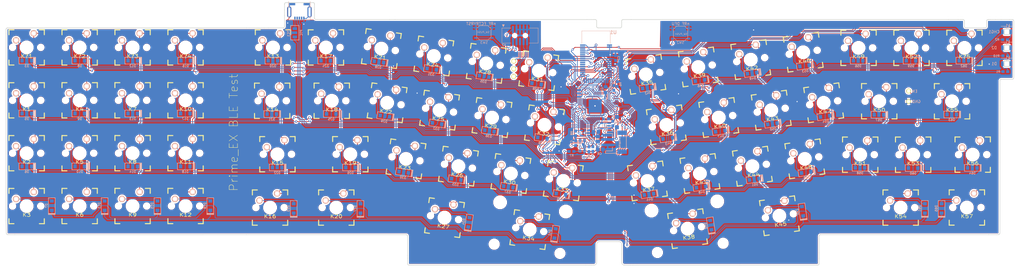
<source format=kicad_pcb>
(kicad_pcb (version 20171130) (host pcbnew "(6.0.0-rc1-dev-1313-gecff2ed38)")
  (layers (0 Top signal) (31 Bottom signal) (34 B.Paste user) (35 F.Paste user) (36 B.SilkS user hide) (37 F.SilkS user) (38 B.Mask user) (39 F.Mask user) (44 Edge.Cuts user))
  (net 0 "")
  (net 1 GND)
  (net 2 +3V3)
  (net 3 VBUS)
  (net 4 VBAT)
  (net 5 DCC)
  (net 6 DEC2)
  (net 7 "Net-(IC1-Pad3)")
  (net 8 "Net-(IC1-Pad4)")
  (net 9 /AREF)
  (net 10 /A5)
  (net 11 /A4)
  (net 12 /A3)
  (net 13 /A2)
  (net 14 /A1)
  (net 15 /A0)
  (net 16 /13)
  (net 17 /5)
  (net 18 /10)
  (net 19 /9)
  (net 20 /8_BLE_CS)
  (net 21 /6)
  (net 22 /12)
  (net 23 /4_SWDIO/RST)
  (net 24 "Net-(IC1-Pad22)")
  (net 25 /1)
  (net 26 /0)
  (net 27 /2)
  (net 28 /3)
  (net 29 "Net-(IC1-Pad17)")
  (net 30 "Net-(IC1-Pad16)")
  (net 31 /RST)
  (net 32 /11)
  (net 33 /MISO)
  (net 34 /MOSI)
  (net 35 /SCK)
  (net 36 "Net-(IC1-Pad2)")
  (net 37 /7_BLE_IRQ)
  (net 38 "Net-(U2-Pad4)")
  (net 39 /EN)
  (net 40 "Net-(U1-Pad40)")
  (net 41 /CONNECTED)
  (net 42 /MODE)
  (net 43 "Net-(U1-Pad37)")
  (net 44 /SWCLK)
  (net 45 /FCTRYRST)
  (net 46 "Net-(U1-Pad33)")
  (net 47 "Net-(U1-Pad32)")
  (net 48 "Net-(U1-Pad31)")
  (net 49 "Net-(U1-Pad30)")
  (net 50 "Net-(U1-Pad29)")
  (net 51 "Net-(U1-Pad28)")
  (net 52 "Net-(U1-Pad27)")
  (net 53 "Net-(U1-Pad26)")
  (net 54 /DFU)
  (net 55 "Net-(U1-Pad23)")
  (net 56 "Net-(U1-Pad22)")
  (net 57 "Net-(U1-Pad21)")
  (net 58 "Net-(U1-Pad20)")
  (net 59 "Net-(U1-Pad19)")
  (net 60 "Net-(U1-Pad18)")
  (net 61 "Net-(U1-Pad17)")
  (net 62 "Net-(U1-Pad12)")
  (net 63 "Net-(U1-Pad11)")
  (net 64 "Net-(U1-Pad10)")
  (net 65 "Net-(U1-Pad9)")
  (net 66 "Net-(D1-PadA)")
  (net 67 "Net-(D2-PadA)")
  (net 68 "Net-(R8-Pad1)")
  (net 69 "Net-(R2-Pad2)")
  (net 70 "Net-(CHG1-PadC)")
  (net 71 "Net-(J1-Pad2)")
  (net 72 "Net-(J1-Pad3)")
  (net 73 "Net-(D3-Pad2)")
  (net 74 "Net-(D5-Pad2)")
  (net 75 "Net-(D6-Pad2)")
  (net 76 "Net-(D7-Pad2)")
  (net 77 "Net-(D8-Pad2)")
  (net 78 "Net-(D9-Pad2)")
  (net 79 "Net-(D10-Pad2)")
  (net 80 "Net-(D11-Pad2)")
  (net 81 "Net-(D12-Pad2)")
  (net 82 "Net-(D13-Pad2)")
  (net 83 "Net-(D14-Pad2)")
  (net 84 "Net-(D15-Pad2)")
  (net 85 "Net-(D16-Pad2)")
  (net 86 "Net-(D17-Pad2)")
  (net 87 "Net-(D18-Pad2)")
  (net 88 "Net-(D19-Pad2)")
  (net 89 "Net-(D20-Pad2)")
  (net 90 "Net-(D21-Pad2)")
  (net 91 "Net-(D22-Pad2)")
  (net 92 "Net-(D23-Pad2)")
  (net 93 "Net-(D24-Pad2)")
  (net 94 "Net-(D25-Pad2)")
  (net 95 "Net-(D26-Pad2)")
  (net 96 "Net-(D27-Pad2)")
  (net 97 "Net-(D28-Pad2)")
  (net 98 "Net-(D29-Pad2)")
  (net 99 "Net-(D30-Pad2)")
  (net 100 "Net-(D31-Pad2)")
  (net 101 "Net-(D32-Pad2)")
  (net 102 "Net-(D33-Pad2)")
  (net 103 "Net-(D34-Pad2)")
  (net 104 "Net-(D35-Pad2)")
  (net 105 "Net-(D36-Pad2)")
  (net 106 "Net-(D37-Pad2)")
  (net 107 "Net-(D38-Pad2)")
  (net 108 "Net-(D39-Pad2)")
  (net 109 "Net-(D40-Pad2)")
  (net 110 "Net-(D41-Pad2)")
  (net 111 "Net-(D42-Pad2)")
  (net 112 "Net-(D43-Pad2)")
  (net 113 "Net-(D44-Pad2)")
  (net 114 "Net-(D45-Pad2)")
  (net 115 "Net-(D46-Pad2)")
  (net 116 "Net-(D47-Pad2)")
  (net 117 "Net-(D48-Pad2)")
  (net 118 "Net-(D49-Pad2)")
  (net 119 "Net-(D50-Pad2)")
  (net 120 "Net-(D51-Pad2)")
  (net 121 "Net-(D52-Pad2)")
  (net 122 "Net-(D53-Pad2)")
  (net 123 "Net-(D54-Pad2)")
  (net 124 "Net-(D55-Pad2)")
  (net 125 "Net-(D56-Pad2)")
  (net 126 "Net-(D57-Pad2)")
  (net 127 "Net-(D58-Pad2)")
  (net 128 "Net-(D59-Pad2)")
  (net 129 "Net-(D60-Pad2)")
  (net 130 "Net-(D61-Pad2)")
  (net 131 "Net-(D62-Pad2)")
  (net 132 "Net-(D63-Pad2)")
  (net 133 "Net-(D64-Pad2)")
  (net 134 "Net-(D65-Pad2)")
  (net 135 "Net-(J1-Pad4)")
  (net 136 "Net-(TP5-PadP$1)")
  (net 137 "Net-(TP4-PadP$1)")
  (net 138 "Net-(TP3-PadP$1)")
  (net 139 "Net-(J1-Pad1)")
  (net 140 /Col4)
  (module "Adafruit Feather 32u4 Bluefruit LE:IN-S124BR_LED" (layer Bottom) (at 394.75 121.25)
    (fp_text reference D1 (at -4.5 -5.08) (layer B.SilkS) (effects (justify mirror)))
    (fp_text value RED)
    (fp_arc (start 0.65 -5.73) (end 0.65 -6.08) (angle 90) (layer Edge.Cuts) (width 0.15))
    (fp_arc (start -0.65 -5.73) (end -1 -5.73) (angle 90) (layer Edge.Cuts) (width 0.15))
    (fp_arc (start -0.65 -4.43) (end -0.65 -4.08) (angle 90) (layer Edge.Cuts) (width 0.15))
    (fp_arc (start 0.65 -4.43) (end 1 -4.43) (angle 90) (layer Edge.Cuts) (width 0.15))
    (fp_line (start -1 -4.455) (end -1 -5.705) (layer Edge.Cuts) (width 0.15))
    (fp_line (start -0.625 -6.08) (end 0.625 -6.08) (layer Edge.Cuts) (width 0.15))
    (fp_line (start 1 -5.705) (end 1 -4.455) (layer Edge.Cuts) (width 0.15))
    (fp_line (start 0.625 -4.08) (end -0.625 -4.08) (layer Edge.Cuts) (width 0.15))
    (pad A smd rect (at -1.5 -5.08) (size 1 1.75) (layers Bottom B.Paste B.Mask) (net 66 "Net-(D1-PadA)"))
    (pad C smd rect (at 1.5 -5.08) (size 1 1.75) (layers Bottom B.Paste B.Mask) (net 1 GND))
  )
  (module "Adafruit Feather 32u4 Bluefruit LE:IN-S124BR_LED" (layer Bottom) (at 394.75 115.5)
    (fp_text reference D2 (at -4.5 -5.08 180) (layer B.SilkS) (effects (justify mirror)))
    (fp_text value BLUE)
    (fp_line (start 0.625 -4.08) (end -0.625 -4.08) (layer Edge.Cuts) (width 0.15))
    (fp_line (start 1 -5.705) (end 1 -4.455) (layer Edge.Cuts) (width 0.15))
    (fp_line (start -0.625 -6.08) (end 0.625 -6.08) (layer Edge.Cuts) (width 0.15))
    (fp_line (start -1 -4.455) (end -1 -5.705) (layer Edge.Cuts) (width 0.15))
    (fp_arc (start 0.65 -4.43) (end 1 -4.43) (angle 90) (layer Edge.Cuts) (width 0.15))
    (fp_arc (start -0.65 -4.43) (end -0.65 -4.08) (angle 90) (layer Edge.Cuts) (width 0.15))
    (fp_arc (start -0.65 -5.73) (end -1 -5.73) (angle 90) (layer Edge.Cuts) (width 0.15))
    (fp_arc (start 0.65 -5.73) (end 0.65 -6.08) (angle 90) (layer Edge.Cuts) (width 0.15))
    (pad C smd rect (at 1.5 -5.08) (size 1 1.75) (layers Bottom B.Paste B.Mask) (net 1 GND))
    (pad A smd rect (at -1.5 -5.08) (size 1 1.75) (layers Bottom B.Paste B.Mask) (net 67 "Net-(D2-PadA)"))
  )
  (module "Adafruit Feather 32u4 Bluefruit LE:IN-S124BR_LED" (layer Bottom) (at 394.75 109.75)
    (fp_text reference CHG1 (at -4.5 -5.08) (layer B.SilkS) (effects (justify mirror)))
    (fp_text value ORANGE)
    (fp_arc (start 0.65 -5.73) (end 0.65 -6.08) (angle 90) (layer Edge.Cuts) (width 0.15))
    (fp_arc (start -0.65 -5.73) (end -1 -5.73) (angle 90) (layer Edge.Cuts) (width 0.15))
    (fp_arc (start -0.65 -4.43) (end -0.65 -4.08) (angle 90) (layer Edge.Cuts) (width 0.15))
    (fp_arc (start 0.65 -4.43) (end 1 -4.43) (angle 90) (layer Edge.Cuts) (width 0.15))
    (fp_line (start -1 -4.455) (end -1 -5.705) (layer Edge.Cuts) (width 0.15))
    (fp_line (start -0.625 -6.08) (end 0.625 -6.08) (layer Edge.Cuts) (width 0.15))
    (fp_line (start 1 -5.705) (end 1 -4.455) (layer Edge.Cuts) (width 0.15))
    (fp_line (start 0.625 -4.08) (end -0.625 -4.08) (layer Edge.Cuts) (width 0.15))
    (pad A smd rect (at -1.5 -5.08) (size 1 1.75) (layers Bottom B.Paste B.Mask) (net 3 VBUS))
    (pad C smd rect (at 1.5 -5.08) (size 1 1.75) (layers Bottom B.Paste B.Mask) (net 70 "Net-(CHG1-PadC)"))
  )
  (module "Adafruit Feather 32u4 Bluefruit LE:TQFN44_7MM" (layer Bottom) (at 246.770892 131.387782 90)
    (fp_text reference IC1 hide)
    (fp_text value ATMEGA32U4-MU)
    (pad THERMAL smd rect (at 0 0 90) (size 4.7 4.7) (layers Bottom B.Mask))
    (pad 44 smd rect (at -3.475 -2.5 90) (size 0.8 0.25) (layers Bottom B.Paste B.Mask) (net 2 +3V3))
    (pad 43 smd rect (at -3.475 -2 90) (size 0.8 0.25) (layers Bottom B.Paste B.Mask) (net 1 GND))
    (pad 42 smd rect (at -3.475 -1.5 90) (size 0.8 0.25) (layers Bottom B.Paste B.Mask) (net 9 /AREF))
    (pad 41 smd rect (at -3.475 -1 90) (size 0.8 0.25) (layers Bottom B.Paste B.Mask) (net 10 /A5))
    (pad 40 smd rect (at -3.475 -0.5 90) (size 0.8 0.25) (layers Bottom B.Paste B.Mask) (net 11 /A4))
    (pad 39 smd rect (at -3.475 0 90) (size 0.8 0.25) (layers Bottom B.Paste B.Mask) (net 12 /A3))
    (pad 38 smd rect (at -3.475 0.5 90) (size 0.8 0.25) (layers Bottom B.Paste B.Mask) (net 13 /A2))
    (pad 37 smd rect (at -3.475 1 90) (size 0.8 0.25) (layers Bottom B.Paste B.Mask) (net 14 /A1))
    (pad 36 smd rect (at -3.475 1.5 90) (size 0.8 0.25) (layers Bottom B.Paste B.Mask) (net 15 /A0))
    (pad 35 smd rect (at -3.475 2 90) (size 0.8 0.25) (layers Bottom B.Paste B.Mask) (net 1 GND))
    (pad 34 smd rect (at -3.475 2.5 90) (size 0.8 0.25) (layers Bottom B.Paste B.Mask) (net 2 +3V3))
    (pad 33 smd rect (at -2.5 3.475 180) (size 0.8 0.25) (layers Bottom B.Paste B.Mask) (net 2 +3V3))
    (pad 32 smd rect (at -2 3.475 180) (size 0.8 0.25) (layers Bottom B.Paste B.Mask) (net 16 /13))
    (pad 31 smd rect (at -1.5 3.475 180) (size 0.8 0.25) (layers Bottom B.Paste B.Mask) (net 17 /5))
    (pad 30 smd rect (at -1 3.475 180) (size 0.8 0.25) (layers Bottom B.Paste B.Mask) (net 18 /10))
    (pad 29 smd rect (at -0.5 3.475 180) (size 0.8 0.25) (layers Bottom B.Paste B.Mask) (net 19 /9))
    (pad 28 smd rect (at 0 3.475 180) (size 0.8 0.25) (layers Bottom B.Paste B.Mask) (net 20 /8_BLE_CS))
    (pad 27 smd rect (at 0.5 3.475 180) (size 0.8 0.25) (layers Bottom B.Paste B.Mask) (net 21 /6))
    (pad 26 smd rect (at 1 3.475 180) (size 0.8 0.25) (layers Bottom B.Paste B.Mask) (net 22 /12))
    (pad 25 smd rect (at 1.5 3.475 180) (size 0.8 0.25) (layers Bottom B.Paste B.Mask) (net 23 /4_SWDIO/RST))
    (pad 24 smd rect (at 2 3.475 180) (size 0.8 0.25) (layers Bottom B.Paste B.Mask) (net 2 +3V3))
    (pad 23 smd rect (at 2.5 3.475 180) (size 0.8 0.25) (layers Bottom B.Paste B.Mask) (net 1 GND))
    (pad 22 smd rect (at 3.475 2.5 270) (size 0.8 0.25) (layers Bottom B.Paste B.Mask) (net 24 "Net-(IC1-Pad22)"))
    (pad 21 smd rect (at 3.475 2 270) (size 0.8 0.25) (layers Bottom B.Paste B.Mask) (net 25 /1))
    (pad 20 smd rect (at 3.475 1.5 270) (size 0.8 0.25) (layers Bottom B.Paste B.Mask) (net 26 /0))
    (pad 19 smd rect (at 3.475 1 270) (size 0.8 0.25) (layers Bottom B.Paste B.Mask) (net 27 /2))
    (pad 18 smd rect (at 3.475 0.5 270) (size 0.8 0.25) (layers Bottom B.Paste B.Mask) (net 28 /3))
    (pad 17 smd rect (at 3.475 0 270) (size 0.8 0.25) (layers Bottom B.Paste B.Mask) (net 29 "Net-(IC1-Pad17)"))
    (pad 16 smd rect (at 3.475 -0.5 270) (size 0.8 0.25) (layers Bottom B.Paste B.Mask) (net 30 "Net-(IC1-Pad16)"))
    (pad 15 smd rect (at 3.475 -1 270) (size 0.8 0.25) (layers Bottom B.Paste B.Mask) (net 1 GND))
    (pad 14 smd rect (at 3.475 -1.5 270) (size 0.8 0.25) (layers Bottom B.Paste B.Mask) (net 2 +3V3))
    (pad 13 smd rect (at 3.475 -2 270) (size 0.8 0.25) (layers Bottom B.Paste B.Mask) (net 31 /RST))
    (pad 12 smd rect (at 3.475 -2.5 270) (size 0.8 0.25) (layers Bottom B.Paste B.Mask) (net 32 /11))
    (pad 11 smd rect (at 2.5 -3.475) (size 0.8 0.25) (layers Bottom B.Paste B.Mask) (net 33 /MISO))
    (pad 10 smd rect (at 2 -3.475) (size 0.8 0.25) (layers Bottom B.Paste B.Mask) (net 34 /MOSI))
    (pad 9 smd rect (at 1.5 -3.475) (size 0.8 0.25) (layers Bottom B.Paste B.Mask) (net 35 /SCK))
    (pad 8 smd rect (at 1 -3.475) (size 0.8 0.25) (layers Bottom B.Paste B.Mask) (net 140 /Col4))
    (pad 7 smd rect (at 0.5 -3.475) (size 0.8 0.25) (layers Bottom B.Paste B.Mask) (net 3 VBUS))
    (pad 6 smd rect (at 0 -3.475) (size 0.8 0.25) (layers Bottom B.Paste B.Mask) (net 2 +3V3))
    (pad 5 smd rect (at -0.5 -3.475) (size 0.8 0.25) (layers Bottom B.Paste B.Mask) (net 1 GND))
    (pad 4 smd rect (at -1 -3.475) (size 0.8 0.25) (layers Bottom B.Paste B.Mask) (net 8 "Net-(IC1-Pad4)"))
    (pad 3 smd rect (at -1.5 -3.475) (size 0.8 0.25) (layers Bottom B.Paste B.Mask) (net 7 "Net-(IC1-Pad3)"))
    (pad 2 smd rect (at -2 -3.475) (size 0.8 0.25) (layers Bottom B.Paste B.Mask) (net 36 "Net-(IC1-Pad2)"))
    (pad 1 smd rect (at -2.5 -3.475) (size 0.8 0.25) (layers Bottom B.Paste B.Mask) (net 37 /7_BLE_IRQ))
  )
  (module keyboard_parts:PIN_1 (layer Top) (at 217.5 115.25)
    (fp_text reference TP3 hide)
    (fp_text value TESTPOINTPAD1MM hide)
    (pad P$1 thru_hole circle (at 0 0) (size 1.7 1.7) (drill 1.016) (layers *.Cu *.Mask F.SilkS) (net 138 "Net-(TP3-PadP$1)"))
  )
  (module keyboard_parts:PIN_1 (layer Top) (at 217.5 118)
    (fp_text reference TP4 hide)
    (fp_text value TESTPOINTPAD1MM hide)
    (pad P$1 thru_hole circle (at 0 0) (size 1.7 1.7) (drill 1.016) (layers *.Cu *.Mask F.SilkS) (net 137 "Net-(TP4-PadP$1)"))
  )
  (module keyboard_parts:PIN_1 (layer Top) (at 217.5 120.75)
    (fp_text reference TP5 hide)
    (fp_text value TESTPOINTPAD1MM hide)
    (pad P$1 thru_hole circle (at 0 0) (size 1.7 1.7) (drill 1.016) (layers *.Cu *.Mask F.SilkS) (net 136 "Net-(TP5-PadP$1)"))
  )
  (module keyboard_parts:SW_TACTILE_SMD (layer Bottom) (at 206.75 105 180)
    (fp_text reference SW3 (at -0.0762 -3.5 180) (layer B.SilkS) (effects (font (size 0.889 0.889) (thickness 0.1016)) (justify mirror)))
    (fp_text value SW_PUSH (at 0.2032 0.2159 180) (layer B.SilkS) (effects (font (size 0.635 0.635) (thickness 0.0762)) (justify mirror)))
    (pad 1 smd rect (at -2.99974 1.84912 180) (size 0.99822 0.6985) (layers Bottom B.Paste B.Mask) (net 1 GND))
    (pad 1 smd rect (at 2.99974 1.84912 180) (size 0.99822 0.6985) (layers Bottom B.Paste B.Mask) (net 1 GND))
    (pad 2 smd rect (at -2.99974 -1.84912 180) (size 0.99822 0.6985) (layers Bottom B.Paste B.Mask) (net 45 /FCTRYRST))
    (pad 2 smd rect (at 2.99974 -1.84912 180) (size 0.99822 0.6985) (layers Bottom B.Paste B.Mask) (net 45 /FCTRYRST))
  )
  (module keyboard_parts:2X05_1.27MM_BOX_POSTS (layer Bottom) (at 219.75 106)
    (fp_text reference X2 (at -6.6 3 -180) (layer B.SilkS) (effects (font (size 0.77216 0.77216) (thickness 0.138988)) (justify right top mirror)))
    (fp_text value JTAG-CORTEXBOXPOSTS)
    (pad "" np_thru_hole circle (at 1.905 0) (size 1 1) (drill 1) (layers *.Cu *.Mask))
    (pad "" np_thru_hole circle (at -1.905 0) (size 1 1) (drill 1) (layers *.Cu *.Mask))
    (pad 9 smd rect (at 2.54 -2.15) (size 0.76 2.6) (layers Bottom B.Paste B.Mask) (net 1 GND))
    (pad 7 smd rect (at 1.27 -2.15) (size 0.76 2.6) (layers Bottom B.Paste B.Mask) (net 1 GND))
    (pad 5 smd rect (at 0 -2.15) (size 0.76 2.6) (layers Bottom B.Paste B.Mask) (net 1 GND))
    (pad 3 smd rect (at -1.27 -2.15) (size 0.76 2.6) (layers Bottom B.Paste B.Mask) (net 1 GND))
    (pad 1 smd rect (at -2.54 -2.15) (size 0.76 2.6) (layers Bottom B.Paste B.Mask) (net 2 +3V3))
    (pad 10 smd rect (at 2.54 2.15) (size 0.76 2.6) (layers Bottom B.Paste B.Mask) (net 136 "Net-(TP5-PadP$1)"))
    (pad 8 smd rect (at 1.27 2.15) (size 0.76 2.6) (layers Bottom B.Paste B.Mask) (net 137 "Net-(TP4-PadP$1)"))
    (pad 6 smd rect (at 0 2.15) (size 0.76 2.6) (layers Bottom B.Paste B.Mask) (net 138 "Net-(TP3-PadP$1)"))
    (pad 4 smd rect (at -1.27 2.15) (size 0.76 2.6) (layers Bottom B.Paste B.Mask) (net 44 /SWCLK))
    (pad 2 smd rect (at -2.54 2.15) (size 0.76 2.6) (layers Bottom B.Paste B.Mask) (net 23 /4_SWDIO/RST))
  )
  (module keyboard_parts:USB_miniB_hirose_5S8 (layer Bottom) (at 140.4 99.9)
    (fp_text reference J1 hide)
    (fp_text value USB_mini_micro_B hide)
    (pad 6 thru_hole oval (at 3.65 -2.4) (size 1.5 4) (drill oval 0.7 3.2) (layers *.Cu *.Mask B.Paste) (net 1 GND))
    (pad 6 thru_hole oval (at -3.65 -2.4) (size 1.5 4) (drill oval 0.7 3.2) (layers *.Cu *.Mask B.Paste) (net 1 GND))
    (pad 5 smd rect (at 1.6 0) (size 0.5 1.4) (layers Bottom B.Paste B.Mask) (net 1 GND))
    (pad 4 smd rect (at 0.8 0) (size 0.5 1.4) (layers Bottom B.Paste B.Mask) (net 135 "Net-(J1-Pad4)"))
    (pad 3 smd rect (at 0 0) (size 0.5 1.4) (layers Bottom B.Paste B.Mask) (net 72 "Net-(J1-Pad3)"))
    (pad 2 smd rect (at -0.8 0) (size 0.5 1.4) (layers Bottom B.Paste B.Mask) (net 71 "Net-(J1-Pad2)"))
    (pad 1 smd rect (at -1.6 0) (size 0.5 1.4) (layers Bottom B.Paste B.Mask) (net 139 "Net-(J1-Pad1)"))
    (pad 6 smd rect (at -2.675 -5.2) (size 2.35 0.8) (layers Bottom B.Paste B.Mask) (net 1 GND))
    (pad 6 smd rect (at 2.675 -5.2) (size 2.35 0.8) (layers Bottom B.Paste B.Mask) (net 1 GND))
  )
  (module keyboard_parts:PIN_1 (layer Top) (at 361.5 132.75)
    (fp_text reference TP2 hide)
    (fp_text value TESTPOINTPAD1MM hide)
    (pad P$1 thru_hole circle (at -2 -3) (size 1.7 1.7) (drill 1.016) (layers *.Cu *.Mask F.SilkS) (net 1 GND))
  )
  (module keyboard_parts:PIN_1 (layer Top) (at 359.5 126)
    (fp_text reference TP1 hide)
    (fp_text value TESTPOINTPAD1MM hide)
    (pad P$1 thru_hole circle (at 0 0) (size 1.7 1.7) (drill 1.016) (layers *.Cu *.Mask F.SilkS) (net 39 /EN))
  )
  (module keyboard_parts:CHERRY_PCB_100H (layer Top) (at 42.31 167.45)
    (fp_text reference K3 (at 0 3.175) (layer F.SilkS) (effects (font (size 1.27 1.524) (thickness 0.2032))))
    (fp_text value KEYSW hide)
    (pad HOLE np_thru_hole circle (at 5.08 0) (size 1.7018 1.7018) (drill 1.7018) (layers *.Cu))
    (pad HOLE np_thru_hole circle (at -5.08 0) (size 1.7018 1.7018) (drill 1.7018) (layers *.Cu))
    (pad HOLE np_thru_hole circle (at 0 0) (size 3.9878 3.9878) (drill 3.9878) (layers *.Cu))
    (pad 2 thru_hole circle (at -3.81 -2.54) (size 2.286 2.286) (drill 1.4986) (layers *.Cu *.SilkS *.Mask) (net 76 "Net-(D7-Pad2)"))
    (pad 1 thru_hole circle (at 2.54 -5.08) (size 2.286 2.286) (drill 1.4986) (layers *.Cu *.SilkS *.Mask) (net 25 /1))
  )
  (module keyboard_parts:CHERRY_PCB_225H (layer Top) (at 280.01 175.59 188)
    (fp_text reference K38 (at 0 -3.175 8) (layer F.SilkS) (effects (font (size 1.27 1.524) (thickness 0.2032))))
    (fp_text value KEYSW hide)
    (pad HOLE np_thru_hole circle (at 11.938 8.255 188) (size 3.9878 3.9878) (drill 3.9878) (layers *.Cu))
    (pad HOLE np_thru_hole circle (at -11.938 8.255 188) (size 3.9878 3.9878) (drill 3.9878) (layers *.Cu))
    (pad HOLE np_thru_hole circle (at 11.938 -6.985 188) (size 3.048 3.048) (drill 3.048) (layers *.Cu))
    (pad HOLE np_thru_hole circle (at -11.938 -6.985 188) (size 3.048 3.048) (drill 3.048) (layers *.Cu))
    (pad HOLE np_thru_hole circle (at -5.08 0 8) (size 1.7018 1.7018) (drill 1.7018) (layers *.Cu))
    (pad HOLE np_thru_hole circle (at 5.08 0 8) (size 1.7018 1.7018) (drill 1.7018) (layers *.Cu))
    (pad HOLE np_thru_hole circle (at 0 0 8) (size 3.9878 3.9878) (drill 3.9878) (layers *.Cu))
    (pad 2 thru_hole circle (at 3.81 2.54 8) (size 2.286 2.286) (drill 1.4986) (layers *.Cu *.SilkS *.Mask) (net 114 "Net-(D45-Pad2)"))
    (pad 1 thru_hole circle (at -2.54 5.079997 8) (size 2.286 2.286) (drill 1.4986) (layers *.Cu *.SilkS *.Mask) (net 21 /6))
  )
  (module keyboard_parts:CHERRY_PCB_200H (layer Top) (at 223.25 175.93 172)
    (fp_text reference K34 (at 0 -3.175 352) (layer F.SilkS) (effects (font (size 1.27 1.524) (thickness 0.2032))))
    (fp_text value KEYSW hide)
    (pad HOLE np_thru_hole circle (at 11.938 8.255 172) (size 3.9878 3.9878) (drill 3.9878) (layers *.Cu))
    (pad HOLE np_thru_hole circle (at -11.938 8.255 172) (size 3.9878 3.9878) (drill 3.9878) (layers *.Cu))
    (pad HOLE np_thru_hole circle (at 11.938 -6.985 172) (size 3.048 3.048) (drill 3.048) (layers *.Cu))
    (pad HOLE np_thru_hole circle (at -11.938 -6.985 172) (size 3.048 3.048) (drill 3.048) (layers *.Cu))
    (pad HOLE np_thru_hole circle (at -5.08 0 352) (size 1.7018 1.7018) (drill 1.7018) (layers *.Cu))
    (pad HOLE np_thru_hole circle (at 5.08 0 352) (size 1.7018 1.7018) (drill 1.7018) (layers *.Cu))
    (pad HOLE np_thru_hole circle (at 0 0 352) (size 3.9878 3.9878) (drill 3.9878) (layers *.Cu))
    (pad 2 thru_hole circle (at 3.81 2.54 352) (size 2.286 2.286) (drill 1.4986) (layers *.Cu *.SilkS *.Mask) (net 110 "Net-(D41-Pad2)"))
    (pad 1 thru_hole circle (at -2.54 5.08 352) (size 2.286 2.286) (drill 1.4986) (layers *.Cu *.SilkS *.Mask) (net 140 /Col4))
  )
  (module keyboard_parts:CHERRY_PCB_175H (layer Top) (at 132.5 148.77)
    (fp_text reference K15 (at 0 3.175) (layer F.SilkS) (effects (font (size 1.27 1.524) (thickness 0.2032))))
    (fp_text value KEYSW hide)
    (pad HOLE np_thru_hole circle (at 5.08 0) (size 1.7018 1.7018) (drill 1.7018) (layers *.Cu))
    (pad HOLE np_thru_hole circle (at -5.08 0) (size 1.7018 1.7018) (drill 1.7018) (layers *.Cu))
    (pad HOLE np_thru_hole circle (at 0 0) (size 3.9878 3.9878) (drill 3.9878) (layers *.Cu))
    (pad 2 thru_hole circle (at -3.81 -2.54) (size 2.286 2.286) (drill 1.4986) (layers *.Cu *.SilkS *.Mask) (net 91 "Net-(D22-Pad2)"))
    (pad 1 thru_hole circle (at 2.54 -5.08) (size 2.286 2.286) (drill 1.4986) (layers *.Cu *.SilkS *.Mask) (net 10 /A5))
  )
  (module keyboard_parts:CHERRY_PCB_175H (layer Top) (at 375.12 129.69)
    (fp_text reference K55 (at 0 3.175) (layer F.SilkS) (effects (font (size 1.27 1.524) (thickness 0.2032))))
    (fp_text value KEYSW hide)
    (pad HOLE np_thru_hole circle (at 5.08 0) (size 1.7018 1.7018) (drill 1.7018) (layers *.Cu))
    (pad HOLE np_thru_hole circle (at -5.08 0) (size 1.7018 1.7018) (drill 1.7018) (layers *.Cu))
    (pad HOLE np_thru_hole circle (at 0 0) (size 3.9878 3.9878) (drill 3.9878) (layers *.Cu))
    (pad 2 thru_hole circle (at -3.81 -2.54) (size 2.286 2.286) (drill 1.4986) (layers *.Cu *.SilkS *.Mask) (net 132 "Net-(D63-Pad2)"))
    (pad 1 thru_hole circle (at 2.54 -5.08) (size 2.286 2.286) (drill 1.4986) (layers *.Cu *.SilkS *.Mask) (net 27 /2))
  )
  (module keyboard_parts:CHERRY_PCB_125H (layer Top) (at 130.61 129.51)
    (fp_text reference K14 (at 0 3.175) (layer F.SilkS) (effects (font (size 1.27 1.524) (thickness 0.2032))))
    (fp_text value KEYSW hide)
    (pad HOLE np_thru_hole circle (at 5.08 0) (size 1.7018 1.7018) (drill 1.7018) (layers *.Cu))
    (pad HOLE np_thru_hole circle (at -5.08 0) (size 1.7018 1.7018) (drill 1.7018) (layers *.Cu))
    (pad HOLE np_thru_hole circle (at 0 0) (size 3.9878 3.9878) (drill 3.9878) (layers *.Cu))
    (pad 2 thru_hole circle (at -3.81 -2.54) (size 2.286 2.286) (drill 1.4986) (layers *.Cu *.SilkS *.Mask) (net 90 "Net-(D21-Pad2)"))
    (pad 1 thru_hole circle (at 2.54 -5.08) (size 2.286 2.286) (drill 1.4986) (layers *.Cu *.SilkS *.Mask) (net 10 /A5))
  )
  (module keyboard_parts:CHERRY_PCB_125H (layer Top) (at 129.84 167.99)
    (fp_text reference K16 (at 0 3.175) (layer F.SilkS) (effects (font (size 1.27 1.524) (thickness 0.2032))))
    (fp_text value KEYSW hide)
    (pad HOLE np_thru_hole circle (at 5.08 0) (size 1.7018 1.7018) (drill 1.7018) (layers *.Cu))
    (pad HOLE np_thru_hole circle (at -5.08 0) (size 1.7018 1.7018) (drill 1.7018) (layers *.Cu))
    (pad HOLE np_thru_hole circle (at 0 0) (size 3.9878 3.9878) (drill 3.9878) (layers *.Cu))
    (pad 2 thru_hole circle (at -3.81 -2.54) (size 2.286 2.286) (drill 1.4986) (layers *.Cu *.SilkS *.Mask) (net 92 "Net-(D23-Pad2)"))
    (pad 1 thru_hole circle (at 2.54 -5.08) (size 2.286 2.286) (drill 1.4986) (layers *.Cu *.SilkS *.Mask) (net 10 /A5))
  )
  (module keyboard_parts:CHERRY_PCB_125H (layer Top) (at 153.67 167.99)
    (fp_text reference K20 (at 0 3.175) (layer F.SilkS) (effects (font (size 1.27 1.524) (thickness 0.2032))))
    (fp_text value KEYSW hide)
    (pad HOLE np_thru_hole circle (at 5.08 0) (size 1.7018 1.7018) (drill 1.7018) (layers *.Cu))
    (pad HOLE np_thru_hole circle (at -5.08 0) (size 1.7018 1.7018) (drill 1.7018) (layers *.Cu))
    (pad "" np_thru_hole circle (at 0 0) (size 3.9878 3.9878) (drill 3.9878) (layers *.Cu))
    (pad 2 thru_hole circle (at -3.81 -2.54) (size 2.286 2.286) (drill 1.4986) (layers *.Cu *.SilkS *.Mask) (net 96 "Net-(D27-Pad2)"))
    (pad 1 thru_hole circle (at 2.54 -5.08) (size 2.286 2.286) (drill 1.4986) (layers *.Cu *.SilkS *.Mask) (net 10 /A5))
  )
  (module keyboard_parts:CHERRY_PCB_125H (layer Top) (at 192.59 171.62 352)
    (fp_text reference K27 (at 0 3.175 352) (layer F.SilkS) (effects (font (size 1.27 1.524) (thickness 0.2032))))
    (fp_text value KEYSW hide)
    (pad HOLE np_thru_hole circle (at 5.08 0 352) (size 1.7018 1.7018) (drill 1.7018) (layers *.Cu))
    (pad HOLE np_thru_hole circle (at -5.08 0 352) (size 1.7018 1.7018) (drill 1.7018) (layers *.Cu))
    (pad HOLE np_thru_hole circle (at 0 0 352) (size 3.9878 3.9878) (drill 3.9878) (layers *.Cu))
    (pad 2 thru_hole circle (at -3.81 -2.54 352) (size 2.286 2.286) (drill 1.4986) (layers *.Cu *.SilkS *.Mask) (net 103 "Net-(D34-Pad2)"))
    (pad 1 thru_hole circle (at 2.54 -5.08 352) (size 2.286 2.286) (drill 1.4986) (layers *.Cu *.SilkS *.Mask) (net 11 /A4))
  )
  (module keyboard_parts:CHERRY_PCB_125H (layer Top) (at 313.03 170.94 8)
    (fp_text reference K45 (at 0 3.175 8) (layer F.SilkS) (effects (font (size 1.27 1.524) (thickness 0.2032))))
    (fp_text value KEYSW hide)
    (pad HOLE np_thru_hole circle (at 5.08 0 8) (size 1.7018 1.7018) (drill 1.7018) (layers *.Cu))
    (pad HOLE np_thru_hole circle (at -5.08 0 8) (size 1.7018 1.7018) (drill 1.7018) (layers *.Cu))
    (pad HOLE np_thru_hole circle (at 0 0 8) (size 3.9878 3.9878) (drill 3.9878) (layers *.Cu))
    (pad 2 thru_hole circle (at -3.81 -2.54 8) (size 2.286 2.286) (drill 1.4986) (layers *.Cu *.SilkS *.Mask) (net 121 "Net-(D52-Pad2)"))
    (pad 1 thru_hole circle (at 2.54 -5.079997 8) (size 2.286 2.286) (drill 1.4986) (layers *.Cu *.SilkS *.Mask) (net 17 /5))
  )
  (module keyboard_parts:CHERRY_PCB_125H (layer Top) (at 356.64 167.99)
    (fp_text reference K54 (at 0 3.175) (layer F.SilkS) (effects (font (size 1.27 1.524) (thickness 0.2032))))
    (fp_text value KEYSW hide)
    (pad HOLE np_thru_hole circle (at 5.08 0) (size 1.7018 1.7018) (drill 1.7018) (layers *.Cu))
    (pad HOLE np_thru_hole circle (at -5.08 0) (size 1.7018 1.7018) (drill 1.7018) (layers *.Cu))
    (pad HOLE np_thru_hole circle (at 0 0) (size 3.9878 3.9878) (drill 3.9878) (layers *.Cu))
    (pad 2 thru_hole circle (at -3.81 -2.54) (size 2.286 2.286) (drill 1.4986) (layers *.Cu *.SilkS *.Mask) (net 130 "Net-(D61-Pad2)"))
    (pad 1 thru_hole circle (at 2.54 -5.08) (size 2.286 2.286) (drill 1.4986) (layers *.Cu *.SilkS *.Mask) (net 28 /3))
  )
  (module keyboard_parts:CHERRY_PCB_125H (layer Top) (at 382.55 148.91)
    (fp_text reference K56 (at 0 3.175) (layer F.SilkS) (effects (font (size 1.27 1.524) (thickness 0.2032))))
    (fp_text value KEYSW hide)
    (pad HOLE np_thru_hole circle (at 5.08 0) (size 1.7018 1.7018) (drill 1.7018) (layers *.Cu))
    (pad HOLE np_thru_hole circle (at -5.08 0) (size 1.7018 1.7018) (drill 1.7018) (layers *.Cu))
    (pad HOLE np_thru_hole circle (at 0 0) (size 3.9878 3.9878) (drill 3.9878) (layers *.Cu))
    (pad 2 thru_hole circle (at -3.81 -2.54) (size 2.286 2.286) (drill 1.4986) (layers *.Cu *.SilkS *.Mask) (net 133 "Net-(D64-Pad2)"))
    (pad 1 thru_hole circle (at 2.54 -5.08) (size 2.286 2.286) (drill 1.4986) (layers *.Cu *.SilkS *.Mask) (net 27 /2))
  )
  (module keyboard_parts:CHERRY_PCB_125H (layer Top) (at 380.46 167.97)
    (fp_text reference K57 (at 0 3.175) (layer F.SilkS) (effects (font (size 1.27 1.524) (thickness 0.2032))))
    (fp_text value KEYSW hide)
    (pad HOLE np_thru_hole circle (at 5.08 0) (size 1.7018 1.7018) (drill 1.7018) (layers *.Cu))
    (pad HOLE np_thru_hole circle (at -5.08 0) (size 1.7018 1.7018) (drill 1.7018) (layers *.Cu))
    (pad HOLE np_thru_hole circle (at 0 0) (size 3.9878 3.9878) (drill 3.9878) (layers *.Cu))
    (pad 2 thru_hole circle (at -3.81 -2.54) (size 2.286 2.286) (drill 1.4986) (layers *.Cu *.SilkS *.Mask) (net 134 "Net-(D65-Pad2)"))
    (pad 1 thru_hole circle (at 2.54 -5.08) (size 2.286 2.286) (drill 1.4986) (layers *.Cu *.SilkS *.Mask) (net 27 /2))
  )
  (module keyboard_parts:CHERRY_PCB_100H (layer Top) (at 42.31 110.28)
    (fp_text reference K?1 (at 0 3.175) (layer F.SilkS) (effects (font (size 1.27 1.524) (thickness 0.2032))))
    (fp_text value KEYSW hide)
    (pad HOLE np_thru_hole circle (at 5.08 0) (size 1.7018 1.7018) (drill 1.7018) (layers *.Cu))
    (pad HOLE np_thru_hole circle (at -5.08 0) (size 1.7018 1.7018) (drill 1.7018) (layers *.Cu))
    (pad HOLE np_thru_hole circle (at 0 0) (size 3.9878 3.9878) (drill 3.9878) (layers *.Cu))
    (pad 2 thru_hole circle (at -3.81 -2.54) (size 2.286 2.286) (drill 1.4986) (layers *.Cu *.SilkS *.Mask) (net 73 "Net-(D3-Pad2)"))
    (pad 1 thru_hole circle (at 2.54 -5.08) (size 2.286 2.286) (drill 1.4986) (layers *.Cu *.SilkS *.Mask) (net 25 /1))
  )
  (module keyboard_parts:CHERRY_PCB_100H (layer Top) (at 42.31 129.35)
    (fp_text reference K1 (at 0 3.175) (layer F.SilkS) (effects (font (size 1.27 1.524) (thickness 0.2032))))
    (fp_text value KEYSW hide)
    (pad HOLE np_thru_hole circle (at 5.08 0) (size 1.7018 1.7018) (drill 1.7018) (layers *.Cu))
    (pad HOLE np_thru_hole circle (at -5.08 0) (size 1.7018 1.7018) (drill 1.7018) (layers *.Cu))
    (pad HOLE np_thru_hole circle (at 0 0) (size 3.9878 3.9878) (drill 3.9878) (layers *.Cu))
    (pad 2 thru_hole circle (at -3.81 -2.54) (size 2.286 2.286) (drill 1.4986) (layers *.Cu *.SilkS *.Mask) (net 74 "Net-(D5-Pad2)"))
    (pad 1 thru_hole circle (at 2.54 -5.08) (size 2.286 2.286) (drill 1.4986) (layers *.Cu *.SilkS *.Mask) (net 25 /1))
  )
  (module keyboard_parts:CHERRY_PCB_100H (layer Top) (at 42.31 148.4)
    (fp_text reference K2 (at 0 3.175) (layer F.SilkS) (effects (font (size 1.27 1.524) (thickness 0.2032))))
    (fp_text value KEYSW hide)
    (pad HOLE np_thru_hole circle (at 5.08 0) (size 1.7018 1.7018) (drill 1.7018) (layers *.Cu))
    (pad HOLE np_thru_hole circle (at -5.08 0) (size 1.7018 1.7018) (drill 1.7018) (layers *.Cu))
    (pad HOLE np_thru_hole circle (at 0 0) (size 3.9878 3.9878) (drill 3.9878) (layers *.Cu))
    (pad 2 thru_hole circle (at -3.81 -2.54) (size 2.286 2.286) (drill 1.4986) (layers *.Cu *.SilkS *.Mask) (net 75 "Net-(D6-Pad2)"))
    (pad 1 thru_hole circle (at 2.54 -5.08) (size 2.286 2.286) (drill 1.4986) (layers *.Cu *.SilkS *.Mask) (net 25 /1))
  )
  (module keyboard_parts:CHERRY_PCB_100H (layer Top) (at 61.37 129.34)
    (fp_text reference K4 (at 0 3.175) (layer F.SilkS) (effects (font (size 1.27 1.524) (thickness 0.2032))))
    (fp_text value KEYSW hide)
    (pad HOLE np_thru_hole circle (at 5.08 0) (size 1.7018 1.7018) (drill 1.7018) (layers *.Cu))
    (pad HOLE np_thru_hole circle (at -5.08 0) (size 1.7018 1.7018) (drill 1.7018) (layers *.Cu))
    (pad HOLE np_thru_hole circle (at 0 0) (size 3.9878 3.9878) (drill 3.9878) (layers *.Cu))
    (pad 2 thru_hole circle (at -3.81 -2.54) (size 2.286 2.286) (drill 1.4986) (layers *.Cu *.SilkS *.Mask) (net 78 "Net-(D9-Pad2)"))
    (pad 1 thru_hole circle (at 2.54 -5.08) (size 2.286 2.286) (drill 1.4986) (layers *.Cu *.SilkS *.Mask) (net 25 /1))
  )
  (module keyboard_parts:CHERRY_PCB_100H (layer Top) (at 61.36 148.4)
    (fp_text reference K5 (at 0 3.175) (layer F.SilkS) (effects (font (size 1.27 1.524) (thickness 0.2032))))
    (fp_text value KEYSW hide)
    (pad HOLE np_thru_hole circle (at 5.08 0) (size 1.7018 1.7018) (drill 1.7018) (layers *.Cu))
    (pad HOLE np_thru_hole circle (at -5.08 0) (size 1.7018 1.7018) (drill 1.7018) (layers *.Cu))
    (pad HOLE np_thru_hole circle (at 0 0) (size 3.9878 3.9878) (drill 3.9878) (layers *.Cu))
    (pad 2 thru_hole circle (at -3.81 -2.54) (size 2.286 2.286) (drill 1.4986) (layers *.Cu *.SilkS *.Mask) (net 79 "Net-(D10-Pad2)"))
    (pad 1 thru_hole circle (at 2.54 -5.08) (size 2.286 2.286) (drill 1.4986) (layers *.Cu *.SilkS *.Mask) (net 25 /1))
  )
  (module keyboard_parts:CHERRY_PCB_100H (layer Top) (at 61.37 167.44)
    (fp_text reference K6 (at 0 3.175) (layer F.SilkS) (effects (font (size 1.27 1.524) (thickness 0.2032))))
    (fp_text value KEYSW hide)
    (pad HOLE np_thru_hole circle (at 5.08 0) (size 1.7018 1.7018) (drill 1.7018) (layers *.Cu))
    (pad HOLE np_thru_hole circle (at -5.08 0) (size 1.7018 1.7018) (drill 1.7018) (layers *.Cu))
    (pad HOLE np_thru_hole circle (at 0 0) (size 3.9878 3.9878) (drill 3.9878) (layers *.Cu))
    (pad 2 thru_hole circle (at -3.81 -2.54) (size 2.286 2.286) (drill 1.4986) (layers *.Cu *.SilkS *.Mask) (net 80 "Net-(D11-Pad2)"))
    (pad 1 thru_hole circle (at 2.54 -5.08) (size 2.286 2.286) (drill 1.4986) (layers *.Cu *.SilkS *.Mask) (net 25 /1))
  )
  (module keyboard_parts:CHERRY_PCB_100H (layer Top) (at 80.4 129.34)
    (fp_text reference K7 (at 0 3.175) (layer F.SilkS) (effects (font (size 1.27 1.524) (thickness 0.2032))))
    (fp_text value KEYSW hide)
    (pad HOLE np_thru_hole circle (at 5.08 0) (size 1.7018 1.7018) (drill 1.7018) (layers *.Cu))
    (pad HOLE np_thru_hole circle (at -5.08 0) (size 1.7018 1.7018) (drill 1.7018) (layers *.Cu))
    (pad HOLE np_thru_hole circle (at 0 0) (size 3.9878 3.9878) (drill 3.9878) (layers *.Cu))
    (pad 2 thru_hole circle (at -3.81 -2.54) (size 2.286 2.286) (drill 1.4986) (layers *.Cu *.SilkS *.Mask) (net 82 "Net-(D13-Pad2)"))
    (pad 1 thru_hole circle (at 2.54 -5.08) (size 2.286 2.286) (drill 1.4986) (layers *.Cu *.SilkS *.Mask) (net 26 /0))
  )
  (module keyboard_parts:CHERRY_PCB_100H (layer Top) (at 80.42 148.39)
    (fp_text reference K8 (at 0 3.175) (layer F.SilkS) (effects (font (size 1.27 1.524) (thickness 0.2032))))
    (fp_text value KEYSW hide)
    (pad HOLE np_thru_hole circle (at 5.08 0) (size 1.7018 1.7018) (drill 1.7018) (layers *.Cu))
    (pad HOLE np_thru_hole circle (at -5.08 0) (size 1.7018 1.7018) (drill 1.7018) (layers *.Cu))
    (pad HOLE np_thru_hole circle (at 0 0) (size 3.9878 3.9878) (drill 3.9878) (layers *.Cu))
    (pad 2 thru_hole circle (at -3.81 -2.54) (size 2.286 2.286) (drill 1.4986) (layers *.Cu *.SilkS *.Mask) (net 83 "Net-(D14-Pad2)"))
    (pad 1 thru_hole circle (at 2.54 -5.08) (size 2.286 2.286) (drill 1.4986) (layers *.Cu *.SilkS *.Mask) (net 26 /0))
  )
  (module keyboard_parts:CHERRY_PCB_100H (layer Top) (at 80.41 167.43)
    (fp_text reference K9 (at 0 3.175) (layer F.SilkS) (effects (font (size 1.27 1.524) (thickness 0.2032))))
    (fp_text value KEYSW hide)
    (pad HOLE np_thru_hole circle (at 5.08 0) (size 1.7018 1.7018) (drill 1.7018) (layers *.Cu))
    (pad HOLE np_thru_hole circle (at -5.08 0) (size 1.7018 1.7018) (drill 1.7018) (layers *.Cu))
    (pad HOLE np_thru_hole circle (at 0 0) (size 3.9878 3.9878) (drill 3.9878) (layers *.Cu))
    (pad 2 thru_hole circle (at -3.81 -2.54) (size 2.286 2.286) (drill 1.4986) (layers *.Cu *.SilkS *.Mask) (net 84 "Net-(D15-Pad2)"))
    (pad 1 thru_hole circle (at 2.54 -5.08) (size 2.286 2.286) (drill 1.4986) (layers *.Cu *.SilkS *.Mask) (net 26 /0))
  )
  (module keyboard_parts:CHERRY_PCB_100H (layer Top) (at 99.46 129.34)
    (fp_text reference K10 (at 0 3.175) (layer F.SilkS) (effects (font (size 1.27 1.524) (thickness 0.2032))))
    (fp_text value KEYSW hide)
    (pad HOLE np_thru_hole circle (at 5.08 0) (size 1.7018 1.7018) (drill 1.7018) (layers *.Cu))
    (pad HOLE np_thru_hole circle (at -5.08 0) (size 1.7018 1.7018) (drill 1.7018) (layers *.Cu))
    (pad HOLE np_thru_hole circle (at 0 0) (size 3.9878 3.9878) (drill 3.9878) (layers *.Cu))
    (pad 2 thru_hole circle (at -3.81 -2.54) (size 2.286 2.286) (drill 1.4986) (layers *.Cu *.SilkS *.Mask) (net 86 "Net-(D17-Pad2)"))
    (pad 1 thru_hole circle (at 2.54 -5.08) (size 2.286 2.286) (drill 1.4986) (layers *.Cu *.SilkS *.Mask) (net 26 /0))
  )
  (module keyboard_parts:CHERRY_PCB_100H (layer Top) (at 99.46 148.39)
    (fp_text reference K11 (at 0 3.175) (layer F.SilkS) (effects (font (size 1.27 1.524) (thickness 0.2032))))
    (fp_text value KEYSW hide)
    (pad HOLE np_thru_hole circle (at 5.08 0) (size 1.7018 1.7018) (drill 1.7018) (layers *.Cu))
    (pad HOLE np_thru_hole circle (at -5.08 0) (size 1.7018 1.7018) (drill 1.7018) (layers *.Cu))
    (pad HOLE np_thru_hole circle (at 0 0) (size 3.9878 3.9878) (drill 3.9878) (layers *.Cu))
    (pad 2 thru_hole circle (at -3.81 -2.54) (size 2.286 2.286) (drill 1.4986) (layers *.Cu *.SilkS *.Mask) (net 87 "Net-(D18-Pad2)"))
    (pad 1 thru_hole circle (at 2.54 -5.08) (size 2.286 2.286) (drill 1.4986) (layers *.Cu *.SilkS *.Mask) (net 26 /0))
  )
  (module keyboard_parts:CHERRY_PCB_100H (layer Top) (at 99.46 167.43)
    (fp_text reference K12 (at 0 3.175) (layer F.SilkS) (effects (font (size 1.27 1.524) (thickness 0.2032))))
    (fp_text value KEYSW hide)
    (pad HOLE np_thru_hole circle (at 5.08 0) (size 1.7018 1.7018) (drill 1.7018) (layers *.Cu))
    (pad HOLE np_thru_hole circle (at -5.08 0) (size 1.7018 1.7018) (drill 1.7018) (layers *.Cu))
    (pad HOLE np_thru_hole circle (at 0 0) (size 3.9878 3.9878) (drill 3.9878) (layers *.Cu))
    (pad 2 thru_hole circle (at -3.81 -2.54) (size 2.286 2.286) (drill 1.4986) (layers *.Cu *.SilkS *.Mask) (net 88 "Net-(D19-Pad2)"))
    (pad 1 thru_hole circle (at 2.54 -5.08) (size 2.286 2.286) (drill 1.4986) (layers *.Cu *.SilkS *.Mask) (net 26 /0))
  )
  (module keyboard_parts:CHERRY_PCB_100H (layer Top) (at 130.9 110.29)
    (fp_text reference K13 (at 0 3.175) (layer F.SilkS) (effects (font (size 1.27 1.524) (thickness 0.2032))))
    (fp_text value KEYSW hide)
    (pad HOLE np_thru_hole circle (at 5.08 0) (size 1.7018 1.7018) (drill 1.7018) (layers *.Cu))
    (pad HOLE np_thru_hole circle (at -5.08 0) (size 1.7018 1.7018) (drill 1.7018) (layers *.Cu))
    (pad HOLE np_thru_hole circle (at 0 0) (size 3.9878 3.9878) (drill 3.9878) (layers *.Cu))
    (pad 2 thru_hole circle (at -3.81 -2.54) (size 2.286 2.286) (drill 1.4986) (layers *.Cu *.SilkS *.Mask) (net 89 "Net-(D20-Pad2)"))
    (pad 1 thru_hole circle (at 2.54 -5.08) (size 2.286 2.286) (drill 1.4986) (layers *.Cu *.SilkS *.Mask) (net 10 /A5))
  )
  (module keyboard_parts:CHERRY_PCB_100H (layer Top) (at 149.95 110.29)
    (fp_text reference K17 (at 0 3.175) (layer F.SilkS) (effects (font (size 1.27 1.524) (thickness 0.2032))))
    (fp_text value KEYSW hide)
    (pad HOLE np_thru_hole circle (at 5.08 0) (size 1.7018 1.7018) (drill 1.7018) (layers *.Cu))
    (pad HOLE np_thru_hole circle (at -5.08 0) (size 1.7018 1.7018) (drill 1.7018) (layers *.Cu))
    (pad HOLE np_thru_hole circle (at 0 0) (size 3.9878 3.9878) (drill 3.9878) (layers *.Cu))
    (pad 2 thru_hole circle (at -3.81 -2.54) (size 2.286 2.286) (drill 1.4986) (layers *.Cu *.SilkS *.Mask) (net 93 "Net-(D24-Pad2)"))
    (pad 1 thru_hole circle (at 2.54 -5.08) (size 2.286 2.286) (drill 1.4986) (layers *.Cu *.SilkS *.Mask) (net 10 /A5))
  )
  (module keyboard_parts:CHERRY_PCB_100H (layer Top) (at 152.05 129.51)
    (fp_text reference K18 (at 0 3.175) (layer F.SilkS) (effects (font (size 1.27 1.524) (thickness 0.2032))))
    (fp_text value KEYSW hide)
    (pad HOLE np_thru_hole circle (at 5.08 0) (size 1.7018 1.7018) (drill 1.7018) (layers *.Cu))
    (pad HOLE np_thru_hole circle (at -5.08 0) (size 1.7018 1.7018) (drill 1.7018) (layers *.Cu))
    (pad HOLE np_thru_hole circle (at 0 0) (size 3.9878 3.9878) (drill 3.9878) (layers *.Cu))
    (pad 2 thru_hole circle (at -3.81 -2.54) (size 2.286 2.286) (drill 1.4986) (layers *.Cu *.SilkS *.Mask) (net 94 "Net-(D25-Pad2)"))
    (pad 1 thru_hole circle (at 2.54 -5.08) (size 2.286 2.286) (drill 1.4986) (layers *.Cu *.SilkS *.Mask) (net 10 /A5))
  )
  (module keyboard_parts:CHERRY_PCB_100H (layer Top) (at 158.71 148.77)
    (fp_text reference K19 (at 0 3.175) (layer F.SilkS) (effects (font (size 1.27 1.524) (thickness 0.2032))))
    (fp_text value KEYSW hide)
    (pad HOLE np_thru_hole circle (at 5.08 0) (size 1.7018 1.7018) (drill 1.7018) (layers *.Cu))
    (pad HOLE np_thru_hole circle (at -5.08 0) (size 1.7018 1.7018) (drill 1.7018) (layers *.Cu))
    (pad HOLE np_thru_hole circle (at 0 0) (size 3.9878 3.9878) (drill 3.9878) (layers *.Cu))
    (pad 2 thru_hole circle (at -3.81 -2.54) (size 2.286 2.286) (drill 1.4986) (layers *.Cu *.SilkS *.Mask) (net 95 "Net-(D26-Pad2)"))
    (pad 1 thru_hole circle (at 2.54 -5.08) (size 2.286 2.286) (drill 1.4986) (layers *.Cu *.SilkS *.Mask) (net 10 /A5))
  )
  (module keyboard_parts:CHERRY_PCB_100H (layer Top) (at 169.88 110.7 352)
    (fp_text reference K21 (at 0 3.175 352) (layer F.SilkS) (effects (font (size 1.27 1.524) (thickness 0.2032))))
    (fp_text value KEYSW hide)
    (pad HOLE np_thru_hole circle (at 5.08 0 352) (size 1.7018 1.7018) (drill 1.7018) (layers *.Cu))
    (pad HOLE np_thru_hole circle (at -5.08 0 352) (size 1.7018 1.7018) (drill 1.7018) (layers *.Cu))
    (pad HOLE np_thru_hole circle (at 0 0 352) (size 3.9878 3.9878) (drill 3.9878) (layers *.Cu))
    (pad 2 thru_hole circle (at -3.81 -2.54 352) (size 2.286 2.286) (drill 1.4986) (layers *.Cu *.SilkS *.Mask) (net 97 "Net-(D28-Pad2)"))
    (pad 1 thru_hole circle (at 2.54 -5.08 352) (size 2.286 2.286) (drill 1.4986) (layers *.Cu *.SilkS *.Mask) (net 11 /A4))
  )
  (module keyboard_parts:CHERRY_PCB_100H (layer Top) (at 171.95 130.23 352)
    (fp_text reference K22 (at 0 3.175 352) (layer F.SilkS) (effects (font (size 1.27 1.524) (thickness 0.2032))))
    (fp_text value KEYSW hide)
    (pad HOLE np_thru_hole circle (at 5.08 0 352) (size 1.7018 1.7018) (drill 1.7018) (layers *.Cu))
    (pad HOLE np_thru_hole circle (at -5.08 0 352) (size 1.7018 1.7018) (drill 1.7018) (layers *.Cu))
    (pad HOLE np_thru_hole circle (at 0 0 352) (size 3.9878 3.9878) (drill 3.9878) (layers *.Cu))
    (pad 2 thru_hole circle (at -3.81 -2.54 352) (size 2.286 2.286) (drill 1.4986) (layers *.Cu *.SilkS *.Mask) (net 98 "Net-(D29-Pad2)"))
    (pad 1 thru_hole circle (at 2.54 -5.08 352) (size 2.286 2.286) (drill 1.4986) (layers *.Cu *.SilkS *.Mask) (net 11 /A4))
  )
  (module keyboard_parts:CHERRY_PCB_100H (layer Top) (at 178.73 150.43 352)
    (fp_text reference K23 (at 0 3.175 352) (layer F.SilkS) (effects (font (size 1.27 1.524) (thickness 0.2032))))
    (fp_text value KEYSW hide)
    (pad HOLE np_thru_hole circle (at 5.08 0 352) (size 1.7018 1.7018) (drill 1.7018) (layers *.Cu))
    (pad HOLE np_thru_hole circle (at -5.08 0 352) (size 1.7018 1.7018) (drill 1.7018) (layers *.Cu))
    (pad HOLE np_thru_hole circle (at 0 0 352) (size 3.9878 3.9878) (drill 3.9878) (layers *.Cu))
    (pad 2 thru_hole circle (at -3.81 -2.54 352) (size 2.286 2.286) (drill 1.4986) (layers *.Cu *.SilkS *.Mask) (net 99 "Net-(D30-Pad2)"))
    (pad 1 thru_hole circle (at 2.54 -5.08 352) (size 2.286 2.286) (drill 1.4986) (layers *.Cu *.SilkS *.Mask) (net 11 /A4))
  )
  (module keyboard_parts:CHERRY_PCB_100H (layer Top) (at 188.74 113.36 352)
    (fp_text reference K24 (at 0 3.175 352) (layer F.SilkS) (effects (font (size 1.27 1.524) (thickness 0.2032))))
    (fp_text value KEYSW hide)
    (pad HOLE np_thru_hole circle (at 5.08 0 352) (size 1.7018 1.7018) (drill 1.7018) (layers *.Cu))
    (pad HOLE np_thru_hole circle (at -5.08 0 352) (size 1.7018 1.7018) (drill 1.7018) (layers *.Cu))
    (pad HOLE np_thru_hole circle (at 0 0 352) (size 3.9878 3.9878) (drill 3.9878) (layers *.Cu))
    (pad 2 thru_hole circle (at -3.81 -2.54 352) (size 2.286 2.286) (drill 1.4986) (layers *.Cu *.SilkS *.Mask) (net 100 "Net-(D31-Pad2)"))
    (pad 1 thru_hole circle (at 2.54 -5.08 352) (size 2.286 2.286) (drill 1.4986) (layers *.Cu *.SilkS *.Mask) (net 11 /A4))
  )
  (module keyboard_parts:CHERRY_PCB_100H (layer Top) (at 190.81 132.89 352)
    (fp_text reference K25 (at 0 3.175 352) (layer F.SilkS) (effects (font (size 1.27 1.524) (thickness 0.2032))))
    (fp_text value KEYSW hide)
    (pad HOLE np_thru_hole circle (at 5.08 0 352) (size 1.7018 1.7018) (drill 1.7018) (layers *.Cu))
    (pad HOLE np_thru_hole circle (at -5.08 0 352) (size 1.7018 1.7018) (drill 1.7018) (layers *.Cu))
    (pad HOLE np_thru_hole circle (at 0 0 352) (size 3.9878 3.9878) (drill 3.9878) (layers *.Cu))
    (pad 2 thru_hole circle (at -3.81 -2.54 352) (size 2.286 2.286) (drill 1.4986) (layers *.Cu *.SilkS *.Mask) (net 101 "Net-(D32-Pad2)"))
    (pad 1 thru_hole circle (at 2.54 -5.08 352) (size 2.286 2.286) (drill 1.4986) (layers *.Cu *.SilkS *.Mask) (net 11 /A4))
  )
  (module keyboard_parts:CHERRY_PCB_100H (layer Top) (at 197.59 153.07 352)
    (fp_text reference K26 (at 0 3.175 352) (layer F.SilkS) (effects (font (size 1.27 1.524) (thickness 0.2032))))
    (fp_text value KEYSW hide)
    (pad HOLE np_thru_hole circle (at 5.08 0 352) (size 1.7018 1.7018) (drill 1.7018) (layers *.Cu))
    (pad HOLE np_thru_hole circle (at -5.08 0 352) (size 1.7018 1.7018) (drill 1.7018) (layers *.Cu))
    (pad HOLE np_thru_hole circle (at 0 0 352) (size 3.9878 3.9878) (drill 3.9878) (layers *.Cu))
    (pad 2 thru_hole circle (at -3.81 -2.54 352) (size 2.286 2.286) (drill 1.4986) (layers *.Cu *.SilkS *.Mask) (net 102 "Net-(D33-Pad2)"))
    (pad 1 thru_hole circle (at 2.54 -5.08 352) (size 2.286 2.286) (drill 1.4986) (layers *.Cu *.SilkS *.Mask) (net 11 /A4))
  )
  (module keyboard_parts:CHERRY_PCB_100H (layer Top) (at 207.6 116.01 352)
    (fp_text reference K28 (at 0 3.175 352) (layer F.SilkS) (effects (font (size 1.27 1.524) (thickness 0.2032))))
    (fp_text value KEYSW hide)
    (pad HOLE np_thru_hole circle (at 5.08 0 352) (size 1.7018 1.7018) (drill 1.7018) (layers *.Cu))
    (pad HOLE np_thru_hole circle (at -5.08 0 352) (size 1.7018 1.7018) (drill 1.7018) (layers *.Cu))
    (pad HOLE np_thru_hole circle (at 0 0 352) (size 3.9878 3.9878) (drill 3.9878) (layers *.Cu))
    (pad 2 thru_hole circle (at -3.81 -2.54 352) (size 2.286 2.286) (drill 1.4986) (layers *.Cu *.SilkS *.Mask) (net 104 "Net-(D35-Pad2)"))
    (pad 1 thru_hole circle (at 2.54 -5.08 352) (size 2.286 2.286) (drill 1.4986) (layers *.Cu *.SilkS *.Mask) (net 140 /Col4))
  )
  (module keyboard_parts:CHERRY_PCB_100H (layer Top) (at 209.67 135.55 352)
    (fp_text reference K29 (at 0 3.175 352) (layer F.SilkS) (effects (font (size 1.27 1.524) (thickness 0.2032))))
    (fp_text value KEYSW hide)
    (pad HOLE np_thru_hole circle (at 5.08 0 352) (size 1.7018 1.7018) (drill 1.7018) (layers *.Cu))
    (pad HOLE np_thru_hole circle (at -5.08 0 352) (size 1.7018 1.7018) (drill 1.7018) (layers *.Cu))
    (pad HOLE np_thru_hole circle (at 0 0 352) (size 3.9878 3.9878) (drill 3.9878) (layers *.Cu))
    (pad 2 thru_hole circle (at -3.81 -2.54 352) (size 2.286 2.286) (drill 1.4986) (layers *.Cu *.SilkS *.Mask) (net 105 "Net-(D36-Pad2)"))
    (pad 1 thru_hole circle (at 2.54 -5.08 352) (size 2.286 2.286) (drill 1.4986) (layers *.Cu *.SilkS *.Mask) (net 140 /Col4))
  )
  (module keyboard_parts:CHERRY_PCB_100H (layer Top) (at 216.46 155.73 352)
    (fp_text reference K30 (at 0 3.175 352) (layer F.SilkS) (effects (font (size 1.27 1.524) (thickness 0.2032))))
    (fp_text value KEYSW hide)
    (pad HOLE np_thru_hole circle (at 5.08 0 352) (size 1.7018 1.7018) (drill 1.7018) (layers *.Cu))
    (pad HOLE np_thru_hole circle (at -5.08 0 352) (size 1.7018 1.7018) (drill 1.7018) (layers *.Cu))
    (pad HOLE np_thru_hole circle (at 0 0 352) (size 3.9878 3.9878) (drill 3.9878) (layers *.Cu))
    (pad 2 thru_hole circle (at -3.81 -2.54 352) (size 2.286 2.286) (drill 1.4986) (layers *.Cu *.SilkS *.Mask) (net 106 "Net-(D37-Pad2)"))
    (pad 1 thru_hole circle (at 2.54 -5.08 352) (size 2.286 2.286) (drill 1.4986) (layers *.Cu *.SilkS *.Mask) (net 140 /Col4))
  )
  (module keyboard_parts:CHERRY_PCB_100H (layer Top) (at 226.48 118.65 352)
    (fp_text reference K31 (at 0 3.175 352) (layer F.SilkS) (effects (font (size 1.27 1.524) (thickness 0.2032))))
    (fp_text value KEYSW hide)
    (pad HOLE np_thru_hole circle (at 5.08 0 352) (size 1.7018 1.7018) (drill 1.7018) (layers *.Cu))
    (pad HOLE np_thru_hole circle (at -5.08 0 352) (size 1.7018 1.7018) (drill 1.7018) (layers *.Cu))
    (pad HOLE np_thru_hole circle (at 0 0 352) (size 3.9878 3.9878) (drill 3.9878) (layers *.Cu))
    (pad 2 thru_hole circle (at -3.81 -2.54 352) (size 2.286 2.286) (drill 1.4986) (layers *.Cu *.SilkS *.Mask) (net 107 "Net-(D38-Pad2)"))
    (pad 1 thru_hole circle (at 2.54 -5.08 352) (size 2.286 2.286) (drill 1.4986) (layers *.Cu *.SilkS *.Mask) (net 140 /Col4))
  )
  (module keyboard_parts:CHERRY_PCB_100H (layer Top) (at 228.54 138.19 352)
    (fp_text reference K32 (at 0 3.175 352) (layer F.SilkS) (effects (font (size 1.27 1.524) (thickness 0.2032))))
    (fp_text value KEYSW hide)
    (pad HOLE np_thru_hole circle (at 5.08 0 352) (size 1.7018 1.7018) (drill 1.7018) (layers *.Cu))
    (pad HOLE np_thru_hole circle (at -5.08 0 352) (size 1.7018 1.7018) (drill 1.7018) (layers *.Cu))
    (pad HOLE np_thru_hole circle (at 0 0 352) (size 3.9878 3.9878) (drill 3.9878) (layers *.Cu))
    (pad 2 thru_hole circle (at -3.81 -2.54 352) (size 2.286 2.286) (drill 1.4986) (layers *.Cu *.SilkS *.Mask) (net 108 "Net-(D39-Pad2)"))
    (pad 1 thru_hole circle (at 2.54 -5.08 352) (size 2.286 2.286) (drill 1.4986) (layers *.Cu *.SilkS *.Mask) (net 140 /Col4))
  )
  (module keyboard_parts:CHERRY_PCB_100H (layer Top) (at 235.31 158.38 352)
    (fp_text reference K33 (at 0 3.175 352) (layer F.SilkS) (effects (font (size 1.27 1.524) (thickness 0.2032))))
    (fp_text value KEYSW hide)
    (pad HOLE np_thru_hole circle (at 5.08 0 352) (size 1.7018 1.7018) (drill 1.7018) (layers *.Cu))
    (pad HOLE np_thru_hole circle (at -5.08 0 352) (size 1.7018 1.7018) (drill 1.7018) (layers *.Cu))
    (pad HOLE np_thru_hole circle (at 0 0 352) (size 3.9878 3.9878) (drill 3.9878) (layers *.Cu))
    (pad 2 thru_hole circle (at -3.81 -2.54 352) (size 2.286 2.286) (drill 1.4986) (layers *.Cu *.SilkS *.Mask) (net 109 "Net-(D40-Pad2)"))
    (pad 1 thru_hole circle (at 2.54 -5.08 352) (size 2.286 2.286) (drill 1.4986) (layers *.Cu *.SilkS *.Mask) (net 140 /Col4))
  )
  (module keyboard_parts:CHERRY_PCB_100H (layer Top) (at 264.99 119.99 8)
    (fp_text reference K35 (at 0 3.175 8) (layer F.SilkS) (effects (font (size 1.27 1.524) (thickness 0.2032))))
    (fp_text value KEYSW hide)
    (pad HOLE np_thru_hole circle (at 5.08 0 8) (size 1.7018 1.7018) (drill 1.7018) (layers *.Cu))
    (pad HOLE np_thru_hole circle (at -5.08 0 8) (size 1.7018 1.7018) (drill 1.7018) (layers *.Cu))
    (pad HOLE np_thru_hole circle (at 0 0 8) (size 3.9878 3.9878) (drill 3.9878) (layers *.Cu))
    (pad 2 thru_hole circle (at -3.81 -2.54 8) (size 2.286 2.286) (drill 1.4986) (layers *.Cu *.SilkS *.Mask) (net 111 "Net-(D42-Pad2)"))
    (pad 1 thru_hole circle (at 2.54 -5.079997 8) (size 2.286 2.286) (drill 1.4986) (layers *.Cu *.SilkS *.Mask) (net 21 /6))
  )
  (module keyboard_parts:CHERRY_PCB_100H (layer Top) (at 272.36 138.19 8)
    (fp_text reference K36 (at 0 3.175 8) (layer F.SilkS) (effects (font (size 1.27 1.524) (thickness 0.2032))))
    (fp_text value KEYSW hide)
    (pad HOLE np_thru_hole circle (at 5.08 0 8) (size 1.7018 1.7018) (drill 1.7018) (layers *.Cu))
    (pad HOLE np_thru_hole circle (at -5.08 0 8) (size 1.7018 1.7018) (drill 1.7018) (layers *.Cu))
    (pad HOLE np_thru_hole circle (at 0 0 8) (size 3.9878 3.9878) (drill 3.9878) (layers *.Cu))
    (pad 2 thru_hole circle (at -3.81 -2.54 8) (size 2.286 2.286) (drill 1.4986) (layers *.Cu *.SilkS *.Mask) (net 112 "Net-(D43-Pad2)"))
    (pad 1 thru_hole circle (at 2.54 -5.079997 8) (size 2.286 2.286) (drill 1.4986) (layers *.Cu *.SilkS *.Mask) (net 21 /6))
  )
  (module keyboard_parts:CHERRY_PCB_100H (layer Top) (at 265.57 158.38 8)
    (fp_text reference K37 (at 0 3.175 8) (layer F.SilkS) (effects (font (size 1.27 1.524) (thickness 0.2032))))
    (fp_text value KEYSW hide)
    (pad HOLE np_thru_hole circle (at 5.08 0 8) (size 1.7018 1.7018) (drill 1.7018) (layers *.Cu))
    (pad HOLE np_thru_hole circle (at -5.08 0 8) (size 1.7018 1.7018) (drill 1.7018) (layers *.Cu))
    (pad HOLE np_thru_hole circle (at 0 0 8) (size 3.9878 3.9878) (drill 3.9878) (layers *.Cu))
    (pad 2 thru_hole circle (at -3.81 -2.54 8) (size 2.286 2.286) (drill 1.4986) (layers *.Cu *.SilkS *.Mask) (net 113 "Net-(D44-Pad2)"))
    (pad 1 thru_hole circle (at 2.54 -5.079997 8) (size 2.286 2.286) (drill 1.4986) (layers *.Cu *.SilkS *.Mask) (net 21 /6))
  )
  (module keyboard_parts:CHERRY_PCB_100H (layer Top) (at 283.85 117.33 8)
    (fp_text reference K39 (at 0 3.175 8) (layer F.SilkS) (effects (font (size 1.27 1.524) (thickness 0.2032))))
    (fp_text value KEYSW hide)
    (pad HOLE np_thru_hole circle (at 5.08 0 8) (size 1.7018 1.7018) (drill 1.7018) (layers *.Cu))
    (pad HOLE np_thru_hole circle (at -5.08 0 8) (size 1.7018 1.7018) (drill 1.7018) (layers *.Cu))
    (pad HOLE np_thru_hole circle (at 0 0 8) (size 3.9878 3.9878) (drill 3.9878) (layers *.Cu))
    (pad 2 thru_hole circle (at -3.81 -2.54 8) (size 2.286 2.286) (drill 1.4986) (layers *.Cu *.SilkS *.Mask) (net 115 "Net-(D46-Pad2)"))
    (pad 1 thru_hole circle (at 2.54 -5.079997 8) (size 2.286 2.286) (drill 1.4986) (layers *.Cu *.SilkS *.Mask) (net 21 /6))
  )
  (module keyboard_parts:CHERRY_PCB_100H (layer Top) (at 291.22 135.54 8)
    (fp_text reference K40 (at 0 3.175 8) (layer F.SilkS) (effects (font (size 1.27 1.524) (thickness 0.2032))))
    (fp_text value KEYSW hide)
    (pad HOLE np_thru_hole circle (at 5.08 0 8) (size 1.7018 1.7018) (drill 1.7018) (layers *.Cu))
    (pad HOLE np_thru_hole circle (at -5.08 0 8) (size 1.7018 1.7018) (drill 1.7018) (layers *.Cu))
    (pad HOLE np_thru_hole circle (at 0 0 8) (size 3.9878 3.9878) (drill 3.9878) (layers *.Cu))
    (pad 2 thru_hole circle (at -3.81 -2.54 8) (size 2.286 2.286) (drill 1.4986) (layers *.Cu *.SilkS *.Mask) (net 116 "Net-(D47-Pad2)"))
    (pad 1 thru_hole circle (at 2.54 -5.079997 8) (size 2.286 2.286) (drill 1.4986) (layers *.Cu *.SilkS *.Mask) (net 21 /6))
  )
  (module keyboard_parts:CHERRY_PCB_100H (layer Top) (at 284.44 155.73 8)
    (fp_text reference K41 (at 0 3.175 8) (layer F.SilkS) (effects (font (size 1.27 1.524) (thickness 0.2032))))
    (fp_text value KEYSW hide)
    (pad HOLE np_thru_hole circle (at 5.08 0 8) (size 1.7018 1.7018) (drill 1.7018) (layers *.Cu))
    (pad HOLE np_thru_hole circle (at -5.08 0 8) (size 1.7018 1.7018) (drill 1.7018) (layers *.Cu))
    (pad HOLE np_thru_hole circle (at 0 0 8) (size 3.9878 3.9878) (drill 3.9878) (layers *.Cu))
    (pad 2 thru_hole circle (at -3.81 -2.54 8) (size 2.286 2.286) (drill 1.4986) (layers *.Cu *.SilkS *.Mask) (net 117 "Net-(D48-Pad2)"))
    (pad 1 thru_hole circle (at 2.54 -5.079997 8) (size 2.286 2.286) (drill 1.4986) (layers *.Cu *.SilkS *.Mask) (net 21 /6))
  )
  (module keyboard_parts:CHERRY_PCB_100H (layer Top) (at 302.72 114.69 8)
    (fp_text reference K42 (at 0 3.175 8) (layer F.SilkS) (effects (font (size 1.27 1.524) (thickness 0.2032))))
    (fp_text value KEYSW hide)
    (pad HOLE np_thru_hole circle (at 5.08 0 8) (size 1.7018 1.7018) (drill 1.7018) (layers *.Cu))
    (pad HOLE np_thru_hole circle (at -5.08 0 8) (size 1.7018 1.7018) (drill 1.7018) (layers *.Cu))
    (pad HOLE np_thru_hole circle (at 0 0 8) (size 3.9878 3.9878) (drill 3.9878) (layers *.Cu))
    (pad 2 thru_hole circle (at -3.81 -2.54 8) (size 2.286 2.286) (drill 1.4986) (layers *.Cu *.SilkS *.Mask) (net 118 "Net-(D49-Pad2)"))
    (pad 1 thru_hole circle (at 2.54 -5.079997 8) (size 2.286 2.286) (drill 1.4986) (layers *.Cu *.SilkS *.Mask) (net 17 /5))
  )
  (module keyboard_parts:CHERRY_PCB_100H (layer Top) (at 310.09 132.9 8)
    (fp_text reference K43 (at 0 3.175 8) (layer F.SilkS) (effects (font (size 1.27 1.524) (thickness 0.2032))))
    (fp_text value KEYSW hide)
    (pad HOLE np_thru_hole circle (at 5.08 0 8) (size 1.7018 1.7018) (drill 1.7018) (layers *.Cu))
    (pad HOLE np_thru_hole circle (at -5.08 0 8) (size 1.7018 1.7018) (drill 1.7018) (layers *.Cu))
    (pad HOLE np_thru_hole circle (at 0 0 8) (size 3.9878 3.9878) (drill 3.9878) (layers *.Cu))
    (pad 2 thru_hole circle (at -3.81 -2.54 8) (size 2.286 2.286) (drill 1.4986) (layers *.Cu *.SilkS *.Mask) (net 119 "Net-(D50-Pad2)"))
    (pad 1 thru_hole circle (at 2.54 -5.079997 8) (size 2.286 2.286) (drill 1.4986) (layers *.Cu *.SilkS *.Mask) (net 17 /5))
  )
  (module keyboard_parts:CHERRY_PCB_100H (layer Top) (at 303.31 153.08 8)
    (fp_text reference K44 (at 0 3.175 8) (layer F.SilkS) (effects (font (size 1.27 1.524) (thickness 0.2032))))
    (fp_text value KEYSW hide)
    (pad HOLE np_thru_hole circle (at 5.08 0 8) (size 1.7018 1.7018) (drill 1.7018) (layers *.Cu))
    (pad HOLE np_thru_hole circle (at -5.08 0 8) (size 1.7018 1.7018) (drill 1.7018) (layers *.Cu))
    (pad HOLE np_thru_hole circle (at 0 0 8) (size 3.9878 3.9878) (drill 3.9878) (layers *.Cu))
    (pad 2 thru_hole circle (at -3.81 -2.54 8) (size 2.286 2.286) (drill 1.4986) (layers *.Cu *.SilkS *.Mask) (net 120 "Net-(D51-Pad2)"))
    (pad 1 thru_hole circle (at 2.54 -5.079997 8) (size 2.286 2.286) (drill 1.4986) (layers *.Cu *.SilkS *.Mask) (net 17 /5))
  )
  (module keyboard_parts:CHERRY_PCB_100H (layer Top) (at 321.59 112.02 8)
    (fp_text reference K46 (at 0 3.175 8) (layer F.SilkS) (effects (font (size 1.27 1.524) (thickness 0.2032))))
    (fp_text value KEYSW hide)
    (pad HOLE np_thru_hole circle (at 5.08 0 8) (size 1.7018 1.7018) (drill 1.7018) (layers *.Cu))
    (pad HOLE np_thru_hole circle (at -5.08 0 8) (size 1.7018 1.7018) (drill 1.7018) (layers *.Cu))
    (pad HOLE np_thru_hole circle (at 0 0 8) (size 3.9878 3.9878) (drill 3.9878) (layers *.Cu))
    (pad 2 thru_hole circle (at -3.81 -2.54 8) (size 2.286 2.286) (drill 1.4986) (layers *.Cu *.SilkS *.Mask) (net 122 "Net-(D53-Pad2)"))
    (pad 1 thru_hole circle (at 2.54 -5.079997 8) (size 2.286 2.286) (drill 1.4986) (layers *.Cu *.SilkS *.Mask) (net 17 /5))
  )
  (module keyboard_parts:CHERRY_PCB_100H (layer Top) (at 328.95 130.23 8)
    (fp_text reference K47 (at 0 3.175 8) (layer F.SilkS) (effects (font (size 1.27 1.524) (thickness 0.2032))))
    (fp_text value KEYSW hide)
    (pad HOLE np_thru_hole circle (at 5.08 0 8) (size 1.7018 1.7018) (drill 1.7018) (layers *.Cu))
    (pad HOLE np_thru_hole circle (at -5.08 0 8) (size 1.7018 1.7018) (drill 1.7018) (layers *.Cu))
    (pad HOLE np_thru_hole circle (at 0 0 8) (size 3.9878 3.9878) (drill 3.9878) (layers *.Cu))
    (pad 2 thru_hole circle (at -3.81 -2.54 8) (size 2.286 2.286) (drill 1.4986) (layers *.Cu *.SilkS *.Mask) (net 123 "Net-(D54-Pad2)"))
    (pad 1 thru_hole circle (at 2.54 -5.079997 8) (size 2.286 2.286) (drill 1.4986) (layers *.Cu *.SilkS *.Mask) (net 17 /5))
  )
  (module keyboard_parts:CHERRY_PCB_100H (layer Top) (at 322.17 150.43 8)
    (fp_text reference K48 (at 0 3.175 8) (layer F.SilkS) (effects (font (size 1.27 1.524) (thickness 0.2032))))
    (fp_text value KEYSW hide)
    (pad HOLE np_thru_hole circle (at 5.08 0 8) (size 1.7018 1.7018) (drill 1.7018) (layers *.Cu))
    (pad HOLE np_thru_hole circle (at -5.08 0 8) (size 1.7018 1.7018) (drill 1.7018) (layers *.Cu))
    (pad HOLE np_thru_hole circle (at 0 0 8) (size 3.9878 3.9878) (drill 3.9878) (layers *.Cu))
    (pad 2 thru_hole circle (at -3.81 -2.54 8) (size 2.286 2.286) (drill 1.4986) (layers *.Cu *.SilkS *.Mask) (net 124 "Net-(D55-Pad2)"))
    (pad 1 thru_hole circle (at 2.54 -5.079997 8) (size 2.286 2.286) (drill 1.4986) (layers *.Cu *.SilkS *.Mask) (net 17 /5))
  )
  (module keyboard_parts:CHERRY_PCB_100H (layer Top) (at 341.5 110.44)
    (fp_text reference K49 (at 0 3.175) (layer F.SilkS) (effects (font (size 1.27 1.524) (thickness 0.2032))))
    (fp_text value KEYSW hide)
    (pad HOLE np_thru_hole circle (at 5.08 0) (size 1.7018 1.7018) (drill 1.7018) (layers *.Cu))
    (pad HOLE np_thru_hole circle (at -5.08 0) (size 1.7018 1.7018) (drill 1.7018) (layers *.Cu))
    (pad HOLE np_thru_hole circle (at 0 0) (size 3.9878 3.9878) (drill 3.9878) (layers *.Cu))
    (pad 2 thru_hole circle (at -3.81 -2.54) (size 2.286 2.286) (drill 1.4986) (layers *.Cu *.SilkS *.Mask) (net 125 "Net-(D56-Pad2)"))
    (pad 1 thru_hole circle (at 2.54 -5.08) (size 2.286 2.286) (drill 1.4986) (layers *.Cu *.SilkS *.Mask) (net 28 /3))
  )
  (module keyboard_parts:CHERRY_PCB_100H (layer Top) (at 348.93 129.67)
    (fp_text reference K50 (at 0 3.175) (layer F.SilkS) (effects (font (size 1.27 1.524) (thickness 0.2032))))
    (fp_text value KEYSW hide)
    (pad HOLE np_thru_hole circle (at 5.08 0) (size 1.7018 1.7018) (drill 1.7018) (layers *.Cu))
    (pad HOLE np_thru_hole circle (at -5.08 0) (size 1.7018 1.7018) (drill 1.7018) (layers *.Cu))
    (pad HOLE np_thru_hole circle (at 0 0) (size 3.9878 3.9878) (drill 3.9878) (layers *.Cu))
    (pad 2 thru_hole circle (at -3.81 -2.54) (size 2.286 2.286) (drill 1.4986) (layers *.Cu *.SilkS *.Mask) (net 126 "Net-(D57-Pad2)"))
    (pad 1 thru_hole circle (at 2.54 -5.08) (size 2.286 2.286) (drill 1.4986) (layers *.Cu *.SilkS *.Mask) (net 28 /3))
  )
  (module keyboard_parts:CHERRY_PCB_100H (layer Top) (at 342.09 148.93)
    (fp_text reference K51 (at 0 3.175) (layer F.SilkS) (effects (font (size 1.27 1.524) (thickness 0.2032))))
    (fp_text value KEYSW hide)
    (pad HOLE np_thru_hole circle (at 5.08 0) (size 1.7018 1.7018) (drill 1.7018) (layers *.Cu))
    (pad HOLE np_thru_hole circle (at -5.08 0) (size 1.7018 1.7018) (drill 1.7018) (layers *.Cu))
    (pad HOLE np_thru_hole circle (at 0 0) (size 3.9878 3.9878) (drill 3.9878) (layers *.Cu))
    (pad 2 thru_hole circle (at -3.81 -2.54) (size 2.286 2.286) (drill 1.4986) (layers *.Cu *.SilkS *.Mask) (net 127 "Net-(D58-Pad2)"))
    (pad 1 thru_hole circle (at 2.54 -5.08) (size 2.286 2.286) (drill 1.4986) (layers *.Cu *.SilkS *.Mask) (net 28 /3))
  )
  (module keyboard_parts:CHERRY_PCB_100H (layer Top) (at 360.54 110.44)
    (fp_text reference K52 (at 0 3.175) (layer F.SilkS) (effects (font (size 1.27 1.524) (thickness 0.2032))))
    (fp_text value KEYSW hide)
    (pad HOLE np_thru_hole circle (at 5.08 0) (size 1.7018 1.7018) (drill 1.7018) (layers *.Cu))
    (pad HOLE np_thru_hole circle (at -5.08 0) (size 1.7018 1.7018) (drill 1.7018) (layers *.Cu))
    (pad HOLE np_thru_hole circle (at 0 0) (size 3.9878 3.9878) (drill 3.9878) (layers *.Cu))
    (pad 2 thru_hole circle (at -3.81 -2.54) (size 2.286 2.286) (drill 1.4986) (layers *.Cu *.SilkS *.Mask) (net 128 "Net-(D59-Pad2)"))
    (pad 1 thru_hole circle (at 2.54 -5.08) (size 2.286 2.286) (drill 1.4986) (layers *.Cu *.SilkS *.Mask) (net 28 /3))
  )
  (module keyboard_parts:CHERRY_PCB_100H (layer Top) (at 361.13 148.93)
    (fp_text reference K53 (at 0 3.175) (layer F.SilkS) (effects (font (size 1.27 1.524) (thickness 0.2032))))
    (fp_text value KEYSW hide)
    (pad HOLE np_thru_hole circle (at 5.08 0) (size 1.7018 1.7018) (drill 1.7018) (layers *.Cu))
    (pad HOLE np_thru_hole circle (at -5.08 0) (size 1.7018 1.7018) (drill 1.7018) (layers *.Cu))
    (pad HOLE np_thru_hole circle (at 0 0) (size 3.9878 3.9878) (drill 3.9878) (layers *.Cu))
    (pad 2 thru_hole circle (at -3.81 -2.54) (size 2.286 2.286) (drill 1.4986) (layers *.Cu *.SilkS *.Mask) (net 129 "Net-(D60-Pad2)"))
    (pad 1 thru_hole circle (at 2.54 -5.08) (size 2.286 2.286) (drill 1.4986) (layers *.Cu *.SilkS *.Mask) (net 28 /3))
  )
  (module keyboard_parts:CHERRY_PCB_100H (layer Top) (at 61.37 110.28)
    (fp_text reference K?2 (at 0 3.175) (layer F.SilkS) (effects (font (size 1.27 1.524) (thickness 0.2032))))
    (fp_text value KEYSW hide)
    (pad HOLE np_thru_hole circle (at 5.08 0) (size 1.7018 1.7018) (drill 1.7018) (layers *.Cu))
    (pad HOLE np_thru_hole circle (at -5.08 0) (size 1.7018 1.7018) (drill 1.7018) (layers *.Cu))
    (pad HOLE np_thru_hole circle (at 0 0) (size 3.9878 3.9878) (drill 3.9878) (layers *.Cu))
    (pad 2 thru_hole circle (at -3.81 -2.54) (size 2.286 2.286) (drill 1.4986) (layers *.Cu *.SilkS *.Mask) (net 77 "Net-(D8-Pad2)"))
    (pad 1 thru_hole circle (at 2.54 -5.08) (size 2.286 2.286) (drill 1.4986) (layers *.Cu *.SilkS *.Mask) (net 25 /1))
  )
  (module keyboard_parts:CHERRY_PCB_100H (layer Top) (at 80.41 110.29)
    (fp_text reference K?3 (at 0 3.175) (layer F.SilkS) (effects (font (size 1.27 1.524) (thickness 0.2032))))
    (fp_text value KEYSW hide)
    (pad HOLE np_thru_hole circle (at 5.08 0) (size 1.7018 1.7018) (drill 1.7018) (layers *.Cu))
    (pad HOLE np_thru_hole circle (at -5.08 0) (size 1.7018 1.7018) (drill 1.7018) (layers *.Cu))
    (pad HOLE np_thru_hole circle (at 0 0) (size 3.9878 3.9878) (drill 3.9878) (layers *.Cu))
    (pad 2 thru_hole circle (at -3.81 -2.54) (size 2.286 2.286) (drill 1.4986) (layers *.Cu *.SilkS *.Mask) (net 81 "Net-(D12-Pad2)"))
    (pad 1 thru_hole circle (at 2.54 -5.08) (size 2.286 2.286) (drill 1.4986) (layers *.Cu *.SilkS *.Mask) (net 26 /0))
  )
  (module keyboard_parts:CHERRY_PCB_100H (layer Top) (at 99.46 110.29)
    (fp_text reference K?4 (at 0 3.175) (layer F.SilkS) (effects (font (size 1.27 1.524) (thickness 0.2032))))
    (fp_text value KEYSW hide)
    (pad HOLE np_thru_hole circle (at 5.08 0) (size 1.7018 1.7018) (drill 1.7018) (layers *.Cu))
    (pad HOLE np_thru_hole circle (at -5.08 0) (size 1.7018 1.7018) (drill 1.7018) (layers *.Cu))
    (pad HOLE np_thru_hole circle (at 0 0) (size 3.9878 3.9878) (drill 3.9878) (layers *.Cu))
    (pad 2 thru_hole circle (at -3.81 -2.54) (size 2.286 2.286) (drill 1.4986) (layers *.Cu *.SilkS *.Mask) (net 85 "Net-(D16-Pad2)"))
    (pad 1 thru_hole circle (at 2.54 -5.08) (size 2.286 2.286) (drill 1.4986) (layers *.Cu *.SilkS *.Mask) (net 26 /0))
  )
  (module keyboard_parts:CHERRY_PCB_100H (layer Top) (at 379.59 110.44)
    (fp_text reference K?5 (at 0 3.175) (layer F.SilkS) (effects (font (size 1.27 1.524) (thickness 0.2032))))
    (fp_text value KEYSW hide)
    (pad HOLE np_thru_hole circle (at 5.08 0) (size 1.7018 1.7018) (drill 1.7018) (layers *.Cu))
    (pad HOLE np_thru_hole circle (at -5.08 0) (size 1.7018 1.7018) (drill 1.7018) (layers *.Cu))
    (pad HOLE np_thru_hole circle (at 0 0) (size 3.9878 3.9878) (drill 3.9878) (layers *.Cu))
    (pad 2 thru_hole circle (at -3.81 -2.54) (size 2.286 2.286) (drill 1.4986) (layers *.Cu *.SilkS *.Mask) (net 131 "Net-(D62-Pad2)"))
    (pad 1 thru_hole circle (at 2.54 -5.08) (size 2.286 2.286) (drill 1.4986) (layers *.Cu *.SilkS *.Mask) (net 27 /2))
  )
  (module "Adafruit Feather 32u4 Bluefruit LE:0805-NO" (layer Bottom) (at 248.628286 147.017966)
    (fp_text reference C6 (at 0.571714 1.982034) (layer B.SilkS) (effects (font (size 0.77216 0.77216) (thickness 0.138988)) (justify left bottom mirror)))
    (fp_text value 10µF)
    (pad 2 smd rect (at 0.95 0) (size 1.3 1.5) (layers Bottom B.Paste B.Mask) (net 1 GND))
    (pad 1 smd rect (at -0.95 0) (size 1.3 1.5) (layers Bottom B.Paste B.Mask) (net 3 VBUS))
  )
  (module "Adafruit Feather 32u4 Bluefruit LE:0603-NO" (layer Bottom) (at 250.706286 136.038966)
    (fp_text reference C7 (at 0.393714 -0.538966 -270) (layer B.SilkS) (effects (font (size 0.77216 0.77216) (thickness 0.138988)) (justify left bottom mirror)))
    (fp_text value 1uF)
    (pad 2 smd rect (at 0.85 0) (size 1.1 1) (layers Bottom B.Paste B.Mask) (net 1 GND))
    (pad 1 smd rect (at -0.85 0) (size 1.1 1) (layers Bottom B.Paste B.Mask) (net 2 +3V3))
  )
  (module "Adafruit Feather 32u4 Bluefruit LE:0805-NO" (layer Bottom) (at 247.039286 140.739966 180)
    (fp_text reference C8 (at 0.439286 1.139966 90) (layer B.SilkS) (effects (font (size 0.77216 0.77216) (thickness 0.138988)) (justify right top mirror)))
    (fp_text value 10µF)
    (pad 2 smd rect (at 0.95 0 180) (size 1.3 1.5) (layers Bottom B.Paste B.Mask) (net 1 GND))
    (pad 1 smd rect (at -0.95 0 180) (size 1.3 1.5) (layers Bottom B.Paste B.Mask) (net 2 +3V3))
  )
  (module "Adafruit Feather 32u4 Bluefruit LE:0603-NO" (layer Bottom) (at 245.937286 146.886966 90)
    (fp_text reference R4 (at -1.613034 0.362714 90) (layer B.SilkS) (effects (font (size 0.77216 0.77216) (thickness 0.138988)) (justify left bottom mirror)))
    (fp_text value 22)
    (pad 2 smd rect (at 0.85 0 90) (size 1.1 1) (layers Bottom B.Paste B.Mask) (net 7 "Net-(IC1-Pad3)"))
    (pad 1 smd rect (at -0.85 0 90) (size 1.1 1) (layers Bottom B.Paste B.Mask) (net 72 "Net-(J1-Pad3)"))
  )
  (module "Adafruit Feather 32u4 Bluefruit LE:0603-NO" (layer Bottom) (at 244.547973 146.956179 90)
    (fp_text reference R5 (at -1.543821 0.452027 90) (layer B.SilkS) (effects (font (size 0.77216 0.77216) (thickness 0.138988)) (justify left bottom mirror)))
    (fp_text value 22)
    (pad 2 smd rect (at 0.85 0 90) (size 1.1 1) (layers Bottom B.Paste B.Mask) (net 8 "Net-(IC1-Pad4)"))
    (pad 1 smd rect (at -0.85 0 90) (size 1.1 1) (layers Bottom B.Paste B.Mask) (net 71 "Net-(J1-Pad2)"))
  )
  (module "Adafruit Feather 32u4 Bluefruit LE:_0805MP" (layer Bottom) (at 250.497879 125.537166 270)
    (fp_text reference C9 (at 0.762834 1.697879 90) (layer B.SilkS) (effects (font (size 0.77216 0.77216) (thickness 0.138988)) (justify right top mirror)))
    (fp_text value 10uF)
    (pad 2 smd rect (at 1.016 0 270) (size 1.2 1.3) (layers Bottom B.Paste B.Mask) (net 1 GND))
    (pad 1 smd rect (at -1.016 0 270) (size 1.2 1.3) (layers Bottom B.Paste B.Mask) (net 2 +3V3))
  )
  (module "Adafruit Feather 32u4 Bluefruit LE:0603-NO" (layer Bottom) (at 239.759879 144.768166 90)
    (fp_text reference C14 (at 1.068166 -1.059879 90) (layer B.SilkS) (effects (font (size 0.77216 0.77216) (thickness 0.138988)) (justify left bottom mirror)))
    (fp_text value 1uF)
    (pad 2 smd rect (at 0.85 0 90) (size 1.1 1) (layers Bottom B.Paste B.Mask) (net 1 GND))
    (pad 1 smd rect (at -0.85 0 90) (size 1.1 1) (layers Bottom B.Paste B.Mask) (net 9 /AREF))
  )
  (module "Adafruit Feather 32u4 Bluefruit LE:KMR2" (layer Bottom) (at 242.146286 145.707966 270)
    (fp_text reference SW1 hide)
    (fp_text value SPST_TACT-KMR2 hide)
    (pad 3 smd rect (at -2 0.8 270) (size 1 1) (layers Bottom B.Paste B.Mask) (net 31 /RST))
    (pad 4 smd rect (at -2 -0.8 270) (size 1 1) (layers Bottom B.Paste B.Mask) (net 1 GND))
    (pad 2 smd rect (at 2 -0.8 270) (size 1 1) (layers Bottom B.Paste B.Mask) (net 1 GND))
    (pad 1 smd rect (at 2 0.8 270) (size 1 1) (layers Bottom B.Paste B.Mask) (net 31 /RST))
  )
  (module "Adafruit Feather 32u4 Bluefruit LE:RESONATOR-SMD" (layer Bottom) (at 240.928892 126.85936 270)
    (fp_text reference Y1 hide)
    (fp_text value 8MHz hide)
    (fp_text user Crystal (at -0.889 1.27 270) (layer B.SilkS) (effects (font (size 0.38608 0.38608) (thickness 0.032512)) (justify left bottom mirror)))
    (pad 3 smd rect (at 1.2 0 270) (size 0.7 1.7) (layers Bottom B.Paste B.Mask) (net 30 "Net-(IC1-Pad16)"))
    (pad 2 smd rect (at 0 0 270) (size 0.7 1.7) (layers Bottom B.Paste B.Mask) (net 1 GND))
    (pad 1 smd rect (at -1.2 0 270) (size 0.7 1.7) (layers Bottom B.Paste B.Mask) (net 29 "Net-(IC1-Pad17)"))
  )
  (module "Adafruit Feather 32u4 Bluefruit LE:SOT23-5" (layer Bottom) (at 250.477486 138.545166 270)
    (fp_text reference U2 (at 0.854834 0.377486 90) (layer B.SilkS) (effects (font (size 0.77216 0.77216) (thickness 0.138988)) (justify right top mirror)))
    (fp_text value SPX3819-3.3)
    (pad 5 smd rect (at -0.95 1.3001 270) (size 0.55 1.2) (layers Bottom B.Paste B.Mask) (net 2 +3V3))
    (pad 4 smd rect (at 0.95 1.3001 270) (size 0.55 1.2) (layers Bottom B.Paste B.Mask) (net 38 "Net-(U2-Pad4)"))
    (pad 3 smd rect (at 0.95 -1.3001 270) (size 0.55 1.2) (layers Bottom B.Paste B.Mask) (net 39 /EN))
    (pad 2 smd rect (at 0 -1.3001 270) (size 0.55 1.2) (layers Bottom B.Paste B.Mask) (net 1 GND))
    (pad 1 smd rect (at -0.95 -1.3001 270) (size 0.55 1.2) (layers Bottom B.Paste B.Mask) (net 3 VBUS))
  )
  (module "Adafruit Feather 32u4 Bluefruit LE:SOD-123" (layer Bottom) (at 254.592286 137.198966 270)
    (fp_text reference D4 (at 0.701034 -1.207714 90) (layer B.SilkS) (effects (font (size 0.77216 0.77216) (thickness 0.138988)) (justify right top mirror)))
    (fp_text value MBR120)
    (pad A smd rect (at 1.85 0 180) (size 1.4 1.4) (layers Bottom B.Paste B.Mask) (net 4 VBAT))
    (pad C smd rect (at -1.85 0 180) (size 1.4 1.4) (layers Bottom B.Paste B.Mask) (net 3 VBUS))
  )
  (module "Adafruit Feather 32u4 Bluefruit LE:BLE_MODULE_RAYTAC_MDBT40" (layer Bottom) (at 247.099286 113.449966 180)
    (fp_text reference U1 (at -4.866 9.328) (layer B.SilkS) (effects (font (size 1.2065 1.2065) (thickness 0.21717)) (justify right top mirror)))
    (fp_text value MBT40)
    (pad "" np_thru_hole circle (at 2.2 4.45 180) (size 0.9 0.9) (drill 0.9) (layers *.Cu *.Mask))
    (pad 42 smd rect (at 4.825 4 180) (size 1.85 0.45) (layers Bottom B.Paste B.Mask) (net 1 GND))
    (pad 41 smd rect (at 4.825 3.3 180) (size 1.85 0.45) (layers Bottom B.Paste B.Mask) (net 6 DEC2))
    (pad 40 smd rect (at 4.825 2.6 180) (size 1.85 0.45) (layers Bottom B.Paste B.Mask) (net 40 "Net-(U1-Pad40)"))
    (pad 39 smd rect (at 4.825 1.9 180) (size 1.85 0.45) (layers Bottom B.Paste B.Mask) (net 41 /CONNECTED))
    (pad 38 smd rect (at 4.825 1.2 180) (size 1.85 0.45) (layers Bottom B.Paste B.Mask) (net 42 /MODE))
    (pad 37 smd rect (at 4.825 0.5 180) (size 1.85 0.45) (layers Bottom B.Paste B.Mask) (net 43 "Net-(U1-Pad37)"))
    (pad 36 smd rect (at 4.825 -0.2 180) (size 1.85 0.45) (layers Bottom B.Paste B.Mask) (net 44 /SWCLK))
    (pad 35 smd rect (at 4.825 -0.9 180) (size 1.85 0.45) (layers Bottom B.Paste B.Mask) (net 23 /4_SWDIO/RST))
    (pad 34 smd rect (at 4.825 -1.6 180) (size 1.85 0.45) (layers Bottom B.Paste B.Mask) (net 45 /FCTRYRST))
    (pad 33 smd rect (at 4.825 -2.3 180) (size 1.85 0.45) (layers Bottom B.Paste B.Mask) (net 46 "Net-(U1-Pad33)"))
    (pad 32 smd rect (at 4.825 -3 180) (size 1.85 0.45) (layers Bottom B.Paste B.Mask) (net 47 "Net-(U1-Pad32)"))
    (pad 31 smd rect (at 4.825 -3.7 180) (size 1.85 0.45) (layers Bottom B.Paste B.Mask) (net 48 "Net-(U1-Pad31)"))
    (pad 30 smd rect (at 4.825 -4.4 180) (size 1.85 0.45) (layers Bottom B.Paste B.Mask) (net 49 "Net-(U1-Pad30)"))
    (pad 29 smd rect (at 4.825 -5.1 180) (size 1.85 0.45) (layers Bottom B.Paste B.Mask) (net 50 "Net-(U1-Pad29)"))
    (pad 28 smd rect (at 4.825 -5.8 180) (size 1.85 0.45) (layers Bottom B.Paste B.Mask) (net 51 "Net-(U1-Pad28)"))
    (pad 27 smd rect (at 4.825 -6.5 180) (size 1.85 0.45) (layers Bottom B.Paste B.Mask) (net 52 "Net-(U1-Pad27)"))
    (pad 26 smd rect (at 4.825 -7.2 180) (size 1.85 0.45) (layers Bottom B.Paste B.Mask) (net 53 "Net-(U1-Pad26)"))
    (pad 25 smd rect (at 4.2 -8.825 90) (size 1.85 0.45) (layers Bottom B.Paste B.Mask) (net 1 GND))
    (pad 24 smd rect (at 3.5 -8.825 90) (size 1.85 0.45) (layers Bottom B.Paste B.Mask) (net 54 /DFU))
    (pad 23 smd rect (at 2.8 -8.825 90) (size 1.85 0.45) (layers Bottom B.Paste B.Mask) (net 55 "Net-(U1-Pad23)"))
    (pad 22 smd rect (at 2.1 -8.825 90) (size 1.85 0.45) (layers Bottom B.Paste B.Mask) (net 56 "Net-(U1-Pad22)"))
    (pad 21 smd rect (at 1.4 -8.825 90) (size 1.85 0.45) (layers Bottom B.Paste B.Mask) (net 57 "Net-(U1-Pad21)"))
    (pad 20 smd rect (at 0.7 -8.825 90) (size 1.85 0.45) (layers Bottom B.Paste B.Mask) (net 58 "Net-(U1-Pad20)"))
    (pad 19 smd rect (at 0 -8.825 90) (size 1.85 0.45) (layers Bottom B.Paste B.Mask) (net 59 "Net-(U1-Pad19)"))
    (pad 18 smd rect (at -0.7 -8.825 90) (size 1.85 0.45) (layers Bottom B.Paste B.Mask) (net 60 "Net-(U1-Pad18)"))
    (pad 17 smd rect (at -1.4 -8.825 90) (size 1.85 0.45) (layers Bottom B.Paste B.Mask) (net 61 "Net-(U1-Pad17)"))
    (pad 16 smd rect (at -2.1 -8.825 90) (size 1.85 0.45) (layers Bottom B.Paste B.Mask) (net 1 GND))
    (pad 15 smd rect (at -2.8 -8.825 90) (size 1.85 0.45) (layers Bottom B.Paste B.Mask) (net 5 DCC))
    (pad 14 smd rect (at -3.5 -8.825 90) (size 1.85 0.45) (layers Bottom B.Paste B.Mask) (net 2 +3V3))
    (pad 13 smd rect (at -4.2 -8.825 90) (size 1.85 0.45) (layers Bottom B.Paste B.Mask) (net 1 GND))
    (pad 12 smd rect (at -4.825 -7.2 180) (size 1.85 0.45) (layers Bottom B.Paste B.Mask) (net 62 "Net-(U1-Pad12)"))
    (pad 11 smd rect (at -4.825 -6.5 180) (size 1.85 0.45) (layers Bottom B.Paste B.Mask) (net 63 "Net-(U1-Pad11)"))
    (pad 10 smd rect (at -4.825 -5.8 180) (size 1.85 0.45) (layers Bottom B.Paste B.Mask) (net 64 "Net-(U1-Pad10)"))
    (pad 9 smd rect (at -4.825 -5.1 180) (size 1.85 0.45) (layers Bottom B.Paste B.Mask) (net 65 "Net-(U1-Pad9)"))
    (pad 8 smd rect (at -4.825 -4.4 180) (size 1.85 0.45) (layers Bottom B.Paste B.Mask) (net 37 /7_BLE_IRQ))
    (pad 7 smd rect (at -4.825 -3.7 180) (size 1.85 0.45) (layers Bottom B.Paste B.Mask) (net 20 /8_BLE_CS))
    (pad 6 smd rect (at -4.825 -3 180) (size 1.85 0.45) (layers Bottom B.Paste B.Mask) (net 34 /MOSI))
    (pad 5 smd rect (at -4.825 -2.3 180) (size 1.85 0.45) (layers Bottom B.Paste B.Mask) (net 33 /MISO))
    (pad 4 smd rect (at -4.825 -1.6 180) (size 1.85 0.45) (layers Bottom B.Paste B.Mask) (net 35 /SCK))
    (pad 3 smd rect (at -4.825 -0.9 180) (size 1.85 0.45) (layers Bottom B.Paste B.Mask) (net 2 +3V3))
    (pad 2 smd rect (at -4.825 3.3 180) (size 1.85 0.45) (layers Bottom B.Paste B.Mask) (net 1 GND))
    (pad 1 smd rect (at -4.825 4 180) (size 1.85 0.45) (layers Bottom B.Paste B.Mask) (net 1 GND))
  )
  (module "Adafruit Feather 32u4 Bluefruit LE:0603-NO" (layer Bottom) (at 394.3 119)
    (fp_text reference R1 (at -1.75 0.5) (layer B.SilkS) (effects (font (size 0.77216 0.77216) (thickness 0.138988)) (justify left bottom mirror)))
    (fp_text value 2.2K)
    (pad 2 smd rect (at 0.85 0) (size 1.1 1) (layers Bottom B.Paste B.Mask) (net 66 "Net-(D1-PadA)"))
    (pad 1 smd rect (at -0.85 0) (size 1.1 1) (layers Bottom B.Paste B.Mask) (net 42 /MODE))
  )
  (module "Adafruit Feather 32u4 Bluefruit LE:0603-NO" (layer Bottom) (at 394.3 113.3)
    (fp_text reference R10 (at -2 0.5) (layer B.SilkS) (effects (font (size 0.77216 0.77216) (thickness 0.138988)) (justify left bottom mirror)))
    (fp_text value 2.2K)
    (pad 2 smd rect (at 0.85 0) (size 1.1 1) (layers Bottom B.Paste B.Mask) (net 67 "Net-(D2-PadA)"))
    (pad 1 smd rect (at -0.85 0) (size 1.1 1) (layers Bottom B.Paste B.Mask) (net 41 /CONNECTED))
  )
  (module "Adafruit Feather 32u4 Bluefruit LE:0603-NO" (layer Bottom) (at 254.084286 114.084966 90)
    (fp_text reference C2 (at 0.784966 1.615714 90) (layer B.SilkS) (effects (font (size 0.77216 0.77216) (thickness 0.138988)) (justify left bottom mirror)))
    (fp_text value 1uF)
    (pad 2 smd rect (at 0.85 0 90) (size 1.1 1) (layers Bottom B.Paste B.Mask) (net 1 GND))
    (pad 1 smd rect (at -0.85 0 90) (size 1.1 1) (layers Bottom B.Paste B.Mask) (net 2 +3V3))
  )
  (module "Adafruit Feather 32u4 Bluefruit LE:JSTPH2" (layer Bottom) (at 254.973286 144.437966 90)
    (fp_text reference X1 hide)
    (fp_text value JSTPH hide)
    (fp_text user >Name (at 1.937966 1.026714 90) (layer B.SilkS) (effects (font (size 0.77216 0.77216) (thickness 0.146304)) (justify left bottom mirror)))
    (pad NC2 smd rect (at 3.4 1.5) (size 3.4 1.6) (layers Bottom B.Paste B.Mask))
    (pad NC1 smd rect (at -3.4 1.5) (size 3.4 1.6) (layers Bottom B.Paste B.Mask))
    (pad 2 smd rect (at 1 -3.7 90) (size 1 4.6) (layers Bottom B.Paste B.Mask) (net 4 VBAT))
    (pad 1 smd rect (at -1 -3.7 90) (size 1 4.6) (layers Bottom B.Paste B.Mask) (net 1 GND))
  )
  (module "Adafruit Feather 32u4 Bluefruit LE:SOT23-5" (layer Bottom) (at 243.162286 141.135966 270)
    (fp_text reference U3 (at 0.864034 0.362286 90) (layer B.SilkS) (effects (font (size 0.77216 0.77216) (thickness 0.138988)) (justify right top mirror)))
    (fp_text value MCP73831T-2ACI/OT)
    (pad 5 smd rect (at -0.95 1.3001 270) (size 0.55 1.2) (layers Bottom B.Paste B.Mask) (net 68 "Net-(R8-Pad1)"))
    (pad 4 smd rect (at 0.95 1.3001 270) (size 0.55 1.2) (layers Bottom B.Paste B.Mask) (net 3 VBUS))
    (pad 3 smd rect (at 0.95 -1.3001 270) (size 0.55 1.2) (layers Bottom B.Paste B.Mask) (net 4 VBAT))
    (pad 2 smd rect (at 0 -1.3001 270) (size 0.55 1.2) (layers Bottom B.Paste B.Mask) (net 1 GND))
    (pad 1 smd rect (at -0.95 -1.3001 270) (size 0.55 1.2) (layers Bottom B.Paste B.Mask) (net 69 "Net-(R2-Pad2)"))
  )
  (module "Adafruit Feather 32u4 Bluefruit LE:0603-NO" (layer Bottom) (at 394.2 107.5 180)
    (fp_text reference R2 (at 2 -0.4 180) (layer B.SilkS) (effects (font (size 0.77216 0.77216) (thickness 0.138988)) (justify left bottom mirror)))
    (fp_text value 1K)
    (pad 2 smd rect (at 0.85 0 180) (size 1.1 1) (layers Bottom B.Paste B.Mask) (net 69 "Net-(R2-Pad2)"))
    (pad 1 smd rect (at -0.85 0 180) (size 1.1 1) (layers Bottom B.Paste B.Mask) (net 70 "Net-(CHG1-PadC)"))
  )
  (module "Adafruit Feather 32u4 Bluefruit LE:0805-NO" (layer Bottom) (at 247.734286 143.294966 90)
    (fp_text reference C3 (at 0.594966 -1.234286 90) (layer B.SilkS) (effects (font (size 0.77216 0.77216) (thickness 0.138988)) (justify left bottom mirror)))
    (fp_text value 10µF)
    (pad 2 smd rect (at 0.95 0 90) (size 1.3 1.5) (layers Bottom B.Paste B.Mask) (net 1 GND))
    (pad 1 smd rect (at -0.95 0 90) (size 1.3 1.5) (layers Bottom B.Paste B.Mask) (net 4 VBAT))
  )
  (module "Adafruit Feather 32u4 Bluefruit LE:0603-NO" (layer Bottom) (at 239.733286 141.262966 270)
    (fp_text reference R8 (at 0.737034 1.833286 90) (layer B.SilkS) (effects (font (size 0.77216 0.77216) (thickness 0.138988)) (justify right top mirror)))
    (fp_text value 10K\)
    (pad 2 smd rect (at 0.85 0 270) (size 1.1 1) (layers Bottom B.Paste B.Mask) (net 1 GND))
    (pad 1 smd rect (at -0.85 0 270) (size 1.1 1) (layers Bottom B.Paste B.Mask) (net 68 "Net-(R8-Pad1)"))
  )
  (module "Adafruit Feather 32u4 Bluefruit LE:0603-NO" (layer Bottom) (at 253.449286 124.879966 90)
    (fp_text reference R3 (at 0.779966 -0.749286 90) (layer B.SilkS) (effects (font (size 0.77216 0.77216) (thickness 0.138988)) (justify left bottom mirror)))
    (fp_text value 100K)
    (pad 2 smd rect (at 0.85 0 90) (size 1.1 1) (layers Bottom B.Paste B.Mask) (net 19 /9))
    (pad 1 smd rect (at -0.85 0 90) (size 1.1 1) (layers Bottom B.Paste B.Mask) (net 4 VBAT))
  )
  (module "Adafruit Feather 32u4 Bluefruit LE:0603-NO" (layer Bottom) (at 254.719286 123.482966 90)
    (fp_text reference R6 (at 0.782966 1.580714 90) (layer B.SilkS) (effects (font (size 0.77216 0.77216) (thickness 0.138988)) (justify left bottom mirror)))
    (fp_text value 100K)
    (pad 2 smd rect (at 0.85 0 90) (size 1.1 1) (layers Bottom B.Paste B.Mask) (net 1 GND))
    (pad 1 smd rect (at -0.85 0 90) (size 1.1 1) (layers Bottom B.Paste B.Mask) (net 19 /9))
  )
  (module "Adafruit Feather 32u4 Bluefruit LE:0603-NO" (layer Bottom) (at 253.093686 137.706966 270)
    (fp_text reference R9 (at -1.506966 0.293686 90) (layer B.SilkS) (effects (font (size 0.77216 0.77216) (thickness 0.138988)) (justify right top mirror)))
    (fp_text value 100K)
    (pad 2 smd rect (at 0.85 0 270) (size 1.1 1) (layers Bottom B.Paste B.Mask) (net 39 /EN))
    (pad 1 smd rect (at -0.85 0 270) (size 1.1 1) (layers Bottom B.Paste B.Mask) (net 3 VBUS))
  )
  (module keyboard_parts:D_SOD123 (layer Bottom) (at 42.36 115.0525 180)
    (fp_text reference D3 (at 0 -1.925 180) (layer B.SilkS) (effects (font (size 0.8 0.8)) (justify mirror)))
    (fp_text value D hide)
    (pad 1 smd rect (at -1.7 0 180) (size 1.2 1.4) (layers Bottom B.Paste B.Mask) (net 13 /A2))
    (pad 2 smd rect (at 1.7 0 180) (size 1.2 1.4) (layers Bottom B.Paste B.Mask) (net 73 "Net-(D3-Pad2)"))
  )
  (module keyboard_parts:D_SOD123 (layer Bottom) (at 42.36 134.1025 180)
    (fp_text reference D5 (at 0 -1.925 180) (layer B.SilkS) (effects (font (size 0.8 0.8)) (justify mirror)))
    (fp_text value D hide)
    (pad 2 smd rect (at 1.7 0 180) (size 1.2 1.4) (layers Bottom B.Paste B.Mask) (net 74 "Net-(D5-Pad2)"))
    (pad 1 smd rect (at -1.7 0 180) (size 1.2 1.4) (layers Bottom B.Paste B.Mask) (net 15 /A0))
  )
  (module keyboard_parts:D_SOD123 (layer Bottom) (at 42.36 153.1525 180)
    (fp_text reference D6 (at 0 -1.925 180) (layer B.SilkS) (effects (font (size 0.8 0.8)) (justify mirror)))
    (fp_text value D hide)
    (pad 1 smd rect (at -1.7 0 180) (size 1.2 1.4) (layers Bottom B.Paste B.Mask) (net 16 /13))
    (pad 2 smd rect (at 1.7 0 180) (size 1.2 1.4) (layers Bottom B.Paste B.Mask) (net 75 "Net-(D6-Pad2)"))
  )
  (module keyboard_parts:D_SOD123 (layer Bottom) (at 51.36 167.29 90)
    (fp_text reference D7 (at 0 -1.925 90) (layer B.SilkS) (effects (font (size 0.8 0.8)) (justify mirror)))
    (fp_text value D hide)
    (pad 1 smd rect (at -1.7 0 90) (size 1.2 1.4) (layers Bottom B.Paste B.Mask) (net 18 /10))
    (pad 2 smd rect (at 1.7 0 90) (size 1.2 1.4) (layers Bottom B.Paste B.Mask) (net 76 "Net-(D7-Pad2)"))
  )
  (module keyboard_parts:D_SOD123 (layer Bottom) (at 61.41 115.0525 180)
    (fp_text reference D8 (at 0 -1.925 180) (layer B.SilkS) (effects (font (size 0.8 0.8)) (justify mirror)))
    (fp_text value D hide)
    (pad 2 smd rect (at 1.7 0 180) (size 1.2 1.4) (layers Bottom B.Paste B.Mask) (net 77 "Net-(D8-Pad2)"))
    (pad 1 smd rect (at -1.7 0 180) (size 1.2 1.4) (layers Bottom B.Paste B.Mask) (net 12 /A3))
  )
  (module keyboard_parts:D_SOD123 (layer Bottom) (at 61.41 134.1025 180)
    (fp_text reference D9 (at 0 -1.925 180) (layer B.SilkS) (effects (font (size 0.8 0.8)) (justify mirror)))
    (fp_text value D hide)
    (pad 1 smd rect (at -1.7 0 180) (size 1.2 1.4) (layers Bottom B.Paste B.Mask) (net 14 /A1))
    (pad 2 smd rect (at 1.7 0 180) (size 1.2 1.4) (layers Bottom B.Paste B.Mask) (net 78 "Net-(D9-Pad2)"))
  )
  (module keyboard_parts:D_SOD123 (layer Bottom) (at 61.41 153.1525 180)
    (fp_text reference D10 (at 0 -1.925 180) (layer B.SilkS) (effects (font (size 0.8 0.8)) (justify mirror)))
    (fp_text value D hide)
    (pad 1 smd rect (at -1.7 0 180) (size 1.2 1.4) (layers Bottom B.Paste B.Mask) (net 32 /11))
    (pad 2 smd rect (at 1.7 0 180) (size 1.2 1.4) (layers Bottom B.Paste B.Mask) (net 79 "Net-(D10-Pad2)"))
  )
  (module keyboard_parts:D_SOD123 (layer Bottom) (at 70.36 167.29 90)
    (fp_text reference D11 (at 0 -1.925 90) (layer B.SilkS) (effects (font (size 0.8 0.8)) (justify mirror)))
    (fp_text value D hide)
    (pad 2 smd rect (at 1.7 0 90) (size 1.2 1.4) (layers Bottom B.Paste B.Mask) (net 80 "Net-(D11-Pad2)"))
    (pad 1 smd rect (at -1.7 0 90) (size 1.2 1.4) (layers Bottom B.Paste B.Mask) (net 22 /12))
  )
  (module keyboard_parts:D_SOD123 (layer Bottom) (at 80.46 115.0525 180)
    (fp_text reference D12 (at 0 -1.925 180) (layer B.SilkS) (effects (font (size 0.8 0.8)) (justify mirror)))
    (fp_text value D hide)
    (pad 1 smd rect (at -1.7 0 180) (size 1.2 1.4) (layers Bottom B.Paste B.Mask) (net 13 /A2))
    (pad 2 smd rect (at 1.7 0 180) (size 1.2 1.4) (layers Bottom B.Paste B.Mask) (net 81 "Net-(D12-Pad2)"))
  )
  (module keyboard_parts:D_SOD123 (layer Bottom) (at 80.46 134.1025 180)
    (fp_text reference D13 (at 0 -1.925 180) (layer B.SilkS) (effects (font (size 0.8 0.8)) (justify mirror)))
    (fp_text value D hide)
    (pad 2 smd rect (at 1.7 0 180) (size 1.2 1.4) (layers Bottom B.Paste B.Mask) (net 82 "Net-(D13-Pad2)"))
    (pad 1 smd rect (at -1.7 0 180) (size 1.2 1.4) (layers Bottom B.Paste B.Mask) (net 15 /A0))
  )
  (module keyboard_parts:D_SOD123 (layer Bottom) (at 80.46 153.1525 180)
    (fp_text reference D14 (at 0 -1.925 180) (layer B.SilkS) (effects (font (size 0.8 0.8)) (justify mirror)))
    (fp_text value D hide)
    (pad 1 smd rect (at -1.7 0 180) (size 1.2 1.4) (layers Bottom B.Paste B.Mask) (net 16 /13))
    (pad 2 smd rect (at 1.7 0 180) (size 1.2 1.4) (layers Bottom B.Paste B.Mask) (net 83 "Net-(D14-Pad2)"))
  )
  (module keyboard_parts:D_SOD123 (layer Bottom) (at 89.36 167.29 90)
    (fp_text reference D15 (at 0 -1.925 90) (layer B.SilkS) (effects (font (size 0.8 0.8)) (justify mirror)))
    (fp_text value D hide)
    (pad 1 smd rect (at -1.7 0 90) (size 1.2 1.4) (layers Bottom B.Paste B.Mask) (net 18 /10))
    (pad 2 smd rect (at 1.7 0 90) (size 1.2 1.4) (layers Bottom B.Paste B.Mask) (net 84 "Net-(D15-Pad2)"))
  )
  (module keyboard_parts:D_SOD123 (layer Bottom) (at 99.51 115.0525 180)
    (fp_text reference D16 (at 0 -1.925 180) (layer B.SilkS) (effects (font (size 0.8 0.8)) (justify mirror)))
    (fp_text value D hide)
    (pad 2 smd rect (at 1.7 0 180) (size 1.2 1.4) (layers Bottom B.Paste B.Mask) (net 85 "Net-(D16-Pad2)"))
    (pad 1 smd rect (at -1.7 0 180) (size 1.2 1.4) (layers Bottom B.Paste B.Mask) (net 12 /A3))
  )
  (module keyboard_parts:D_SOD123 (layer Bottom) (at 99.36 134.1025 180)
    (fp_text reference D17 (at 0 -1.925 180) (layer B.SilkS) (effects (font (size 0.8 0.8)) (justify mirror)))
    (fp_text value D hide)
    (pad 1 smd rect (at -1.7 0 180) (size 1.2 1.4) (layers Bottom B.Paste B.Mask) (net 14 /A1))
    (pad 2 smd rect (at 1.7 0 180) (size 1.2 1.4) (layers Bottom B.Paste B.Mask) (net 86 "Net-(D17-Pad2)"))
  )
  (module keyboard_parts:D_SOD123 (layer Bottom) (at 99.36 153.1525 180)
    (fp_text reference D18 (at 0 -1.925 180) (layer B.SilkS) (effects (font (size 0.8 0.8)) (justify mirror)))
    (fp_text value D hide)
    (pad 2 smd rect (at 1.7 0 180) (size 1.2 1.4) (layers Bottom B.Paste B.Mask) (net 87 "Net-(D18-Pad2)"))
    (pad 1 smd rect (at -1.7 0 180) (size 1.2 1.4) (layers Bottom B.Paste B.Mask) (net 32 /11))
  )
  (module keyboard_parts:D_SOD123 (layer Bottom) (at 108.36 167.29 90)
    (fp_text reference D19 (at 0 -1.925 90) (layer B.SilkS) (effects (font (size 0.8 0.8)) (justify mirror)))
    (fp_text value D hide)
    (pad 2 smd rect (at 1.7 0 90) (size 1.2 1.4) (layers Bottom B.Paste B.Mask) (net 88 "Net-(D19-Pad2)"))
    (pad 1 smd rect (at -1.7 0 90) (size 1.2 1.4) (layers Bottom B.Paste B.Mask) (net 22 /12))
  )
  (module keyboard_parts:D_SOD123 (layer Bottom) (at 130.86 115.0525 180)
    (fp_text reference D20 (at 0 -1.925 180) (layer B.SilkS) (effects (font (size 0.8 0.8)) (justify mirror)))
    (fp_text value D hide)
    (pad 1 smd rect (at -1.7 0 180) (size 1.2 1.4) (layers Bottom B.Paste B.Mask) (net 13 /A2))
    (pad 2 smd rect (at 1.7 0 180) (size 1.2 1.4) (layers Bottom B.Paste B.Mask) (net 89 "Net-(D20-Pad2)"))
  )
  (module keyboard_parts:D_SOD123 (layer Bottom) (at 130.46625 134.29 180)
    (fp_text reference D21 (at 0 -1.925 180) (layer B.SilkS) (effects (font (size 0.8 0.8)) (justify mirror)))
    (fp_text value D hide)
    (pad 2 smd rect (at 1.7 0 180) (size 1.2 1.4) (layers Bottom B.Paste B.Mask) (net 90 "Net-(D21-Pad2)"))
    (pad 1 smd rect (at -1.7 0 180) (size 1.2 1.4) (layers Bottom B.Paste B.Mask) (net 15 /A0))
  )
  (module keyboard_parts:D_SOD123 (layer Bottom) (at 132.41 153.54 180)
    (fp_text reference D22 (at 0 -1.925 180) (layer B.SilkS) (effects (font (size 0.8 0.8)) (justify mirror)))
    (fp_text value D hide)
    (pad 1 smd rect (at -1.7 0 180) (size 1.2 1.4) (layers Bottom B.Paste B.Mask) (net 16 /13))
    (pad 2 smd rect (at 1.7 0 180) (size 1.2 1.4) (layers Bottom B.Paste B.Mask) (net 91 "Net-(D22-Pad2)"))
  )
  (module keyboard_parts:D_SOD123 (layer Bottom) (at 138.36 168.29 90)
    (fp_text reference D23 (at 0 -1.925 90) (layer B.SilkS) (effects (font (size 0.8 0.8)) (justify mirror)))
    (fp_text value D hide)
    (pad 2 smd rect (at 1.7 0 90) (size 1.2 1.4) (layers Bottom B.Paste B.Mask) (net 92 "Net-(D23-Pad2)"))
    (pad 1 smd rect (at -1.7 0 90) (size 1.2 1.4) (layers Bottom B.Paste B.Mask) (net 18 /10))
  )
  (module keyboard_parts:D_SOD123 (layer Bottom) (at 149.86 115.0525 180)
    (fp_text reference D24 (at 0 -1.925 180) (layer B.SilkS) (effects (font (size 0.8 0.8)) (justify mirror)))
    (fp_text value D hide)
    (pad 2 smd rect (at 1.7 0 180) (size 1.2 1.4) (layers Bottom B.Paste B.Mask) (net 93 "Net-(D24-Pad2)"))
    (pad 1 smd rect (at -1.7 0 180) (size 1.2 1.4) (layers Bottom B.Paste B.Mask) (net 12 /A3))
  )
  (module keyboard_parts:D_SOD123 (layer Bottom) (at 151.86 134.24 180)
    (fp_text reference D25 (at 0 -1.925 180) (layer B.SilkS) (effects (font (size 0.8 0.8)) (justify mirror)))
    (fp_text value D hide)
    (pad 1 smd rect (at -1.7 0 180) (size 1.2 1.4) (layers Bottom B.Paste B.Mask) (net 14 /A1))
    (pad 2 smd rect (at 1.7 0 180) (size 1.2 1.4) (layers Bottom B.Paste B.Mask) (net 94 "Net-(D25-Pad2)"))
  )
  (module keyboard_parts:D_SOD123 (layer Bottom) (at 158.76 153.54 180)
    (fp_text reference D26 (at 0 -1.925 180) (layer B.SilkS) (effects (font (size 0.8 0.8)) (justify mirror)))
    (fp_text value D hide)
    (pad 2 smd rect (at 1.7 0 180) (size 1.2 1.4) (layers Bottom B.Paste B.Mask) (net 95 "Net-(D26-Pad2)"))
    (pad 1 smd rect (at -1.7 0 180) (size 1.2 1.4) (layers Bottom B.Paste B.Mask) (net 32 /11))
  )
  (module keyboard_parts:D_SOD123 (layer Bottom) (at 162.36 168.29 90)
    (fp_text reference D27 (at 0 -1.925 90) (layer B.SilkS) (effects (font (size 0.8 0.8)) (justify mirror)))
    (fp_text value D hide)
    (pad 2 smd rect (at 1.7 0 90) (size 1.2 1.4) (layers Bottom B.Paste B.Mask) (net 96 "Net-(D27-Pad2)"))
    (pad 1 smd rect (at -1.7 0 90) (size 1.2 1.4) (layers Bottom B.Paste B.Mask) (net 22 /12))
  )
  (module keyboard_parts:D_SOD123 (layer Bottom) (at 169.01 115.49 172)
    (fp_text reference D28 (at 0 -1.925 172) (layer B.SilkS) (effects (font (size 0.8 0.8)) (justify mirror)))
    (fp_text value D hide)
    (pad 1 smd rect (at -1.7 0 172) (size 1.2 1.4) (layers Bottom B.Paste B.Mask) (net 13 /A2))
    (pad 2 smd rect (at 1.7 0 172) (size 1.2 1.4) (layers Bottom B.Paste B.Mask) (net 97 "Net-(D28-Pad2)"))
  )
  (module keyboard_parts:D_SOD123 (layer Bottom) (at 171.16 135.04 172)
    (fp_text reference D29 (at 0 -1.925 172) (layer B.SilkS) (effects (font (size 0.8 0.8)) (justify mirror)))
    (fp_text value D hide)
    (pad 2 smd rect (at 1.7 0 172) (size 1.2 1.4) (layers Bottom B.Paste B.Mask) (net 98 "Net-(D29-Pad2)"))
    (pad 1 smd rect (at -1.7 0 172) (size 1.2 1.4) (layers Bottom B.Paste B.Mask) (net 15 /A0))
  )
  (module keyboard_parts:D_SOD123 (layer Bottom) (at 177.91 155.24 172)
    (fp_text reference D30 (at 0 -1.925 172) (layer B.SilkS) (effects (font (size 0.8 0.8)) (justify mirror)))
    (fp_text value D hide)
    (pad 1 smd rect (at -1.7 0 172) (size 1.2 1.4) (layers Bottom B.Paste B.Mask) (net 16 /13))
    (pad 2 smd rect (at 1.7 0 172) (size 1.2 1.4) (layers Bottom B.Paste B.Mask) (net 99 "Net-(D30-Pad2)"))
  )
  (module keyboard_parts:D_SOD123 (layer Bottom) (at 188.01 118.09 172)
    (fp_text reference D31 (at 0 -1.925 172) (layer B.SilkS) (effects (font (size 0.8 0.8)) (justify mirror)))
    (fp_text value D hide)
    (pad 1 smd rect (at -1.7 0 172) (size 1.2 1.4) (layers Bottom B.Paste B.Mask) (net 12 /A3))
    (pad 2 smd rect (at 1.7 0 172) (size 1.2 1.4) (layers Bottom B.Paste B.Mask) (net 100 "Net-(D31-Pad2)"))
  )
  (module keyboard_parts:D_SOD123 (layer Bottom) (at 189.91 137.69 172)
    (fp_text reference D32 (at 0 -1.925 172) (layer B.SilkS) (effects (font (size 0.8 0.8)) (justify mirror)))
    (fp_text value D hide)
    (pad 2 smd rect (at 1.7 0 172) (size 1.2 1.4) (layers Bottom B.Paste B.Mask) (net 101 "Net-(D32-Pad2)"))
    (pad 1 smd rect (at -1.7 0 172) (size 1.2 1.4) (layers Bottom B.Paste B.Mask) (net 14 /A1))
  )
  (module keyboard_parts:D_SOD123 (layer Bottom) (at 196.81 157.79 172)
    (fp_text reference D33 (at 0 -1.925 172) (layer B.SilkS) (effects (font (size 0.8 0.8)) (justify mirror)))
    (fp_text value D hide)
    (pad 2 smd rect (at 1.7 0 172) (size 1.2 1.4) (layers Bottom B.Paste B.Mask) (net 102 "Net-(D33-Pad2)"))
    (pad 1 smd rect (at -1.7 0 172) (size 1.2 1.4) (layers Bottom B.Paste B.Mask) (net 32 /11))
  )
  (module keyboard_parts:D_SOD123 (layer Bottom) (at 201.36 173.29 82)
    (fp_text reference D34 (at 0 -1.925 82) (layer B.SilkS) (effects (font (size 0.8 0.8)) (justify mirror)))
    (fp_text value D hide)
    (pad 1 smd rect (at -1.7 0 82) (size 1.2 1.4) (layers Bottom B.Paste B.Mask) (net 18 /10))
    (pad 2 smd rect (at 1.7 0 82) (size 1.2 1.4) (layers Bottom B.Paste B.Mask) (net 103 "Net-(D34-Pad2)"))
  )
  (module keyboard_parts:D_SOD123 (layer Bottom) (at 206.86 120.69 172)
    (fp_text reference D35 (at 0 -1.925 172) (layer B.SilkS) (effects (font (size 0.8 0.8)) (justify mirror)))
    (fp_text value D hide)
    (pad 2 smd rect (at 1.7 0 172) (size 1.2 1.4) (layers Bottom B.Paste B.Mask) (net 104 "Net-(D35-Pad2)"))
    (pad 1 smd rect (at -1.7 0 172) (size 1.2 1.4) (layers Bottom B.Paste B.Mask) (net 13 /A2))
  )
  (module keyboard_parts:D_SOD123 (layer Bottom) (at 208.76 140.34 172)
    (fp_text reference D36 (at 0 -1.925 172) (layer B.SilkS) (effects (font (size 0.8 0.8)) (justify mirror)))
    (fp_text value D hide)
    (pad 1 smd rect (at -1.7 0 172) (size 1.2 1.4) (layers Bottom B.Paste B.Mask) (net 15 /A0))
    (pad 2 smd rect (at 1.7 0 172) (size 1.2 1.4) (layers Bottom B.Paste B.Mask) (net 105 "Net-(D36-Pad2)"))
  )
  (module keyboard_parts:D_SOD123 (layer Bottom) (at 215.56 160.49 172)
    (fp_text reference D37 (at 0 -1.925 172) (layer B.SilkS) (effects (font (size 0.8 0.8)) (justify mirror)))
    (fp_text value D hide)
    (pad 2 smd rect (at 1.7 0 172) (size 1.2 1.4) (layers Bottom B.Paste B.Mask) (net 106 "Net-(D37-Pad2)"))
    (pad 1 smd rect (at -1.7 0 172) (size 1.2 1.4) (layers Bottom B.Paste B.Mask) (net 16 /13))
  )
  (module keyboard_parts:D_SOD123 (layer Bottom) (at 225.71 123.39 172)
    (fp_text reference D38 (at 0 -1.925 172) (layer B.SilkS) (effects (font (size 0.8 0.8)) (justify mirror)))
    (fp_text value D hide)
    (pad 2 smd rect (at 1.7 0 172) (size 1.2 1.4) (layers Bottom B.Paste B.Mask) (net 107 "Net-(D38-Pad2)"))
    (pad 1 smd rect (at -1.7 0 172) (size 1.2 1.4) (layers Bottom B.Paste B.Mask) (net 12 /A3))
  )
  (module keyboard_parts:D_SOD123 (layer Bottom) (at 227.81 142.94 172)
    (fp_text reference D39 (at 0 -1.925 172) (layer B.SilkS) (effects (font (size 0.8 0.8)) (justify mirror)))
    (fp_text value D hide)
    (pad 2 smd rect (at 1.7 0 172) (size 1.2 1.4) (layers Bottom B.Paste B.Mask) (net 108 "Net-(D39-Pad2)"))
    (pad 1 smd rect (at -1.7 0 172) (size 1.2 1.4) (layers Bottom B.Paste B.Mask) (net 14 /A1))
  )
  (module keyboard_parts:D_SOD123 (layer Bottom) (at 234.46 163.14 172)
    (fp_text reference D40 (at 0 -1.925 172) (layer B.SilkS) (effects (font (size 0.8 0.8)) (justify mirror)))
    (fp_text value D hide)
    (pad 1 smd rect (at -1.7 0 172) (size 1.2 1.4) (layers Bottom B.Paste B.Mask) (net 32 /11))
    (pad 2 smd rect (at 1.7 0 172) (size 1.2 1.4) (layers Bottom B.Paste B.Mask) (net 109 "Net-(D40-Pad2)"))
  )
  (module keyboard_parts:D_SOD123 (layer Bottom) (at 232.36 177.29 82)
    (fp_text reference D41 (at 0 -1.925 82) (layer B.SilkS) (effects (font (size 0.8 0.8)) (justify mirror)))
    (fp_text value D hide)
    (pad 1 smd rect (at -1.7 0 82) (size 1.2 1.4) (layers Bottom B.Paste B.Mask) (net 22 /12))
    (pad 2 smd rect (at 1.7 0 82) (size 1.2 1.4) (layers Bottom B.Paste B.Mask) (net 110 "Net-(D41-Pad2)"))
  )
  (module keyboard_parts:D_SOD123 (layer Bottom) (at 265.51 124.84 188)
    (fp_text reference D42 (at 0 -1.925 188) (layer B.SilkS) (effects (font (size 0.8 0.8)) (justify mirror)))
    (fp_text value D hide)
    (pad 1 smd rect (at -1.7 0 188) (size 1.2 1.4) (layers Bottom B.Paste B.Mask) (net 13 /A2))
    (pad 2 smd rect (at 1.7 0 188) (size 1.2 1.4) (layers Bottom B.Paste B.Mask) (net 111 "Net-(D42-Pad2)"))
  )
  (module keyboard_parts:D_SOD123 (layer Bottom) (at 272.86 143.04 188)
    (fp_text reference D43 (at 0 -1.925 188) (layer B.SilkS) (effects (font (size 0.8 0.8)) (justify mirror)))
    (fp_text value D hide)
    (pad 1 smd rect (at -1.7 0 188) (size 1.2 1.4) (layers Bottom B.Paste B.Mask) (net 15 /A0))
    (pad 2 smd rect (at 1.7 0 188) (size 1.2 1.4) (layers Bottom B.Paste B.Mask) (net 112 "Net-(D43-Pad2)"))
  )
  (module keyboard_parts:D_SOD123 (layer Bottom) (at 266.11 163.19 188)
    (fp_text reference D44 (at 0 -1.925 188) (layer B.SilkS) (effects (font (size 0.8 0.8)) (justify mirror)))
    (fp_text value D hide)
    (pad 2 smd rect (at 1.7 0 188) (size 1.2 1.4) (layers Bottom B.Paste B.Mask) (net 113 "Net-(D44-Pad2)"))
    (pad 1 smd rect (at -1.7 0 188) (size 1.2 1.4) (layers Bottom B.Paste B.Mask) (net 16 /13))
  )
  (module keyboard_parts:D_SOD123 (layer Bottom) (at 288.36 174.29 98)
    (fp_text reference D45 (at 0 -1.925 98) (layer B.SilkS) (effects (font (size 0.8 0.8)) (justify mirror)))
    (fp_text value D hide)
    (pad 2 smd rect (at 1.7 0 98) (size 1.2 1.4) (layers Bottom B.Paste B.Mask) (net 114 "Net-(D45-Pad2)"))
    (pad 1 smd rect (at -1.7 0 98) (size 1.2 1.4) (layers Bottom B.Paste B.Mask) (net 18 /10))
  )
  (module keyboard_parts:D_SOD123 (layer Bottom) (at 284.46 122.19 188)
    (fp_text reference D46 (at 0 -1.925 188) (layer B.SilkS) (effects (font (size 0.8 0.8)) (justify mirror)))
    (fp_text value D hide)
    (pad 2 smd rect (at 1.7 0 188) (size 1.2 1.4) (layers Bottom B.Paste B.Mask) (net 115 "Net-(D46-Pad2)"))
    (pad 1 smd rect (at -1.7 0 188) (size 1.2 1.4) (layers Bottom B.Paste B.Mask) (net 12 /A3))
  )
  (module keyboard_parts:D_SOD123 (layer Bottom) (at 291.76 140.44 188)
    (fp_text reference D47 (at 0 -1.925 188) (layer B.SilkS) (effects (font (size 0.8 0.8)) (justify mirror)))
    (fp_text value D hide)
    (pad 1 smd rect (at -1.7 0 188) (size 1.2 1.4) (layers Bottom B.Paste B.Mask) (net 14 /A1))
    (pad 2 smd rect (at 1.7 0 188) (size 1.2 1.4) (layers Bottom B.Paste B.Mask) (net 116 "Net-(D47-Pad2)"))
  )
  (module keyboard_parts:D_SOD123 (layer Bottom) (at 284.86 160.59 188)
    (fp_text reference D48 (at 0 -1.925 188) (layer B.SilkS) (effects (font (size 0.8 0.8)) (justify mirror)))
    (fp_text value D hide)
    (pad 1 smd rect (at -1.7 0 188) (size 1.2 1.4) (layers Bottom B.Paste B.Mask) (net 32 /11))
    (pad 2 smd rect (at 1.7 0 188) (size 1.2 1.4) (layers Bottom B.Paste B.Mask) (net 117 "Net-(D48-Pad2)"))
  )
  (module keyboard_parts:D_SOD123 (layer Bottom) (at 303.21 119.54 188)
    (fp_text reference D49 (at 0 -1.925 188) (layer B.SilkS) (effects (font (size 0.8 0.8)) (justify mirror)))
    (fp_text value D hide)
    (pad 1 smd rect (at -1.7 0 188) (size 1.2 1.4) (layers Bottom B.Paste B.Mask) (net 13 /A2))
    (pad 2 smd rect (at 1.7 0 188) (size 1.2 1.4) (layers Bottom B.Paste B.Mask) (net 118 "Net-(D49-Pad2)"))
  )
  (module keyboard_parts:D_SOD123 (layer Bottom) (at 310.51 137.79 188)
    (fp_text reference D50 (at 0 -1.925 188) (layer B.SilkS) (effects (font (size 0.8 0.8)) (justify mirror)))
    (fp_text value D hide)
    (pad 2 smd rect (at 1.7 0 188) (size 1.2 1.4) (layers Bottom B.Paste B.Mask) (net 119 "Net-(D50-Pad2)"))
    (pad 1 smd rect (at -1.7 0 188) (size 1.2 1.4) (layers Bottom B.Paste B.Mask) (net 15 /A0))
  )
  (module keyboard_parts:D_SOD123 (layer Bottom) (at 303.96 157.79 188)
    (fp_text reference D51 (at 0 -1.925 188) (layer B.SilkS) (effects (font (size 0.8 0.8)) (justify mirror)))
    (fp_text value D hide)
    (pad 1 smd rect (at -1.7 0 188) (size 1.2 1.4) (layers Bottom B.Paste B.Mask) (net 16 /13))
    (pad 2 smd rect (at 1.7 0 188) (size 1.2 1.4) (layers Bottom B.Paste B.Mask) (net 120 "Net-(D51-Pad2)"))
  )
  (module keyboard_parts:D_SOD123 (layer Bottom) (at 321.36 169.29 98)
    (fp_text reference D52 (at 0 -1.925 98) (layer B.SilkS) (effects (font (size 0.8 0.8)) (justify mirror)))
    (fp_text value D hide)
    (pad 2 smd rect (at 1.7 0 98) (size 1.2 1.4) (layers Bottom B.Paste B.Mask) (net 121 "Net-(D52-Pad2)"))
    (pad 1 smd rect (at -1.7 0 98) (size 1.2 1.4) (layers Bottom B.Paste B.Mask) (net 22 /12))
  )
  (module keyboard_parts:D_SOD123 (layer Bottom) (at 322.06 116.89 188)
    (fp_text reference D53 (at 0 -1.925 188) (layer B.SilkS) (effects (font (size 0.8 0.8)) (justify mirror)))
    (fp_text value D hide)
    (pad 2 smd rect (at 1.7 0 188) (size 1.2 1.4) (layers Bottom B.Paste B.Mask) (net 122 "Net-(D53-Pad2)"))
    (pad 1 smd rect (at -1.7 0 188) (size 1.2 1.4) (layers Bottom B.Paste B.Mask) (net 12 /A3))
  )
  (module keyboard_parts:D_SOD123 (layer Bottom) (at 329.46 135.09 188)
    (fp_text reference D54 (at 0 -1.925 188) (layer B.SilkS) (effects (font (size 0.8 0.8)) (justify mirror)))
    (fp_text value D hide)
    (pad 1 smd rect (at -1.7 0 188) (size 1.2 1.4) (layers Bottom B.Paste B.Mask) (net 14 /A1))
    (pad 2 smd rect (at 1.7 0 188) (size 1.2 1.4) (layers Bottom B.Paste B.Mask) (net 123 "Net-(D54-Pad2)"))
  )
  (module keyboard_parts:D_SOD123 (layer Bottom) (at 322.66 155.29 188)
    (fp_text reference D55 (at 0 -1.925 188) (layer B.SilkS) (effects (font (size 0.8 0.8)) (justify mirror)))
    (fp_text value D hide)
    (pad 2 smd rect (at 1.7 0 188) (size 1.2 1.4) (layers Bottom B.Paste B.Mask) (net 124 "Net-(D55-Pad2)"))
    (pad 1 smd rect (at -1.7 0 188) (size 1.2 1.4) (layers Bottom B.Paste B.Mask) (net 32 /11))
  )
  (module keyboard_parts:D_SOD123 (layer Bottom) (at 341.36 115.0525 180)
    (fp_text reference D56 (at 0 -1.925 180) (layer B.SilkS) (effects (font (size 0.8 0.8)) (justify mirror)))
    (fp_text value D hide)
    (pad 1 smd rect (at -1.7 0 180) (size 1.2 1.4) (layers Bottom B.Paste B.Mask) (net 13 /A2))
    (pad 2 smd rect (at 1.7 0 180) (size 1.2 1.4) (layers Bottom B.Paste B.Mask) (net 125 "Net-(D56-Pad2)"))
  )
  (module keyboard_parts:D_SOD123 (layer Bottom) (at 348.81 134.54 180)
    (fp_text reference D57 (at 0 -1.925 180) (layer B.SilkS) (effects (font (size 0.8 0.8)) (justify mirror)))
    (fp_text value D hide)
    (pad 2 smd rect (at 1.7 0 180) (size 1.2 1.4) (layers Bottom B.Paste B.Mask) (net 126 "Net-(D57-Pad2)"))
    (pad 1 smd rect (at -1.7 0 180) (size 1.2 1.4) (layers Bottom B.Paste B.Mask) (net 15 /A0))
  )
  (module keyboard_parts:D_SOD123 (layer Bottom) (at 342.01 153.64 180)
    (fp_text reference D58 (at 0 -1.925 180) (layer B.SilkS) (effects (font (size 0.8 0.8)) (justify mirror)))
    (fp_text value D hide)
    (pad 1 smd rect (at -1.7 0 180) (size 1.2 1.4) (layers Bottom B.Paste B.Mask) (net 16 /13))
    (pad 2 smd rect (at 1.7 0 180) (size 1.2 1.4) (layers Bottom B.Paste B.Mask) (net 127 "Net-(D58-Pad2)"))
  )
  (module keyboard_parts:D_SOD123 (layer Bottom) (at 360.36 115.0525 180)
    (fp_text reference D59 (at 0 -1.925 180) (layer B.SilkS) (effects (font (size 0.8 0.8)) (justify mirror)))
    (fp_text value D hide)
    (pad 1 smd rect (at -1.7 0 180) (size 1.2 1.4) (layers Bottom B.Paste B.Mask) (net 12 /A3))
    (pad 2 smd rect (at 1.7 0 180) (size 1.2 1.4) (layers Bottom B.Paste B.Mask) (net 128 "Net-(D59-Pad2)"))
  )
  (module keyboard_parts:D_SOD123 (layer Bottom) (at 361.11 153.74 180)
    (fp_text reference D60 (at 0 -1.925 180) (layer B.SilkS) (effects (font (size 0.8 0.8)) (justify mirror)))
    (fp_text value D hide)
    (pad 2 smd rect (at 1.7 0 180) (size 1.2 1.4) (layers Bottom B.Paste B.Mask) (net 129 "Net-(D60-Pad2)"))
    (pad 1 smd rect (at -1.7 0 180) (size 1.2 1.4) (layers Bottom B.Paste B.Mask) (net 32 /11))
  )
  (module keyboard_parts:D_SOD123 (layer Bottom) (at 365.36 168.29 90)
    (fp_text reference D61 (at 0 -1.925 90) (layer B.SilkS) (effects (font (size 0.8 0.8)) (justify mirror)))
    (fp_text value D hide)
    (pad 1 smd rect (at -1.7 0 90) (size 1.2 1.4) (layers Bottom B.Paste B.Mask) (net 18 /10))
    (pad 2 smd rect (at 1.7 0 90) (size 1.2 1.4) (layers Bottom B.Paste B.Mask) (net 130 "Net-(D61-Pad2)"))
  )
  (module keyboard_parts:D_SOD123 (layer Bottom) (at 379.36 115.0525 180)
    (fp_text reference D62 (at 0 -1.925 180) (layer B.SilkS) (effects (font (size 0.8 0.8)) (justify mirror)))
    (fp_text value D hide)
    (pad 2 smd rect (at 1.7 0 180) (size 1.2 1.4) (layers Bottom B.Paste B.Mask) (net 131 "Net-(D62-Pad2)"))
    (pad 1 smd rect (at -1.7 0 180) (size 1.2 1.4) (layers Bottom B.Paste B.Mask) (net 13 /A2))
  )
  (module keyboard_parts:D_SOD123 (layer Bottom) (at 375.01 134.44 180)
    (fp_text reference D63 (at 0 -1.925 180) (layer B.SilkS) (effects (font (size 0.8 0.8)) (justify mirror)))
    (fp_text value D hide)
    (pad 2 smd rect (at 1.7 0 180) (size 1.2 1.4) (layers Bottom B.Paste B.Mask) (net 132 "Net-(D63-Pad2)"))
    (pad 1 smd rect (at -1.7 0 180) (size 1.2 1.4) (layers Bottom B.Paste B.Mask) (net 14 /A1))
  )
  (module keyboard_parts:D_SOD123 (layer Bottom) (at 382.41 153.69 180)
    (fp_text reference D64 (at 0 -1.925 180) (layer B.SilkS) (effects (font (size 0.8 0.8)) (justify mirror)))
    (fp_text value D hide)
    (pad 1 smd rect (at -1.7 0 180) (size 1.2 1.4) (layers Bottom B.Paste B.Mask) (net 16 /13))
    (pad 2 smd rect (at 1.7 0 180) (size 1.2 1.4) (layers Bottom B.Paste B.Mask) (net 133 "Net-(D64-Pad2)"))
  )
  (module keyboard_parts:D_SOD123 (layer Bottom) (at 371.36 168.29 90)
    (fp_text reference D65 (at 0 -1.925 90) (layer B.SilkS) (effects (font (size 0.8 0.8)) (justify mirror)))
    (fp_text value D hide)
    (pad 2 smd rect (at 1.7 0 90) (size 1.2 1.4) (layers Bottom B.Paste B.Mask) (net 134 "Net-(D65-Pad2)"))
    (pad 1 smd rect (at -1.7 0 90) (size 1.2 1.4) (layers Bottom B.Paste B.Mask) (net 22 /12))
  )
  (module "Adafruit Feather 32u4 Bluefruit LE:0603-NO" (layer Bottom) (at 238.25 147.75)
    (fp_text reference R7 (at -0.75 1 -180) (layer B.SilkS) (effects (font (size 0.77216 0.77216) (thickness 0.138988)) (justify right top mirror)))
    (fp_text value 10k)
    (pad 1 smd rect (at -0.85 0) (size 1.1 1) (layers Bottom B.Paste B.Mask) (net 3 VBUS))
    (pad 2 smd rect (at 0.85 0) (size 1.1 1) (layers Bottom B.Paste B.Mask) (net 31 /RST))
  )
  (module keyboard_parts:SW_TACTILE_SMD (layer Bottom) (at 277.5 105.25)
    (fp_text reference SW2 (at -0.0762 3.24358) (layer B.SilkS) (effects (font (size 0.889 0.889) (thickness 0.1016)) (justify mirror)))
    (fp_text value SW_PUSH (at 0.2032 0.2159) (layer B.SilkS) (effects (font (size 0.635 0.635) (thickness 0.0762)) (justify mirror)))
    (pad 1 smd rect (at -2.99974 1.84912) (size 0.99822 0.6985) (layers Bottom B.Paste B.Mask) (net 54 /DFU))
    (pad 1 smd rect (at 2.99974 1.84912) (size 0.99822 0.6985) (layers Bottom B.Paste B.Mask) (net 54 /DFU))
    (pad 2 smd rect (at -2.99974 -1.84912) (size 0.99822 0.6985) (layers Bottom B.Paste B.Mask) (net 1 GND))
    (pad 2 smd rect (at 2.99974 -1.84912) (size 0.99822 0.6985) (layers Bottom B.Paste B.Mask) (net 1 GND))
  )
  (module keyboard_parts:PPTC_nano (layer Bottom) (at 138.75 105 90)
    (fp_text reference PTC1 (at 0 -2.3 90) (layer B.SilkS) (effects (font (size 0.8 0.8)) (justify mirror)))
    (fp_text value PTC (at 0 2.35 90) (layer B.SilkS) (effects (font (size 0.8 0.8)) (justify mirror)))
    (pad 1 smd rect (at -1.5 0 90) (size 1 1.6) (layers Bottom B.Paste B.Mask) (net 3 VBUS))
    (pad 2 smd rect (at 1.5 0 90) (size 1 1.6) (layers Bottom B.Paste B.Mask) (net 139 "Net-(J1-Pad1)"))
  )
  (gr_text "Prime_EX BLE Test" (at 116.75 141 90) (layer F.SilkS) (effects (font (size 3 3))))
  (gr_text GND (at 362.3 129.8) (layer B.SilkS) (effects (font (size 1 1)) (justify mirror)))
  (gr_text EN (at 361.7 126.1) (layer B.SilkS) (effects (font (size 1 1)) (justify mirror)))
  (gr_text "nRF FCTRYRST" (at 205.75 101.75) (layer B.SilkS) (effects (font (size 1 1)) (justify mirror)))
  (gr_text "nRF DFU" (at 277.5 101.75) (layer B.SilkS) (effects (font (size 1 1)) (justify mirror)))
  (gr_line (start 34.91 172.741769) (end 35 177.25) (layer Edge.Cuts) (width 0.2))
  (gr_line (start 35.5 177.749873) (end 38 177.749096) (layer Edge.Cuts) (width 0.2))
  (gr_curve (pts (xy 35 177.25) (xy 35.00007 177.526092) (xy 35.223907 177.749873) (xy 35.5 177.749873)) (layer Edge.Cuts) (width 0.2))
  (gr_line (start 121.310381 177.740499) (end 38 177.749096) (layer Edge.Cuts) (width 0.2))
  (gr_line (start 35.410889 103.241677) (end 121.310381 103.239619) (layer Edge.Cuts) (width 0.2))
  (gr_line (start 34.91 172.741769) (end 34.91 105.241143) (layer Edge.Cuts) (width 0.2))
  (gr_line (start 393.911311 105.469743) (end 393.911311 105.660244) (layer Edge.Cuts) (width 0.2))
  (gr_line (start 395.709634 105.660244) (end 393.911311 105.660244) (layer Edge.Cuts) (width 0.2))
  (gr_line (start 395.709634 109.409291) (end 395.600414 109.409291) (layer Edge.Cuts) (width 0.2))
  (gr_line (start 395.460714 109.409291) (end 395.600414 109.409291) (layer Edge.Cuts) (width 0.2))
  (gr_line (start 395.709634 109.739491) (end 395.709634 109.409291) (layer Edge.Cuts) (width 0.2))
  (gr_line (start 393.911311 104.451202) (end 393.911311 103.66126) (layer Edge.Cuts) (width 0.2))
  (gr_line (start 393.911311 111.085694) (end 393.911311 111.410815) (layer Edge.Cuts) (width 0.2))
  (gr_line (start 393.911311 111.410815) (end 394.160231 111.410815) (layer Edge.Cuts) (width 0.2))
  (gr_line (start 395.709634 116.785465) (end 395.709634 117.161385) (layer Edge.Cuts) (width 0.2))
  (gr_line (start 395.709634 117.161385) (end 395.460714 117.161385) (layer Edge.Cuts) (width 0.2))
  (gr_line (start 395.709634 111.410815) (end 395.460714 111.410815) (layer Edge.Cuts) (width 0.2))
  (gr_line (start 395.709634 103.76032) (end 395.709634 105.660244) (layer Edge.Cuts) (width 0.2))
  (gr_line (start 395.709634 111.060294) (end 395.709634 111.410815) (layer Edge.Cuts) (width 0.2))
  (gr_line (start 393.911311 115.515462) (end 393.911311 115.159862) (layer Edge.Cuts) (width 0.2))
  (gr_line (start 393.911311 115.159862) (end 394.160231 115.159862) (layer Edge.Cuts) (width 0.2))
  (gr_line (start 395.709634 115.159862) (end 395.460714 115.159862) (layer Edge.Cuts) (width 0.2))
  (gr_line (start 393.911311 116.790545) (end 393.911311 117.161385) (layer Edge.Cuts) (width 0.2))
  (gr_line (start 395.709634 103.76032) (end 395.709634 103.66126) (layer Edge.Cuts) (width 0.2))
  (gr_line (start 395.709634 103.66126) (end 393.911311 103.66126) (layer Edge.Cuts) (width 0.2))
  (gr_line (start 395.709634 115.510382) (end 395.709634 115.159862) (layer Edge.Cuts) (width 0.2))
  (gr_line (start 393.911311 117.161385) (end 394.160231 117.161385) (layer Edge.Cuts) (width 0.2))
  (gr_line (start 393.911311 104.451202) (end 393.911311 105.469743) (layer Edge.Cuts) (width 0.2))
  (gr_line (start 327.810227 177.740499) (end 388.3106 177.740499) (layer Edge.Cuts) (width 0.2))
  (gr_line (start 327.309846 179.241641) (end 327.309846 178.240879) (layer Edge.Cuts) (width 0.2))
  (gr_line (start 121.310381 177.740499) (end 178.811009 177.740499) (layer Edge.Cuts) (width 0.2))
  (gr_line (start 392.311108 123.491077) (end 392.311108 122.241395) (layer Edge.Cuts) (width 0.2))
  (gr_line (start 397.309837 121.240633) (end 397.309837 103.239619) (layer Edge.Cuts) (width 0.2))
  (gr_curve (pts (xy 392.164482 177.595502) (xy 392.258329 177.50175) (xy 392.311074 177.374548) (xy 392.311108 177.241896)) (layer Edge.Cuts) (width 0.2))
  (gr_line (start 298.810993 188.741259) (end 326.809465 188.741259) (layer Edge.Cuts) (width 0.2))
  (gr_curve (pts (xy 391.810727 177.741769) (xy 391.943379 177.74187) (xy 392.070635 177.689253) (xy 392.164482 177.595502)) (layer Edge.Cuts) (width 0.2))
  (gr_curve (pts (xy 392.457734 121.888043) (xy 392.363887 121.981794) (xy 392.311141 122.108997) (xy 392.311108 122.241649)) (layer Edge.Cuts) (width 0.2))
  (gr_line (start 392.311108 177.240118) (end 392.311108 151.74101) (layer Edge.Cuts) (width 0.2))
  (gr_curve (pts (xy 392.811489 121.741776) (xy 392.678837 121.741675) (xy 392.551581 121.794291) (xy 392.457734 121.888043)) (layer Edge.Cuts) (width 0.2))
  (gr_curve (pts (xy 145.811013 99.741677) (xy 145.811013 100.01777) (xy 146.034793 100.241607) (xy 146.310886 100.241677)) (layer Edge.Cuts) (width 0.2))
  (gr_line (start 179.30885 178.240879) (end 179.30885 185.241133) (layer Edge.Cuts) (width 0.2))
  (gr_line (start 392.311108 151.74101) (end 392.311108 142.241392) (layer Edge.Cuts) (width 0.2))
  (gr_line (start 135.059427 94.740763) (end 135.059427 96.739747) (layer Edge.Cuts) (width 0.2))
  (gr_curve (pts (xy 397.165841 121.595419) (xy 397.259695 121.501613) (xy 397.312411 121.374345) (xy 397.312377 121.241649)) (layer Edge.Cuts) (width 0.2))
  (gr_curve (pts (xy 396.811996 121.741776) (xy 396.944692 121.741877) (xy 397.071987 121.689226) (xy 397.165841 121.595419)) (layer Edge.Cuts) (width 0.2))
  (gr_line (start 179.809231 188.741259) (end 180.809991 188.741259) (layer Edge.Cuts) (width 0.2))
  (gr_line (start 388.3106 177.740499) (end 391.810727 177.740499) (layer Edge.Cuts) (width 0.2))
  (gr_line (start 392.808949 100.239874) (end 395.811234 100.239874) (layer Edge.Cuts) (width 0.2))
  (gr_line (start 393.809711 121.741014) (end 396.809456 121.741014) (layer Edge.Cuts) (width 0.2))
  (gr_line (start 145.808727 94.740763) (end 145.808727 96.739747) (layer Edge.Cuts) (width 0.2))
  (gr_line (start 146.809489 100.239874) (end 172.808977 100.239874) (layer Edge.Cuts) (width 0.2))
  (gr_curve (pts (xy 326.811243 188.741767) (xy 326.943852 188.741801) (xy 327.071042 188.689155) (xy 327.164834 188.59541)) (layer Edge.Cuts) (width 0.2))
  (gr_curve (pts (xy 145.693838 94.258792) (xy 145.618812 94.183776) (xy 145.517058 94.141639) (xy 145.410962 94.141652)) (layer Edge.Cuts) (width 0.2))
  (gr_curve (pts (xy 179.164689 177.888215) (xy 179.07089 177.794416) (xy 178.943661 177.741735) (xy 178.811009 177.741769)) (layer Edge.Cuts) (width 0.2))
  (gr_curve (pts (xy 327.457727 177.888305) (xy 327.363983 177.982097) (xy 327.311337 178.109287) (xy 327.31137 178.241895)) (layer Edge.Cuts) (width 0.2))
  (gr_line (start 233.809732 188.741259) (end 180.809991 188.741259) (layer Edge.Cuts) (width 0.2))
  (gr_line (start 136.108449 94.141322) (end 145.409946 94.141322) (layer Edge.Cuts) (width 0.2))
  (gr_curve (pts (xy 145.811013 94.541652) (xy 145.811013 94.435556) (xy 145.768863 94.333807) (xy 145.693838 94.258792)) (layer Edge.Cuts) (width 0.2))
  (gr_line (start 135.059427 94.740763) (end 135.059427 94.639163) (layer Edge.Cuts) (width 0.2))
  (gr_curve (pts (xy 179.311136 178.241895) (xy 179.311169 178.109243) (xy 179.258488 177.982014) (xy 179.164689 177.888215)) (layer Edge.Cuts) (width 0.2))
  (gr_curve (pts (xy 135.560925 94.141652) (xy 135.428317 94.141652) (xy 135.30114 94.194331) (xy 135.207372 94.288099)) (layer Edge.Cuts) (width 0.2))
  (gr_line (start 146.309108 100.239874) (end 146.809489 100.239874) (layer Edge.Cuts) (width 0.2))
  (gr_curve (pts (xy 134.560926 103.241677) (xy 134.693534 103.241677) (xy 134.820711 103.188998) (xy 134.914479 103.09523)) (layer Edge.Cuts) (width 0.2))
  (gr_curve (pts (xy 35.057336 103.388123) (xy 34.963568 103.481891) (xy 34.910889 103.609068) (xy 34.910889 103.741677)) (layer Edge.Cuts) (width 0.2))
  (gr_curve (pts (xy 327.164834 188.59541) (xy 327.258626 188.501666) (xy 327.311337 188.374502) (xy 327.31137 188.241894)) (layer Edge.Cuts) (width 0.2))
  (gr_curve (pts (xy 35.410889 103.241677) (xy 35.278281 103.241677) (xy 35.151104 103.294355) (xy 35.057336 103.388123)) (layer Edge.Cuts) (width 0.2))
  (gr_curve (pts (xy 179.311136 188.241894) (xy 179.311206 188.517937) (xy 179.534965 188.741697) (xy 179.811009 188.741767)) (layer Edge.Cuts) (width 0.2))
  (gr_curve (pts (xy 327.811243 177.741769) (xy 327.678635 177.741802) (xy 327.551471 177.794513) (xy 327.457727 177.888305)) (layer Edge.Cuts) (width 0.2))
  (gr_curve (pts (xy 134.914479 103.09523) (xy 135.008247 103.001462) (xy 135.060926 102.874285) (xy 135.060926 102.741677)) (layer Edge.Cuts) (width 0.2))
  (gr_line (start 145.808727 94.540103) (end 145.808727 94.740763) (layer Edge.Cuts) (width 0.2))
  (gr_curve (pts (xy 135.207372 94.288099) (xy 135.113604 94.381867) (xy 135.060926 94.509044) (xy 135.060926 94.641652)) (layer Edge.Cuts) (width 0.2))
  (gr_line (start 233.809732 188.741259) (end 243.309349 188.741259) (layer Edge.Cuts) (width 0.2))
  (gr_line (start 394.160231 115.159862) (end 395.460714 115.159862) (layer Edge.Cuts) (width 0.2))
  (gr_line (start 394.160231 111.410815) (end 395.460714 111.410815) (layer Edge.Cuts) (width 0.2))
  (gr_line (start 395.460714 117.161385) (end 394.160231 117.161385) (layer Edge.Cuts) (width 0.2))
  (gr_line (start 393.911311 109.764891) (end 393.911311 109.414371) (layer Edge.Cuts) (width 0.2))
  (gr_line (start 393.911311 109.764891) (end 393.911311 111.085694) (layer Edge.Cuts) (width 0.2))
  (gr_line (start 394.160231 109.409291) (end 395.460714 109.409291) (layer Edge.Cuts) (width 0.2))
  (gr_line (start 395.709634 115.510382) (end 395.709634 116.785465) (layer Edge.Cuts) (width 0.2))
  (gr_line (start 395.709634 111.060294) (end 395.709634 109.739491) (layer Edge.Cuts) (width 0.2))
  (gr_line (start 393.911311 109.409291) (end 393.911311 109.414371) (layer Edge.Cuts) (width 0.2))
  (gr_line (start 394.160231 109.409291) (end 393.911311 109.409291) (layer Edge.Cuts) (width 0.2))
  (gr_line (start 393.911311 116.790545) (end 393.911311 115.515462) (layer Edge.Cuts) (width 0.2))
  (gr_line (start 179.30885 186.239354) (end 179.30885 188.240878) (layer Edge.Cuts) (width 0.2))
  (gr_curve (pts (xy 248.311127 180.241895) (xy 247.758843 180.241897) (xy 247.311128 180.689611) (xy 247.311127 181.241895)) (layer Edge.Cuts) (width 0.2))
  (gr_line (start 246.309095 188.741259) (end 245.310872 188.741259) (layer Edge.Cuts) (width 0.2))
  (gr_line (start 392.311108 126.739743) (end 392.311108 123.491077) (layer Edge.Cuts) (width 0.2))
  (gr_line (start 392.311108 131.240632) (end 392.311108 132.241393) (layer Edge.Cuts) (width 0.2))
  (gr_curve (pts (xy 397.165796 100.387989) (xy 397.071945 100.29421) (xy 396.94467 100.241576) (xy 396.811996 100.241677)) (layer Edge.Cuts) (width 0.2))
  (gr_line (start 261.810744 188.741259) (end 298.810993 188.741259) (layer Edge.Cuts) (width 0.2))
  (gr_line (start 256.309094 181.240625) (end 256.309094 184.740752) (layer Edge.Cuts) (width 0.2))
  (gr_curve (pts (xy 397.312377 100.741677) (xy 397.312377 100.609003) (xy 397.259647 100.481768) (xy 397.165796 100.387989)) (layer Edge.Cuts) (width 0.2))
  (gr_line (start 327.309846 186.239354) (end 327.309846 188.240878) (layer Edge.Cuts) (width 0.2))
  (gr_line (start 392.311108 126.739743) (end 392.311108 127.740505) (layer Edge.Cuts) (width 0.2))
  (gr_line (start 397.309837 102.241397) (end 397.309837 103.239619) (layer Edge.Cuts) (width 0.2))
  (gr_line (start 259.308839 188.741259) (end 260.309601 188.741259) (layer Edge.Cuts) (width 0.2))
  (gr_line (start 172.808977 100.239874) (end 174.810501 100.239874) (layer Edge.Cuts) (width 0.2))
  (gr_line (start 392.808949 121.741014) (end 393.809711 121.741014) (layer Edge.Cuts) (width 0.2))
  (gr_curve (pts (xy 256.311126 181.241895) (xy 256.311124 180.689611) (xy 255.86341 180.241897) (xy 255.311126 180.241895)) (layer Edge.Cuts) (width 0.2))
  (gr_curve (pts (xy 246.311127 188.741767) (xy 246.863411 188.741766) (xy 247.311125 188.294051) (xy 247.311127 187.741767)) (layer Edge.Cuts) (width 0.2))
  (gr_line (start 327.309846 184.240371) (end 327.309846 179.241641) (layer Edge.Cuts) (width 0.2))
  (gr_line (start 247.309857 181.240625) (end 247.309857 184.740752) (layer Edge.Cuts) (width 0.2))
  (gr_curve (pts (xy 256.311126 187.741767) (xy 256.311127 188.294051) (xy 256.758841 188.741766) (xy 257.311125 188.741767)) (layer Edge.Cuts) (width 0.2))
  (gr_line (start 327.309846 184.240371) (end 327.309846 186.239354) (layer Edge.Cuts) (width 0.2))
  (gr_line (start 179.30885 185.241133) (end 179.30885 186.239354) (layer Edge.Cuts) (width 0.2))
  (gr_line (start 257.309855 188.741259) (end 259.308839 188.741259) (layer Edge.Cuts) (width 0.2))
  (gr_line (start 174.810501 100.239874) (end 243.80973 100.239874) (layer Edge.Cuts) (width 0.2))
  (gr_curve (pts (xy 379.560284 100.741677) (xy 379.560287 100.466376) (xy 379.337742 100.242866) (xy 379.062443 100.241677)) (layer Edge.Cuts) (width 0.2))
  (gr_line (start 397.309837 100.740255) (end 397.309837 102.241397) (layer Edge.Cuts) (width 0.2))
  (gr_line (start 387.561299 100.740255) (end 387.561299 101.240636) (layer Edge.Cuts) (width 0.2))
  (gr_line (start 134.559046 103.239619) (end 129.308856 103.239619) (layer Edge.Cuts) (width 0.2))
  (gr_line (start 136.108449 94.141322) (end 135.559808 94.141322) (layer Edge.Cuts) (width 0.2))
  (gr_line (start 396.809456 100.239874) (end 395.811234 100.239874) (layer Edge.Cuts) (width 0.2))
  (gr_curve (pts (xy 388.06168 100.241677) (xy 387.929006 100.241576) (xy 387.801731 100.29421) (xy 387.70788 100.387989)) (layer Edge.Cuts) (width 0.2))
  (gr_line (start 392.808949 100.239874) (end 390.809965 100.239874) (layer Edge.Cuts) (width 0.2))
  (gr_curve (pts (xy 387.70788 100.387989) (xy 387.61403 100.481768) (xy 387.561299 100.609003) (xy 387.561299 100.741677)) (layer Edge.Cuts) (width 0.2))
  (gr_line (start 379.560284 100.740255) (end 379.560284 101.240636) (layer Edge.Cuts) (width 0.2))
  (gr_curve (pts (xy 247.311127 100.741677) (xy 247.311127 100.465584) (xy 247.087347 100.241747) (xy 246.811253 100.241677)) (layer Edge.Cuts) (width 0.2))
  (gr_curve (pts (xy 256.457617 100.388079) (xy 256.363821 100.481851) (xy 256.311126 100.609047) (xy 256.311126 100.741677)) (layer Edge.Cuts) (width 0.2))
  (gr_line (start 247.309857 100.740255) (end 247.309857 102.739238) (layer Edge.Cuts) (width 0.2))
  (gr_curve (pts (xy 255.811253 103.241677) (xy 256.087345 103.241607) (xy 256.311126 103.017769) (xy 256.311126 102.741677)) (layer Edge.Cuts) (width 0.2))
  (gr_line (start 259.80922 100.239874) (end 256.809475 100.239874) (layer Edge.Cuts) (width 0.2))
  (gr_line (start 256.309094 100.740255) (end 256.309094 102.739238) (layer Edge.Cuts) (width 0.2))
  (gr_line (start 243.80973 100.239874) (end 246.309095 100.239874) (layer Edge.Cuts) (width 0.2))
  (gr_curve (pts (xy 247.457618 103.095275) (xy 247.551414 103.189047) (xy 247.678622 103.24171) (xy 247.811253 103.241677)) (layer Edge.Cuts) (width 0.2))
  (gr_curve (pts (xy 247.311127 102.741677) (xy 247.311127 102.874307) (xy 247.363823 103.001503) (xy 247.457618 103.095275)) (layer Edge.Cuts) (width 0.2))
  (gr_line (start 387.561299 101.741016) (end 387.561299 102.739238) (layer Edge.Cuts) (width 0.2))
  (gr_curve (pts (xy 256.811253 100.241677) (xy 256.678622 100.241643) (xy 256.551413 100.294307) (xy 256.457617 100.388079)) (layer Edge.Cuts) (width 0.2))
  (gr_line (start 379.560284 101.741016) (end 379.560284 102.739238) (layer Edge.Cuts) (width 0.2))
  (gr_line (start 392.311108 141.24063) (end 392.311108 141.741011) (layer Edge.Cuts) (width 0.2))
  (gr_line (start 244.810492 188.741259) (end 243.309349 188.741259) (layer Edge.Cuts) (width 0.2))
  (gr_line (start 246.809475 100.239874) (end 246.309095 100.239874) (layer Edge.Cuts) (width 0.2))
  (gr_line (start 255.310872 180.239863) (end 248.310619 180.239863) (layer Edge.Cuts) (width 0.2))
  (gr_line (start 388.810981 100.239874) (end 388.3106 100.239874) (layer Edge.Cuts) (width 0.2))
  (gr_line (start 392.311108 127.740505) (end 392.311108 131.240632) (layer Edge.Cuts) (width 0.2))
  (gr_line (start 244.810492 188.741259) (end 245.310872 188.741259) (layer Edge.Cuts) (width 0.2))
  (gr_line (start 261.810744 188.741259) (end 260.309601 188.741259) (layer Edge.Cuts) (width 0.2))
  (gr_line (start 390.809965 100.239874) (end 388.810981 100.239874) (layer Edge.Cuts) (width 0.2))
  (gr_line (start 256.309094 184.740752) (end 256.309094 187.740497) (layer Edge.Cuts) (width 0.2))
  (gr_line (start 378.310602 100.239874) (end 377.309839 100.239874) (layer Edge.Cuts) (width 0.2))
  (gr_line (start 247.309857 184.740752) (end 247.309857 187.740497) (layer Edge.Cuts) (width 0.2))
  (gr_line (start 373.809713 100.239874) (end 377.309839 100.239874) (layer Edge.Cuts) (width 0.2))
  (gr_line (start 378.310602 100.239874) (end 379.059903 100.239874) (layer Edge.Cuts) (width 0.2))
  (gr_line (start 388.05914 100.239874) (end 388.3106 100.239874) (layer Edge.Cuts) (width 0.2))
  (gr_curve (pts (xy 387.414718 103.095365) (xy 387.508568 103.001586) (xy 387.561299 102.874351) (xy 387.561299 102.741677)) (layer Edge.Cuts) (width 0.2))
  (gr_curve (pts (xy 387.060918 103.241677) (xy 387.193592 103.241778) (xy 387.320867 103.189144) (xy 387.414718 103.095365)) (layer Edge.Cuts) (width 0.2))
  (gr_line (start 259.80922 100.239874) (end 373.809713 100.239874) (layer Edge.Cuts) (width 0.2))
  (gr_line (start 380.561046 103.239619) (end 380.060665 103.239619) (layer Edge.Cuts) (width 0.2))
  (gr_line (start 387.060918 103.239619) (end 386.560537 103.239619) (layer Edge.Cuts) (width 0.2))
  (gr_line (start 379.560284 101.741016) (end 379.560284 101.240636) (layer Edge.Cuts) (width 0.2))
  (gr_line (start 386.560537 103.239619) (end 380.561046 103.239619) (layer Edge.Cuts) (width 0.2))
  (gr_line (start 255.808713 103.239619) (end 247.810238 103.239619) (layer Edge.Cuts) (width 0.2))
  (gr_curve (pts (xy 379.706865 103.095365) (xy 379.800716 103.189144) (xy 379.927991 103.241778) (xy 380.060665 103.241677)) (layer Edge.Cuts) (width 0.2))
  (gr_line (start 387.561299 101.240636) (end 387.561299 101.741016) (layer Edge.Cuts) (width 0.2))
  (gr_curve (pts (xy 379.560284 102.741677) (xy 379.560284 102.874351) (xy 379.613015 103.001586) (xy 379.706865 103.095365)) (layer Edge.Cuts) (width 0.2))
  (gr_line (start 127.810253 103.239619) (end 129.308856 103.239619) (layer Edge.Cuts) (width 0.2))
  (gr_line (start 135.059427 102.739238) (end 135.059427 102.241397) (layer Edge.Cuts) (width 0.2))
  (gr_line (start 135.059427 98.741271) (end 135.059427 96.739747) (layer Edge.Cuts) (width 0.2))
  (gr_line (start 135.059427 98.741271) (end 135.059427 102.241397) (layer Edge.Cuts) (width 0.2))
  (gr_line (start 121.310381 103.239619) (end 122.308603 103.239619) (layer Edge.Cuts) (width 0.2))
  (gr_line (start 392.311108 141.24063) (end 392.311108 139.739487) (layer Edge.Cuts) (width 0.2))
  (gr_line (start 392.311108 139.739487) (end 392.311108 132.241393) (layer Edge.Cuts) (width 0.2))
  (gr_line (start 145.808727 96.739747) (end 145.808727 99.739493) (layer Edge.Cuts) (width 0.2))
  (gr_line (start 127.810253 103.239619) (end 122.308603 103.239619) (layer Edge.Cuts) (width 0.2))
  (gr_line (start 392.311108 142.241392) (end 392.311108 141.741011) (layer Edge.Cuts) (width 0.2))
  (gr_line (start 34.91 103.74) (end 34.91 105.241143) (layer Edge.Cuts) (width 0.2))
  (via (at 247.099286 109.4) (size 0.9064) (drill 0.5) (layers Top Bottom) (net 1))
  (via (at 252.179286 112.941966) (size 0.9064) (drill 0.5) (layers Top Bottom) (net 1))
  (segment (start 245.770892 127.912782) (end 245.770892 130.028573) (width 0.254) (layer Bottom) (net 1))
  (segment (start 245.770892 130.028573) (end 246.972286 131.229966) (width 0.254) (layer Bottom) (net 1))
  (segment (start 243.295892 131.887782) (end 246.18747 131.887782) (width 0.254) (layer Bottom) (net 1))
  (segment (start 244.770892 134.862782) (end 244.770892 132.79636) (width 0.254) (layer Bottom) (net 1))
  (segment (start 248.770892 134.862782) (end 248.770892 133.028573) (width 0.254) (layer Bottom) (net 1))
  (segment (start 248.770892 133.028573) (end 246.972286 131.229966) (width 0.254) (layer Bottom) (net 1))
  (via (at 252.306286 121.577966) (size 0.9064) (drill 0.5) (layers Top Bottom) (net 1))
  (segment (start 251.361286 122.212966) (end 251.299286 122.274966) (width 0.254) (layer Bottom) (net 1))
  (via (at 253.957286 116.243966) (size 0.9064) (drill 0.5) (layers Top Bottom) (net 1))
  (segment (start 250.245892 128.887782) (end 249.31447 128.887782) (width 0.254) (layer Bottom) (net 1))
  (segment (start 249.31447 128.887782) (end 246.972286 131.229966) (width 0.254) (layer Bottom) (net 1))
  (via (at 246.718286 131.356966) (size 0.9064) (drill 0.5) (layers Top Bottom) (net 1))
  (via (at 241.892286 122.720966) (size 0.9064) (drill 0.5) (layers Top Bottom) (net 1))
  (segment (start 242.946286 147.707966) (end 242.946286 143.707966) (width 0.254) (layer Bottom) (net 1))
  (segment (start 239.733286 143.129573) (end 239.733286 142.112966) (width 0.254) (layer Bottom) (net 1))
  (segment (start 246.972286 131.229966) (end 246.845286 131.229966) (width 0.254) (layer Bottom) (net 1))
  (segment (start 246.845286 131.229966) (end 246.718286 131.356966) (width 0.254) (layer Bottom) (net 1))
  (via (at 249.258286 142.151966) (size 0.9064) (drill 0.5) (layers Top Bottom) (net 1))
  (via (at 246.210286 142.278966) (size 0.9064) (drill 0.5) (layers Top Bottom) (net 1))
  (via (at 247.099286 114.211966) (size 0.9064) (drill 0.5) (layers Top Bottom) (net 1))
  (segment (start 244.462386 141.135966) (end 245.575286 141.135966) (width 0.254) (layer Bottom) (net 1))
  (segment (start 245.575286 141.135966) (end 245.956286 140.754966) (width 0.254) (layer Bottom) (net 1))
  (segment (start 244.770892 132.79636) (end 245.278892 132.79636) (width 0.254) (layer Bottom) (net 1))
  (segment (start 245.278892 132.79636) (end 246.718286 131.356966) (width 0.254) (layer Bottom) (net 1))
  (segment (start 246.18747 131.887782) (end 246.718286 131.356966) (width 0.254) (layer Bottom) (net 1))
  (via (at 239.987286 124.371966) (size 0.9064) (drill 0.5) (layers Top Bottom) (net 1))
  (segment (start 240.928892 126.85936) (end 240.188679 126.85936) (width 0.254) (layer Bottom) (net 1))
  (segment (start 240.188679 126.85936) (end 239.733286 126.403966) (width 0.254) (layer Bottom) (net 1))
  (segment (start 144.15 97.85) (end 144.15 96.6) (width 0.25) (layer Bottom) (net 1))
  (via (at 174.25 117) (size 0.8) (drill 0.4) (layers Top Bottom) (net 1))
  (via (at 174.25 119.25) (size 0.8) (drill 0.4) (layers Top Bottom) (net 1))
  (segment (start 174.25 117) (end 174.25 119.25) (width 0.25) (layer Top) (net 1))
  (via (at 260.75 166.5) (size 0.8) (drill 0.4) (layers Top Bottom) (net 1))
  (via (at 260.75 163.5) (size 0.8) (drill 0.4) (layers Top Bottom) (net 1))
  (segment (start 260.75 163.5) (end 260.75 166.5) (width 0.25) (layer Top) (net 1))
  (segment (start 239.733286 124.625966) (end 239.987286 124.371966) (width 0.25) (layer Bottom) (net 1))
  (segment (start 239.733286 126.403966) (end 239.733286 124.625966) (width 0.25) (layer Bottom) (net 1))
  (segment (start 242.338286 122.274966) (end 241.892286 122.720966) (width 0.25) (layer Bottom) (net 1))
  (segment (start 242.899286 122.274966) (end 242.338286 122.274966) (width 0.25) (layer Bottom) (net 1))
  (segment (start 250.497879 128.635795) (end 250.245892 128.887782) (width 0.25) (layer Bottom) (net 1))
  (segment (start 250.497879 126.553166) (end 250.497879 128.635795) (width 0.25) (layer Bottom) (net 1))
  (segment (start 251.996286 121.577966) (end 251.299286 122.274966) (width 0.25) (layer Bottom) (net 1))
  (segment (start 252.306286 121.577966) (end 251.996286 121.577966) (width 0.25) (layer Bottom) (net 1))
  (segment (start 249.065286 142.344966) (end 249.258286 142.151966) (width 0.25) (layer Bottom) (net 1))
  (segment (start 247.734286 142.344966) (end 249.065286 142.344966) (width 0.25) (layer Bottom) (net 1))
  (segment (start 239.733286 143.891573) (end 239.759879 143.918166) (width 0.25) (layer Bottom) (net 1))
  (segment (start 239.733286 143.129573) (end 239.733286 143.891573) (width 0.25) (layer Bottom) (net 1))
  (segment (start 240.241286 124.371966) (end 239.987286 124.371966) (width 0.25) (layer Top) (net 1))
  (segment (start 241.892286 122.720966) (end 240.241286 124.371966) (width 0.25) (layer Top) (net 1))
  (via (at 249.75 120.25) (size 0.8) (drill 0.4) (layers Top Bottom) (net 1))
  (segment (start 249.199286 122.274966) (end 249.199286 120.800714) (width 0.25) (layer Bottom) (net 1))
  (segment (start 249.199286 120.800714) (end 249.75 120.25) (width 0.25) (layer Bottom) (net 1))
  (segment (start 251.924286 109.449966) (end 251.924286 110.149966) (width 0.25) (layer Bottom) (net 1))
  (segment (start 251.924286 112.686966) (end 252.179286 112.941966) (width 0.25) (layer Bottom) (net 1))
  (segment (start 251.924286 110.149966) (end 251.924286 112.686966) (width 0.25) (layer Bottom) (net 1))
  (segment (start 243.449286 109.449966) (end 244.274286 110.274966) (width 0.25) (layer Bottom) (net 1))
  (segment (start 242.274286 109.449966) (end 243.449286 109.449966) (width 0.25) (layer Bottom) (net 1))
  (segment (start 137.133668 94.566332) (end 137.825 94.566332) (width 0.25) (layer Bottom) (net 1))
  (segment (start 143.866332 94.566332) (end 143.175 94.566332) (width 0.25) (layer Bottom) (net 1))
  (segment (start 144.05 98.75) (end 144.05 97.5) (width 0.25) (layer Bottom) (net 1))
  (segment (start 142.9 99.9) (end 144.05 98.75) (width 0.25) (layer Bottom) (net 1))
  (segment (start 142 99.9) (end 142.9 99.9) (width 0.25) (layer Bottom) (net 1))
  (segment (start 143.5 94.7) (end 143.075 94.7) (width 0.25) (layer Bottom) (net 1))
  (segment (start 144.05 95.25) (end 143.5 94.7) (width 0.25) (layer Bottom) (net 1))
  (segment (start 144.05 97.5) (end 144.05 95.25) (width 0.25) (layer Bottom) (net 1))
  (segment (start 137.3 94.7) (end 137.725 94.7) (width 0.25) (layer Bottom) (net 1))
  (segment (start 136.75 95.25) (end 137.3 94.7) (width 0.25) (layer Bottom) (net 1))
  (segment (start 136.75 97.5) (end 136.75 95.25) (width 0.25) (layer Bottom) (net 1))
  (segment (start 142 99.9) (end 142 101.6) (width 0.25) (layer Bottom) (net 1))
  (via (at 142 101.9) (size 0.8) (drill 0.4) (layers Top Bottom) (net 1))
  (segment (start 142 101.6) (end 142 101.9) (width 0.25) (layer Bottom) (net 1))
  (segment (start 136.75 99.75) (end 136.2 100.3) (width 0.25) (layer Top) (net 1))
  (segment (start 136.75 97.5) (end 136.75 99.75) (width 0.25) (layer Top) (net 1))
  (segment (start 136.2 100.3) (end 136.2 101.5) (width 0.25) (layer Top) (net 1))
  (via (at 136.2 101.5) (size 0.8) (drill 0.4) (layers Top Bottom) (net 1))
  (segment (start 250.447879 126.553166) (end 249.494713 125.6) (width 0.25) (layer Bottom) (net 1))
  (segment (start 250.497879 126.553166) (end 250.447879 126.553166) (width 0.25) (layer Bottom) (net 1))
  (via (at 248.994376 124.116984) (size 0.8) (drill 0.4) (layers Top Bottom) (net 1))
  (segment (start 249.494713 125.6) (end 249.494713 124.617321) (width 0.25) (layer Bottom) (net 1))
  (segment (start 249.494713 124.617321) (end 248.994376 124.116984) (width 0.25) (layer Bottom) (net 1))
  (segment (start 249.199286 123.912074) (end 248.994376 124.116984) (width 0.25) (layer Bottom) (net 1))
  (segment (start 249.199286 122.274966) (end 249.199286 123.912074) (width 0.25) (layer Bottom) (net 1))
  (segment (start 250.7 139.901942) (end 251.4 140.601942) (width 0.25) (layer Bottom) (net 1))
  (segment (start 250.7 138.772752) (end 250.7 139.901942) (width 0.25) (layer Bottom) (net 1))
  (segment (start 251.777586 138.545166) (end 250.927586 138.545166) (width 0.25) (layer Bottom) (net 1))
  (segment (start 250.927586 138.545166) (end 250.7 138.772752) (width 0.25) (layer Bottom) (net 1))
  (segment (start 251.4 140.601942) (end 251.4 141.2) (width 0.25) (layer Bottom) (net 1))
  (segment (start 242.946286 148.457966) (end 242.704252 148.7) (width 0.25) (layer Bottom) (net 1))
  (segment (start 242.946286 147.707966) (end 242.946286 148.457966) (width 0.25) (layer Bottom) (net 1))
  (segment (start 242.704252 148.7) (end 242.5 148.7) (width 0.25) (layer Bottom) (net 1))
  (segment (start 242.5 148.7) (end 242.1 149.1) (width 0.25) (layer Bottom) (net 1))
  (segment (start 236.49999 148.79999) (end 234.49999 148.79999) (width 0.25) (layer Bottom) (net 1))
  (segment (start 242.1 149.1) (end 236.8 149.1) (width 0.25) (layer Bottom) (net 1))
  (segment (start 236.8 149.1) (end 236.49999 148.79999) (width 0.25) (layer Bottom) (net 1))
  (segment (start 234.49999 148.79999) (end 233.9 148.2) (width 0.25) (layer Bottom) (net 1))
  (segment (start 396.25 115.045) (end 396.25 110.42) (width 0.25) (layer Bottom) (net 1))
  (segment (start 396.25 116.17) (end 396.25 115.045) (width 0.25) (layer Bottom) (net 1))
  (segment (start 247.099286 110.274966) (end 247.099286 109.4) (width 0.25) (layer Bottom) (net 1))
  (segment (start 247.099286 114.211966) (end 247.099286 110.274966) (width 0.25) (layer Bottom) (net 1))
  (segment (start 246.22432 110.274966) (end 247.099286 109.4) (width 0.25) (layer Bottom) (net 1))
  (segment (start 244.274286 110.274966) (end 246.22432 110.274966) (width 0.25) (layer Bottom) (net 1))
  (via (at 388.5 116.3) (size 0.8) (drill 0.4) (layers Top Bottom) (net 1))
  (via (at 319.4 129.8) (size 0.8) (drill 0.4) (layers Top Bottom) (net 1))
  (via (at 316.4 172.5) (size 0.8) (drill 0.4) (layers Top Bottom) (net 1))
  (via (at 233.8 147.6) (size 0.8) (drill 0.4) (layers Top Bottom) (net 1))
  (via (at 242.908286 141.135966) (size 0.9064) (drill 0.5) (layers Top Bottom) (net 1))
  (segment (start 242.908286 141.135966) (end 244.462386 141.135966) (width 0.25) (layer Bottom) (net 1))
  (segment (start 242.908286 141.135966) (end 242.908286 140.691714) (width 0.25) (layer Bottom) (net 1))
  (segment (start 242.908286 140.691714) (end 243.1 140.5) (width 0.25) (layer Bottom) (net 1))
  (segment (start 243.1 139.963778) (end 242.336222 139.2) (width 0.25) (layer Bottom) (net 1))
  (segment (start 243.1 140.5) (end 243.1 139.963778) (width 0.25) (layer Bottom) (net 1))
  (segment (start 242.336222 139.2) (end 238.1 139.2) (width 0.25) (layer Bottom) (net 1))
  (segment (start 238.1 139.2) (end 237.6 139.7) (width 0.25) (layer Bottom) (net 1))
  (segment (start 252.356286 136.038966) (end 252.831076 135.564176) (width 0.25) (layer Bottom) (net 1))
  (segment (start 252.831076 135.564176) (end 252.994573 135.564176) (width 0.25) (layer Bottom) (net 1))
  (segment (start 251.556286 136.038966) (end 252.356286 136.038966) (width 0.25) (layer Bottom) (net 1))
  (via (at 252.994573 135.564176) (size 0.9064) (drill 0.5) (layers Top Bottom) (net 1))
  (via (at 182.75 126.75) (size 0.8) (drill 0.4) (layers Top Bottom) (net 1))
  (via (at 234.5 124.5) (size 0.8) (drill 0.4) (layers Top Bottom) (net 1))
  (via (at 235.25 134.25) (size 0.8) (drill 0.4) (layers Top Bottom) (net 1))
  (via (at 276.75 127) (size 0.8) (drill 0.4) (layers Top Bottom) (net 1))
  (via (at 303.75 104) (size 0.8) (drill 0.4) (layers Top Bottom) (net 1))
  (segment (start 250.599286 122.274966) (end 250.599286 119.870966) (width 0.254) (layer Bottom) (net 2))
  (segment (start 249.512286 118.783966) (end 248.115286 118.783966) (width 0.254) (layer Bottom) (net 2))
  (segment (start 248.115286 118.783966) (end 246.718286 118.783966) (width 0.254) (layer Bottom) (net 2))
  (segment (start 246.718286 115.862966) (end 248.242286 114.338966) (width 0.254) (layer Bottom) (net 2))
  (segment (start 248.242286 114.338966) (end 251.278286 114.338966) (width 0.254) (layer Bottom) (net 2))
  (segment (start 243.289286 132.753966) (end 243.289286 134.785966) (width 0.254) (layer Top) (net 2))
  (via (at 243.289286 134.785966) (size 0.9064) (drill 0.5) (layers Top Bottom) (net 2))
  (segment (start 250.245892 133.887782) (end 249.736186 134.397488) (width 0.254) (layer Bottom) (net 2))
  (segment (start 249.736186 134.397488) (end 249.736186 134.714338) (width 0.254) (layer Bottom) (net 2))
  (segment (start 249.736186 134.714338) (end 249.807814 134.785966) (width 0.254) (layer Bottom) (net 2))
  (segment (start 249.807814 134.785966) (end 250.401286 134.785966) (width 0.254) (layer Bottom) (net 2))
  (via (at 250.401286 134.785966) (size 0.9064) (drill 0.5) (layers Top Bottom) (net 2))
  (segment (start 250.401286 134.785966) (end 243.289286 134.785966) (width 0.254) (layer Top) (net 2))
  (segment (start 245.270892 127.912782) (end 245.270892 126.96236) (width 0.254) (layer Bottom) (net 2))
  (via (at 244.178286 126.149966) (size 0.9064) (drill 0.5) (layers Top Bottom) (net 2))
  (segment (start 243.924286 127.165966) (end 241.638286 127.165966) (width 0.254) (layer Top) (net 2))
  (segment (start 251.544286 128.943966) (end 251.544286 125.006966) (width 0.254) (layer Bottom) (net 2))
  (segment (start 251.544286 128.943966) (end 251.10047 129.387782) (width 0.254) (layer Bottom) (net 2))
  (segment (start 251.10047 129.387782) (end 250.245892 129.387782) (width 0.254) (layer Bottom) (net 2))
  (segment (start 248.115286 138.311066) (end 248.115286 140.613966) (width 0.254) (layer Bottom) (net 2))
  (segment (start 249.736186 134.714338) (end 249.270892 134.714338) (width 0.254) (layer Bottom) (net 2))
  (segment (start 249.270892 134.714338) (end 249.270892 134.862782) (width 0.254) (layer Bottom) (net 2))
  (segment (start 248.115286 140.613966) (end 247.989286 140.739966) (width 0.254) (layer Bottom) (net 2))
  (segment (start 254.084286 114.934966) (end 253.499286 114.349966) (width 0.254) (layer Bottom) (net 2))
  (segment (start 253.499286 114.349966) (end 251.924286 114.349966) (width 0.254) (layer Bottom) (net 2))
  (segment (start 251.278286 114.338966) (end 251.289286 114.349966) (width 0.254) (layer Bottom) (net 2))
  (segment (start 251.289286 114.349966) (end 251.924286 114.349966) (width 0.254) (layer Bottom) (net 2))
  (segment (start 250.599286 119.870966) (end 249.512286 118.783966) (width 0.254) (layer Bottom) (net 2))
  (segment (start 249.856286 136.038966) (end 249.270892 135.453573) (width 0.254) (layer Bottom) (net 2))
  (segment (start 249.270892 135.453573) (end 249.270892 134.862782) (width 0.254) (layer Bottom) (net 2))
  (segment (start 249.856286 136.038966) (end 249.177386 136.717866) (width 0.254) (layer Bottom) (net 2))
  (segment (start 248.831186 137.595166) (end 249.177386 137.595166) (width 0.254) (layer Bottom) (net 2))
  (segment (start 244.270892 134.862782) (end 244.194076 134.785966) (width 0.254) (layer Bottom) (net 2))
  (segment (start 244.194076 134.785966) (end 243.289286 134.785966) (width 0.254) (layer Bottom) (net 2))
  (segment (start 251.544286 125.006966) (end 251.058486 124.521166) (width 0.254) (layer Bottom) (net 2))
  (segment (start 251.058486 124.521166) (end 250.497879 124.521166) (width 0.254) (layer Bottom) (net 2))
  (segment (start 250.599286 122.274966) (end 250.624879 122.30056) (width 0.254) (layer Bottom) (net 2))
  (segment (start 243.924286 127.165966) (end 244.178286 126.911966) (width 0.254) (layer Top) (net 2))
  (segment (start 244.178286 126.911966) (end 244.178286 126.149966) (width 0.254) (layer Top) (net 2))
  (segment (start 250.624879 122.30056) (end 250.497879 122.42756) (width 0.254) (layer Bottom) (net 2))
  (segment (start 250.497879 122.42756) (end 250.497879 124.521166) (width 0.254) (layer Bottom) (net 2))
  (segment (start 245.270892 126.96236) (end 244.458498 126.149966) (width 0.254) (layer Bottom) (net 2))
  (segment (start 244.458498 126.149966) (end 244.178286 126.149966) (width 0.254) (layer Bottom) (net 2))
  (segment (start 246.718286 116.75) (end 246.25 116.75) (width 0.25) (layer Bottom) (net 2))
  (segment (start 246.718286 118.783966) (end 246.718286 116.75) (width 0.254) (layer Bottom) (net 2))
  (segment (start 246.718286 116.75) (end 246.718286 115.862966) (width 0.254) (layer Bottom) (net 2))
  (via (at 244.5 117.25) (size 0.8) (drill 0.4) (layers Top Bottom) (net 2))
  (segment (start 246.25 116.75) (end 245.75 117.25) (width 0.25) (layer Bottom) (net 2))
  (segment (start 245.75 117.25) (end 244.5 117.25) (width 0.25) (layer Bottom) (net 2))
  (via (at 215 105.75) (size 0.8) (drill 0.4) (layers Top Bottom) (net 2))
  (segment (start 216.9 103.85) (end 217.21 103.85) (width 0.25) (layer Bottom) (net 2))
  (segment (start 215 105.75) (end 216.9 103.85) (width 0.25) (layer Bottom) (net 2))
  (segment (start 215 111) (end 215 106.315685) (width 0.25) (layer Top) (net 2))
  (segment (start 215 106.315685) (end 215 105.75) (width 0.25) (layer Top) (net 2))
  (segment (start 244.5 117.25) (end 235.75 117.25) (width 0.25) (layer Top) (net 2))
  (segment (start 235.75 117.25) (end 230.5 112) (width 0.25) (layer Top) (net 2))
  (segment (start 230.5 112) (end 228.75 112) (width 0.25) (layer Top) (net 2))
  (segment (start 228.75 112) (end 227 113.75) (width 0.25) (layer Top) (net 2))
  (segment (start 227 113.75) (end 215.5 113.75) (width 0.25) (layer Top) (net 2))
  (segment (start 215 113.25) (end 215 111) (width 0.25) (layer Top) (net 2))
  (segment (start 215.5 113.75) (end 215 113.25) (width 0.25) (layer Top) (net 2))
  (segment (start 249.177386 136.717866) (end 249.177386 137.595166) (width 0.25) (layer Bottom) (net 2))
  (segment (start 248.852386 137.595166) (end 249.177386 137.595166) (width 0.25) (layer Bottom) (net 2))
  (segment (start 248.136486 138.311066) (end 248.852386 137.595166) (width 0.25) (layer Bottom) (net 2))
  (segment (start 248.115286 138.311066) (end 248.136486 138.311066) (width 0.25) (layer Bottom) (net 2))
  (via (at 248.483645 120.494987) (size 0.9064) (drill 0.5) (layers Top Bottom) (net 2))
  (segment (start 248.483645 119.854066) (end 248.483645 120.494987) (width 0.254) (layer Bottom) (net 2))
  (segment (start 248.115286 118.783966) (end 248.483645 119.152325) (width 0.254) (layer Bottom) (net 2))
  (segment (start 248.483645 119.152325) (end 248.483645 119.854066) (width 0.254) (layer Bottom) (net 2))
  (segment (start 248.030446 120.948186) (end 248.483645 120.494987) (width 0.254) (layer Top) (net 2))
  (segment (start 244.686286 123.228966) (end 245.749666 123.228966) (width 0.254) (layer Top) (net 2))
  (segment (start 241.638286 126.276966) (end 244.686286 123.228966) (width 0.254) (layer Top) (net 2))
  (segment (start 241.638286 127.165966) (end 241.638286 126.276966) (width 0.254) (layer Top) (net 2))
  (segment (start 245.749666 123.228966) (end 248.030446 120.948186) (width 0.254) (layer Top) (net 2))
  (segment (start 241.638286 127.165966) (end 241.638286 131.102966) (width 0.254) (layer Top) (net 2))
  (segment (start 242.002886 131.707066) (end 242.002886 131.707066) (width 0.25) (layer Bottom) (net 2))
  (segment (start 243.295892 131.387782) (end 242.270205 131.387782) (width 0.25) (layer Bottom) (net 2))
  (via (at 241.995215 131.662772) (size 0.8) (drill 0.4) (layers Top Bottom) (net 2))
  (segment (start 243.289286 132.753966) (end 243.086409 132.753966) (width 0.25) (layer Top) (net 2))
  (segment (start 242.395214 132.062771) (end 241.995215 131.662772) (width 0.25) (layer Top) (net 2))
  (segment (start 242.270205 131.387782) (end 241.995215 131.662772) (width 0.25) (layer Bottom) (net 2))
  (segment (start 243.086409 132.753966) (end 242.395214 132.062771) (width 0.25) (layer Top) (net 2))
  (segment (start 241.595216 131.262773) (end 241.995215 131.662772) (width 0.25) (layer Top) (net 2))
  (segment (start 241.595216 131.146036) (end 241.595216 131.262773) (width 0.25) (layer Top) (net 2))
  (segment (start 241.638286 131.102966) (end 241.595216 131.146036) (width 0.25) (layer Top) (net 2))
  (segment (start 243.295892 130.887782) (end 242.566101 130.887782) (width 0.254) (layer Bottom) (net 3))
  (segment (start 240.876286 134.531966) (end 239.669786 133.325466) (width 0.254) (layer Bottom) (net 3))
  (segment (start 239.669786 133.325466) (end 239.669786 131.928466) (width 0.254) (layer Bottom) (net 3))
  (segment (start 246.083286 144.564966) (end 246.083286 144.056966) (width 0.254) (layer Bottom) (net 3))
  (segment (start 246.083286 144.056966) (end 245.575286 143.548966) (width 0.254) (layer Bottom) (net 3))
  (segment (start 245.575286 143.548966) (end 244.686286 143.548966) (width 0.254) (layer Bottom) (net 3))
  (segment (start 244.686286 143.548966) (end 244.686286 142.786966) (width 0.254) (layer Bottom) (net 3))
  (via (at 241.003286 141.135966) (size 0.9064) (drill 0.5) (layers Top Bottom) (net 3))
  (segment (start 241.003286 141.135966) (end 240.749286 140.881966) (width 0.254) (layer Top) (net 3))
  (segment (start 240.749286 140.881966) (end 240.749286 134.658966) (width 0.254) (layer Top) (net 3))
  (segment (start 240.749286 134.658966) (end 240.876286 134.531966) (width 0.254) (layer Top) (net 3))
  (via (at 240.876286 134.531966) (size 0.9064) (drill 0.5) (layers Top Bottom) (net 3))
  (via (at 248.115286 145.580966) (size 0.9064) (drill 0.5) (layers Top Bottom) (net 3))
  (segment (start 248.115286 145.580966) (end 250.401286 143.294966) (width 0.254) (layer Top) (net 3))
  (segment (start 250.401286 143.294966) (end 250.401286 140.754966) (width 0.254) (layer Top) (net 3))
  (segment (start 250.401286 140.754966) (end 250.147286 140.500966) (width 0.254) (layer Top) (net 3))
  (via (at 250.147286 140.500966) (size 0.9064) (drill 0.5) (layers Top Bottom) (net 3))
  (segment (start 251.961254 137.595166) (end 251.777586 137.595166) (width 0.254) (layer Bottom) (net 3))
  (segment (start 251.961254 137.595166) (end 251.946054 137.579966) (width 0.254) (layer Bottom) (net 3))
  (segment (start 251.946054 137.579966) (end 250.147286 137.579966) (width 0.254) (layer Bottom) (net 3))
  (segment (start 250.147286 137.579966) (end 250.147286 140.500966) (width 0.254) (layer Bottom) (net 3))
  (segment (start 244.686286 142.786966) (end 243.797286 142.786966) (width 0.254) (layer Bottom) (net 3))
  (segment (start 243.797286 142.786966) (end 243.096286 142.085966) (width 0.254) (layer Bottom) (net 3))
  (segment (start 243.096286 142.085966) (end 241.862186 142.085966) (width 0.254) (layer Bottom) (net 3))
  (segment (start 248.115286 145.580966) (end 247.678286 146.017966) (width 0.254) (layer Bottom) (net 3))
  (segment (start 247.678286 146.017966) (end 247.678286 146.159966) (width 0.254) (layer Bottom) (net 3))
  (segment (start 247.678286 146.159966) (end 247.678286 147.017966) (width 0.254) (layer Bottom) (net 3))
  (segment (start 246.083286 144.564966) (end 247.678286 146.159966) (width 0.254) (layer Bottom) (net 3))
  (segment (start 241.862186 142.085966) (end 241.826286 142.085966) (width 0.254) (layer Bottom) (net 3))
  (segment (start 241.826286 142.085966) (end 241.003286 141.262966) (width 0.254) (layer Bottom) (net 3))
  (segment (start 241.003286 141.262966) (end 241.003286 141.135966) (width 0.254) (layer Bottom) (net 3))
  (segment (start 251.961254 137.595166) (end 252.355486 137.595166) (width 0.254) (layer Bottom) (net 3))
  (segment (start 252.355486 137.595166) (end 253.093686 136.856966) (width 0.254) (layer Bottom) (net 3))
  (segment (start 253.093686 136.856966) (end 253.093686 136.847566) (width 0.254) (layer Bottom) (net 3))
  (segment (start 253.093686 136.847566) (end 254.592286 135.348966) (width 0.254) (layer Bottom) (net 3))
  (segment (start 240.71047 130.887782) (end 239.669786 131.928466) (width 0.25) (layer Bottom) (net 3))
  (segment (start 242.566101 130.887782) (end 240.71047 130.887782) (width 0.25) (layer Bottom) (net 3))
  (segment (start 221.75 144.5) (end 227.5 150.25) (width 0.25) (layer Bottom) (net 3))
  (segment (start 202.5 141.5) (end 205.5 144.5) (width 0.25) (layer Bottom) (net 3))
  (segment (start 185 141.5) (end 202.5 141.5) (width 0.25) (layer Bottom) (net 3))
  (segment (start 138.75 107.75) (end 139.75 108.75) (width 0.25) (layer Bottom) (net 3))
  (segment (start 138.75 106.5) (end 138.75 107.75) (width 0.25) (layer Bottom) (net 3))
  (segment (start 139.75 108.75) (end 139.75 135.75) (width 0.25) (layer Bottom) (net 3))
  (segment (start 139.75 135.75) (end 142.75 138.75) (width 0.25) (layer Bottom) (net 3))
  (segment (start 142.75 138.75) (end 182.25 138.75) (width 0.25) (layer Bottom) (net 3))
  (segment (start 205.5 144.5) (end 221.75 144.5) (width 0.25) (layer Bottom) (net 3))
  (segment (start 182.25 138.75) (end 185 141.5) (width 0.25) (layer Bottom) (net 3))
  (via (at 235.75 147.75) (size 0.8) (drill 0.4) (layers Top Bottom) (net 3))
  (segment (start 237.4 147.75) (end 235.75 147.75) (width 0.25) (layer Bottom) (net 3))
  (via (at 235.75 151.25) (size 0.8) (drill 0.4) (layers Top Bottom) (net 3))
  (segment (start 235.75 147.75) (end 235.75 151.25) (width 0.25) (layer Top) (net 3))
  (segment (start 236.149999 150.399999) (end 236 150.25) (width 0.25) (layer Bottom) (net 3))
  (segment (start 236.149999 150.850001) (end 236.149999 150.399999) (width 0.25) (layer Bottom) (net 3))
  (segment (start 235.75 151.25) (end 236.149999 150.850001) (width 0.25) (layer Bottom) (net 3))
  (segment (start 227.5 150.25) (end 236 150.25) (width 0.25) (layer Bottom) (net 3))
  (segment (start 247.678286 148.017966) (end 247.678286 147.017966) (width 0.25) (layer Bottom) (net 3))
  (segment (start 247.678286 149.071714) (end 247.678286 148.017966) (width 0.25) (layer Bottom) (net 3))
  (segment (start 245.75 151) (end 247.678286 149.071714) (width 0.25) (layer Bottom) (net 3))
  (segment (start 236 150.25) (end 236.75 151) (width 0.25) (layer Bottom) (net 3))
  (segment (start 236.75 151) (end 245.75 151) (width 0.25) (layer Bottom) (net 3))
  (via (at 257.75 134) (size 0.8) (drill 0.4) (layers Top Bottom) (net 3))
  (segment (start 254.592286 135.348966) (end 256.551034 135.348966) (width 0.25) (layer Bottom) (net 3))
  (via (at 287.7 124.9) (size 0.8) (drill 0.4) (layers Top Bottom) (net 3))
  (segment (start 328 117.5) (end 364.6 117.5) (width 0.25) (layer Bottom) (net 3))
  (segment (start 287.7 124.9) (end 290.1 122.5) (width 0.25) (layer Bottom) (net 3))
  (segment (start 322.66359 119.8) (end 323.86359 118.6) (width 0.25) (layer Bottom) (net 3))
  (segment (start 365.1 117) (end 380.997502 117) (width 0.25) (layer Bottom) (net 3))
  (segment (start 380.997502 117) (end 392.202502 105.795) (width 0.25) (layer Bottom) (net 3))
  (segment (start 393.25 105.045) (end 393.25 104.67) (width 0.25) (layer Bottom) (net 3))
  (segment (start 364.6 117.5) (end 365.1 117) (width 0.25) (layer Bottom) (net 3))
  (segment (start 392.5 105.795) (end 393.25 105.045) (width 0.25) (layer Bottom) (net 3))
  (segment (start 307.6 122.5) (end 310.3 119.8) (width 0.25) (layer Bottom) (net 3))
  (segment (start 326.9 118.6) (end 328 117.5) (width 0.25) (layer Bottom) (net 3))
  (segment (start 323.86359 118.6) (end 326.9 118.6) (width 0.25) (layer Bottom) (net 3))
  (segment (start 310.3 119.8) (end 322.66359 119.8) (width 0.25) (layer Bottom) (net 3))
  (segment (start 392.202502 105.795) (end 392.5 105.795) (width 0.25) (layer Bottom) (net 3))
  (segment (start 290.1 122.5) (end 307.6 122.5) (width 0.25) (layer Bottom) (net 3))
  (segment (start 256.551034 135.198966) (end 257.75 134) (width 0.25) (layer Bottom) (net 3))
  (segment (start 256.551034 135.348966) (end 256.551034 135.198966) (width 0.25) (layer Bottom) (net 3))
  (segment (start 258.5 134) (end 257.75 134) (width 0.25) (layer Top) (net 3))
  (segment (start 260.765685 131.734315) (end 258.5 134) (width 0.25) (layer Top) (net 3))
  (segment (start 287.2 124.4) (end 274.2 124.4) (width 0.25) (layer Top) (net 3))
  (segment (start 287.7 124.9) (end 287.2 124.4) (width 0.25) (layer Top) (net 3))
  (segment (start 274.2 124.4) (end 269.5 129.1) (width 0.25) (layer Top) (net 3))
  (segment (start 269.5 129.1) (end 263.365685 129.1) (width 0.25) (layer Top) (net 3))
  (segment (start 263.365685 129.1) (end 260.765685 131.7) (width 0.25) (layer Top) (net 3))
  (segment (start 260.765685 131.7) (end 260.765685 131.734315) (width 0.25) (layer Top) (net 3))
  (segment (start 247.734286 144.244966) (end 247.033286 144.244966) (width 0.254) (layer Bottom) (net 4))
  (segment (start 247.033286 144.244966) (end 244.874286 142.085966) (width 0.254) (layer Bottom) (net 4))
  (segment (start 244.874286 142.085966) (end 244.462386 142.085966) (width 0.254) (layer Bottom) (net 4))
  (segment (start 252.052286 127.038966) (end 252.052286 130.086966) (width 0.254) (layer Top) (net 4))
  (segment (start 252.052286 130.086966) (end 253.449286 131.483966) (width 0.254) (layer Top) (net 4))
  (segment (start 253.449286 131.483966) (end 254.338286 131.483966) (width 0.254) (layer Top) (net 4))
  (segment (start 254.338286 131.483966) (end 254.846286 131.991966) (width 0.254) (layer Top) (net 4))
  (segment (start 254.846286 131.991966) (end 254.846286 132.626966) (width 0.254) (layer Top) (net 4))
  (segment (start 254.846286 132.626966) (end 254.465286 133.007966) (width 0.254) (layer Top) (net 4))
  (segment (start 254.465286 133.007966) (end 254.465286 136.436966) (width 0.254) (layer Top) (net 4))
  (segment (start 254.465286 136.436966) (end 254.973286 136.944966) (width 0.254) (layer Top) (net 4))
  (segment (start 254.973286 136.944966) (end 254.973286 137.960966) (width 0.254) (layer Top) (net 4))
  (segment (start 254.973286 137.960966) (end 254.465286 138.468966) (width 0.254) (layer Top) (net 4))
  (segment (start 254.465286 138.468966) (end 254.465286 143.167966) (width 0.254) (layer Top) (net 4))
  (via (at 254.465286 143.167966) (size 0.9064) (drill 0.5) (layers Top Bottom) (net 4))
  (segment (start 254.465286 143.167966) (end 251.925286 143.167966) (width 0.254) (layer Bottom) (net 4))
  (segment (start 254.465286 139.175966) (end 254.465286 139.484966) (width 0.254) (layer Bottom) (net 4))
  (segment (start 254.465286 139.484966) (end 254.084286 139.865966) (width 0.254) (layer Bottom) (net 4))
  (segment (start 254.084286 139.865966) (end 254.084286 142.786966) (width 0.254) (layer Bottom) (net 4))
  (segment (start 254.084286 142.786966) (end 254.465286 143.167966) (width 0.254) (layer Bottom) (net 4))
  (segment (start 251.925286 143.167966) (end 251.655286 143.437966) (width 0.254) (layer Bottom) (net 4))
  (segment (start 251.655286 143.437966) (end 251.273286 143.437966) (width 0.254) (layer Bottom) (net 4))
  (segment (start 251.273286 143.437966) (end 248.541286 143.437966) (width 0.254) (layer Bottom) (net 4))
  (segment (start 248.541286 143.437966) (end 247.734286 144.244966) (width 0.254) (layer Bottom) (net 4))
  (segment (start 254.465286 139.175966) (end 254.465286 139.175966) (width 0.254) (layer Bottom) (net 4))
  (segment (start 254.465286 139.175966) (end 254.592286 139.048966) (width 0.254) (layer Bottom) (net 4))
  (via (at 254.490686 126.708766) (size 0.9064) (drill 0.5) (layers Top Bottom) (net 4))
  (segment (start 253.449286 125.729966) (end 253.449286 125.667366) (width 0.254) (layer Bottom) (net 4))
  (segment (start 253.449286 125.667366) (end 254.490686 126.708766) (width 0.254) (layer Bottom) (net 4))
  (segment (start 252.052286 127.038966) (end 252.382486 126.708766) (width 0.254) (layer Top) (net 4))
  (segment (start 252.382486 126.708766) (end 254.490686 126.708766) (width 0.254) (layer Top) (net 4))
  (segment (start 243.295892 132.887782) (end 241.75847 132.887782) (width 0.254) (layer Bottom) (net 7))
  (via (at 241.257286 133.388966) (size 0.9064) (drill 0.5) (layers Top Bottom) (net 7))
  (via (at 245.194286 144.437966) (size 0.9064) (drill 0.5) (layers Top Bottom) (net 7))
  (segment (start 245.194286 144.437966) (end 243.797286 143.040966) (width 0.254) (layer Top) (net 7))
  (segment (start 243.797286 143.040966) (end 239.352286 143.040966) (width 0.254) (layer Top) (net 7))
  (segment (start 239.352286 143.040966) (end 239.352286 134.023966) (width 0.254) (layer Top) (net 7))
  (segment (start 241.75847 132.887782) (end 241.257286 133.388966) (width 0.254) (layer Bottom) (net 7))
  (segment (start 239.352286 134.023966) (end 239.987286 133.388966) (width 0.254) (layer Top) (net 7))
  (segment (start 239.987286 133.388966) (end 241.257286 133.388966) (width 0.254) (layer Top) (net 7))
  (segment (start 245.937286 146.036966) (end 245.937286 145.180966) (width 0.254) (layer Bottom) (net 7))
  (segment (start 245.937286 145.180966) (end 245.194286 144.437966) (width 0.254) (layer Bottom) (net 7))
  (via (at 240.495286 132.372966) (size 0.9064) (drill 0.5) (layers Top Bottom) (net 8))
  (segment (start 238.717286 143.167966) (end 239.606286 144.056966) (width 0.254) (layer Top) (net 8))
  (segment (start 239.606286 144.056966) (end 243.289286 144.056966) (width 0.254) (layer Top) (net 8))
  (segment (start 243.289286 144.056966) (end 244.051286 144.818966) (width 0.254) (layer Top) (net 8))
  (via (at 244.051286 144.818966) (size 0.9064) (drill 0.5) (layers Top Bottom) (net 8))
  (segment (start 238.717286 143.167966) (end 238.717286 132.880966) (width 0.254) (layer Top) (net 8))
  (segment (start 238.717286 132.880966) (end 239.225286 132.372966) (width 0.254) (layer Top) (net 8))
  (segment (start 239.225286 132.372966) (end 240.495286 132.372966) (width 0.254) (layer Top) (net 8))
  (segment (start 244.547973 146.106179) (end 244.547973 145.315654) (width 0.254) (layer Bottom) (net 8))
  (segment (start 244.547973 145.315654) (end 244.051286 144.818966) (width 0.254) (layer Bottom) (net 8))
  (segment (start 240.510101 132.387782) (end 240.495286 132.372966) (width 0.254) (layer Bottom) (net 8))
  (segment (start 240.510102 132.387782) (end 240.495286 132.372966) (width 0.25) (layer Bottom) (net 8))
  (segment (start 243.295892 132.387782) (end 240.510102 132.387782) (width 0.25) (layer Bottom) (net 8))
  (segment (start 245.270892 134.862782) (end 245.270892 135.59836) (width 0.254) (layer Bottom) (net 9))
  (segment (start 245.270892 135.59836) (end 245.067286 135.801966) (width 0.254) (layer Bottom) (net 9))
  (segment (start 245.067286 135.801966) (end 242.146286 135.801966) (width 0.254) (layer Bottom) (net 9))
  (segment (start 242.146286 135.801966) (end 241.892286 135.547966) (width 0.254) (layer Bottom) (net 9))
  (via (at 241.892286 135.547966) (size 0.9064) (drill 0.5) (layers Top Bottom) (net 9))
  (segment (start 244.178286 142.151966) (end 246.083286 144.056966) (width 0.254) (layer Top) (net 9))
  (segment (start 246.083286 144.056966) (end 246.083286 144.945966) (width 0.254) (layer Top) (net 9))
  (segment (start 246.083286 144.945966) (end 244.940286 146.088966) (width 0.254) (layer Top) (net 9))
  (segment (start 242.146286 144.691966) (end 238.463286 144.691966) (width 0.254) (layer Top) (net 9))
  (segment (start 244.178286 142.151966) (end 244.178286 137.579966) (width 0.254) (layer Top) (net 9))
  (segment (start 244.178286 137.579966) (end 242.400286 135.801966) (width 0.254) (layer Top) (net 9))
  (segment (start 242.400286 135.801966) (end 242.146286 135.801966) (width 0.254) (layer Top) (net 9))
  (segment (start 242.146286 135.801966) (end 241.892286 135.547966) (width 0.254) (layer Top) (net 9))
  (segment (start 244.940286 146.088966) (end 243.543286 146.088966) (width 0.254) (layer Top) (net 9))
  (segment (start 243.543286 146.088966) (end 242.146286 144.691966) (width 0.254) (layer Top) (net 9))
  (segment (start 238.881486 145.618166) (end 239.759879 145.618166) (width 0.254) (layer Bottom) (net 9))
  (via (at 238.402886 145.607066) (size 0.8) (drill 0.4) (layers Top Bottom) (net 9))
  (segment (start 238.881486 145.618166) (end 238.413986 145.618166) (width 0.25) (layer Bottom) (net 9))
  (segment (start 238.413986 145.618166) (end 238.402886 145.607066) (width 0.25) (layer Bottom) (net 9))
  (segment (start 238.463286 144.980981) (end 238.463286 144.691966) (width 0.25) (layer Top) (net 9))
  (segment (start 238.402886 145.041381) (end 238.463286 144.980981) (width 0.25) (layer Top) (net 9))
  (segment (start 238.402886 145.607066) (end 238.402886 145.041381) (width 0.25) (layer Top) (net 9))
  (segment (start 238.209286 129.705966) (end 238.717286 130.213966) (width 0.254) (layer Bottom) (net 10))
  (segment (start 238.717286 130.213966) (end 238.717286 131.991966) (width 0.254) (layer Bottom) (net 10))
  (segment (start 238.717286 131.991966) (end 239.161786 132.436466) (width 0.254) (layer Bottom) (net 10))
  (segment (start 239.161786 132.436466) (end 239.161786 133.960466) (width 0.254) (layer Bottom) (net 10))
  (segment (start 239.161786 133.960466) (end 241.638286 136.436966) (width 0.254) (layer Bottom) (net 10))
  (segment (start 241.638286 136.436966) (end 245.194286 136.436966) (width 0.254) (layer Bottom) (net 10))
  (segment (start 245.194286 136.436966) (end 245.770892 135.86036) (width 0.254) (layer Bottom) (net 10))
  (segment (start 245.770892 135.86036) (end 245.770892 134.862782) (width 0.254) (layer Bottom) (net 10))
  (segment (start 133.44 106.826446) (end 134.11 107.496446) (width 0.25) (layer Top) (net 10))
  (segment (start 133.44 105.21) (end 133.44 106.826446) (width 0.25) (layer Top) (net 10))
  (segment (start 134.11 107.496446) (end 134.11 121.29) (width 0.25) (layer Top) (net 10))
  (segment (start 133.15 122.25) (end 133.15 124.43) (width 0.25) (layer Top) (net 10))
  (segment (start 134.11 121.29) (end 133.15 122.25) (width 0.25) (layer Top) (net 10))
  (segment (start 133.86 142.51) (end 135.04 143.69) (width 0.25) (layer Top) (net 10))
  (segment (start 133.86 126.756446) (end 133.86 142.51) (width 0.25) (layer Top) (net 10))
  (segment (start 133.15 124.43) (end 133.15 126.046446) (width 0.25) (layer Top) (net 10))
  (segment (start 133.15 126.046446) (end 133.86 126.756446) (width 0.25) (layer Top) (net 10))
  (segment (start 135.61 159.68) (end 132.38 162.91) (width 0.25) (layer Top) (net 10))
  (segment (start 135.61 145.876446) (end 135.61 159.68) (width 0.25) (layer Top) (net 10))
  (segment (start 135.04 143.69) (end 135.04 145.306446) (width 0.25) (layer Top) (net 10))
  (segment (start 135.04 145.306446) (end 135.61 145.876446) (width 0.25) (layer Top) (net 10))
  (segment (start 153.11 122.95) (end 154.59 124.43) (width 0.25) (layer Top) (net 10))
  (segment (start 152.49 105.21) (end 152.49 106.826446) (width 0.25) (layer Top) (net 10))
  (segment (start 152.49 106.826446) (end 153.11 107.446446) (width 0.25) (layer Top) (net 10))
  (segment (start 158.26 143.69) (end 161.25 143.69) (width 0.25) (layer Top) (net 10))
  (segment (start 155.36 140.79) (end 158.26 143.69) (width 0.25) (layer Top) (net 10))
  (segment (start 155.36 126.816446) (end 155.36 140.79) (width 0.25) (layer Top) (net 10))
  (segment (start 154.59 124.43) (end 154.59 126.046446) (width 0.25) (layer Top) (net 10))
  (segment (start 154.59 126.046446) (end 155.36 126.816446) (width 0.25) (layer Top) (net 10))
  (segment (start 161.25 145.306446) (end 161.86 145.916446) (width 0.25) (layer Top) (net 10))
  (segment (start 161.25 143.69) (end 161.25 145.306446) (width 0.25) (layer Top) (net 10))
  (segment (start 161.86 145.916446) (end 161.86 158.29) (width 0.25) (layer Top) (net 10))
  (segment (start 160.83 158.29) (end 156.21 162.91) (width 0.25) (layer Top) (net 10))
  (segment (start 161.86 158.29) (end 160.83 158.29) (width 0.25) (layer Top) (net 10))
  (segment (start 156.21 162.91) (end 132.38 162.91) (width 0.25) (layer Top) (net 10))
  (via (at 154.25 119.75) (size 0.8) (drill 0.4) (layers Top Bottom) (net 10))
  (segment (start 153.11 119.75) (end 154.25 119.75) (width 0.25) (layer Top) (net 10))
  (segment (start 153.11 107.446446) (end 153.11 119.75) (width 0.25) (layer Top) (net 10))
  (segment (start 153.11 119.75) (end 153.11 122.95) (width 0.25) (layer Top) (net 10))
  (segment (start 238.209286 128.459286) (end 238.209286 129.705966) (width 0.25) (layer Bottom) (net 10))
  (segment (start 237.5 127.75) (end 238.209286 128.459286) (width 0.25) (layer Bottom) (net 10))
  (segment (start 229.5 127.75) (end 237.5 127.75) (width 0.25) (layer Bottom) (net 10))
  (segment (start 229 128.25) (end 229.5 127.75) (width 0.25) (layer Bottom) (net 10))
  (segment (start 224.5 128.25) (end 229 128.25) (width 0.25) (layer Bottom) (net 10))
  (segment (start 223 126.75) (end 224.5 128.25) (width 0.25) (layer Bottom) (net 10))
  (segment (start 172.5 121.25) (end 175.25 121.25) (width 0.25) (layer Bottom) (net 10))
  (segment (start 171.25 120) (end 172.5 121.25) (width 0.25) (layer Bottom) (net 10))
  (segment (start 154.649999 119.350001) (end 164.850001 119.350001) (width 0.25) (layer Bottom) (net 10))
  (segment (start 176.5 120) (end 181.75 120) (width 0.25) (layer Bottom) (net 10))
  (segment (start 165.5 120) (end 171.25 120) (width 0.25) (layer Bottom) (net 10))
  (segment (start 164.850001 119.350001) (end 165.5 120) (width 0.25) (layer Bottom) (net 10))
  (segment (start 154.25 119.75) (end 154.649999 119.350001) (width 0.25) (layer Bottom) (net 10))
  (segment (start 175.25 121.25) (end 176.5 120) (width 0.25) (layer Bottom) (net 10))
  (segment (start 181.75 120) (end 183.75 122) (width 0.25) (layer Bottom) (net 10))
  (segment (start 183.75 122) (end 190.5 122) (width 0.25) (layer Bottom) (net 10))
  (segment (start 221 126.75) (end 223 126.75) (width 0.25) (layer Bottom) (net 10))
  (segment (start 190.5 122) (end 191.25 122.75) (width 0.25) (layer Bottom) (net 10))
  (segment (start 191.25 122.75) (end 201.75 122.75) (width 0.25) (layer Bottom) (net 10))
  (segment (start 201.75 122.75) (end 203.25 124.25) (width 0.25) (layer Bottom) (net 10))
  (segment (start 203.25 124.25) (end 218.5 124.25) (width 0.25) (layer Bottom) (net 10))
  (segment (start 218.5 124.25) (end 221 126.75) (width 0.25) (layer Bottom) (net 10))
  (segment (start 246.270892 136.12236) (end 245.461306 136.931946) (width 0.254) (layer Bottom) (net 11))
  (segment (start 246.270892 134.862782) (end 246.270892 136.12236) (width 0.254) (layer Bottom) (net 11))
  (segment (start 238.209286 130.467966) (end 236.939286 129.197966) (width 0.254) (layer Bottom) (net 11))
  (segment (start 236.939286 129.197966) (end 236.939286 128.435966) (width 0.254) (layer Bottom) (net 11))
  (segment (start 238.209286 132.245966) (end 238.209286 130.467966) (width 0.254) (layer Bottom) (net 11))
  (segment (start 238.653786 134.214466) (end 238.653786 132.690466) (width 0.254) (layer Bottom) (net 11))
  (segment (start 241.371266 136.931946) (end 238.653786 134.214466) (width 0.254) (layer Bottom) (net 11))
  (segment (start 245.461306 136.931946) (end 241.371266 136.931946) (width 0.254) (layer Bottom) (net 11))
  (segment (start 238.653786 132.690466) (end 238.209286 132.245966) (width 0.254) (layer Bottom) (net 11))
  (segment (start 173.10228 123.482938) (end 175.17228 125.552938) (width 0.25) (layer Top) (net 11))
  (segment (start 173.10228 106.022938) (end 173.10228 123.482938) (width 0.25) (layer Top) (net 11))
  (segment (start 180.322938 145.752938) (end 181.95228 145.752938) (width 0.25) (layer Top) (net 11))
  (segment (start 175.17228 125.552938) (end 175.17228 140.60228) (width 0.25) (layer Top) (net 11))
  (segment (start 175.17228 140.60228) (end 180.322938 145.752938) (width 0.25) (layer Top) (net 11))
  (segment (start 181.95228 145.752938) (end 181.95228 157.63228) (width 0.25) (layer Top) (net 11))
  (segment (start 181.95228 157.63228) (end 189.86 165.54) (width 0.25) (layer Top) (net 11))
  (segment (start 194.409342 165.54) (end 195.81228 166.942938) (width 0.25) (layer Top) (net 11))
  (segment (start 189.86 165.54) (end 194.409342 165.54) (width 0.25) (layer Top) (net 11))
  (segment (start 191.96228 126.142938) (end 194.03228 128.212938) (width 0.25) (layer Top) (net 11))
  (segment (start 198.462938 148.392938) (end 200.81228 148.392938) (width 0.25) (layer Top) (net 11))
  (segment (start 194.03228 128.212938) (end 194.03228 143.96228) (width 0.25) (layer Top) (net 11))
  (segment (start 194.03228 143.96228) (end 198.462938 148.392938) (width 0.25) (layer Top) (net 11))
  (segment (start 200.81228 161.942938) (end 195.81228 166.942938) (width 0.25) (layer Top) (net 11))
  (segment (start 200.81228 148.392938) (end 200.81228 161.942938) (width 0.25) (layer Top) (net 11))
  (via (at 193 123.75) (size 0.8) (drill 0.4) (layers Top Bottom) (net 11))
  (segment (start 192.5 123.25) (end 193 123.75) (width 0.25) (layer Top) (net 11))
  (segment (start 191.96228 123.25) (end 192.5 123.25) (width 0.25) (layer Top) (net 11))
  (segment (start 191.96228 108.682938) (end 191.96228 123.25) (width 0.25) (layer Top) (net 11))
  (segment (start 191.96228 123.25) (end 191.96228 126.142938) (width 0.25) (layer Top) (net 11))
  (segment (start 193 123.75) (end 193.5 123.25) (width 0.25) (layer Bottom) (net 11))
  (segment (start 193.5 123.25) (end 201.5 123.25) (width 0.25) (layer Bottom) (net 11))
  (segment (start 201.5 123.25) (end 203 124.75) (width 0.25) (layer Bottom) (net 11))
  (segment (start 203 124.75) (end 218.25 124.75) (width 0.25) (layer Bottom) (net 11))
  (segment (start 218.25 124.75) (end 220.75 127.25) (width 0.25) (layer Bottom) (net 11))
  (segment (start 220.75 127.25) (end 222.75 127.25) (width 0.25) (layer Bottom) (net 11))
  (segment (start 222.75 127.25) (end 224.25 128.75) (width 0.25) (layer Bottom) (net 11))
  (segment (start 224.25 128.75) (end 229.25 128.75) (width 0.25) (layer Bottom) (net 11))
  (segment (start 229.564034 128.435966) (end 236.939286 128.435966) (width 0.25) (layer Bottom) (net 11))
  (segment (start 229.25 128.75) (end 229.564034 128.435966) (width 0.25) (layer Bottom) (net 11))
  (segment (start 238.145786 134.468466) (end 241.063276 137.385956) (width 0.254) (layer Bottom) (net 12))
  (segment (start 241.063276 137.385956) (end 245.769296 137.385956) (width 0.254) (layer Bottom) (net 12))
  (segment (start 246.770892 135.516782) (end 246.770892 134.862782) (width 0.254) (layer Bottom) (net 12))
  (segment (start 246.770892 136.38436) (end 246.770892 135.516782) (width 0.254) (layer Bottom) (net 12))
  (segment (start 245.769296 137.385956) (end 246.770892 136.38436) (width 0.254) (layer Bottom) (net 12))
  (segment (start 101.21 116.24) (end 101.21 115.0525) (width 0.25) (layer Bottom) (net 12))
  (segment (start 99.81 117.64) (end 101.21 116.24) (width 0.25) (layer Bottom) (net 12))
  (segment (start 64.7475 117.64) (end 99.81 117.64) (width 0.25) (layer Bottom) (net 12))
  (segment (start 63.11 115.0525) (end 63.11 116.0025) (width 0.25) (layer Bottom) (net 12))
  (segment (start 63.11 116.0025) (end 64.7475 117.64) (width 0.25) (layer Bottom) (net 12))
  (segment (start 151.56 116.69) (end 151.56 115.0525) (width 0.25) (layer Bottom) (net 12))
  (segment (start 150.61 117.64) (end 151.56 116.69) (width 0.25) (layer Bottom) (net 12))
  (segment (start 189.693456 119.656544) (end 189.693456 118.326594) (width 0.25) (layer Bottom) (net 12))
  (segment (start 165.51 117.64) (end 166.36 118.49) (width 0.25) (layer Bottom) (net 12))
  (segment (start 150.61 117.64) (end 165.51 117.64) (width 0.25) (layer Bottom) (net 12))
  (segment (start 166.36 118.49) (end 182.46 118.49) (width 0.25) (layer Bottom) (net 12))
  (segment (start 182.46 118.49) (end 184.56 120.59) (width 0.25) (layer Bottom) (net 12))
  (segment (start 184.56 120.59) (end 188.76 120.59) (width 0.25) (layer Bottom) (net 12))
  (segment (start 188.76 120.59) (end 189.693456 119.656544) (width 0.25) (layer Bottom) (net 12))
  (segment (start 188.76 120.59) (end 191.26 120.59) (width 0.25) (layer Bottom) (net 12))
  (segment (start 191.26 120.59) (end 191.86 121.19) (width 0.25) (layer Bottom) (net 12))
  (segment (start 191.86 121.19) (end 202.46 121.19) (width 0.25) (layer Bottom) (net 12))
  (segment (start 202.46 121.19) (end 203.96 122.69) (width 0.25) (layer Bottom) (net 12))
  (segment (start 203.96 122.69) (end 219.16 122.69) (width 0.25) (layer Bottom) (net 12))
  (segment (start 219.16 122.69) (end 221.76 125.29) (width 0.25) (layer Bottom) (net 12))
  (segment (start 227.393456 124.756544) (end 227.393456 123.626594) (width 0.25) (layer Bottom) (net 12))
  (segment (start 226.86 125.29) (end 227.393456 124.756544) (width 0.25) (layer Bottom) (net 12))
  (segment (start 276 135.75) (end 286.143456 125.606544) (width 0.25) (layer Bottom) (net 12))
  (segment (start 276 139.5) (end 276 135.75) (width 0.25) (layer Bottom) (net 12))
  (segment (start 231.56001 141.56001) (end 231.56001 144.43999) (width 0.25) (layer Bottom) (net 12))
  (segment (start 273.25 144.25) (end 273.25 141.75) (width 0.25) (layer Bottom) (net 12))
  (segment (start 231.25 141.25) (end 231.56001 141.56001) (width 0.25) (layer Bottom) (net 12))
  (segment (start 273.25 141.75) (end 273.5 141.5) (width 0.25) (layer Bottom) (net 12))
  (segment (start 273.5 141.5) (end 274 141.5) (width 0.25) (layer Bottom) (net 12))
  (segment (start 231.25 137) (end 231.25 141.25) (width 0.25) (layer Bottom) (net 12))
  (segment (start 226.86 132.61) (end 231.25 137) (width 0.25) (layer Bottom) (net 12))
  (segment (start 268 145.25) (end 272.25 145.25) (width 0.25) (layer Bottom) (net 12))
  (segment (start 235.5 154.75) (end 237.25 154.75) (width 0.25) (layer Bottom) (net 12))
  (segment (start 237.25 154.75) (end 239 156.5) (width 0.25) (layer Bottom) (net 12))
  (segment (start 274 141.5) (end 276 139.5) (width 0.25) (layer Bottom) (net 12))
  (segment (start 239 156.5) (end 256.75 156.5) (width 0.25) (layer Bottom) (net 12))
  (segment (start 256.75 156.5) (end 268 145.25) (width 0.25) (layer Bottom) (net 12))
  (segment (start 272.25 145.25) (end 273.25 144.25) (width 0.25) (layer Bottom) (net 12))
  (segment (start 286.143456 125.606544) (end 286.143456 123.75) (width 0.25) (layer Bottom) (net 12))
  (segment (start 286.143456 123.75) (end 286.143456 121.953406) (width 0.25) (layer Bottom) (net 12))
  (segment (start 323.743456 118.006544) (end 323.743456 116.653406) (width 0.25) (layer Bottom) (net 12))
  (segment (start 323.743456 118.006544) (end 326.743456 118.006544) (width 0.25) (layer Bottom) (net 12))
  (segment (start 326.743456 118.006544) (end 327.75 117) (width 0.25) (layer Bottom) (net 12))
  (segment (start 327.75 117) (end 361.25 117) (width 0.25) (layer Bottom) (net 12))
  (segment (start 362.06 116.19) (end 362.06 115.0525) (width 0.25) (layer Bottom) (net 12))
  (segment (start 361.25 117) (end 362.06 116.19) (width 0.25) (layer Bottom) (net 12))
  (segment (start 99.81 117.64) (end 137.25 117.64) (width 0.25) (layer Bottom) (net 12))
  (via (at 138.25 117.5) (size 0.8) (drill 0.4) (layers Top Bottom) (net 12))
  (segment (start 137.25 117.64) (end 138.11 117.64) (width 0.25) (layer Bottom) (net 12))
  (segment (start 138.11 117.64) (end 138.25 117.5) (width 0.25) (layer Bottom) (net 12))
  (via (at 141.75 117.75) (size 0.8) (drill 0.4) (layers Top Bottom) (net 12))
  (segment (start 138.25 117.5) (end 141.5 117.5) (width 0.25) (layer Top) (net 12))
  (segment (start 141.5 117.5) (end 141.75 117.75) (width 0.25) (layer Top) (net 12))
  (segment (start 149.04641 117.64) (end 150.61 117.64) (width 0.25) (layer Bottom) (net 12))
  (segment (start 148.93641 117.75) (end 149.04641 117.64) (width 0.25) (layer Bottom) (net 12))
  (segment (start 141.75 117.75) (end 148.93641 117.75) (width 0.25) (layer Bottom) (net 12))
  (segment (start 231.56001 144.43999) (end 231.56001 144.93999) (width 0.25) (layer Bottom) (net 12))
  (segment (start 231.56001 144.93999) (end 230 146.5) (width 0.25) (layer Bottom) (net 12))
  (via (at 229.25 147) (size 0.8) (drill 0.4) (layers Top Bottom) (net 12))
  (segment (start 230 146.5) (end 229.75 146.5) (width 0.25) (layer Bottom) (net 12))
  (segment (start 229.75 146.5) (end 229.25 147) (width 0.25) (layer Bottom) (net 12))
  (segment (start 229.25 147) (end 230.75 148.5) (width 0.25) (layer Top) (net 12))
  (segment (start 230.75 148.5) (end 230.75 150.5) (width 0.25) (layer Top) (net 12))
  (via (at 230.75 151.25) (size 0.8) (drill 0.4) (layers Top Bottom) (net 12))
  (segment (start 230.75 150.5) (end 230.75 151.25) (width 0.25) (layer Top) (net 12))
  (segment (start 230.75 151.25) (end 232 152.5) (width 0.25) (layer Bottom) (net 12))
  (segment (start 232 152.5) (end 233.25 152.5) (width 0.25) (layer Bottom) (net 12))
  (segment (start 233.25 152.5) (end 235.5 154.75) (width 0.25) (layer Bottom) (net 12))
  (segment (start 307.46359 122) (end 310.21359 119.25) (width 0.25) (layer Bottom) (net 12))
  (segment (start 322.5 119.25) (end 323.743456 118.006544) (width 0.25) (layer Bottom) (net 12))
  (segment (start 289.5 122) (end 307.46359 122) (width 0.25) (layer Bottom) (net 12))
  (segment (start 287.75 123.75) (end 289.5 122) (width 0.25) (layer Bottom) (net 12))
  (segment (start 286.143456 123.75) (end 287.75 123.75) (width 0.25) (layer Bottom) (net 12))
  (segment (start 310.21359 119.25) (end 322.5 119.25) (width 0.25) (layer Bottom) (net 12))
  (via (at 226 132.5) (size 0.8) (drill 0.4) (layers Top Bottom) (net 12))
  (segment (start 226.86 132.61) (end 226.11 132.61) (width 0.25) (layer Bottom) (net 12))
  (segment (start 226.11 132.61) (end 226 132.5) (width 0.25) (layer Bottom) (net 12))
  (via (at 226 126.25) (size 0.8) (drill 0.4) (layers Top Bottom) (net 12))
  (segment (start 226 132.5) (end 226 126.25) (width 0.25) (layer Top) (net 12))
  (segment (start 226 126.25) (end 226 125.29) (width 0.25) (layer Bottom) (net 12))
  (segment (start 221.76 125.29) (end 226 125.29) (width 0.25) (layer Bottom) (net 12))
  (segment (start 226 125.29) (end 226.86 125.29) (width 0.25) (layer Bottom) (net 12))
  (segment (start 226 132.5) (end 227 132.5) (width 0.25) (layer Bottom) (net 12))
  (segment (start 227 132.5) (end 228.5 131) (width 0.25) (layer Bottom) (net 12))
  (segment (start 238.145786 132.895786) (end 236.25 131) (width 0.25) (layer Bottom) (net 12))
  (segment (start 238.145786 134.468466) (end 238.145786 132.895786) (width 0.25) (layer Bottom) (net 12))
  (segment (start 228.5 131) (end 236.25 131) (width 0.25) (layer Bottom) (net 12))
  (segment (start 236.939286 134.023966) (end 240.755287 137.839967) (width 0.254) (layer Bottom) (net 13))
  (segment (start 247.270892 135.516782) (end 247.270892 134.862782) (width 0.254) (layer Bottom) (net 13))
  (segment (start 247.270892 136.64636) (end 247.270892 135.516782) (width 0.254) (layer Bottom) (net 13))
  (segment (start 246.077285 137.839967) (end 247.270892 136.64636) (width 0.254) (layer Bottom) (net 13))
  (segment (start 240.755287 137.839967) (end 246.077285 137.839967) (width 0.254) (layer Bottom) (net 13))
  (segment (start 44.06 116.0025) (end 45.2475 117.19) (width 0.25) (layer Bottom) (net 13))
  (segment (start 44.06 115.0525) (end 44.06 116.0025) (width 0.25) (layer Bottom) (net 13))
  (segment (start 45.2475 117.19) (end 60.46 117.19) (width 0.25) (layer Bottom) (net 13))
  (segment (start 60.46 117.19) (end 61.36 116.29) (width 0.25) (layer Bottom) (net 13))
  (segment (start 61.36 116.29) (end 61.36 114.39) (width 0.25) (layer Bottom) (net 13))
  (segment (start 61.36 114.39) (end 62.16 113.59) (width 0.25) (layer Bottom) (net 13))
  (segment (start 62.16 113.59) (end 64.06 113.59) (width 0.25) (layer Bottom) (net 13))
  (segment (start 64.06 113.59) (end 65.16 114.69) (width 0.25) (layer Bottom) (net 13))
  (segment (start 65.16 114.69) (end 65.16 116.39) (width 0.25) (layer Bottom) (net 13))
  (segment (start 65.16 116.39) (end 65.86 117.09) (width 0.25) (layer Bottom) (net 13))
  (segment (start 65.86 117.09) (end 81.66 117.09) (width 0.25) (layer Bottom) (net 13))
  (segment (start 82.16 116.59) (end 82.16 115.0525) (width 0.25) (layer Bottom) (net 13))
  (segment (start 81.66 117.09) (end 82.16 116.59) (width 0.25) (layer Bottom) (net 13))
  (segment (start 81.66 117.09) (end 98.46 117.09) (width 0.25) (layer Bottom) (net 13))
  (segment (start 98.46 117.09) (end 99.46 116.09) (width 0.25) (layer Bottom) (net 13))
  (segment (start 99.46 116.09) (end 99.46 114.29) (width 0.25) (layer Bottom) (net 13))
  (segment (start 99.46 114.29) (end 100.36 113.39) (width 0.25) (layer Bottom) (net 13))
  (segment (start 100.36 113.39) (end 102.16 113.39) (width 0.25) (layer Bottom) (net 13))
  (segment (start 102.16 113.39) (end 102.76 113.99) (width 0.25) (layer Bottom) (net 13))
  (segment (start 102.76 113.99) (end 102.76 116.69) (width 0.25) (layer Bottom) (net 13))
  (segment (start 102.76 116.69) (end 103.16 117.09) (width 0.25) (layer Bottom) (net 13))
  (segment (start 103.16 117.09) (end 131.76 117.09) (width 0.25) (layer Bottom) (net 13))
  (segment (start 132.56 116.29) (end 132.56 115.0525) (width 0.25) (layer Bottom) (net 13))
  (segment (start 131.76 117.09) (end 132.56 116.29) (width 0.25) (layer Bottom) (net 13))
  (segment (start 148.96 117.09) (end 149.96 116.09) (width 0.25) (layer Bottom) (net 13))
  (segment (start 149.96 116.09) (end 149.96 114.19) (width 0.25) (layer Bottom) (net 13))
  (segment (start 149.96 114.19) (end 150.66 113.49) (width 0.25) (layer Bottom) (net 13))
  (segment (start 150.66 113.49) (end 152.36 113.49) (width 0.25) (layer Bottom) (net 13))
  (segment (start 152.36 113.49) (end 153.06 114.19) (width 0.25) (layer Bottom) (net 13))
  (segment (start 153.06 114.19) (end 153.06 116.59) (width 0.25) (layer Bottom) (net 13))
  (segment (start 153.06 116.59) (end 153.46 116.99) (width 0.25) (layer Bottom) (net 13))
  (segment (start 153.46 116.99) (end 165.86 116.99) (width 0.25) (layer Bottom) (net 13))
  (segment (start 165.86 116.99) (end 166.66 117.79) (width 0.25) (layer Bottom) (net 13))
  (segment (start 166.66 117.79) (end 169.86 117.79) (width 0.25) (layer Bottom) (net 13))
  (segment (start 170.693456 116.956544) (end 170.693456 115.726594) (width 0.25) (layer Bottom) (net 13))
  (segment (start 169.86 117.79) (end 170.693456 116.956544) (width 0.25) (layer Bottom) (net 13))
  (segment (start 169.86 117.79) (end 182.66 117.79) (width 0.25) (layer Bottom) (net 13))
  (segment (start 182.66 117.79) (end 184.76 119.89) (width 0.25) (layer Bottom) (net 13))
  (segment (start 184.76 119.89) (end 187.26 119.89) (width 0.25) (layer Bottom) (net 13))
  (segment (start 187.26 119.89) (end 188.16 118.99) (width 0.25) (layer Bottom) (net 13))
  (segment (start 188.16 118.99) (end 188.16 117.39) (width 0.25) (layer Bottom) (net 13))
  (segment (start 188.16 117.39) (end 188.86 116.69) (width 0.25) (layer Bottom) (net 13))
  (segment (start 188.86 116.69) (end 190.46 116.69) (width 0.25) (layer Bottom) (net 13))
  (segment (start 190.46 116.69) (end 191.16 117.39) (width 0.25) (layer Bottom) (net 13))
  (segment (start 191.16 117.39) (end 191.16 119.69) (width 0.25) (layer Bottom) (net 13))
  (segment (start 191.16 119.69) (end 192.16 120.69) (width 0.25) (layer Bottom) (net 13))
  (segment (start 192.16 120.69) (end 202.66 120.69) (width 0.25) (layer Bottom) (net 13))
  (segment (start 202.66 120.69) (end 204.16 122.19) (width 0.25) (layer Bottom) (net 13))
  (segment (start 207.28005 122.19) (end 208.543456 120.926594) (width 0.25) (layer Bottom) (net 13))
  (segment (start 204.16 122.19) (end 207.28005 122.19) (width 0.25) (layer Bottom) (net 13))
  (segment (start 207.28005 122.19) (end 219.44 122.19) (width 0.25) (layer Bottom) (net 13))
  (segment (start 219.44 122.19) (end 222 124.75) (width 0.25) (layer Bottom) (net 13))
  (segment (start 222 124.75) (end 225 124.75) (width 0.25) (layer Bottom) (net 13))
  (segment (start 225 124.75) (end 225.75 124) (width 0.25) (layer Bottom) (net 13))
  (segment (start 225.75 124) (end 225.75 122.5) (width 0.25) (layer Bottom) (net 13))
  (segment (start 225.75 122.5) (end 226.25 122) (width 0.25) (layer Bottom) (net 13))
  (segment (start 226.25 122) (end 228.5 122) (width 0.25) (layer Bottom) (net 13))
  (segment (start 228.5 122) (end 229 122.5) (width 0.25) (layer Bottom) (net 13))
  (segment (start 229 122.5) (end 229 124.75) (width 0.25) (layer Bottom) (net 13))
  (segment (start 229 124.75) (end 227.5 126.25) (width 0.25) (layer Bottom) (net 13))
  (segment (start 235 153.5) (end 235.5 153.5) (width 0.25) (layer Bottom) (net 13))
  (segment (start 235.5 153.5) (end 237.5 151.5) (width 0.25) (layer Bottom) (net 13))
  (segment (start 237.5 151.5) (end 239.5 151.5) (width 0.25) (layer Bottom) (net 13))
  (segment (start 239.5 151.5) (end 240.5 152.5) (width 0.25) (layer Bottom) (net 13))
  (segment (start 240.5 152.5) (end 240.5 155.75) (width 0.25) (layer Bottom) (net 13))
  (segment (start 240.5 155.75) (end 240.75 156) (width 0.25) (layer Bottom) (net 13))
  (segment (start 240.75 156) (end 256.5 156) (width 0.25) (layer Bottom) (net 13))
  (segment (start 256.5 156) (end 267.75 144.75) (width 0.25) (layer Bottom) (net 13))
  (segment (start 267.75 144.75) (end 272 144.75) (width 0.25) (layer Bottom) (net 13))
  (segment (start 272 144.75) (end 272.5 144.25) (width 0.25) (layer Bottom) (net 13))
  (segment (start 272.5 144.25) (end 272.5 141.75) (width 0.25) (layer Bottom) (net 13))
  (segment (start 272.5 141.75) (end 273.25 141) (width 0.25) (layer Bottom) (net 13))
  (segment (start 273.25 141) (end 273.75 141) (width 0.25) (layer Bottom) (net 13))
  (segment (start 273.75 141) (end 275.5 139.25) (width 0.25) (layer Bottom) (net 13))
  (segment (start 275.5 139.25) (end 275.5 136.5) (width 0.25) (layer Bottom) (net 13))
  (segment (start 275.5 136.5) (end 274 135) (width 0.25) (layer Bottom) (net 13))
  (segment (start 274 135) (end 272.75 135) (width 0.25) (layer Bottom) (net 13))
  (segment (start 267.193456 129.443456) (end 267.193456 124.603406) (width 0.25) (layer Bottom) (net 13))
  (segment (start 272.75 135) (end 267.193456 129.443456) (width 0.25) (layer Bottom) (net 13))
  (segment (start 275.5 136.5) (end 275.5 135.5) (width 0.25) (layer Bottom) (net 13))
  (segment (start 275.5 135.5) (end 285.5 125.5) (width 0.25) (layer Bottom) (net 13))
  (segment (start 285.5 125.5) (end 285.5 124) (width 0.25) (layer Bottom) (net 13))
  (segment (start 285.5 124) (end 284.5 123) (width 0.25) (layer Bottom) (net 13))
  (segment (start 284.5 123) (end 284.5 121) (width 0.25) (layer Bottom) (net 13))
  (segment (start 284.5 121) (end 285.25 120.25) (width 0.25) (layer Bottom) (net 13))
  (segment (start 285.25 120.25) (end 287 120.25) (width 0.25) (layer Bottom) (net 13))
  (segment (start 287 120.25) (end 288.25 121.5) (width 0.25) (layer Bottom) (net 13))
  (segment (start 288.25 121.5) (end 304 121.5) (width 0.25) (layer Bottom) (net 13))
  (segment (start 304.893456 120.606544) (end 304.893456 119.303406) (width 0.25) (layer Bottom) (net 13))
  (segment (start 304 121.5) (end 304.893456 120.606544) (width 0.25) (layer Bottom) (net 13))
  (segment (start 304 121.5) (end 307.25 121.5) (width 0.25) (layer Bottom) (net 13))
  (segment (start 307.25 121.5) (end 310 118.75) (width 0.25) (layer Bottom) (net 13))
  (segment (start 310 118.75) (end 321.25 118.75) (width 0.25) (layer Bottom) (net 13))
  (segment (start 321.25 118.75) (end 322 118) (width 0.25) (layer Bottom) (net 13))
  (segment (start 322 118) (end 322 115.75) (width 0.25) (layer Bottom) (net 13))
  (segment (start 322 115.75) (end 322.75 115) (width 0.25) (layer Bottom) (net 13))
  (segment (start 322.75 115) (end 324.5 115) (width 0.25) (layer Bottom) (net 13))
  (segment (start 324.5 115) (end 325.75 116.25) (width 0.25) (layer Bottom) (net 13))
  (segment (start 325.75 116.25) (end 325.75 117.25) (width 0.25) (layer Bottom) (net 13))
  (segment (start 325.75 117.25) (end 326 117.5) (width 0.25) (layer Bottom) (net 13))
  (segment (start 326 117.5) (end 326.5 117.5) (width 0.25) (layer Bottom) (net 13))
  (segment (start 326.5 117.5) (end 327.5 116.5) (width 0.25) (layer Bottom) (net 13))
  (segment (start 327.5 116.5) (end 342.75 116.5) (width 0.25) (layer Bottom) (net 13))
  (segment (start 343.06 116.19) (end 343.06 115.0525) (width 0.25) (layer Bottom) (net 13))
  (segment (start 342.75 116.5) (end 343.06 116.19) (width 0.25) (layer Bottom) (net 13))
  (segment (start 381.06 116.0025) (end 381.06 115.0525) (width 0.25) (layer Bottom) (net 13))
  (segment (start 380.5625 116.5) (end 381.06 116.0025) (width 0.25) (layer Bottom) (net 13))
  (segment (start 365 116.5) (end 380.5625 116.5) (width 0.25) (layer Bottom) (net 13))
  (segment (start 363.75 115.25) (end 365 116.5) (width 0.25) (layer Bottom) (net 13))
  (segment (start 342.75 116.5) (end 359.75 116.5) (width 0.25) (layer Bottom) (net 13))
  (segment (start 359.75 116.5) (end 360.25 116) (width 0.25) (layer Bottom) (net 13))
  (segment (start 360.25 116) (end 360.25 114.25) (width 0.25) (layer Bottom) (net 13))
  (segment (start 360.25 114.25) (end 361 113.5) (width 0.25) (layer Bottom) (net 13))
  (segment (start 361 113.5) (end 363 113.5) (width 0.25) (layer Bottom) (net 13))
  (segment (start 363.75 114.25) (end 363.75 115.25) (width 0.25) (layer Bottom) (net 13))
  (segment (start 363 113.5) (end 363.75 114.25) (width 0.25) (layer Bottom) (net 13))
  (via (at 138 116) (size 0.8) (drill 0.4) (layers Top Bottom) (net 13))
  (segment (start 131.76 117.09) (end 136.91 117.09) (width 0.25) (layer Bottom) (net 13))
  (segment (start 136.91 117.09) (end 138 116) (width 0.25) (layer Bottom) (net 13))
  (via (at 142 116) (size 0.8) (drill 0.4) (layers Top Bottom) (net 13))
  (segment (start 138 116) (end 142 116) (width 0.25) (layer Top) (net 13))
  (segment (start 142 116) (end 143 117) (width 0.25) (layer Bottom) (net 13))
  (segment (start 148.87 117) (end 148.96 117.09) (width 0.25) (layer Bottom) (net 13))
  (segment (start 143 117) (end 148.87 117) (width 0.25) (layer Bottom) (net 13))
  (via (at 230.75 147) (size 0.8) (drill 0.4) (layers Top Bottom) (net 13))
  (segment (start 230.75 147.565685) (end 231.25 148.065685) (width 0.25) (layer Top) (net 13))
  (segment (start 230.75 147) (end 230.75 147.565685) (width 0.25) (layer Top) (net 13))
  (segment (start 231.25 148.065685) (end 231.25 149.5) (width 0.25) (layer Top) (net 13))
  (via (at 232.25 151.25) (size 0.8) (drill 0.4) (layers Top Bottom) (net 13))
  (segment (start 231.25 149.5) (end 232.25 150.5) (width 0.25) (layer Top) (net 13))
  (segment (start 232.25 150.5) (end 232.25 151.25) (width 0.25) (layer Top) (net 13))
  (segment (start 233.149999 151.649999) (end 235 153.5) (width 0.25) (layer Bottom) (net 13))
  (segment (start 232.649999 151.649999) (end 233.149999 151.649999) (width 0.25) (layer Bottom) (net 13))
  (segment (start 232.25 151.25) (end 232.649999 151.649999) (width 0.25) (layer Bottom) (net 13))
  (via (at 227.5 126.25) (size 0.8) (drill 0.4) (layers Top Bottom) (net 13))
  (via (at 229 132.25) (size 0.8) (drill 0.4) (layers Top Bottom) (net 13))
  (segment (start 227.5 126.25) (end 227.5 130.75) (width 0.25) (layer Top) (net 13))
  (segment (start 227.5 130.75) (end 229 132.25) (width 0.25) (layer Top) (net 13))
  (segment (start 229 132.25) (end 229 134) (width 0.25) (layer Bottom) (net 13))
  (segment (start 229 134) (end 231.75 136.75) (width 0.25) (layer Bottom) (net 13))
  (segment (start 232.01002 145.73998) (end 231.149999 146.600001) (width 0.25) (layer Bottom) (net 13))
  (segment (start 231.149999 146.600001) (end 230.75 147) (width 0.25) (layer Bottom) (net 13))
  (segment (start 232.01002 141.37361) (end 232.01002 145.73998) (width 0.25) (layer Bottom) (net 13))
  (segment (start 232 141.25) (end 232 141.36359) (width 0.25) (layer Bottom) (net 13))
  (segment (start 231.75 141) (end 232 141.25) (width 0.25) (layer Bottom) (net 13))
  (segment (start 231.75 136.75) (end 231.75 141) (width 0.25) (layer Bottom) (net 13))
  (segment (start 232 141.36359) (end 232.01002 141.37361) (width 0.25) (layer Bottom) (net 13))
  (segment (start 229.75 131.5) (end 229 132.25) (width 0.25) (layer Bottom) (net 13))
  (segment (start 235.5 131.5) (end 229.75 131.5) (width 0.25) (layer Bottom) (net 13))
  (segment (start 236.939286 134.023966) (end 236.939286 132.939286) (width 0.25) (layer Bottom) (net 13))
  (segment (start 236.939286 132.939286) (end 235.5 131.5) (width 0.25) (layer Bottom) (net 13))
  (segment (start 242.886496 138.468966) (end 242.711508 138.293978) (width 0.254) (layer Bottom) (net 14))
  (segment (start 247.770892 136.90836) (end 246.210286 138.468966) (width 0.254) (layer Bottom) (net 14))
  (segment (start 246.210286 138.468966) (end 242.886496 138.468966) (width 0.254) (layer Bottom) (net 14))
  (segment (start 242.711508 138.293978) (end 240.447298 138.293978) (width 0.254) (layer Bottom) (net 14))
  (segment (start 247.770892 134.862782) (end 247.770892 136.90836) (width 0.254) (layer Bottom) (net 14))
  (segment (start 63.11 135.0525) (end 65.0975 137.04) (width 0.25) (layer Bottom) (net 14))
  (segment (start 63.11 134.1025) (end 63.11 135.0525) (width 0.25) (layer Bottom) (net 14))
  (segment (start 65.0975 137.04) (end 100.11 137.04) (width 0.25) (layer Bottom) (net 14))
  (segment (start 101.06 136.09) (end 101.06 134.1025) (width 0.25) (layer Bottom) (net 14))
  (segment (start 100.11 137.04) (end 101.06 136.09) (width 0.25) (layer Bottom) (net 14))
  (segment (start 153.56 135.59) (end 153.56 134.24) (width 0.25) (layer Bottom) (net 14))
  (segment (start 152.11 137.04) (end 153.56 135.59) (width 0.25) (layer Bottom) (net 14))
  (segment (start 152.11 137.04) (end 182.86 137.04) (width 0.25) (layer Bottom) (net 14))
  (segment (start 182.86 137.04) (end 185.61 139.79) (width 0.25) (layer Bottom) (net 14))
  (segment (start 185.61 139.79) (end 191.11 139.79) (width 0.25) (layer Bottom) (net 14))
  (segment (start 191.593456 139.306544) (end 191.593456 137.926594) (width 0.25) (layer Bottom) (net 14))
  (segment (start 191.11 139.79) (end 191.593456 139.306544) (width 0.25) (layer Bottom) (net 14))
  (segment (start 229.493456 144.656544) (end 229.493456 143.176594) (width 0.25) (layer Bottom) (net 14))
  (segment (start 203.11 139.79) (end 206.36 143.04) (width 0.25) (layer Bottom) (net 14))
  (segment (start 191.11 139.79) (end 203.11 139.79) (width 0.25) (layer Bottom) (net 14))
  (segment (start 206.36 143.04) (end 222.61 143.04) (width 0.25) (layer Bottom) (net 14))
  (segment (start 222.61 143.04) (end 224.86 145.29) (width 0.25) (layer Bottom) (net 14))
  (segment (start 228.86 145.29) (end 229.493456 144.656544) (width 0.25) (layer Bottom) (net 14))
  (segment (start 293.443456 141.556544) (end 293.443456 140.203406) (width 0.25) (layer Bottom) (net 14))
  (segment (start 293.443456 141.556544) (end 296.693456 141.556544) (width 0.25) (layer Bottom) (net 14))
  (segment (start 296.693456 141.556544) (end 298 140.25) (width 0.25) (layer Bottom) (net 14))
  (segment (start 298 140.25) (end 313.5 140.25) (width 0.25) (layer Bottom) (net 14))
  (segment (start 313.5 140.25) (end 316 137.75) (width 0.25) (layer Bottom) (net 14))
  (segment (start 316 137.75) (end 330 137.75) (width 0.25) (layer Bottom) (net 14))
  (segment (start 331.143456 136.606544) (end 331.143456 134.853406) (width 0.25) (layer Bottom) (net 14))
  (segment (start 330 137.75) (end 331.143456 136.606544) (width 0.25) (layer Bottom) (net 14))
  (segment (start 331.143456 136.606544) (end 375.893456 136.606544) (width 0.25) (layer Bottom) (net 14))
  (segment (start 376.71 135.79) (end 376.71 134.44) (width 0.25) (layer Bottom) (net 14))
  (segment (start 375.893456 136.606544) (end 376.71 135.79) (width 0.25) (layer Bottom) (net 14))
  (segment (start 100.11 137.04) (end 137.25 137.04) (width 0.25) (layer Bottom) (net 14))
  (via (at 139.25 137) (size 0.8) (drill 0.4) (layers Top Bottom) (net 14))
  (segment (start 137.25 137.04) (end 139.21 137.04) (width 0.25) (layer Bottom) (net 14))
  (segment (start 139.21 137.04) (end 139.25 137) (width 0.25) (layer Bottom) (net 14))
  (via (at 144 136.75) (size 0.8) (drill 0.4) (layers Top Bottom) (net 14))
  (segment (start 139.25 137) (end 143.75 137) (width 0.25) (layer Top) (net 14))
  (segment (start 143.75 137) (end 144 136.75) (width 0.25) (layer Top) (net 14))
  (segment (start 152.000001 137.149999) (end 152.11 137.04) (width 0.25) (layer Bottom) (net 14))
  (segment (start 144.399999 137.149999) (end 152.000001 137.149999) (width 0.25) (layer Bottom) (net 14))
  (segment (start 144 136.75) (end 144.399999 137.149999) (width 0.25) (layer Bottom) (net 14))
  (via (at 227.75 151.25) (size 0.8) (drill 0.4) (layers Top Bottom) (net 14))
  (segment (start 227.75 151.25) (end 228.149999 150.850001) (width 0.25) (layer Top) (net 14))
  (segment (start 228.149999 150.850001) (end 228.75 150.25) (width 0.25) (layer Top) (net 14))
  (segment (start 228.75 150.25) (end 229.25 150.25) (width 0.25) (layer Top) (net 14))
  (segment (start 229.25 150.25) (end 229.5 150) (width 0.25) (layer Top) (net 14))
  (segment (start 229.5 150) (end 229.5 149) (width 0.25) (layer Top) (net 14))
  (segment (start 229.5 149) (end 229 148.5) (width 0.25) (layer Top) (net 14))
  (segment (start 229 148.5) (end 228 148.5) (width 0.25) (layer Top) (net 14))
  (via (at 226.75 146.25) (size 0.8) (drill 0.4) (layers Top Bottom) (net 14))
  (segment (start 228 148.5) (end 226.75 147.25) (width 0.25) (layer Top) (net 14))
  (segment (start 226.75 147.25) (end 226.75 146.25) (width 0.25) (layer Top) (net 14))
  (segment (start 226.5 145.434315) (end 226.5 145.29) (width 0.25) (layer Bottom) (net 14))
  (segment (start 226.75 145.684315) (end 226.5 145.434315) (width 0.25) (layer Bottom) (net 14))
  (segment (start 226.75 146.25) (end 226.75 145.684315) (width 0.25) (layer Bottom) (net 14))
  (segment (start 224.86 145.29) (end 226.5 145.29) (width 0.25) (layer Bottom) (net 14))
  (segment (start 226.5 145.29) (end 228.86 145.29) (width 0.25) (layer Bottom) (net 14))
  (segment (start 280.5 143.25) (end 291.75 143.25) (width 0.25) (layer Bottom) (net 14))
  (segment (start 277.5 146.25) (end 280.5 143.25) (width 0.25) (layer Bottom) (net 14))
  (segment (start 268.5 146.25) (end 277.5 146.25) (width 0.25) (layer Bottom) (net 14))
  (segment (start 238.5 157.5) (end 257.25 157.5) (width 0.25) (layer Bottom) (net 14))
  (segment (start 236.75 155.75) (end 238.5 157.5) (width 0.25) (layer Bottom) (net 14))
  (segment (start 235 155.75) (end 236.75 155.75) (width 0.25) (layer Bottom) (net 14))
  (segment (start 291.75 143.25) (end 293.443456 141.556544) (width 0.25) (layer Bottom) (net 14))
  (segment (start 230.75 152.75) (end 229.25 152.75) (width 0.25) (layer Bottom) (net 14))
  (segment (start 229.25 152.75) (end 227.75 151.25) (width 0.25) (layer Bottom) (net 14))
  (segment (start 257.25 157.5) (end 268.5 146.25) (width 0.25) (layer Bottom) (net 14))
  (segment (start 232.75 153.5) (end 231.5 153.5) (width 0.25) (layer Bottom) (net 14))
  (segment (start 234 154.75) (end 232.75 153.5) (width 0.25) (layer Bottom) (net 14))
  (segment (start 231.5 153.5) (end 230.75 152.75) (width 0.25) (layer Bottom) (net 14))
  (segment (start 235 155.75) (end 234 154.75) (width 0.25) (layer Bottom) (net 14))
  (segment (start 226.75 146.25) (end 230.25 142.75) (width 0.25) (layer Top) (net 14))
  (via (at 233.75 142.25) (size 0.8) (drill 0.4) (layers Top Bottom) (net 14))
  (segment (start 230.25 142.75) (end 230.75 142.25) (width 0.25) (layer Top) (net 14))
  (segment (start 230.75 142.25) (end 233.75 142.25) (width 0.25) (layer Top) (net 14))
  (segment (start 233.75 142.25) (end 235.75 140.25) (width 0.25) (layer Bottom) (net 14))
  (segment (start 235.75 140.25) (end 235.75 139) (width 0.25) (layer Bottom) (net 14))
  (segment (start 236.75 138) (end 240.15332 138) (width 0.25) (layer Bottom) (net 14))
  (segment (start 235.75 139) (end 236.75 138) (width 0.25) (layer Bottom) (net 14))
  (segment (start 240.447298 138.293978) (end 240.15332 138) (width 0.254) (layer Bottom) (net 14))
  (segment (start 240.139309 138.747989) (end 239.987286 138.595966) (width 0.254) (layer Bottom) (net 15))
  (segment (start 248.270892 137.17036) (end 246.464286 138.976966) (width 0.254) (layer Bottom) (net 15))
  (segment (start 242.752428 138.976966) (end 242.523451 138.747989) (width 0.254) (layer Bottom) (net 15))
  (segment (start 246.464286 138.976966) (end 242.752428 138.976966) (width 0.254) (layer Bottom) (net 15))
  (segment (start 239.987286 138.595966) (end 236.939286 138.595966) (width 0.254) (layer Bottom) (net 15))
  (segment (start 242.523451 138.747989) (end 240.139309 138.747989) (width 0.254) (layer Bottom) (net 15))
  (segment (start 248.270892 134.862782) (end 248.270892 137.17036) (width 0.254) (layer Bottom) (net 15))
  (segment (start 44.06 134.1025) (end 44.06 135.24) (width 0.25) (layer Bottom) (net 15))
  (segment (start 44.06 135.24) (end 44.86 136.04) (width 0.25) (layer Bottom) (net 15))
  (segment (start 44.86 136.04) (end 60.11 136.04) (width 0.25) (layer Bottom) (net 15))
  (segment (start 60.11 136.04) (end 61.36 134.79) (width 0.25) (layer Bottom) (net 15))
  (segment (start 61.36 134.79) (end 61.36 133.29) (width 0.25) (layer Bottom) (net 15))
  (segment (start 61.36 133.29) (end 62.11 132.54) (width 0.25) (layer Bottom) (net 15))
  (segment (start 62.11 132.54) (end 64.11 132.54) (width 0.25) (layer Bottom) (net 15))
  (segment (start 64.11 132.54) (end 64.86 133.29) (width 0.25) (layer Bottom) (net 15))
  (segment (start 64.86 133.29) (end 64.86 136.04) (width 0.25) (layer Bottom) (net 15))
  (segment (start 64.86 136.04) (end 65.36 136.54) (width 0.25) (layer Bottom) (net 15))
  (segment (start 65.36 136.54) (end 81.36 136.54) (width 0.25) (layer Bottom) (net 15))
  (segment (start 82.16 135.74) (end 82.16 134.1025) (width 0.25) (layer Bottom) (net 15))
  (segment (start 81.36 136.54) (end 82.16 135.74) (width 0.25) (layer Bottom) (net 15))
  (segment (start 131.86625 135.54) (end 132.16625 135.24) (width 0.25) (layer Bottom) (net 15))
  (segment (start 131.86 135.54) (end 131.86625 135.54) (width 0.25) (layer Bottom) (net 15))
  (segment (start 132.16625 135.24) (end 132.16625 134.29) (width 0.25) (layer Bottom) (net 15))
  (segment (start 130.86 136.54) (end 131.86 135.54) (width 0.25) (layer Bottom) (net 15))
  (segment (start 103.11 136.54) (end 130.86 136.54) (width 0.25) (layer Bottom) (net 15))
  (segment (start 102.86 136.29) (end 103.11 136.54) (width 0.25) (layer Bottom) (net 15))
  (segment (start 102.86 133.54) (end 102.86 136.29) (width 0.25) (layer Bottom) (net 15))
  (segment (start 81.36 136.54) (end 98.61 136.54) (width 0.25) (layer Bottom) (net 15))
  (segment (start 98.61 136.54) (end 99.36 135.79) (width 0.25) (layer Bottom) (net 15))
  (segment (start 99.36 135.79) (end 99.36 133.29) (width 0.25) (layer Bottom) (net 15))
  (segment (start 99.36 133.29) (end 100.11 132.54) (width 0.25) (layer Bottom) (net 15))
  (segment (start 100.11 132.54) (end 101.86 132.54) (width 0.25) (layer Bottom) (net 15))
  (segment (start 101.86 132.54) (end 102.86 133.54) (width 0.25) (layer Bottom) (net 15))
  (segment (start 150.61 136.54) (end 151.86 135.29) (width 0.25) (layer Bottom) (net 15))
  (segment (start 151.86 135.29) (end 151.86 133.54) (width 0.25) (layer Bottom) (net 15))
  (segment (start 151.86 133.54) (end 152.86 132.54) (width 0.25) (layer Bottom) (net 15))
  (segment (start 152.86 132.54) (end 154.36 132.54) (width 0.25) (layer Bottom) (net 15))
  (segment (start 154.36 132.54) (end 155.11 133.29) (width 0.25) (layer Bottom) (net 15))
  (segment (start 155.11 133.29) (end 155.11 136.29) (width 0.25) (layer Bottom) (net 15))
  (segment (start 155.11 136.29) (end 155.36 136.54) (width 0.25) (layer Bottom) (net 15))
  (segment (start 171.58005 136.54) (end 172.843456 135.276594) (width 0.25) (layer Bottom) (net 15))
  (segment (start 155.36 136.54) (end 171.58005 136.54) (width 0.25) (layer Bottom) (net 15))
  (segment (start 206.61 142.54) (end 209.61 142.54) (width 0.25) (layer Bottom) (net 15))
  (segment (start 193.61 139.29) (end 203.36 139.29) (width 0.25) (layer Bottom) (net 15))
  (segment (start 193.36 139.04) (end 193.61 139.29) (width 0.25) (layer Bottom) (net 15))
  (segment (start 193.36 137.04) (end 193.36 139.04) (width 0.25) (layer Bottom) (net 15))
  (segment (start 203.36 139.29) (end 206.61 142.54) (width 0.25) (layer Bottom) (net 15))
  (segment (start 190.61 136.54) (end 192.86 136.54) (width 0.25) (layer Bottom) (net 15))
  (segment (start 171.58005 136.54) (end 183.11 136.54) (width 0.25) (layer Bottom) (net 15))
  (segment (start 210.443456 141.706544) (end 210.443456 140.576594) (width 0.25) (layer Bottom) (net 15))
  (segment (start 183.11 136.54) (end 185.61 139.04) (width 0.25) (layer Bottom) (net 15))
  (segment (start 188.86 139.04) (end 190.11 137.79) (width 0.25) (layer Bottom) (net 15))
  (segment (start 209.61 142.54) (end 210.443456 141.706544) (width 0.25) (layer Bottom) (net 15))
  (segment (start 190.11 137.79) (end 190.11 137.04) (width 0.25) (layer Bottom) (net 15))
  (segment (start 192.86 136.54) (end 193.36 137.04) (width 0.25) (layer Bottom) (net 15))
  (segment (start 185.61 139.04) (end 188.86 139.04) (width 0.25) (layer Bottom) (net 15))
  (segment (start 190.11 137.04) (end 190.61 136.54) (width 0.25) (layer Bottom) (net 15))
  (segment (start 209.61 142.54) (end 222.86 142.54) (width 0.25) (layer Bottom) (net 15))
  (segment (start 222.86 142.54) (end 225.11 144.79) (width 0.25) (layer Bottom) (net 15))
  (segment (start 225.11 144.79) (end 226.61 144.79) (width 0.25) (layer Bottom) (net 15))
  (segment (start 226.61 144.79) (end 227.86 143.54) (width 0.25) (layer Bottom) (net 15))
  (segment (start 227.86 143.54) (end 227.86 142.29) (width 0.25) (layer Bottom) (net 15))
  (segment (start 227.86 142.29) (end 228.61 141.54) (width 0.25) (layer Bottom) (net 15))
  (segment (start 228.61 141.54) (end 230.61 141.54) (width 0.25) (layer Bottom) (net 15))
  (segment (start 230.61 141.54) (end 231.11 142.04) (width 0.25) (layer Bottom) (net 15))
  (segment (start 231.11 142.04) (end 231.11 144.14) (width 0.25) (layer Bottom) (net 15))
  (segment (start 274.543456 144.706544) (end 274.543456 142.803406) (width 0.25) (layer Bottom) (net 15))
  (segment (start 273.5 145.75) (end 274.543456 144.706544) (width 0.25) (layer Bottom) (net 15))
  (segment (start 273.5 145.75) (end 277.25 145.75) (width 0.25) (layer Bottom) (net 15))
  (segment (start 277.25 145.75) (end 280.25 142.75) (width 0.25) (layer Bottom) (net 15))
  (segment (start 280.25 142.75) (end 290.5 142.75) (width 0.25) (layer Bottom) (net 15))
  (segment (start 290.5 142.75) (end 291.75 141.5) (width 0.25) (layer Bottom) (net 15))
  (segment (start 291.75 141.5) (end 291.75 139.25) (width 0.25) (layer Bottom) (net 15))
  (segment (start 291.75 139.25) (end 292.5 138.5) (width 0.25) (layer Bottom) (net 15))
  (segment (start 292.5 138.5) (end 294 138.5) (width 0.25) (layer Bottom) (net 15))
  (segment (start 294 138.5) (end 294.75 139.25) (width 0.25) (layer Bottom) (net 15))
  (segment (start 294.75 139.25) (end 294.75 140.5) (width 0.25) (layer Bottom) (net 15))
  (segment (start 294.75 140.5) (end 295.25 141) (width 0.25) (layer Bottom) (net 15))
  (segment (start 295.25 141) (end 296.5 141) (width 0.25) (layer Bottom) (net 15))
  (segment (start 296.5 141) (end 297.75 139.75) (width 0.25) (layer Bottom) (net 15))
  (segment (start 297.75 139.75) (end 311.75 139.75) (width 0.25) (layer Bottom) (net 15))
  (segment (start 312.193456 139.306544) (end 312.193456 137.553406) (width 0.25) (layer Bottom) (net 15))
  (segment (start 311.75 139.75) (end 312.193456 139.306544) (width 0.25) (layer Bottom) (net 15))
  (segment (start 311.75 139.75) (end 313.25 139.75) (width 0.25) (layer Bottom) (net 15))
  (segment (start 313.25 139.75) (end 315.75 137.25) (width 0.25) (layer Bottom) (net 15))
  (segment (start 315.75 137.25) (end 328.5 137.25) (width 0.25) (layer Bottom) (net 15))
  (segment (start 328.5 137.25) (end 329.5 136.25) (width 0.25) (layer Bottom) (net 15))
  (segment (start 329.5 136.25) (end 329.5 134) (width 0.25) (layer Bottom) (net 15))
  (segment (start 329.5 134) (end 330.25 133.25) (width 0.25) (layer Bottom) (net 15))
  (segment (start 330.25 133.25) (end 332 133.25) (width 0.25) (layer Bottom) (net 15))
  (segment (start 332 133.25) (end 332.75 134) (width 0.25) (layer Bottom) (net 15))
  (segment (start 332.75 134) (end 332.75 135.5) (width 0.25) (layer Bottom) (net 15))
  (segment (start 332.75 135.5) (end 333.25 136) (width 0.25) (layer Bottom) (net 15))
  (segment (start 333.25 136) (end 350.25 136) (width 0.25) (layer Bottom) (net 15))
  (segment (start 350.51 135.74) (end 350.51 134.54) (width 0.25) (layer Bottom) (net 15))
  (segment (start 350.25 136) (end 350.51 135.74) (width 0.25) (layer Bottom) (net 15))
  (via (at 144 135.5) (size 0.8) (drill 0.4) (layers Top Bottom) (net 15))
  (segment (start 150.61 136.54) (end 145.04 136.54) (width 0.25) (layer Bottom) (net 15))
  (segment (start 145.04 136.54) (end 144 135.5) (width 0.25) (layer Bottom) (net 15))
  (segment (start 144 135.5) (end 143.25 136.25) (width 0.25) (layer Top) (net 15))
  (segment (start 143.25 136.25) (end 140.75 136.25) (width 0.25) (layer Top) (net 15))
  (via (at 138.5 135.5) (size 0.8) (drill 0.4) (layers Top Bottom) (net 15))
  (segment (start 140.75 136.25) (end 140 135.5) (width 0.25) (layer Top) (net 15))
  (segment (start 140 135.5) (end 138.5 135.5) (width 0.25) (layer Top) (net 15))
  (segment (start 138.100001 135.899999) (end 138.100001 136.149999) (width 0.25) (layer Bottom) (net 15))
  (segment (start 138.5 135.5) (end 138.100001 135.899999) (width 0.25) (layer Bottom) (net 15))
  (segment (start 137.71 136.54) (end 130.86 136.54) (width 0.25) (layer Bottom) (net 15))
  (segment (start 138.100001 136.149999) (end 137.71 136.54) (width 0.25) (layer Bottom) (net 15))
  (segment (start 231.11 144.14) (end 230.86 144.14) (width 0.25) (layer Bottom) (net 15))
  (via (at 228 147) (size 0.8) (drill 0.4) (layers Top Bottom) (net 15))
  (segment (start 230.86 144.14) (end 228 147) (width 0.25) (layer Bottom) (net 15))
  (segment (start 228 147.565685) (end 228.434315 148) (width 0.25) (layer Top) (net 15))
  (segment (start 228 147) (end 228 147.565685) (width 0.25) (layer Top) (net 15))
  (segment (start 228.434315 148) (end 229.5 148) (width 0.25) (layer Top) (net 15))
  (segment (start 229.5 148) (end 230 148.5) (width 0.25) (layer Top) (net 15))
  (via (at 229.25 151.25) (size 0.8) (drill 0.4) (layers Top Bottom) (net 15))
  (segment (start 230 148.5) (end 230 150.5) (width 0.25) (layer Top) (net 15))
  (segment (start 230 150.5) (end 229.25 151.25) (width 0.25) (layer Top) (net 15))
  (segment (start 229.25 151.25) (end 229.25 151.815685) (width 0.25) (layer Bottom) (net 15))
  (segment (start 229.25 151.815685) (end 229.684315 152.25) (width 0.25) (layer Bottom) (net 15))
  (segment (start 257 157) (end 268.25 145.75) (width 0.25) (layer Bottom) (net 15))
  (segment (start 229.684315 152.25) (end 231 152.25) (width 0.25) (layer Bottom) (net 15))
  (segment (start 231 152.25) (end 231.75 153) (width 0.25) (layer Bottom) (net 15))
  (segment (start 237 155.25) (end 238.75 157) (width 0.25) (layer Bottom) (net 15))
  (segment (start 231.75 153) (end 233 153) (width 0.25) (layer Bottom) (net 15))
  (segment (start 233 153) (end 235.25 155.25) (width 0.25) (layer Bottom) (net 15))
  (segment (start 235.25 155.25) (end 237 155.25) (width 0.25) (layer Bottom) (net 15))
  (segment (start 238.75 157) (end 257 157) (width 0.25) (layer Bottom) (net 15))
  (segment (start 268.25 145.75) (end 273.5 145.75) (width 0.25) (layer Bottom) (net 15))
  (segment (start 228 147) (end 228 146.5) (width 0.25) (layer Top) (net 15))
  (segment (start 228 146.5) (end 228 146.25) (width 0.25) (layer Top) (net 15))
  (via (at 233.75 143.75) (size 0.8) (drill 0.4) (layers Top Bottom) (net 15))
  (segment (start 228 146.25) (end 230.5 143.75) (width 0.25) (layer Top) (net 15))
  (segment (start 230.5 143.75) (end 233.75 143.75) (width 0.25) (layer Top) (net 15))
  (segment (start 236.25 139.285252) (end 236.939286 138.595966) (width 0.25) (layer Bottom) (net 15))
  (segment (start 233.75 143.75) (end 236.25 141.25) (width 0.25) (layer Bottom) (net 15))
  (segment (start 236.25 141.25) (end 236.25 139.285252) (width 0.25) (layer Bottom) (net 15))
  (segment (start 251.925286 134.785966) (end 251.290286 134.150966) (width 0.254) (layer Bottom) (net 16))
  (segment (start 251.290286 134.150966) (end 251.290286 133.642966) (width 0.254) (layer Bottom) (net 16))
  (segment (start 251.290286 133.642966) (end 251.035101 133.387782) (width 0.254) (layer Bottom) (net 16))
  (segment (start 251.035101 133.387782) (end 250.245892 133.387782) (width 0.254) (layer Bottom) (net 16))
  (segment (start 253.805284 134.150966) (end 254.084286 134.150966) (width 0.25) (layer Bottom) (net 16))
  (segment (start 251.925286 134.785966) (end 253.170284 134.785966) (width 0.25) (layer Bottom) (net 16))
  (segment (start 253.170284 134.785966) (end 253.805284 134.150966) (width 0.25) (layer Bottom) (net 16))
  (segment (start 82.16 154.1025) (end 82.16 153.1525) (width 0.25) (layer Bottom) (net 16))
  (segment (start 81.4725 154.79) (end 82.16 154.1025) (width 0.25) (layer Bottom) (net 16))
  (segment (start 64.61 154.29) (end 65.11 154.79) (width 0.25) (layer Bottom) (net 16))
  (segment (start 65.11 154.79) (end 81.4725 154.79) (width 0.25) (layer Bottom) (net 16))
  (segment (start 64.11 151.54) (end 64.61 152.04) (width 0.25) (layer Bottom) (net 16))
  (segment (start 62.36 151.54) (end 64.11 151.54) (width 0.25) (layer Bottom) (net 16))
  (segment (start 44.06 154.1025) (end 44.7475 154.79) (width 0.25) (layer Bottom) (net 16))
  (segment (start 44.7475 154.79) (end 60.61 154.79) (width 0.25) (layer Bottom) (net 16))
  (segment (start 44.06 153.1525) (end 44.06 154.1025) (width 0.25) (layer Bottom) (net 16))
  (segment (start 60.61 154.79) (end 61.36 154.04) (width 0.25) (layer Bottom) (net 16))
  (segment (start 64.61 152.04) (end 64.61 154.29) (width 0.25) (layer Bottom) (net 16))
  (segment (start 61.36 154.04) (end 61.36 152.54) (width 0.25) (layer Bottom) (net 16))
  (segment (start 61.36 152.54) (end 62.36 151.54) (width 0.25) (layer Bottom) (net 16))
  (segment (start 134.11 154.49) (end 134.11 153.54) (width 0.25) (layer Bottom) (net 16))
  (segment (start 133.81 154.79) (end 134.11 154.49) (width 0.25) (layer Bottom) (net 16))
  (segment (start 102.61 154.79) (end 133.81 154.79) (width 0.25) (layer Bottom) (net 16))
  (segment (start 81.4725 154.79) (end 98.61 154.79) (width 0.25) (layer Bottom) (net 16))
  (segment (start 98.61 154.79) (end 99.36 154.04) (width 0.25) (layer Bottom) (net 16))
  (segment (start 99.36 154.04) (end 99.36 152.04) (width 0.25) (layer Bottom) (net 16))
  (segment (start 99.36 152.04) (end 99.61 151.79) (width 0.25) (layer Bottom) (net 16))
  (segment (start 102.36 154.54) (end 102.61 154.79) (width 0.25) (layer Bottom) (net 16))
  (segment (start 102.36 152.29) (end 102.36 154.54) (width 0.25) (layer Bottom) (net 16))
  (segment (start 99.61 151.79) (end 101.86 151.79) (width 0.25) (layer Bottom) (net 16))
  (segment (start 101.86 151.79) (end 102.36 152.29) (width 0.25) (layer Bottom) (net 16))
  (segment (start 133.81 154.79) (end 158.36 154.79) (width 0.25) (layer Bottom) (net 16))
  (segment (start 158.36 154.79) (end 158.86 154.29) (width 0.25) (layer Bottom) (net 16))
  (segment (start 158.86 154.29) (end 158.86 152.54) (width 0.25) (layer Bottom) (net 16))
  (segment (start 158.86 152.54) (end 159.36 152.04) (width 0.25) (layer Bottom) (net 16))
  (segment (start 159.36 152.04) (end 161.36 152.04) (width 0.25) (layer Bottom) (net 16))
  (segment (start 161.36 152.04) (end 162.11 152.79) (width 0.25) (layer Bottom) (net 16))
  (segment (start 162.11 152.79) (end 162.11 154.54) (width 0.25) (layer Bottom) (net 16))
  (segment (start 162.11 154.54) (end 162.36 154.79) (width 0.25) (layer Bottom) (net 16))
  (segment (start 162.36 154.79) (end 171.86 154.79) (width 0.25) (layer Bottom) (net 16))
  (segment (start 171.86 154.79) (end 174.61 157.54) (width 0.25) (layer Bottom) (net 16))
  (segment (start 174.61 157.54) (end 178.86 157.54) (width 0.25) (layer Bottom) (net 16))
  (segment (start 179.593456 156.806544) (end 179.593456 155.476594) (width 0.25) (layer Bottom) (net 16))
  (segment (start 178.86 157.54) (end 179.593456 156.806544) (width 0.25) (layer Bottom) (net 16))
  (segment (start 178.86 157.54) (end 191.61 157.54) (width 0.25) (layer Bottom) (net 16))
  (segment (start 191.61 157.54) (end 193.86 159.79) (width 0.25) (layer Bottom) (net 16))
  (segment (start 193.86 159.79) (end 195.61 159.79) (width 0.25) (layer Bottom) (net 16))
  (segment (start 195.61 159.79) (end 196.86 158.54) (width 0.25) (layer Bottom) (net 16))
  (segment (start 196.86 158.54) (end 196.86 157.04) (width 0.25) (layer Bottom) (net 16))
  (segment (start 196.86 157.04) (end 197.61 156.29) (width 0.25) (layer Bottom) (net 16))
  (segment (start 197.61 156.29) (end 199.36 156.29) (width 0.25) (layer Bottom) (net 16))
  (segment (start 199.36 156.29) (end 200.11 157.04) (width 0.25) (layer Bottom) (net 16))
  (segment (start 200.11 157.04) (end 200.11 159.54) (width 0.25) (layer Bottom) (net 16))
  (segment (start 200.11 159.54) (end 200.36 159.79) (width 0.25) (layer Bottom) (net 16))
  (segment (start 200.36 159.79) (end 209.86 159.79) (width 0.25) (layer Bottom) (net 16))
  (segment (start 209.86 159.79) (end 212.61 162.54) (width 0.25) (layer Bottom) (net 16))
  (segment (start 212.61 162.54) (end 216.36 162.54) (width 0.25) (layer Bottom) (net 16))
  (segment (start 217.243456 161.656544) (end 217.243456 160.726594) (width 0.25) (layer Bottom) (net 16))
  (segment (start 216.36 162.54) (end 217.243456 161.656544) (width 0.25) (layer Bottom) (net 16))
  (segment (start 216.36 162.54) (end 229.11 162.54) (width 0.25) (layer Bottom) (net 16))
  (segment (start 229.11 162.54) (end 231.11 164.54) (width 0.25) (layer Bottom) (net 16))
  (segment (start 231.11 164.54) (end 233.86 164.54) (width 0.25) (layer Bottom) (net 16))
  (segment (start 233.86 164.54) (end 234.36 164.04) (width 0.25) (layer Bottom) (net 16))
  (segment (start 234.36 164.04) (end 234.36 162.54) (width 0.25) (layer Bottom) (net 16))
  (segment (start 234.36 162.54) (end 235.11 161.79) (width 0.25) (layer Bottom) (net 16))
  (segment (start 235.11 161.79) (end 237.11 161.79) (width 0.25) (layer Bottom) (net 16))
  (segment (start 237.11 161.79) (end 237.86 162.54) (width 0.25) (layer Bottom) (net 16))
  (segment (start 237.86 162.54) (end 237.86 164.29) (width 0.25) (layer Bottom) (net 16))
  (segment (start 237.86 164.29) (end 238.11 164.54) (width 0.25) (layer Bottom) (net 16))
  (segment (start 261.86 164.54) (end 262.61 165.29) (width 0.25) (layer Bottom) (net 16))
  (segment (start 262.61 165.29) (end 267.11 165.29) (width 0.25) (layer Bottom) (net 16))
  (segment (start 267.793456 164.606544) (end 267.793456 162.953406) (width 0.25) (layer Bottom) (net 16))
  (segment (start 267.11 165.29) (end 267.793456 164.606544) (width 0.25) (layer Bottom) (net 16))
  (segment (start 301.61 159.79) (end 304.86 159.79) (width 0.25) (layer Bottom) (net 16))
  (segment (start 300.11 161.29) (end 301.61 159.79) (width 0.25) (layer Bottom) (net 16))
  (segment (start 288.11 161.04) (end 288.36 161.29) (width 0.25) (layer Bottom) (net 16))
  (segment (start 287.36 158.54) (end 288.11 159.29) (width 0.25) (layer Bottom) (net 16))
  (segment (start 288.11 159.29) (end 288.11 161.04) (width 0.25) (layer Bottom) (net 16))
  (segment (start 285.61 158.54) (end 287.36 158.54) (width 0.25) (layer Bottom) (net 16))
  (segment (start 288.36 161.29) (end 300.11 161.29) (width 0.25) (layer Bottom) (net 16))
  (segment (start 276.86 165.29) (end 279.36 162.79) (width 0.25) (layer Bottom) (net 16))
  (segment (start 304.86 159.79) (end 305.643456 159.006544) (width 0.25) (layer Bottom) (net 16))
  (segment (start 267.11 165.29) (end 276.86 165.29) (width 0.25) (layer Bottom) (net 16))
  (segment (start 279.36 162.79) (end 283.86 162.79) (width 0.25) (layer Bottom) (net 16))
  (segment (start 283.86 162.79) (end 284.86 161.79) (width 0.25) (layer Bottom) (net 16))
  (segment (start 305.643456 159.006544) (end 305.643456 157.553406) (width 0.25) (layer Bottom) (net 16))
  (segment (start 284.86 161.79) (end 284.86 159.29) (width 0.25) (layer Bottom) (net 16))
  (segment (start 284.86 159.29) (end 285.61 158.54) (width 0.25) (layer Bottom) (net 16))
  (segment (start 304.86 159.79) (end 313.61 159.79) (width 0.25) (layer Bottom) (net 16))
  (segment (start 313.61 159.79) (end 315.86 157.54) (width 0.25) (layer Bottom) (net 16))
  (segment (start 315.86 157.54) (end 321.36 157.54) (width 0.25) (layer Bottom) (net 16))
  (segment (start 321.36 157.54) (end 322.61 156.29) (width 0.25) (layer Bottom) (net 16))
  (segment (start 322.61 156.29) (end 322.61 154.29) (width 0.25) (layer Bottom) (net 16))
  (segment (start 322.61 154.29) (end 323.61 153.29) (width 0.25) (layer Bottom) (net 16))
  (segment (start 323.61 153.29) (end 325.11 153.29) (width 0.25) (layer Bottom) (net 16))
  (segment (start 325.11 153.29) (end 326.11 154.29) (width 0.25) (layer Bottom) (net 16))
  (segment (start 326.11 154.29) (end 326.11 155.29) (width 0.25) (layer Bottom) (net 16))
  (segment (start 326.11 155.29) (end 326.61 155.79) (width 0.25) (layer Bottom) (net 16))
  (segment (start 326.61 155.79) (end 328.36 155.79) (width 0.25) (layer Bottom) (net 16))
  (segment (start 328.36 155.79) (end 328.86 155.29) (width 0.25) (layer Bottom) (net 16))
  (segment (start 328.86 155.29) (end 343.11 155.29) (width 0.25) (layer Bottom) (net 16))
  (segment (start 343.71 154.69) (end 343.71 153.64) (width 0.25) (layer Bottom) (net 16))
  (segment (start 343.11 155.29) (end 343.71 154.69) (width 0.25) (layer Bottom) (net 16))
  (segment (start 343.11 155.29) (end 360.61 155.29) (width 0.25) (layer Bottom) (net 16))
  (segment (start 360.61 155.29) (end 361.11 154.79) (width 0.25) (layer Bottom) (net 16))
  (segment (start 361.11 154.79) (end 361.11 152.79) (width 0.25) (layer Bottom) (net 16))
  (segment (start 361.11 152.79) (end 361.86 152.04) (width 0.25) (layer Bottom) (net 16))
  (segment (start 361.86 152.04) (end 363.86 152.04) (width 0.25) (layer Bottom) (net 16))
  (segment (start 363.86 152.04) (end 364.61 152.79) (width 0.25) (layer Bottom) (net 16))
  (segment (start 364.61 152.79) (end 364.61 154.54) (width 0.25) (layer Bottom) (net 16))
  (segment (start 364.61 154.54) (end 365.36 155.29) (width 0.25) (layer Bottom) (net 16))
  (segment (start 365.36 155.29) (end 383.61 155.29) (width 0.25) (layer Bottom) (net 16))
  (segment (start 384.11 154.79) (end 384.11 153.69) (width 0.25) (layer Bottom) (net 16))
  (segment (start 383.61 155.29) (end 384.11 154.79) (width 0.25) (layer Bottom) (net 16))
  (via (at 251.5 163.75) (size 0.8) (drill 0.4) (layers Top Bottom) (net 16))
  (segment (start 251.5 164.54) (end 251.5 163.75) (width 0.25) (layer Bottom) (net 16))
  (segment (start 238.11 164.54) (end 251.5 164.54) (width 0.25) (layer Bottom) (net 16))
  (segment (start 251.5 164.54) (end 261.86 164.54) (width 0.25) (layer Bottom) (net 16))
  (segment (start 251.5 163.75) (end 251.5 150.5) (width 0.25) (layer Top) (net 16))
  (segment (start 251.5 150.5) (end 257.5 144.5) (width 0.25) (layer Top) (net 16))
  (via (at 257.5 139.25) (size 0.8) (drill 0.4) (layers Top Bottom) (net 16))
  (segment (start 257.5 144.5) (end 257.5 139.25) (width 0.25) (layer Top) (net 16))
  (segment (start 257.25 133) (end 256.25 134) (width 0.25) (layer Bottom) (net 16))
  (segment (start 258.25 133) (end 257.25 133) (width 0.25) (layer Bottom) (net 16))
  (segment (start 259.75 134.5) (end 258.25 133) (width 0.25) (layer Bottom) (net 16))
  (segment (start 259.75 135.36359) (end 259.75 134.5) (width 0.25) (layer Bottom) (net 16))
  (segment (start 257.5 137.61359) (end 259.75 135.36359) (width 0.25) (layer Bottom) (net 16))
  (segment (start 257.5 139.25) (end 257.5 137.61359) (width 0.25) (layer Bottom) (net 16))
  (segment (start 254.235252 134) (end 254.084286 134.150966) (width 0.25) (layer Bottom) (net 16))
  (segment (start 256.25 134) (end 254.235252 134) (width 0.25) (layer Bottom) (net 16))
  (via (at 253.957286 132.372966) (size 0.9064) (drill 0.5) (layers Top Bottom) (net 17))
  (segment (start 251.544286 130.340966) (end 251.544286 126.530966) (width 0.254) (layer Top) (net 17))
  (segment (start 251.544286 126.530966) (end 253.449286 124.625966) (width 0.254) (layer Top) (net 17))
  (segment (start 253.449286 124.625966) (end 253.449286 122.339966) (width 0.254) (layer Top) (net 17))
  (segment (start 253.449286 122.339966) (end 255.608286 120.180966) (width 0.254) (layer Top) (net 17))
  (segment (start 250.245892 132.887782) (end 253.44247 132.887782) (width 0.254) (layer Bottom) (net 17))
  (segment (start 253.44247 132.887782) (end 253.957286 132.372966) (width 0.254) (layer Bottom) (net 17))
  (segment (start 251.544286 130.340966) (end 253.576286 132.372966) (width 0.254) (layer Top) (net 17))
  (segment (start 253.576286 132.372966) (end 253.957286 132.372966) (width 0.254) (layer Top) (net 17))
  (segment (start 255.608286 120.180966) (end 255.608286 119.926966) (width 0.254) (layer Top) (net 17))
  (segment (start 255.608286 119.926966) (end 255.989286 119.545966) (width 0.254) (layer Top) (net 17))
  (segment (start 255.989286 119.545966) (end 255.989286 117.767966) (width 0.254) (layer Top) (net 17))
  (via (at 257.75 116) (size 0.8) (drill 0.4) (layers Top Bottom) (net 17))
  (segment (start 255.989286 117.767966) (end 255.989286 117.760714) (width 0.25) (layer Top) (net 17))
  (segment (start 255.989286 117.760714) (end 257.75 116) (width 0.25) (layer Top) (net 17))
  (segment (start 310.755283 126.37294) (end 311.898282 127.515939) (width 0.25) (layer Top) (net 17))
  (segment (start 305.671281 121.288938) (end 310.755283 126.37294) (width 0.25) (layer Top) (net 17))
  (segment (start 305.671281 110.448938) (end 305.671281 121.288938) (width 0.25) (layer Top) (net 17))
  (segment (start 304.528282 109.305939) (end 305.671281 110.448938) (width 0.25) (layer Top) (net 17))
  (segment (start 311.898282 129.132385) (end 313.11 130.344103) (width 0.25) (layer Top) (net 17))
  (segment (start 311.898282 127.515939) (end 311.898282 129.132385) (width 0.25) (layer Top) (net 17))
  (segment (start 313.11 139.704221) (end 305.118282 147.695939) (width 0.25) (layer Top) (net 17))
  (segment (start 313.11 130.344103) (end 313.11 139.704221) (width 0.25) (layer Top) (net 17))
  (segment (start 313.125939 165.555939) (end 314.838282 165.555939) (width 0.25) (layer Top) (net 17))
  (segment (start 306.261281 158.691281) (end 313.125939 165.555939) (width 0.25) (layer Top) (net 17))
  (segment (start 305.118282 147.695939) (end 306.261281 148.838938) (width 0.25) (layer Top) (net 17))
  (segment (start 306.261281 148.838938) (end 306.261281 158.691281) (width 0.25) (layer Top) (net 17))
  (segment (start 329.615283 123.70294) (end 330.758282 124.845939) (width 0.25) (layer Top) (net 17))
  (segment (start 324.541281 118.628938) (end 329.615283 123.70294) (width 0.25) (layer Top) (net 17))
  (segment (start 324.541281 107.778938) (end 324.541281 118.628938) (width 0.25) (layer Top) (net 17))
  (segment (start 323.398282 106.635939) (end 324.541281 107.778938) (width 0.25) (layer Top) (net 17))
  (segment (start 325.121281 143.90294) (end 323.978282 145.045939) (width 0.25) (layer Top) (net 17))
  (segment (start 331.901281 137.12294) (end 325.121281 143.90294) (width 0.25) (layer Top) (net 17))
  (segment (start 331.901281 125.988938) (end 331.901281 137.12294) (width 0.25) (layer Top) (net 17))
  (segment (start 330.758282 124.845939) (end 331.901281 125.988938) (width 0.25) (layer Top) (net 17))
  (segment (start 323.978282 146.662385) (end 325.11 147.794103) (width 0.25) (layer Top) (net 17))
  (segment (start 323.978282 145.045939) (end 323.978282 146.662385) (width 0.25) (layer Top) (net 17))
  (segment (start 325.11 147.794103) (end 325.11 155.29) (width 0.25) (layer Top) (net 17))
  (segment (start 325.104221 155.29) (end 314.838282 165.555939) (width 0.25) (layer Top) (net 17))
  (segment (start 325.11 155.29) (end 325.104221 155.29) (width 0.25) (layer Top) (net 17))
  (segment (start 302.911836 109.305942) (end 304.528282 109.305942) (width 0.25) (layer Bottom) (net 17))
  (segment (start 257.75 116) (end 261 112.75) (width 0.25) (layer Bottom) (net 17))
  (segment (start 261 112.75) (end 281.75 112.75) (width 0.25) (layer Bottom) (net 17))
  (segment (start 281.75 112.75) (end 284.5 110) (width 0.25) (layer Bottom) (net 17))
  (segment (start 284.5 110) (end 302.25 110) (width 0.25) (layer Bottom) (net 17))
  (segment (start 302.25 110) (end 302.25 109.967778) (width 0.25) (layer Bottom) (net 17))
  (segment (start 302.25 109.967778) (end 302.911836 109.305942) (width 0.25) (layer Bottom) (net 17))
  (segment (start 254.973286 131.483966) (end 253.576286 131.483966) (width 0.254) (layer Bottom) (net 18))
  (segment (start 253.576286 131.483966) (end 252.67247 132.387782) (width 0.254) (layer Bottom) (net 18))
  (segment (start 252.67247 132.387782) (end 250.245892 132.387782) (width 0.254) (layer Bottom) (net 18))
  (segment (start 51.36 169.84) (end 52.31 170.79) (width 0.25) (layer Bottom) (net 18))
  (segment (start 51.36 168.99) (end 51.36 169.84) (width 0.25) (layer Bottom) (net 18))
  (segment (start 52.3 171.2) (end 66.35 171.2) (width 0.25) (layer Bottom) (net 18))
  (segment (start 66.36 170.79) (end 68.36 168.79) (width 0.25) (layer Bottom) (net 18))
  (segment (start 68.36 168.79) (end 68.36 168.29) (width 0.25) (layer Bottom) (net 18))
  (segment (start 68.36 168.29) (end 69.36 167.29) (width 0.25) (layer Bottom) (net 18))
  (segment (start 69.36 167.29) (end 71.11 167.29) (width 0.25) (layer Bottom) (net 18))
  (segment (start 71.11 167.29) (end 72.11 168.29) (width 0.25) (layer Bottom) (net 18))
  (segment (start 72.11 168.29) (end 72.11 171.29) (width 0.25) (layer Bottom) (net 18))
  (segment (start 72.11 171.29) (end 72.61 171.79) (width 0.25) (layer Bottom) (net 18))
  (segment (start 72.61 171.79) (end 88.61 171.79) (width 0.25) (layer Bottom) (net 18))
  (segment (start 89.36 171.04) (end 89.36 168.99) (width 0.25) (layer Bottom) (net 18))
  (segment (start 88.61 171.79) (end 89.36 171.04) (width 0.25) (layer Bottom) (net 18))
  (segment (start 88.61 171.79) (end 103.36 171.79) (width 0.25) (layer Bottom) (net 18))
  (segment (start 103.36 171.79) (end 106.36 168.79) (width 0.25) (layer Bottom) (net 18))
  (segment (start 106.36 168.79) (end 106.36 168.29) (width 0.25) (layer Bottom) (net 18))
  (segment (start 106.36 168.29) (end 107.36 167.29) (width 0.25) (layer Bottom) (net 18))
  (segment (start 107.36 167.29) (end 109.11 167.29) (width 0.25) (layer Bottom) (net 18))
  (segment (start 109.11 167.29) (end 110.11 168.29) (width 0.25) (layer Bottom) (net 18))
  (segment (start 110.11 168.29) (end 110.11 171.54) (width 0.25) (layer Bottom) (net 18))
  (segment (start 110.11 171.54) (end 110.36 171.79) (width 0.25) (layer Bottom) (net 18))
  (segment (start 110.36 171.79) (end 137.86 171.79) (width 0.25) (layer Bottom) (net 18))
  (segment (start 138.36 171.29) (end 138.36 169.99) (width 0.25) (layer Bottom) (net 18))
  (segment (start 137.86 171.79) (end 138.36 171.29) (width 0.25) (layer Bottom) (net 18))
  (segment (start 137.86 171.79) (end 158.86 171.79) (width 0.25) (layer Bottom) (net 18))
  (segment (start 158.86 171.79) (end 160.61 170.04) (width 0.25) (layer Bottom) (net 18))
  (segment (start 160.61 170.04) (end 160.61 169.04) (width 0.25) (layer Bottom) (net 18))
  (segment (start 160.61 169.04) (end 161.36 168.29) (width 0.25) (layer Bottom) (net 18))
  (segment (start 161.36 168.29) (end 163.61 168.29) (width 0.25) (layer Bottom) (net 18))
  (segment (start 163.61 168.29) (end 164.36 169.04) (width 0.25) (layer Bottom) (net 18))
  (segment (start 164.36 169.04) (end 164.36 171.29) (width 0.25) (layer Bottom) (net 18))
  (segment (start 164.36 171.29) (end 164.86 171.79) (width 0.25) (layer Bottom) (net 18))
  (segment (start 164.86 171.79) (end 184.36 171.79) (width 0.25) (layer Bottom) (net 18))
  (segment (start 184.36 171.79) (end 187.36 174.79) (width 0.25) (layer Bottom) (net 18))
  (segment (start 187.36 174.79) (end 197.11 174.79) (width 0.25) (layer Bottom) (net 18))
  (segment (start 197.11 174.79) (end 198.61 176.29) (width 0.25) (layer Bottom) (net 18))
  (segment (start 198.61 176.29) (end 199.36 177.04) (width 0.25) (layer Bottom) (net 18))
  (segment (start 201.123406 176.776594) (end 200.86 177.04) (width 0.25) (layer Bottom) (net 18))
  (segment (start 201.123406 174.973456) (end 201.123406 176.776594) (width 0.25) (layer Bottom) (net 18))
  (segment (start 199.36 177.04) (end 200.86 177.04) (width 0.25) (layer Bottom) (net 18))
  (segment (start 288.596594 179.053406) (end 288.596594 175.973456) (width 0.25) (layer Bottom) (net 18))
  (segment (start 364.11 173.04) (end 365.36 171.79) (width 0.25) (layer Bottom) (net 18))
  (segment (start 323.61 172.79) (end 323.86 173.04) (width 0.25) (layer Bottom) (net 18))
  (segment (start 365.36 171.79) (end 365.36 169.99) (width 0.25) (layer Bottom) (net 18))
  (segment (start 323.86 173.04) (end 364.11 173.04) (width 0.25) (layer Bottom) (net 18))
  (segment (start 323.61 170.29) (end 323.61 172.79) (width 0.25) (layer Bottom) (net 18))
  (segment (start 322.61 169.29) (end 323.61 170.29) (width 0.25) (layer Bottom) (net 18))
  (segment (start 293.36 174.29) (end 318.61 174.29) (width 0.25) (layer Bottom) (net 18))
  (segment (start 288.596594 179.053406) (end 293.36 174.29) (width 0.25) (layer Bottom) (net 18))
  (segment (start 318.61 174.29) (end 319.61 173.29) (width 0.25) (layer Bottom) (net 18))
  (segment (start 319.61 173.29) (end 319.61 170.29) (width 0.25) (layer Bottom) (net 18))
  (segment (start 319.61 170.29) (end 320.61 169.29) (width 0.25) (layer Bottom) (net 18))
  (segment (start 320.61 169.29) (end 322.61 169.29) (width 0.25) (layer Bottom) (net 18))
  (segment (start 66.36 171.19) (end 66.35 171.2) (width 0.25) (layer Bottom) (net 18))
  (segment (start 66.36 170.79) (end 66.36 171.19) (width 0.25) (layer Bottom) (net 18))
  (segment (start 52.31 171.19) (end 52.3 171.2) (width 0.25) (layer Bottom) (net 18))
  (segment (start 52.31 170.79) (end 52.31 171.19) (width 0.25) (layer Bottom) (net 18))
  (segment (start 259.79 180.54) (end 287.11 180.54) (width 0.25) (layer Bottom) (net 18))
  (segment (start 287.11 180.54) (end 288.596594 179.053406) (width 0.25) (layer Bottom) (net 18))
  (segment (start 257.5 178.25) (end 259.79 180.54) (width 0.25) (layer Bottom) (net 18))
  (segment (start 247.25 178.25) (end 257.5 178.25) (width 0.25) (layer Bottom) (net 18))
  (segment (start 234.11 180.54) (end 244.96 180.54) (width 0.25) (layer Bottom) (net 18))
  (segment (start 233.86 180.29) (end 234.11 180.54) (width 0.25) (layer Bottom) (net 18))
  (segment (start 244.96 180.54) (end 247.25 178.25) (width 0.25) (layer Bottom) (net 18))
  (segment (start 233.86 178.29) (end 233.86 180.29) (width 0.25) (layer Bottom) (net 18))
  (segment (start 218.36 179.79) (end 228.36 179.79) (width 0.25) (layer Bottom) (net 18))
  (segment (start 228.36 179.79) (end 230.86 177.29) (width 0.25) (layer Bottom) (net 18))
  (segment (start 200.86 177.04) (end 215.61 177.04) (width 0.25) (layer Bottom) (net 18))
  (segment (start 230.86 177.29) (end 232.86 177.29) (width 0.25) (layer Bottom) (net 18))
  (segment (start 215.61 177.04) (end 218.36 179.79) (width 0.25) (layer Bottom) (net 18))
  (segment (start 232.86 177.29) (end 233.86 178.29) (width 0.25) (layer Bottom) (net 18))
  (via (at 257.5 177) (size 0.8) (drill 0.4) (layers Top Bottom) (net 18))
  (segment (start 257.5 178.25) (end 257.5 177) (width 0.25) (layer Bottom) (net 18))
  (via (at 259.5 140.25) (size 0.8) (drill 0.4) (layers Top Bottom) (net 18))
  (segment (start 252.5 162.25) (end 252.5 151) (width 0.25) (layer Top) (net 18))
  (segment (start 258.5 145) (end 258.5 141.25) (width 0.25) (layer Top) (net 18))
  (segment (start 258.5 141.25) (end 259.5 140.25) (width 0.25) (layer Top) (net 18))
  (segment (start 257.5 176.434315) (end 253 171.934315) (width 0.25) (layer Top) (net 18))
  (segment (start 257.5 177) (end 257.5 176.434315) (width 0.25) (layer Top) (net 18))
  (segment (start 253 171.934315) (end 253 162.75) (width 0.25) (layer Top) (net 18))
  (segment (start 253 162.75) (end 252.5 162.25) (width 0.25) (layer Top) (net 18))
  (segment (start 252.5 151) (end 258.5 145) (width 0.25) (layer Top) (net 18))
  (segment (start 255.23932 131.75) (end 254.973286 131.483966) (width 0.25) (layer Bottom) (net 18))
  (segment (start 258.5 131.75) (end 255.23932 131.75) (width 0.25) (layer Bottom) (net 18))
  (segment (start 260.75 134) (end 258.5 131.75) (width 0.25) (layer Bottom) (net 18))
  (segment (start 260.75 135.86359) (end 260.75 134) (width 0.25) (layer Bottom) (net 18))
  (segment (start 259.5 140.25) (end 259.5 137.11359) (width 0.25) (layer Bottom) (net 18))
  (segment (start 259.5 137.11359) (end 260.75 135.86359) (width 0.25) (layer Bottom) (net 18))
  (segment (start 254.973286 130.721966) (end 254.719286 130.975966) (width 0.254) (layer Bottom) (net 19))
  (segment (start 254.719286 130.975966) (end 253.322286 130.975966) (width 0.254) (layer Bottom) (net 19))
  (segment (start 253.322286 130.975966) (end 252.41047 131.887782) (width 0.254) (layer Bottom) (net 19))
  (segment (start 252.41047 131.887782) (end 250.245892 131.887782) (width 0.254) (layer Bottom) (net 19))
  (segment (start 254.973286 130.721966) (end 254.973286 127.419966) (width 0.254) (layer Bottom) (net 19))
  (segment (start 254.973286 127.419966) (end 255.481286 126.911966) (width 0.254) (layer Bottom) (net 19))
  (segment (start 255.481286 126.911966) (end 255.481286 125.133966) (width 0.254) (layer Bottom) (net 19))
  (segment (start 253.449286 124.029966) (end 253.752286 124.332966) (width 0.254) (layer Bottom) (net 19))
  (segment (start 253.752286 124.332966) (end 254.719286 124.332966) (width 0.254) (layer Bottom) (net 19))
  (segment (start 254.719286 124.332966) (end 254.807286 124.244966) (width 0.254) (layer Bottom) (net 19))
  (segment (start 254.719286 124.382966) (end 254.719286 124.332966) (width 0.25) (layer Bottom) (net 19))
  (segment (start 255.470286 125.133966) (end 254.719286 124.382966) (width 0.25) (layer Bottom) (net 19))
  (segment (start 255.481286 125.133966) (end 255.470286 125.133966) (width 0.25) (layer Bottom) (net 19))
  (segment (start 250.245892 131.387782) (end 252.14847 131.387782) (width 0.254) (layer Bottom) (net 20))
  (segment (start 254.084286 117.132966) (end 251.941286 117.132966) (width 0.254) (layer Bottom) (net 20))
  (segment (start 251.941286 117.132966) (end 251.924286 117.149966) (width 0.254) (layer Bottom) (net 20))
  (segment (start 254.592286 117.640966) (end 254.084286 117.132966) (width 0.254) (layer Bottom) (net 20))
  (segment (start 252.14847 131.387782) (end 253.068286 130.467966) (width 0.254) (layer Bottom) (net 20))
  (segment (start 253.068286 130.467966) (end 254.084286 130.467966) (width 0.254) (layer Bottom) (net 20))
  (segment (start 254.084286 130.467966) (end 254.465286 130.086966) (width 0.254) (layer Bottom) (net 20))
  (segment (start 254.592286 121.196966) (end 254.592286 117.640966) (width 0.254) (layer Bottom) (net 20))
  (segment (start 254.465286 130.086966) (end 254.465286 128.054966) (width 0.254) (layer Bottom) (net 20))
  (segment (start 252.560286 126.403966) (end 252.560286 123.228966) (width 0.254) (layer Bottom) (net 20))
  (segment (start 252.560286 123.228966) (end 254.592286 121.196966) (width 0.254) (layer Bottom) (net 20))
  (segment (start 254.465286 128.054966) (end 253.449286 127.038966) (width 0.254) (layer Bottom) (net 20))
  (segment (start 253.449286 127.038966) (end 253.195286 127.038966) (width 0.254) (layer Bottom) (net 20))
  (segment (start 253.195286 127.038966) (end 252.560286 126.403966) (width 0.254) (layer Bottom) (net 20))
  (segment (start 256.116286 120.434966) (end 256.116286 120.180966) (width 0.254) (layer Top) (net 21))
  (segment (start 250.245892 130.887782) (end 251.88647 130.887782) (width 0.254) (layer Bottom) (net 21))
  (segment (start 251.88647 130.887782) (end 252.814286 129.959966) (width 0.254) (layer Bottom) (net 21))
  (segment (start 252.814286 129.959966) (end 253.703286 129.959966) (width 0.254) (layer Bottom) (net 21))
  (segment (start 253.703286 129.959966) (end 253.957286 129.705966) (width 0.254) (layer Bottom) (net 21))
  (segment (start 254.084286 122.466966) (end 256.116286 120.434966) (width 0.254) (layer Top) (net 21))
  (segment (start 253.957286 129.705966) (end 253.957286 128.562966) (width 0.254) (layer Bottom) (net 21))
  (segment (start 253.957286 128.562966) (end 253.322286 127.927966) (width 0.254) (layer Bottom) (net 21))
  (segment (start 253.322286 127.927966) (end 253.068286 127.927966) (width 0.254) (layer Bottom) (net 21))
  (via (at 253.068286 127.927966) (size 0.9064) (drill 0.5) (layers Top Bottom) (net 21))
  (segment (start 254.084286 124.752966) (end 254.084286 122.466966) (width 0.254) (layer Top) (net 21))
  (segment (start 254.084286 124.752966) (end 255.481286 126.149966) (width 0.254) (layer Top) (net 21))
  (segment (start 255.481286 126.149966) (end 255.481286 127.038966) (width 0.254) (layer Top) (net 21))
  (segment (start 255.481286 127.038966) (end 254.592286 127.927966) (width 0.254) (layer Top) (net 21))
  (segment (start 254.592286 127.927966) (end 253.068286 127.927966) (width 0.254) (layer Top) (net 21))
  (segment (start 256.116286 120.180966) (end 256.116286 120.133714) (width 0.25) (layer Top) (net 21))
  (segment (start 256.116286 120.133714) (end 256.5 119.75) (width 0.25) (layer Top) (net 21))
  (via (at 257.75 117.5) (size 0.8) (drill 0.4) (layers Top Bottom) (net 21))
  (segment (start 256.5 119.75) (end 256.5 118.75) (width 0.25) (layer Top) (net 21))
  (segment (start 256.5 118.75) (end 257.75 117.5) (width 0.25) (layer Top) (net 21))
  (segment (start 271.125939 132.805939) (end 274.168282 132.805939) (width 0.25) (layer Top) (net 21))
  (segment (start 266.798282 114.605939) (end 267.941281 115.748938) (width 0.25) (layer Top) (net 21))
  (segment (start 268.521281 151.85294) (end 267.378282 152.995939) (width 0.25) (layer Top) (net 21))
  (segment (start 275.311281 145.06294) (end 268.521281 151.85294) (width 0.25) (layer Top) (net 21))
  (segment (start 275.311281 133.948938) (end 275.311281 145.06294) (width 0.25) (layer Top) (net 21))
  (segment (start 274.168282 132.805939) (end 275.311281 133.948938) (width 0.25) (layer Top) (net 21))
  (segment (start 279.52594 170.20594) (end 281.818282 170.20594) (width 0.25) (layer Top) (net 21))
  (segment (start 268.61 159.29) (end 279.52594 170.20594) (width 0.25) (layer Top) (net 21))
  (segment (start 268.61 155.844103) (end 268.61 159.29) (width 0.25) (layer Top) (net 21))
  (segment (start 267.378282 152.995939) (end 267.378282 154.612385) (width 0.25) (layer Top) (net 21))
  (segment (start 267.378282 154.612385) (end 268.61 155.844103) (width 0.25) (layer Top) (net 21))
  (segment (start 285.658282 111.945939) (end 286.801281 113.088938) (width 0.25) (layer Top) (net 21))
  (segment (start 293.028282 131.772385) (end 294.36 133.104103) (width 0.25) (layer Top) (net 21))
  (segment (start 293.028282 130.155939) (end 293.028282 131.772385) (width 0.25) (layer Top) (net 21))
  (segment (start 294.36 142.234221) (end 286.248282 150.345939) (width 0.25) (layer Top) (net 21))
  (segment (start 294.36 133.104103) (end 294.36 142.234221) (width 0.25) (layer Top) (net 21))
  (segment (start 286.248282 151.962385) (end 287.36 153.074103) (width 0.25) (layer Top) (net 21))
  (segment (start 286.248282 150.345939) (end 286.248282 151.962385) (width 0.25) (layer Top) (net 21))
  (segment (start 287.36 164.664222) (end 281.818282 170.20594) (width 0.25) (layer Top) (net 21))
  (segment (start 287.36 153.074103) (end 287.36 164.664222) (width 0.25) (layer Top) (net 21))
  (via (at 271.5 131.6) (size 0.8) (drill 0.4) (layers Top Bottom) (net 21))
  (segment (start 271.125939 132.805939) (end 271.125939 131.974061) (width 0.25) (layer Top) (net 21))
  (segment (start 271.125939 131.974061) (end 271.5 131.6) (width 0.25) (layer Top) (net 21))
  (segment (start 271.5 131.034315) (end 268.765685 128.3) (width 0.25) (layer Bottom) (net 21))
  (segment (start 271.5 131.6) (end 271.5 131.034315) (width 0.25) (layer Bottom) (net 21))
  (via (at 268.765685 128.3) (size 0.8) (drill 0.4) (layers Top Bottom) (net 21))
  (segment (start 268.765685 128.3) (end 267.941281 128.3) (width 0.25) (layer Top) (net 21))
  (segment (start 267.941281 115.748938) (end 267.941281 128.3) (width 0.25) (layer Top) (net 21))
  (segment (start 294.171281 129.012943) (end 294.171281 125.571281) (width 0.25) (layer Top) (net 21))
  (segment (start 293.028282 130.155942) (end 294.171281 129.012943) (width 0.25) (layer Top) (net 21))
  (segment (start 294.171281 125.571281) (end 287 118.4) (width 0.25) (layer Top) (net 21))
  (segment (start 287 113.287657) (end 286.801281 113.088938) (width 0.25) (layer Top) (net 21))
  (segment (start 287 118.4) (end 287 113.287657) (width 0.25) (layer Top) (net 21))
  (segment (start 264.894058 114.605942) (end 266.798282 114.605942) (width 0.25) (layer Bottom) (net 21))
  (segment (start 264.75 114.75) (end 264.894058 114.605942) (width 0.25) (layer Bottom) (net 21))
  (segment (start 257.75 117.5) (end 260.5 114.75) (width 0.25) (layer Bottom) (net 21))
  (segment (start 260.5 114.75) (end 264.75 114.75) (width 0.25) (layer Bottom) (net 21))
  (segment (start 253.449286 128.689966) (end 253.068286 129.070966) (width 0.254) (layer Top) (net 22))
  (via (at 253.068286 129.070966) (size 0.9064) (drill 0.5) (layers Top Bottom) (net 22))
  (segment (start 253.068286 129.070966) (end 253.068286 128.943966) (width 0.254) (layer Bottom) (net 22))
  (segment (start 250.245892 130.387782) (end 251.62447 130.387782) (width 0.254) (layer Bottom) (net 22))
  (segment (start 251.62447 130.387782) (end 253.068286 128.943966) (width 0.254) (layer Bottom) (net 22))
  (segment (start 108.36 171.29) (end 108.36 168.99) (width 0.25) (layer Bottom) (net 22))
  (segment (start 107.36 172.29) (end 108.36 171.29) (width 0.25) (layer Bottom) (net 22))
  (segment (start 71.36 172.29) (end 107.36 172.29) (width 0.25) (layer Bottom) (net 22))
  (segment (start 70.36 168.99) (end 70.36 171.29) (width 0.25) (layer Bottom) (net 22))
  (segment (start 70.36 171.29) (end 71.36 172.29) (width 0.25) (layer Bottom) (net 22))
  (segment (start 107.36 172.29) (end 161.61 172.29) (width 0.25) (layer Bottom) (net 22))
  (segment (start 162.36 171.54) (end 162.36 169.99) (width 0.25) (layer Bottom) (net 22))
  (segment (start 161.61 172.29) (end 162.36 171.54) (width 0.25) (layer Bottom) (net 22))
  (segment (start 161.61 172.29) (end 184.11 172.29) (width 0.25) (layer Bottom) (net 22))
  (segment (start 184.11 172.29) (end 187.11 175.29) (width 0.25) (layer Bottom) (net 22))
  (segment (start 187.11 175.29) (end 196.86 175.29) (width 0.25) (layer Bottom) (net 22))
  (segment (start 196.86 175.29) (end 199.11 177.54) (width 0.25) (layer Bottom) (net 22))
  (segment (start 199.11 177.54) (end 215.36 177.54) (width 0.25) (layer Bottom) (net 22))
  (segment (start 215.36 177.54) (end 218.11 180.29) (width 0.25) (layer Bottom) (net 22))
  (segment (start 230.806862 180.29) (end 232.123406 178.973456) (width 0.25) (layer Bottom) (net 22))
  (segment (start 218.11 180.29) (end 230.806862 180.29) (width 0.25) (layer Bottom) (net 22))
  (segment (start 321.596594 173.526594) (end 321.596594 170.973456) (width 0.25) (layer Bottom) (net 22))
  (segment (start 321.61 173.54) (end 321.596594 173.526594) (width 0.25) (layer Bottom) (net 22))
  (segment (start 321.61 173.54) (end 369.36 173.54) (width 0.25) (layer Bottom) (net 22))
  (segment (start 371.36 171.54) (end 371.36 169.99) (width 0.25) (layer Bottom) (net 22))
  (segment (start 369.36 173.54) (end 371.36 171.54) (width 0.25) (layer Bottom) (net 22))
  (via (at 256 129.25) (size 0.8) (drill 0.4) (layers Top Bottom) (net 22))
  (segment (start 253.449286 128.689966) (end 255.439966 128.689966) (width 0.25) (layer Top) (net 22))
  (segment (start 255.439966 128.689966) (end 256 129.25) (width 0.25) (layer Top) (net 22))
  (segment (start 256 129.815685) (end 256.5 130.315685) (width 0.25) (layer Bottom) (net 22))
  (segment (start 256 129.25) (end 256 129.815685) (width 0.25) (layer Bottom) (net 22))
  (segment (start 293.61 174.79) (end 320.36 174.79) (width 0.25) (layer Bottom) (net 22))
  (segment (start 320.36 174.79) (end 321.61 173.54) (width 0.25) (layer Bottom) (net 22))
  (segment (start 259.5 181.04) (end 287.36 181.04) (width 0.25) (layer Bottom) (net 22))
  (segment (start 259.5 181) (end 259.5 181.04) (width 0.25) (layer Bottom) (net 22))
  (segment (start 230.806862 180.29) (end 230.86 180.29) (width 0.25) (layer Bottom) (net 22))
  (segment (start 231.61 181.04) (end 245.21 181.04) (width 0.25) (layer Bottom) (net 22))
  (segment (start 287.36 181.04) (end 293.61 174.79) (width 0.25) (layer Bottom) (net 22))
  (segment (start 245.21 181.04) (end 247.5 178.75) (width 0.25) (layer Bottom) (net 22))
  (segment (start 247.5 178.75) (end 257.25 178.75) (width 0.25) (layer Bottom) (net 22))
  (segment (start 230.86 180.29) (end 231.61 181.04) (width 0.25) (layer Bottom) (net 22))
  (via (at 258.25 181.5) (size 0.8) (drill 0.4) (layers Top Bottom) (net 22))
  (segment (start 258.25 179.75) (end 258.25 181.5) (width 0.25) (layer Bottom) (net 22))
  (segment (start 257.25 178.75) (end 258.25 179.75) (width 0.25) (layer Bottom) (net 22))
  (segment (start 258.25 179.75) (end 259.5 181) (width 0.25) (layer Bottom) (net 22))
  (segment (start 258.25 181.5) (end 258.25 176.5) (width 0.25) (layer Top) (net 22))
  (segment (start 258.25 176.5) (end 253.5 171.75) (width 0.25) (layer Top) (net 22))
  (segment (start 253.5 171.75) (end 253.5 162.5) (width 0.25) (layer Top) (net 22))
  (segment (start 253.5 162.5) (end 253 162) (width 0.25) (layer Top) (net 22))
  (segment (start 253 162) (end 253 151.25) (width 0.25) (layer Top) (net 22))
  (segment (start 253 151.25) (end 259 145.25) (width 0.25) (layer Top) (net 22))
  (via (at 259.5 141.75) (size 0.8) (drill 0.4) (layers Top Bottom) (net 22))
  (segment (start 259 145.25) (end 259 142.25) (width 0.25) (layer Top) (net 22))
  (segment (start 259 142.25) (end 259.5 141.75) (width 0.25) (layer Top) (net 22))
  (segment (start 259.5 141.75) (end 260.5 140.75) (width 0.25) (layer Bottom) (net 22))
  (segment (start 260.5 140.75) (end 260.5 136.75) (width 0.25) (layer Bottom) (net 22))
  (segment (start 260.5 136.75) (end 261.25 136) (width 0.25) (layer Bottom) (net 22))
  (segment (start 261.25 136) (end 261.25 133.75) (width 0.25) (layer Bottom) (net 22))
  (segment (start 261.25 133.75) (end 258.75 131.25) (width 0.25) (layer Bottom) (net 22))
  (segment (start 258.75 131.25) (end 256.5 131.25) (width 0.25) (layer Bottom) (net 22))
  (segment (start 256.5 131.25) (end 256.5 130.315685) (width 0.25) (layer Bottom) (net 22))
  (segment (start 242.274286 114.349966) (end 245.818286 114.349966) (width 0.254) (layer Bottom) (net 23))
  (segment (start 245.818286 114.349966) (end 245.829286 114.338966) (width 0.254) (layer Bottom) (net 23))
  (via (at 245.829286 114.338966) (size 0.9064) (drill 0.5) (layers Top Bottom) (net 23))
  (segment (start 245.829286 114.338966) (end 245.194286 114.338966) (width 0.254) (layer Top) (net 23))
  (via (at 253.576286 118.402966) (size 0.9064) (drill 0.5) (layers Top Bottom) (net 23))
  (segment (start 249.258286 113.068966) (end 247.099286 113.068966) (width 0.254) (layer Top) (net 23))
  (segment (start 247.099286 113.068966) (end 245.829286 114.338966) (width 0.254) (layer Top) (net 23))
  (segment (start 250.245892 129.887782) (end 251.36247 129.887782) (width 0.254) (layer Bottom) (net 23))
  (segment (start 251.36247 129.887782) (end 252.052286 129.197966) (width 0.254) (layer Bottom) (net 23))
  (segment (start 252.052286 129.197966) (end 252.052286 122.974966) (width 0.254) (layer Bottom) (net 23))
  (segment (start 252.052286 122.974966) (end 253.449286 121.577966) (width 0.254) (layer Bottom) (net 23))
  (segment (start 253.449286 121.577966) (end 253.449286 118.529966) (width 0.254) (layer Bottom) (net 23))
  (segment (start 253.449286 118.529966) (end 253.576286 118.402966) (width 0.254) (layer Bottom) (net 23))
  (segment (start 249.258286 113.068966) (end 251.925286 115.735966) (width 0.254) (layer Top) (net 23))
  (segment (start 251.925286 115.735966) (end 251.925286 117.259966) (width 0.254) (layer Top) (net 23))
  (segment (start 251.925286 117.259966) (end 253.068286 118.402966) (width 0.254) (layer Top) (net 23))
  (segment (start 253.068286 118.402966) (end 253.576286 118.402966) (width 0.254) (layer Top) (net 23))
  (via (at 217.25 110.5) (size 0.8) (drill 0.4) (layers Top Bottom) (net 23))
  (segment (start 217.25 108.19) (end 217.21 108.15) (width 0.25) (layer Bottom) (net 23))
  (segment (start 217.25 110.5) (end 217.25 108.19) (width 0.25) (layer Bottom) (net 23))
  (segment (start 245.194286 114.338966) (end 234.338966 114.338966) (width 0.25) (layer Top) (net 23))
  (segment (start 234.338966 114.338966) (end 231 111) (width 0.25) (layer Top) (net 23))
  (segment (start 231 111) (end 228.25 111) (width 0.25) (layer Top) (net 23))
  (segment (start 228.25 111) (end 226.5 112.75) (width 0.25) (layer Top) (net 23))
  (segment (start 226.5 112.75) (end 216.75 112.75) (width 0.25) (layer Top) (net 23))
  (segment (start 216.75 112.75) (end 216.25 112.25) (width 0.25) (layer Top) (net 23))
  (segment (start 216.25 112.25) (end 216.25 111.75) (width 0.25) (layer Top) (net 23))
  (segment (start 216.850001 110.899999) (end 217.25 110.5) (width 0.25) (layer Top) (net 23))
  (segment (start 216.850001 111.149999) (end 216.850001 110.899999) (width 0.25) (layer Top) (net 23))
  (segment (start 216.25 111.75) (end 216.850001 111.149999) (width 0.25) (layer Top) (net 23))
  (segment (start 241.511286 123.609966) (end 239.733286 121.831966) (width 0.254) (layer Bottom) (net 25))
  (segment (start 248.770892 127.912782) (end 248.770892 126.89136) (width 0.254) (layer Bottom) (net 25))
  (segment (start 241.521252 123.6) (end 241.511286 123.609966) (width 0.25) (layer Bottom) (net 25))
  (segment (start 242.60002 123.6) (end 241.521252 123.6) (width 0.25) (layer Bottom) (net 25))
  (segment (start 248.770892 126.89136) (end 248.770892 126.070892) (width 0.25) (layer Bottom) (net 25))
  (segment (start 248.770892 126.070892) (end 248.45001 125.75001) (width 0.25) (layer Bottom) (net 25))
  (segment (start 248.45001 125.75001) (end 248.450009 124.595827) (width 0.25) (layer Bottom) (net 25))
  (segment (start 248.450009 124.595827) (end 247.504172 123.64999) (width 0.25) (layer Bottom) (net 25))
  (segment (start 247.504172 123.64999) (end 242.65001 123.64999) (width 0.25) (layer Bottom) (net 25))
  (segment (start 242.65001 123.64999) (end 242.60002 123.6) (width 0.25) (layer Bottom) (net 25))
  (segment (start 45.36 123.76) (end 44.85 124.27) (width 0.25) (layer Top) (net 25))
  (segment (start 45.36 107.326446) (end 45.36 123.76) (width 0.25) (layer Top) (net 25))
  (segment (start 44.85 105.2) (end 44.85 106.816446) (width 0.25) (layer Top) (net 25))
  (segment (start 44.85 106.816446) (end 45.36 107.326446) (width 0.25) (layer Top) (net 25))
  (segment (start 45.36 142.81) (end 44.85 143.32) (width 0.25) (layer Top) (net 25))
  (segment (start 45.36 126.79) (end 45.36 142.81) (width 0.25) (layer Top) (net 25))
  (segment (start 44.85 124.27) (end 44.85 126.28) (width 0.25) (layer Top) (net 25))
  (segment (start 44.85 126.28) (end 45.36 126.79) (width 0.25) (layer Top) (net 25))
  (segment (start 44.85 144.936446) (end 45.36 145.446446) (width 0.25) (layer Top) (net 25))
  (segment (start 44.85 143.32) (end 44.85 144.936446) (width 0.25) (layer Top) (net 25))
  (segment (start 45.36 145.446446) (end 45.36 157.54) (width 0.25) (layer Top) (net 25))
  (segment (start 44.85 158.05) (end 44.85 162.37) (width 0.25) (layer Top) (net 25))
  (segment (start 45.36 157.54) (end 44.85 158.05) (width 0.25) (layer Top) (net 25))
  (segment (start 63.91 121.99) (end 63.91 124.26) (width 0.25) (layer Top) (net 25))
  (segment (start 64.61 121.29) (end 63.91 121.99) (width 0.25) (layer Top) (net 25))
  (segment (start 63.91 105.2) (end 63.91 106.816446) (width 0.25) (layer Top) (net 25))
  (segment (start 63.91 106.816446) (end 64.61 107.516446) (width 0.25) (layer Top) (net 25))
  (segment (start 63.91 125.876446) (end 64.36 126.326446) (width 0.25) (layer Top) (net 25))
  (segment (start 63.91 124.26) (end 63.91 125.876446) (width 0.25) (layer Top) (net 25))
  (segment (start 64.36 126.326446) (end 64.36 141.04) (width 0.25) (layer Top) (net 25))
  (segment (start 63.9 141.5) (end 63.9 143.32) (width 0.25) (layer Top) (net 25))
  (segment (start 64.36 141.04) (end 63.9 141.5) (width 0.25) (layer Top) (net 25))
  (segment (start 63.9 144.936446) (end 64.36 145.396446) (width 0.25) (layer Top) (net 25))
  (segment (start 63.9 143.32) (end 63.9 144.936446) (width 0.25) (layer Top) (net 25))
  (segment (start 64.36 145.396446) (end 64.36 159.29) (width 0.25) (layer Top) (net 25))
  (segment (start 63.91 159.74) (end 63.91 162.36) (width 0.25) (layer Top) (net 25))
  (segment (start 64.36 159.29) (end 63.91 159.74) (width 0.25) (layer Top) (net 25))
  (segment (start 44.86 162.36) (end 44.85 162.37) (width 0.25) (layer Top) (net 25))
  (segment (start 46.466446 105.2) (end 63.91 105.2) (width 0.25) (layer Top) (net 25))
  (segment (start 44.85 105.2) (end 46.466446 105.2) (width 0.25) (layer Top) (net 25))
  (via (at 65.75 118.75) (size 0.8) (drill 0.4) (layers Top Bottom) (net 25))
  (segment (start 65.5 118.5) (end 65.75 118.75) (width 0.25) (layer Top) (net 25))
  (segment (start 64.61 118.5) (end 65.5 118.5) (width 0.25) (layer Top) (net 25))
  (segment (start 64.61 107.516446) (end 64.61 118.5) (width 0.25) (layer Top) (net 25))
  (segment (start 64.61 118.5) (end 64.61 121.29) (width 0.25) (layer Top) (net 25))
  (segment (start 65.75 118.75) (end 66.149999 118.350001) (width 0.25) (layer Bottom) (net 25))
  (segment (start 66.149999 118.350001) (end 66.40999 118.09001) (width 0.25) (layer Bottom) (net 25))
  (segment (start 66.40999 118.09001) (end 137.59001 118.09001) (width 0.25) (layer Bottom) (net 25))
  (via (at 138.25 118.75) (size 0.8) (drill 0.4) (layers Top Bottom) (net 25))
  (segment (start 137.59001 118.09001) (end 138.25 118.75) (width 0.25) (layer Bottom) (net 25))
  (via (at 141.75 119) (size 0.8) (drill 0.4) (layers Top Bottom) (net 25))
  (segment (start 138.25 118.75) (end 141.5 118.75) (width 0.25) (layer Top) (net 25))
  (segment (start 141.5 118.75) (end 141.75 119) (width 0.25) (layer Top) (net 25))
  (segment (start 239.733286 116.483286) (end 239.733286 116.5) (width 0.25) (layer Bottom) (net 25))
  (segment (start 238.5 115.25) (end 239.733286 116.483286) (width 0.25) (layer Bottom) (net 25))
  (segment (start 231.25 115.25) (end 238.5 115.25) (width 0.25) (layer Bottom) (net 25))
  (segment (start 229.75 122.5) (end 229.25 122) (width 0.25) (layer Bottom) (net 25))
  (segment (start 229.75 126) (end 229.75 122.5) (width 0.25) (layer Bottom) (net 25))
  (segment (start 225 127.25) (end 228.5 127.25) (width 0.25) (layer Bottom) (net 25))
  (segment (start 223.5 125.75) (end 225 127.25) (width 0.25) (layer Bottom) (net 25))
  (segment (start 229.25 122) (end 229.25 117.25) (width 0.25) (layer Bottom) (net 25))
  (segment (start 219 123.25) (end 221.5 125.75) (width 0.25) (layer Bottom) (net 25))
  (segment (start 202.25 121.75) (end 203.75 123.25) (width 0.25) (layer Bottom) (net 25))
  (segment (start 229.25 117.25) (end 231.25 115.25) (width 0.25) (layer Bottom) (net 25))
  (segment (start 184.33359 121) (end 184.3736 121.04001) (width 0.25) (layer Bottom) (net 25))
  (segment (start 221.5 125.75) (end 223.5 125.75) (width 0.25) (layer Bottom) (net 25))
  (segment (start 165.25 118.25) (end 166 119) (width 0.25) (layer Bottom) (net 25))
  (segment (start 142.5 118.25) (end 165.25 118.25) (width 0.25) (layer Bottom) (net 25))
  (segment (start 173.25 120.25) (end 174.75 120.25) (width 0.25) (layer Bottom) (net 25))
  (segment (start 141.75 119) (end 142.5 118.25) (width 0.25) (layer Bottom) (net 25))
  (segment (start 184.25 121) (end 184.33359 121) (width 0.25) (layer Bottom) (net 25))
  (segment (start 239.733286 121.831966) (end 239.733286 116.5) (width 0.254) (layer Bottom) (net 25))
  (segment (start 228.5 127.25) (end 229.75 126) (width 0.25) (layer Bottom) (net 25))
  (segment (start 191.04001 121.04001) (end 191.75 121.75) (width 0.25) (layer Bottom) (net 25))
  (segment (start 172 119) (end 173.25 120.25) (width 0.25) (layer Bottom) (net 25))
  (segment (start 166 119) (end 172 119) (width 0.25) (layer Bottom) (net 25))
  (segment (start 174.75 120.25) (end 176 119) (width 0.25) (layer Bottom) (net 25))
  (segment (start 176 119) (end 182.25 119) (width 0.25) (layer Bottom) (net 25))
  (segment (start 203.75 123.25) (end 219 123.25) (width 0.25) (layer Bottom) (net 25))
  (segment (start 182.25 119) (end 184.25 121) (width 0.25) (layer Bottom) (net 25))
  (segment (start 184.3736 121.04001) (end 191.04001 121.04001) (width 0.25) (layer Bottom) (net 25))
  (segment (start 191.75 121.75) (end 202.25 121.75) (width 0.25) (layer Bottom) (net 25))
  (segment (start 241.257286 124.117966) (end 239.225286 122.085966) (width 0.254) (layer Bottom) (net 26))
  (segment (start 239.225286 122.085966) (end 239.225286 116.878966) (width 0.254) (layer Bottom) (net 26))
  (segment (start 239.225286 116.878966) (end 238.082286 115.735966) (width 0.254) (layer Bottom) (net 26))
  (segment (start 238.082286 115.735966) (end 236.939286 115.735966) (width 0.254) (layer Bottom) (net 26))
  (segment (start 248.242286 126.657966) (end 248.242286 127.884176) (width 0.254) (layer Bottom) (net 26))
  (segment (start 248.242286 127.884176) (end 248.270892 127.912782) (width 0.254) (layer Bottom) (net 26))
  (segment (start 248.242286 126.205876) (end 247.9 125.86359) (width 0.25) (layer Bottom) (net 26))
  (segment (start 248.242286 126.657966) (end 248.242286 126.205876) (width 0.25) (layer Bottom) (net 26))
  (segment (start 247.9 125.86359) (end 248 125.76359) (width 0.25) (layer Bottom) (net 26))
  (segment (start 248 124.782228) (end 247.317772 124.1) (width 0.25) (layer Bottom) (net 26))
  (segment (start 248 125.76359) (end 248 124.782228) (width 0.25) (layer Bottom) (net 26))
  (segment (start 246.082034 124.117966) (end 241.257286 124.117966) (width 0.25) (layer Bottom) (net 26))
  (segment (start 246.1 124.1) (end 246.082034 124.117966) (width 0.25) (layer Bottom) (net 26))
  (segment (start 247.317772 124.1) (end 246.1 124.1) (width 0.25) (layer Bottom) (net 26))
  (segment (start 82.95 106.826446) (end 83.413554 107.29) (width 0.25) (layer Top) (net 26))
  (segment (start 82.95 105.21) (end 82.95 106.826446) (width 0.25) (layer Top) (net 26))
  (segment (start 83.413554 107.29) (end 83.413554 120.093554) (width 0.25) (layer Top) (net 26))
  (segment (start 82.94 120.567108) (end 82.94 124.26) (width 0.25) (layer Top) (net 26))
  (segment (start 83.413554 120.093554) (end 82.94 120.567108) (width 0.25) (layer Top) (net 26))
  (segment (start 82.94 124.26) (end 82.94 126.87) (width 0.25) (layer Top) (net 26))
  (segment (start 82.94 126.87) (end 83.36 127.29) (width 0.25) (layer Top) (net 26))
  (segment (start 83.36 127.29) (end 83.36 137.29) (width 0.25) (layer Top) (net 26))
  (segment (start 82.96 137.69) (end 82.96 143.31) (width 0.25) (layer Top) (net 26))
  (segment (start 83.36 137.29) (end 82.96 137.69) (width 0.25) (layer Top) (net 26))
  (segment (start 82.96 144.926446) (end 83.61 145.576446) (width 0.25) (layer Top) (net 26))
  (segment (start 82.96 143.31) (end 82.96 144.926446) (width 0.25) (layer Top) (net 26))
  (segment (start 83.61 145.576446) (end 83.61 154.79) (width 0.25) (layer Top) (net 26))
  (segment (start 82.95 155.45) (end 82.95 162.35) (width 0.25) (layer Top) (net 26))
  (segment (start 83.61 154.79) (end 82.95 155.45) (width 0.25) (layer Top) (net 26))
  (segment (start 102 105.21) (end 102 107.43) (width 0.25) (layer Top) (net 26))
  (segment (start 102 107.43) (end 102.61 108.04) (width 0.25) (layer Top) (net 26))
  (segment (start 102.61 108.04) (end 102.61 118.29) (width 0.25) (layer Top) (net 26))
  (segment (start 102 118.9) (end 102 124.26) (width 0.25) (layer Top) (net 26))
  (segment (start 102.61 118.29) (end 102 118.9) (width 0.25) (layer Top) (net 26))
  (segment (start 102 124.26) (end 102 126.18) (width 0.25) (layer Top) (net 26))
  (segment (start 102 126.18) (end 102.61 126.79) (width 0.25) (layer Top) (net 26))
  (segment (start 102.61 126.79) (end 102.61 135.54) (width 0.25) (layer Top) (net 26))
  (segment (start 102 136.15) (end 102 143.31) (width 0.25) (layer Top) (net 26))
  (segment (start 102.61 135.54) (end 102 136.15) (width 0.25) (layer Top) (net 26))
  (segment (start 102 156.9) (end 102 162.35) (width 0.25) (layer Top) (net 26))
  (segment (start 102.86 156.04) (end 102 156.9) (width 0.25) (layer Top) (net 26))
  (segment (start 102.86 145.786446) (end 102.86 156.04) (width 0.25) (layer Top) (net 26))
  (segment (start 102 143.31) (end 102 144.926446) (width 0.25) (layer Top) (net 26))
  (segment (start 102 144.926446) (end 102.86 145.786446) (width 0.25) (layer Top) (net 26))
  (segment (start 102 162.35) (end 100.383554 162.35) (width 0.25) (layer Top) (net 26))
  (segment (start 82.95 105.21) (end 102 105.21) (width 0.25) (layer Top) (net 26))
  (via (at 103.25 119.25) (size 0.8) (drill 0.4) (layers Top Bottom) (net 26))
  (segment (start 102 118.9) (end 102.9 118.9) (width 0.25) (layer Top) (net 26))
  (segment (start 102.9 118.9) (end 103.25 119.25) (width 0.25) (layer Top) (net 26))
  (segment (start 103.25 119.25) (end 103.75 118.75) (width 0.25) (layer Bottom) (net 26))
  (segment (start 103.75 118.75) (end 136.5 118.75) (width 0.25) (layer Bottom) (net 26))
  (via (at 138.25 120) (size 0.8) (drill 0.4) (layers Top Bottom) (net 26))
  (segment (start 136.5 118.75) (end 137.75 120) (width 0.25) (layer Bottom) (net 26))
  (segment (start 137.75 120) (end 138.25 120) (width 0.25) (layer Bottom) (net 26))
  (via (at 141.75 120.25) (size 0.8) (drill 0.4) (layers Top Bottom) (net 26))
  (segment (start 138.25 120) (end 141.5 120) (width 0.25) (layer Top) (net 26))
  (segment (start 141.5 120) (end 141.75 120.25) (width 0.25) (layer Top) (net 26))
  (segment (start 231.764034 115.735966) (end 236.939286 115.735966) (width 0.25) (layer Bottom) (net 26))
  (segment (start 229.75 117.75) (end 231.764034 115.735966) (width 0.25) (layer Bottom) (net 26))
  (segment (start 229.75 121.75) (end 229.75 117.75) (width 0.25) (layer Bottom) (net 26))
  (segment (start 230.25 122.25) (end 229.75 121.75) (width 0.25) (layer Bottom) (net 26))
  (segment (start 230.25 126.25) (end 230.25 122.25) (width 0.25) (layer Bottom) (net 26))
  (segment (start 228.75 127.75) (end 230.25 126.25) (width 0.25) (layer Bottom) (net 26))
  (segment (start 224.75 127.75) (end 228.75 127.75) (width 0.25) (layer Bottom) (net 26))
  (segment (start 223.25 126.25) (end 224.75 127.75) (width 0.25) (layer Bottom) (net 26))
  (segment (start 218.75 123.75) (end 221.25 126.25) (width 0.25) (layer Bottom) (net 26))
  (segment (start 203.5 123.75) (end 218.75 123.75) (width 0.25) (layer Bottom) (net 26))
  (segment (start 142.899999 119.850001) (end 144 118.75) (width 0.25) (layer Bottom) (net 26))
  (segment (start 202 122.25) (end 203.5 123.75) (width 0.25) (layer Bottom) (net 26))
  (segment (start 141.75 120.25) (end 142.149999 119.850001) (width 0.25) (layer Bottom) (net 26))
  (segment (start 142.149999 119.850001) (end 142.899999 119.850001) (width 0.25) (layer Bottom) (net 26))
  (segment (start 182 119.5) (end 184 121.5) (width 0.25) (layer Bottom) (net 26))
  (segment (start 191.5 122.25) (end 202 122.25) (width 0.25) (layer Bottom) (net 26))
  (segment (start 171.75 119.5) (end 173 120.75) (width 0.25) (layer Bottom) (net 26))
  (segment (start 144 118.75) (end 165 118.75) (width 0.25) (layer Bottom) (net 26))
  (segment (start 173 120.75) (end 175 120.75) (width 0.25) (layer Bottom) (net 26))
  (segment (start 165.75 119.5) (end 171.75 119.5) (width 0.25) (layer Bottom) (net 26))
  (segment (start 184 121.5) (end 190.75 121.5) (width 0.25) (layer Bottom) (net 26))
  (segment (start 165 118.75) (end 165.75 119.5) (width 0.25) (layer Bottom) (net 26))
  (segment (start 175 120.75) (end 176.25 119.5) (width 0.25) (layer Bottom) (net 26))
  (segment (start 176.25 119.5) (end 182 119.5) (width 0.25) (layer Bottom) (net 26))
  (segment (start 221.25 126.25) (end 223.25 126.25) (width 0.25) (layer Bottom) (net 26))
  (segment (start 190.75 121.5) (end 191.5 122.25) (width 0.25) (layer Bottom) (net 26))
  (via (at 247.2 125.133966) (size 0.9064) (drill 0.5) (layers Top Bottom) (net 27))
  (segment (start 251.163286 120.307966) (end 253.703286 120.307966) (width 0.254) (layer Top) (net 27))
  (segment (start 253.703286 120.307966) (end 254.973286 119.037966) (width 0.254) (layer Top) (net 27))
  (segment (start 251.163286 120.307966) (end 247.607286 123.863966) (width 0.254) (layer Top) (net 27))
  (segment (start 254.973286 119.037966) (end 254.973286 117.259966) (width 0.254) (layer Top) (net 27))
  (segment (start 254.973286 117.259966) (end 255.481286 116.751966) (width 0.254) (layer Top) (net 27))
  (segment (start 247.722902 127.322902) (end 247.722902 126.322902) (width 0.25) (layer Bottom) (net 27))
  (segment (start 247.770892 127.912782) (end 247.770892 127.370892) (width 0.25) (layer Bottom) (net 27))
  (segment (start 247.770892 127.370892) (end 247.722902 127.322902) (width 0.25) (layer Bottom) (net 27))
  (segment (start 247.722902 126.322902) (end 247.2 125.8) (width 0.25) (layer Bottom) (net 27))
  (segment (start 247.2 125.8) (end 247.2 125.133966) (width 0.25) (layer Bottom) (net 27))
  (segment (start 247.2 124.271252) (end 247.2 125.133966) (width 0.25) (layer Top) (net 27))
  (segment (start 247.607286 123.863966) (end 247.2 124.271252) (width 0.25) (layer Top) (net 27))
  (via (at 257.75 113) (size 0.8) (drill 0.4) (layers Top Bottom) (net 27))
  (segment (start 255.481286 116.751966) (end 255.481286 115.268714) (width 0.25) (layer Top) (net 27))
  (segment (start 255.481286 115.268714) (end 257.75 113) (width 0.25) (layer Top) (net 27))
  (segment (start 382.13 106.976446) (end 382.86 107.706446) (width 0.25) (layer Top) (net 27))
  (segment (start 382.13 105.36) (end 382.13 106.976446) (width 0.25) (layer Top) (net 27))
  (segment (start 382.86 119.41) (end 377.66 124.61) (width 0.25) (layer Top) (net 27))
  (segment (start 382.86 107.706446) (end 382.86 119.41) (width 0.25) (layer Top) (net 27))
  (segment (start 377.66 126.226446) (end 378.36 126.926446) (width 0.25) (layer Top) (net 27))
  (segment (start 377.66 124.61) (end 377.66 126.226446) (width 0.25) (layer Top) (net 27))
  (segment (start 378.36 137.1) (end 385.09 143.83) (width 0.25) (layer Top) (net 27))
  (segment (start 378.36 126.926446) (end 378.36 137.1) (width 0.25) (layer Top) (net 27))
  (segment (start 385.09 145.446446) (end 385.86 146.216446) (width 0.25) (layer Top) (net 27))
  (segment (start 385.09 143.83) (end 385.09 145.446446) (width 0.25) (layer Top) (net 27))
  (segment (start 385.86 160.03) (end 383 162.89) (width 0.25) (layer Top) (net 27))
  (segment (start 385.86 146.216446) (end 385.86 160.03) (width 0.25) (layer Top) (net 27))
  (segment (start 380.14 105.36) (end 382.13 105.36) (width 0.25) (layer Bottom) (net 27))
  (segment (start 380 105.5) (end 380.14 105.36) (width 0.25) (layer Bottom) (net 27))
  (segment (start 378.25 105.5) (end 380 105.5) (width 0.25) (layer Bottom) (net 27))
  (segment (start 342.25 103.5) (end 376.25 103.5) (width 0.25) (layer Bottom) (net 27))
  (segment (start 376.25 103.5) (end 378.25 105.5) (width 0.25) (layer Bottom) (net 27))
  (segment (start 341.5 104.25) (end 342.25 103.5) (width 0.25) (layer Bottom) (net 27))
  (segment (start 322.25 104.25) (end 341.5 104.25) (width 0.25) (layer Bottom) (net 27))
  (segment (start 319.75 106.75) (end 322.25 104.25) (width 0.25) (layer Bottom) (net 27))
  (segment (start 259 111.75) (end 281.25 111.75) (width 0.25) (layer Bottom) (net 27))
  (segment (start 257.75 113) (end 259 111.75) (width 0.25) (layer Bottom) (net 27))
  (segment (start 281.25 111.75) (end 284 109) (width 0.25) (layer Bottom) (net 27))
  (segment (start 284 109) (end 301.25 109) (width 0.25) (layer Bottom) (net 27))
  (segment (start 301.25 109) (end 303.5 106.75) (width 0.25) (layer Bottom) (net 27))
  (segment (start 303.5 106.75) (end 319.75 106.75) (width 0.25) (layer Bottom) (net 27))
  (segment (start 247.270892 127.912782) (end 247.270892 126.575573) (width 0.254) (layer Bottom) (net 28))
  (segment (start 247.270892 126.575573) (end 246.007086 125.311766) (width 0.254) (layer Bottom) (net 28))
  (via (at 246.007086 124.905366) (size 0.9064) (drill 0.5) (layers Top Bottom) (net 28))
  (segment (start 246.007086 125.946766) (end 246.591286 126.530966) (width 0.254) (layer Top) (net 28))
  (segment (start 246.591286 126.530966) (end 250.782286 126.530966) (width 0.254) (layer Top) (net 28))
  (segment (start 250.782286 126.530966) (end 252.941286 124.371966) (width 0.254) (layer Top) (net 28))
  (segment (start 252.941286 124.371966) (end 252.941286 122.085966) (width 0.254) (layer Top) (net 28))
  (segment (start 252.941286 122.085966) (end 255.100286 119.926966) (width 0.254) (layer Top) (net 28))
  (segment (start 255.100286 119.926966) (end 255.100286 119.672966) (width 0.254) (layer Top) (net 28))
  (segment (start 255.100286 119.672966) (end 255.481286 119.291966) (width 0.254) (layer Top) (net 28))
  (segment (start 255.481286 119.291966) (end 255.481286 117.513966) (width 0.254) (layer Top) (net 28))
  (segment (start 255.481286 117.513966) (end 255.989286 117.005966) (width 0.254) (layer Top) (net 28))
  (segment (start 246.007086 125.946766) (end 246.007086 124.905366) (width 0.254) (layer Top) (net 28))
  (segment (start 246.007086 125.311766) (end 246.007086 124.905366) (width 0.254) (layer Bottom) (net 28))
  (via (at 257.75 114.5) (size 0.8) (drill 0.4) (layers Top Bottom) (net 28))
  (segment (start 255.989286 117.005966) (end 255.989286 116.260714) (width 0.25) (layer Top) (net 28))
  (segment (start 255.989286 116.260714) (end 257.75 114.5) (width 0.25) (layer Top) (net 28))
  (segment (start 348.66 124.59) (end 351.47 124.59) (width 0.25) (layer Top) (net 28))
  (segment (start 344.86 120.79) (end 348.66 124.59) (width 0.25) (layer Top) (net 28))
  (segment (start 344.86 107.796446) (end 344.86 120.79) (width 0.25) (layer Top) (net 28))
  (segment (start 344.04 105.36) (end 344.04 106.976446) (width 0.25) (layer Top) (net 28))
  (segment (start 344.04 106.976446) (end 344.86 107.796446) (width 0.25) (layer Top) (net 28))
  (segment (start 351.86 136.62) (end 344.63 143.85) (width 0.25) (layer Top) (net 28))
  (segment (start 351.86 126.596446) (end 351.86 136.62) (width 0.25) (layer Top) (net 28))
  (segment (start 351.47 124.59) (end 351.47 126.206446) (width 0.25) (layer Top) (net 28))
  (segment (start 351.47 126.206446) (end 351.86 126.596446) (width 0.25) (layer Top) (net 28))
  (segment (start 344.63 145.466446) (end 345.36 146.196446) (width 0.25) (layer Top) (net 28))
  (segment (start 344.63 143.85) (end 344.63 145.466446) (width 0.25) (layer Top) (net 28))
  (segment (start 345.36 146.196446) (end 345.36 154.54) (width 0.25) (layer Top) (net 28))
  (segment (start 345.36 154.54) (end 353.86 163.04) (width 0.25) (layer Top) (net 28))
  (segment (start 353.99 162.91) (end 359.18 162.91) (width 0.25) (layer Top) (net 28))
  (segment (start 353.86 163.04) (end 353.99 162.91) (width 0.25) (layer Top) (net 28))
  (segment (start 363.08 106.976446) (end 363.86 107.756446) (width 0.25) (layer Top) (net 28))
  (segment (start 363.08 105.36) (end 363.08 106.976446) (width 0.25) (layer Top) (net 28))
  (segment (start 363.67 107.946446) (end 363.67 143.85) (width 0.25) (layer Top) (net 28))
  (segment (start 363.86 107.756446) (end 363.67 107.946446) (width 0.25) (layer Top) (net 28))
  (segment (start 364.36 157.73) (end 359.18 162.91) (width 0.25) (layer Top) (net 28))
  (segment (start 364.36 146.156446) (end 364.36 157.73) (width 0.25) (layer Top) (net 28))
  (segment (start 363.67 143.85) (end 363.67 145.466446) (width 0.25) (layer Top) (net 28))
  (segment (start 363.67 145.466446) (end 364.36 146.156446) (width 0.25) (layer Top) (net 28))
  (segment (start 342.36 105.36) (end 344.04 105.36) (width 0.25) (layer Bottom) (net 28))
  (segment (start 341.75 104.75) (end 342.36 105.36) (width 0.25) (layer Bottom) (net 28))
  (segment (start 322.5 104.75) (end 341.75 104.75) (width 0.25) (layer Bottom) (net 28))
  (segment (start 320 107.25) (end 322.5 104.75) (width 0.25) (layer Bottom) (net 28))
  (segment (start 281.5 112.25) (end 284.25 109.5) (width 0.25) (layer Bottom) (net 28))
  (segment (start 284.25 109.5) (end 301.5 109.5) (width 0.25) (layer Bottom) (net 28))
  (segment (start 257.75 114.5) (end 260 112.25) (width 0.25) (layer Bottom) (net 28))
  (segment (start 301.5 109.5) (end 303.75 107.25) (width 0.25) (layer Bottom) (net 28))
  (segment (start 260 112.25) (end 281.5 112.25) (width 0.25) (layer Bottom) (net 28))
  (segment (start 303.75 107.25) (end 320 107.25) (width 0.25) (layer Bottom) (net 28))
  (segment (start 246.770892 127.912782) (end 246.770892 126.780573) (width 0.254) (layer Bottom) (net 29))
  (segment (start 246.770892 126.780573) (end 244.743286 124.752966) (width 0.254) (layer Bottom) (net 29))
  (segment (start 244.743286 124.752966) (end 241.835286 124.752966) (width 0.254) (layer Bottom) (net 29))
  (segment (start 241.835286 124.752966) (end 240.928892 125.65936) (width 0.254) (layer Bottom) (net 29))
  (segment (start 246.270892 127.912782) (end 246.270892 126.972573) (width 0.254) (layer Bottom) (net 30))
  (segment (start 246.270892 126.972573) (end 244.559286 125.260966) (width 0.254) (layer Bottom) (net 30))
  (segment (start 244.559286 125.260966) (end 242.146286 125.260966) (width 0.254) (layer Bottom) (net 30))
  (segment (start 242.146286 125.260966) (end 242.146286 127.673966) (width 0.254) (layer Bottom) (net 30))
  (segment (start 242.146286 127.673966) (end 241.760892 128.05936) (width 0.254) (layer Bottom) (net 30))
  (segment (start 241.760892 128.05936) (end 240.928892 128.05936) (width 0.254) (layer Bottom) (net 30))
  (segment (start 244.770892 127.912782) (end 244.770892 127.250573) (width 0.254) (layer Bottom) (net 31))
  (via (at 243.035286 126.276966) (size 0.9064) (drill 0.5) (layers Top Bottom) (net 31))
  (segment (start 253.830286 133.515966) (end 253.830286 136.309966) (width 0.254) (layer Top) (net 31))
  (segment (start 246.464286 138.595966) (end 246.464286 140.246966) (width 0.254) (layer Top) (net 31))
  (segment (start 246.464286 140.246966) (end 247.353286 141.135966) (width 0.254) (layer Top) (net 31))
  (segment (start 247.353286 141.135966) (end 247.353286 144.564966) (width 0.254) (layer Top) (net 31))
  (via (at 241.384286 146.207066) (size 0.9064) (drill 0.5) (layers Top Bottom) (net 31))
  (segment (start 251.036286 130.721966) (end 251.036286 127.038966) (width 0.254) (layer Top) (net 31))
  (segment (start 251.036286 127.038966) (end 246.337286 127.038966) (width 0.254) (layer Top) (net 31))
  (segment (start 246.464286 138.595966) (end 247.861286 137.198966) (width 0.254) (layer Top) (net 31))
  (segment (start 247.861286 137.198966) (end 252.941286 137.198966) (width 0.254) (layer Top) (net 31))
  (segment (start 252.941286 137.198966) (end 253.830286 136.309966) (width 0.254) (layer Top) (net 31))
  (segment (start 253.830286 133.515966) (end 251.036286 130.721966) (width 0.254) (layer Top) (net 31))
  (segment (start 246.337286 127.038966) (end 244.559286 125.260966) (width 0.254) (layer Top) (net 31))
  (segment (start 244.559286 125.260966) (end 243.543286 125.260966) (width 0.254) (layer Top) (net 31))
  (segment (start 243.543286 125.260966) (end 243.035286 125.768966) (width 0.254) (layer Top) (net 31))
  (segment (start 244.770892 127.250573) (end 244.559286 127.038966) (width 0.254) (layer Bottom) (net 31))
  (segment (start 244.559286 127.038966) (end 243.416286 127.038966) (width 0.254) (layer Bottom) (net 31))
  (segment (start 241.384286 143.745966) (end 241.346286 143.707966) (width 0.254) (layer Bottom) (net 31))
  (segment (start 243.416286 127.038966) (end 243.035286 126.657966) (width 0.254) (layer Bottom) (net 31))
  (segment (start 243.035286 126.657966) (end 243.035286 126.276966) (width 0.254) (layer Bottom) (net 31))
  (segment (start 243.035286 125.768966) (end 243.035286 126.276966) (width 0.254) (layer Top) (net 31))
  (segment (start 247.202886 144.715366) (end 247.202886 147.107066) (width 0.25) (layer Top) (net 31))
  (segment (start 247.353286 144.564966) (end 247.202886 144.715366) (width 0.25) (layer Top) (net 31))
  (segment (start 247.202886 147.107066) (end 246.502886 147.807066) (width 0.25) (layer Top) (net 31))
  (segment (start 241.901186 146.723966) (end 241.384286 146.207066) (width 0.25) (layer Top) (net 31))
  (segment (start 246.502886 147.807066) (end 243.864386 147.807066) (width 0.25) (layer Top) (net 31))
  (segment (start 243.864386 147.807066) (end 242.781286 146.723966) (width 0.25) (layer Top) (net 31))
  (segment (start 242.781286 146.723966) (end 241.901186 146.723966) (width 0.25) (layer Top) (net 31))
  (segment (start 241.346286 146.245066) (end 241.384286 146.207066) (width 0.25) (layer Bottom) (net 31))
  (segment (start 241.346286 147.707966) (end 241.346286 146.245066) (width 0.25) (layer Bottom) (net 31))
  (segment (start 241.346286 146.169066) (end 241.384286 146.207066) (width 0.25) (layer Bottom) (net 31))
  (segment (start 241.346286 143.707966) (end 241.346286 146.169066) (width 0.25) (layer Bottom) (net 31))
  (segment (start 241.304252 147.75) (end 241.346286 147.707966) (width 0.25) (layer Bottom) (net 31))
  (segment (start 239.1 147.75) (end 241.304252 147.75) (width 0.25) (layer Bottom) (net 31))
  (via (at 243.289286 128.054966) (size 0.9064) (drill 0.5) (layers Top Bottom) (net 32))
  (segment (start 252.433286 133.515966) (end 252.179286 133.769966) (width 0.254) (layer Bottom) (net 32))
  (via (at 252.5 133.7) (size 0.9064) (drill 0.5) (layers Top Bottom) (net 32))
  (segment (start 246.337286 128.054966) (end 243.289286 128.054966) (width 0.254) (layer Top) (net 32))
  (segment (start 244.270892 127.912782) (end 244.128707 128.054966) (width 0.254) (layer Bottom) (net 32))
  (segment (start 244.128707 128.054966) (end 243.289286 128.054966) (width 0.254) (layer Bottom) (net 32))
  (segment (start 252.684034 133.515966) (end 252.5 133.7) (width 0.25) (layer Bottom) (net 32))
  (segment (start 253.957286 133.515966) (end 252.684034 133.515966) (width 0.25) (layer Bottom) (net 32))
  (segment (start 247.730048 128.054966) (end 251.7 132.024918) (width 0.25) (layer Top) (net 32))
  (segment (start 246.337286 128.054966) (end 247.730048 128.054966) (width 0.25) (layer Top) (net 32))
  (segment (start 251.7 132.024918) (end 251.7 132.1) (width 0.25) (layer Top) (net 32))
  (segment (start 252.5 132.9) (end 252.5 133.7) (width 0.25) (layer Top) (net 32))
  (segment (start 251.7 132.1) (end 252.5 132.9) (width 0.25) (layer Top) (net 32))
  (segment (start 63.11 154.1025) (end 64.2975 155.29) (width 0.25) (layer Bottom) (net 32))
  (segment (start 63.11 153.1525) (end 63.11 154.1025) (width 0.25) (layer Bottom) (net 32))
  (segment (start 64.2975 155.29) (end 100.61 155.29) (width 0.25) (layer Bottom) (net 32))
  (segment (start 101.06 154.84) (end 101.06 153.1525) (width 0.25) (layer Bottom) (net 32))
  (segment (start 100.61 155.29) (end 101.06 154.84) (width 0.25) (layer Bottom) (net 32))
  (segment (start 100.61 155.29) (end 159.86 155.29) (width 0.25) (layer Bottom) (net 32))
  (segment (start 160.46 154.69) (end 160.46 153.54) (width 0.25) (layer Bottom) (net 32))
  (segment (start 159.86 155.29) (end 160.46 154.69) (width 0.25) (layer Bottom) (net 32))
  (segment (start 159.86 155.29) (end 171.61 155.29) (width 0.25) (layer Bottom) (net 32))
  (segment (start 171.61 155.29) (end 174.36 158.04) (width 0.25) (layer Bottom) (net 32))
  (segment (start 174.36 158.04) (end 191.36 158.04) (width 0.25) (layer Bottom) (net 32))
  (segment (start 191.36 158.04) (end 193.61 160.29) (width 0.25) (layer Bottom) (net 32))
  (segment (start 193.61 160.29) (end 198.11 160.29) (width 0.25) (layer Bottom) (net 32))
  (segment (start 198.493456 159.906544) (end 198.493456 158.026594) (width 0.25) (layer Bottom) (net 32))
  (segment (start 198.11 160.29) (end 198.493456 159.906544) (width 0.25) (layer Bottom) (net 32))
  (segment (start 209.61 160.29) (end 212.36 163.04) (width 0.25) (layer Bottom) (net 32))
  (segment (start 198.11 160.29) (end 209.61 160.29) (width 0.25) (layer Bottom) (net 32))
  (segment (start 236.143456 164.756544) (end 236.143456 163.376594) (width 0.25) (layer Bottom) (net 32))
  (segment (start 212.36 163.04) (end 228.86 163.04) (width 0.25) (layer Bottom) (net 32))
  (segment (start 228.86 163.04) (end 230.86 165.04) (width 0.25) (layer Bottom) (net 32))
  (segment (start 230.86 165.04) (end 235.86 165.04) (width 0.25) (layer Bottom) (net 32))
  (segment (start 235.86 165.04) (end 236.143456 164.756544) (width 0.25) (layer Bottom) (net 32))
  (segment (start 261.61 165.04) (end 262.36 165.79) (width 0.25) (layer Bottom) (net 32))
  (segment (start 262.36 165.79) (end 277.11 165.79) (width 0.25) (layer Bottom) (net 32))
  (segment (start 277.11 165.79) (end 279.61 163.29) (width 0.25) (layer Bottom) (net 32))
  (segment (start 279.61 163.29) (end 286.11 163.29) (width 0.25) (layer Bottom) (net 32))
  (segment (start 286.11 163.29) (end 286.543456 162.856544) (width 0.25) (layer Bottom) (net 32))
  (segment (start 286.543456 161.79) (end 300.36 161.79) (width 0.25) (layer Bottom) (net 32))
  (segment (start 286.543456 162.856544) (end 286.543456 161.79) (width 0.25) (layer Bottom) (net 32))
  (segment (start 286.543456 161.79) (end 286.543456 160.353406) (width 0.25) (layer Bottom) (net 32))
  (segment (start 300.36 161.79) (end 301.86 160.29) (width 0.25) (layer Bottom) (net 32))
  (segment (start 301.86 160.29) (end 313.86 160.29) (width 0.25) (layer Bottom) (net 32))
  (segment (start 313.86 160.29) (end 316.11 158.04) (width 0.25) (layer Bottom) (net 32))
  (segment (start 316.11 158.04) (end 323.86 158.04) (width 0.25) (layer Bottom) (net 32))
  (segment (start 323.86 158.04) (end 324.343456 157.556544) (width 0.25) (layer Bottom) (net 32))
  (segment (start 324.343456 156.29) (end 328.61 156.29) (width 0.25) (layer Bottom) (net 32))
  (segment (start 324.343456 157.556544) (end 324.343456 156.29) (width 0.25) (layer Bottom) (net 32))
  (segment (start 324.343456 156.29) (end 324.343456 155.053406) (width 0.25) (layer Bottom) (net 32))
  (segment (start 328.61 156.29) (end 329.11 155.79) (width 0.25) (layer Bottom) (net 32))
  (segment (start 329.11 155.79) (end 362.11 155.79) (width 0.25) (layer Bottom) (net 32))
  (segment (start 362.81 155.09) (end 362.81 153.74) (width 0.25) (layer Bottom) (net 32))
  (segment (start 362.11 155.79) (end 362.81 155.09) (width 0.25) (layer Bottom) (net 32))
  (via (at 251.5 166) (size 0.8) (drill 0.4) (layers Top Bottom) (net 32))
  (segment (start 251.5 165.04) (end 251.5 166) (width 0.25) (layer Bottom) (net 32))
  (segment (start 235.86 165.04) (end 251.5 165.04) (width 0.25) (layer Bottom) (net 32))
  (segment (start 251.5 165.04) (end 261.61 165.04) (width 0.25) (layer Bottom) (net 32))
  (via (at 258.75 139.25) (size 0.8) (drill 0.4) (layers Top Bottom) (net 32))
  (segment (start 258.75 138.684315) (end 258.315685 138.25) (width 0.25) (layer Bottom) (net 32))
  (segment (start 258.75 139.25) (end 258.75 138.684315) (width 0.25) (layer Bottom) (net 32))
  (segment (start 258.315685 138.25) (end 258.315685 137.434315) (width 0.25) (layer Bottom) (net 32))
  (segment (start 258.315685 137.434315) (end 260.25 135.5) (width 0.25) (layer Bottom) (net 32))
  (segment (start 260.25 135.5) (end 260.25 134.25) (width 0.25) (layer Bottom) (net 32))
  (segment (start 260.25 134.25) (end 258.5 132.5) (width 0.25) (layer Bottom) (net 32))
  (segment (start 258.5 132.5) (end 257 132.5) (width 0.25) (layer Bottom) (net 32))
  (segment (start 257 132.5) (end 256.25 133.25) (width 0.25) (layer Bottom) (net 32))
  (segment (start 252 150.75) (end 258 144.75) (width 0.25) (layer Top) (net 32))
  (segment (start 252 162.5) (end 252 150.75) (width 0.25) (layer Top) (net 32))
  (segment (start 252.5 163) (end 252 162.5) (width 0.25) (layer Top) (net 32))
  (segment (start 251.5 166) (end 251.899999 165.600001) (width 0.25) (layer Top) (net 32))
  (segment (start 251.899999 165.600001) (end 251.899999 165.350001) (width 0.25) (layer Top) (net 32))
  (segment (start 252.5 164.75) (end 252.5 163) (width 0.25) (layer Top) (net 32))
  (segment (start 251.899999 165.350001) (end 252.5 164.75) (width 0.25) (layer Top) (net 32))
  (segment (start 258 144.75) (end 258 140) (width 0.25) (layer Top) (net 32))
  (segment (start 258 140) (end 258.75 139.25) (width 0.25) (layer Top) (net 32))
  (segment (start 254.223252 133.25) (end 253.957286 133.515966) (width 0.25) (layer Bottom) (net 32))
  (segment (start 256.25 133.25) (end 254.223252 133.25) (width 0.25) (layer Bottom) (net 32))
  (segment (start 238.717286 124.244966) (end 238.717286 121.831966) (width 0.254) (layer Bottom) (net 33))
  (segment (start 238.717286 121.831966) (end 238.209286 121.323966) (width 0.254) (layer Bottom) (net 33))
  (segment (start 238.209286 121.323966) (end 238.209286 119.037966) (width 0.254) (layer Bottom) (net 33))
  (via (at 247.734286 116.116966) (size 0.9064) (drill 0.5) (layers Top Bottom) (net 33))
  (segment (start 239.804101 128.887782) (end 239.733286 128.816966) (width 0.254) (layer Bottom) (net 33))
  (segment (start 239.733286 128.816966) (end 239.733286 127.165966) (width 0.254) (layer Bottom) (net 33))
  (segment (start 239.733286 127.165966) (end 239.225286 126.657966) (width 0.254) (layer Bottom) (net 33))
  (segment (start 239.225286 126.657966) (end 239.225286 124.752966) (width 0.254) (layer Bottom) (net 33))
  (segment (start 239.225286 124.752966) (end 238.717286 124.244966) (width 0.254) (layer Bottom) (net 33))
  (segment (start 245.956286 118.275966) (end 246.591286 117.640966) (width 0.254) (layer Top) (net 33))
  (segment (start 246.591286 117.640966) (end 246.591286 116.751966) (width 0.254) (layer Top) (net 33))
  (segment (start 246.591286 116.751966) (end 247.226286 116.116966) (width 0.254) (layer Top) (net 33))
  (segment (start 247.226286 116.116966) (end 247.734286 116.116966) (width 0.254) (layer Top) (net 33))
  (segment (start 251.924286 115.749966) (end 250.641286 115.749966) (width 0.254) (layer Bottom) (net 33))
  (segment (start 250.641286 115.749966) (end 249.766286 116.624966) (width 0.254) (layer Bottom) (net 33))
  (segment (start 249.766286 116.624966) (end 248.242286 116.624966) (width 0.254) (layer Bottom) (net 33))
  (segment (start 248.242286 116.624966) (end 247.734286 116.116966) (width 0.254) (layer Bottom) (net 33))
  (segment (start 243.295892 128.887782) (end 239.804101 128.887782) (width 0.254) (layer Bottom) (net 33))
  (segment (start 245.956286 118.275966) (end 238.202886 118.275966) (width 0.254) (layer Top) (net 33))
  (via (at 238.202886 118.907066) (size 0.8) (drill 0.4) (layers Top Bottom) (net 33))
  (segment (start 238.209286 119.037966) (end 238.209286 118.913466) (width 0.25) (layer Bottom) (net 33))
  (segment (start 238.209286 118.913466) (end 238.202886 118.907066) (width 0.25) (layer Bottom) (net 33))
  (segment (start 238.202886 118.907066) (end 238.202886 118.275966) (width 0.25) (layer Top) (net 33))
  (segment (start 238.209286 124.498966) (end 238.209286 122.466966) (width 0.254) (layer Bottom) (net 34))
  (via (at 247.607286 117.259966) (size 0.9064) (drill 0.5) (layers Top Bottom) (net 34))
  (segment (start 239.479286 118.783966) (end 237.447286 120.815966) (width 0.254) (layer Top) (net 34))
  (segment (start 243.295892 129.387782) (end 239.542101 129.387782) (width 0.254) (layer Bottom) (net 34))
  (segment (start 239.542101 129.387782) (end 239.225286 129.070966) (width 0.254) (layer Bottom) (net 34))
  (segment (start 239.225286 129.070966) (end 239.225286 127.419966) (width 0.254) (layer Bottom) (net 34))
  (segment (start 239.225286 127.419966) (end 238.717286 126.911966) (width 0.254) (layer Bottom) (net 34))
  (segment (start 238.717286 126.911966) (end 238.717286 125.006966) (width 0.254) (layer Bottom) (net 34))
  (segment (start 238.717286 125.006966) (end 238.209286 124.498966) (width 0.254) (layer Bottom) (net 34))
  (segment (start 247.607286 117.259966) (end 247.607286 117.513966) (width 0.254) (layer Top) (net 34))
  (segment (start 247.607286 117.513966) (end 246.337286 118.783966) (width 0.254) (layer Top) (net 34))
  (segment (start 246.337286 118.783966) (end 239.479286 118.783966) (width 0.254) (layer Top) (net 34))
  (segment (start 251.924286 116.449966) (end 250.830286 116.449966) (width 0.254) (layer Bottom) (net 34))
  (segment (start 250.830286 116.449966) (end 250.020286 117.259966) (width 0.254) (layer Bottom) (net 34))
  (segment (start 250.020286 117.259966) (end 247.607286 117.259966) (width 0.254) (layer Bottom) (net 34))
  (via (at 237.302886 121.607066) (size 0.8) (drill 0.4) (layers Top Bottom) (net 34))
  (segment (start 238.209286 122.466966) (end 238.162786 122.466966) (width 0.25) (layer Bottom) (net 34))
  (segment (start 238.162786 122.466966) (end 237.302886 121.607066) (width 0.25) (layer Bottom) (net 34))
  (segment (start 237.302886 120.960366) (end 237.447286 120.815966) (width 0.25) (layer Top) (net 34))
  (segment (start 237.302886 121.607066) (end 237.302886 120.960366) (width 0.25) (layer Top) (net 34))
  (segment (start 251.924286 115.049966) (end 249.436286 115.049966) (width 0.254) (layer Bottom) (net 35))
  (segment (start 249.436286 115.049966) (end 249.004286 115.481966) (width 0.254) (layer Bottom) (net 35))
  (via (at 249.004286 115.481966) (size 0.9064) (drill 0.5) (layers Top Bottom) (net 35))
  (segment (start 249.004286 115.481966) (end 249.004286 117.005966) (width 0.254) (layer Top) (net 35))
  (segment (start 249.004286 117.005966) (end 246.718286 119.291966) (width 0.254) (layer Top) (net 35))
  (segment (start 246.718286 119.291966) (end 242.654286 119.291966) (width 0.254) (layer Top) (net 35))
  (segment (start 242.654286 119.291966) (end 238.463286 123.482966) (width 0.254) (layer Top) (net 35))
  (segment (start 238.717286 129.451966) (end 238.717286 127.673966) (width 0.254) (layer Bottom) (net 35))
  (segment (start 238.717286 127.673966) (end 238.209286 127.165966) (width 0.254) (layer Bottom) (net 35))
  (segment (start 238.209286 127.165966) (end 238.209286 125.387966) (width 0.254) (layer Bottom) (net 35))
  (segment (start 238.209286 125.387966) (end 236.939286 124.117966) (width 0.254) (layer Bottom) (net 35))
  (segment (start 243.295892 129.887782) (end 239.153101 129.887782) (width 0.254) (layer Bottom) (net 35))
  (segment (start 239.153101 129.887782) (end 238.717286 129.451966) (width 0.254) (layer Bottom) (net 35))
  (via (at 237.102886 123.407066) (size 0.8) (drill 0.4) (layers Top Bottom) (net 35))
  (segment (start 238.463286 123.482966) (end 237.178786 123.482966) (width 0.25) (layer Top) (net 35))
  (segment (start 237.178786 123.482966) (end 237.102886 123.407066) (width 0.25) (layer Top) (net 35))
  (segment (start 236.957671 124.117966) (end 236.939286 124.117966) (width 0.25) (layer Bottom) (net 35))
  (segment (start 237.102886 123.972751) (end 236.957671 124.117966) (width 0.25) (layer Bottom) (net 35))
  (segment (start 237.102886 123.407066) (end 237.102886 123.972751) (width 0.25) (layer Bottom) (net 35))
  (segment (start 251.924286 117.849966) (end 250.573286 117.849966) (width 0.254) (layer Bottom) (net 37))
  (segment (start 250.573286 117.849966) (end 250.147286 118.275966) (width 0.254) (layer Bottom) (net 37))
  (via (at 250.147286 118.275966) (size 0.9064) (drill 0.5) (layers Top Bottom) (net 37))
  (via (at 242.146286 134.404966) (size 0.9064) (drill 0.5) (layers Top Bottom) (net 37))
  (segment (start 241.003286 125.006966) (end 241.003286 131.737966) (width 0.254) (layer Top) (net 37))
  (segment (start 241.003286 131.737966) (end 242.146286 132.880966) (width 0.254) (layer Top) (net 37))
  (segment (start 242.146286 132.880966) (end 242.146286 134.404966) (width 0.254) (layer Top) (net 37))
  (segment (start 241.003286 125.006966) (end 244.178286 121.831966) (width 0.254) (layer Top) (net 37))
  (segment (start 244.178286 121.831966) (end 245.575286 121.831966) (width 0.254) (layer Top) (net 37))
  (segment (start 245.575286 121.831966) (end 249.131286 118.275966) (width 0.254) (layer Top) (net 37))
  (segment (start 249.131286 118.275966) (end 250.147286 118.275966) (width 0.254) (layer Top) (net 37))
  (segment (start 243.295892 133.887782) (end 242.66347 133.887782) (width 0.254) (layer Bottom) (net 37))
  (segment (start 242.66347 133.887782) (end 242.146286 134.404966) (width 0.254) (layer Bottom) (net 37))
  (segment (start 251.777586 139.495166) (end 252.804086 139.495166) (width 0.254) (layer Bottom) (net 39))
  (segment (start 252.804086 139.495166) (end 253.068286 139.230966) (width 0.254) (layer Bottom) (net 39))
  (segment (start 253.068286 139.230966) (end 253.068286 138.582366) (width 0.254) (layer Bottom) (net 39))
  (segment (start 253.068286 138.582366) (end 253.093686 138.556966) (width 0.254) (layer Bottom) (net 39))
  (segment (start 253.093686 138.556966) (end 253.093686 138.443566) (width 0.254) (layer Bottom) (net 39))
  (segment (start 253.093686 138.443566) (end 254.084286 137.452966) (width 0.254) (layer Bottom) (net 39))
  (segment (start 254.084286 137.452966) (end 255.862286 137.452966) (width 0.254) (layer Bottom) (net 39))
  (via (at 271.3 147.3) (size 0.8) (drill 0.4) (layers Top Bottom) (net 39))
  (segment (start 271.865685 147.3) (end 272.365685 146.8) (width 0.25) (layer Bottom) (net 39))
  (segment (start 271.3 147.3) (end 271.865685 147.3) (width 0.25) (layer Bottom) (net 39))
  (segment (start 272.365685 146.8) (end 277.7 146.8) (width 0.25) (layer Bottom) (net 39))
  (segment (start 277.7 146.8) (end 280.7 143.8) (width 0.25) (layer Bottom) (net 39))
  (segment (start 280.7 143.8) (end 292.1 143.8) (width 0.25) (layer Bottom) (net 39))
  (segment (start 292.1 143.8) (end 293.8 142.1) (width 0.25) (layer Bottom) (net 39))
  (segment (start 293.8 142.1) (end 297 142.1) (width 0.25) (layer Bottom) (net 39))
  (segment (start 297 142.1) (end 298.3 140.8) (width 0.25) (layer Bottom) (net 39))
  (segment (start 298.3 140.8) (end 313.8 140.8) (width 0.25) (layer Bottom) (net 39))
  (segment (start 313.8 140.8) (end 316.3 138.3) (width 0.25) (layer Bottom) (net 39))
  (segment (start 316.3 138.3) (end 330.2 138.3) (width 0.25) (layer Bottom) (net 39))
  (segment (start 330.2 138.3) (end 331.4 137.1) (width 0.25) (layer Bottom) (net 39))
  (via (at 362.6 138.1) (size 0.8) (drill 0.4) (layers Top Bottom) (net 39))
  (segment (start 331.4 137.1) (end 361.6 137.1) (width 0.25) (layer Bottom) (net 39))
  (segment (start 361.6 137.1) (end 362.6 138.1) (width 0.25) (layer Bottom) (net 39))
  (segment (start 363 129.5) (end 359.5 126) (width 0.25) (layer Top) (net 39))
  (segment (start 362.6 138.1) (end 362.999999 137.700001) (width 0.25) (layer Top) (net 39))
  (segment (start 362.999999 137.700001) (end 363 129.5) (width 0.25) (layer Top) (net 39))
  (via (at 256.970458 135.94034) (size 0.8) (drill 0.4) (layers Top Bottom) (net 39))
  (segment (start 271.3 147.3) (end 268.330118 147.3) (width 0.25) (layer Top) (net 39))
  (segment (start 257.370457 136.340339) (end 256.970458 135.94034) (width 0.25) (layer Top) (net 39))
  (segment (start 256.570459 136.340339) (end 256.970458 135.94034) (width 0.25) (layer Bottom) (net 39))
  (segment (start 255.862286 137.048512) (end 256.570459 136.340339) (width 0.25) (layer Bottom) (net 39))
  (segment (start 255.862286 137.452966) (end 255.862286 137.048512) (width 0.25) (layer Bottom) (net 39))
  (segment (start 268.330118 147.3) (end 257.370457 136.340339) (width 0.25) (layer Top) (net 39))
  (via (at 244.5 111.1) (size 0.8) (drill 0.4) (layers Top Bottom) (net 41))
  (segment (start 242.274286 111.549966) (end 244.050034 111.549966) (width 0.25) (layer Bottom) (net 41))
  (segment (start 244.050034 111.549966) (end 244.5 111.1) (width 0.25) (layer Bottom) (net 41))
  (segment (start 244.5 111.1) (end 245.5 111.1) (width 0.25) (layer Top) (net 41))
  (segment (start 245.5 111.1) (end 245.8 111.4) (width 0.25) (layer Top) (net 41))
  (segment (start 245.8 111.4) (end 255.7 111.4) (width 0.25) (layer Top) (net 41))
  (segment (start 255.7 111.4) (end 282.5 111.4) (width 0.25) (layer Top) (net 41))
  (segment (start 282.5 111.4) (end 287 106.9) (width 0.25) (layer Top) (net 41))
  (segment (start 287 106.9) (end 315.6 106.9) (width 0.25) (layer Top) (net 41))
  (segment (start 315.6 106.9) (end 318.4 104.1) (width 0.25) (layer Top) (net 41))
  (segment (start 318.4 104.1) (end 339.2 104.1) (width 0.25) (layer Top) (net 41))
  (segment (start 339.2 104.1) (end 340.4 102.9) (width 0.25) (layer Top) (net 41))
  (segment (start 340.4 102.9) (end 364.4 102.9) (width 0.25) (layer Top) (net 41))
  (segment (start 364.4 102.9) (end 368.8 107.3) (width 0.25) (layer Top) (net 41))
  (via (at 369.9 118.5) (size 0.8) (drill 0.4) (layers Top Bottom) (net 41))
  (segment (start 368.8 107.3) (end 368.8 117.4) (width 0.25) (layer Top) (net 41))
  (segment (start 368.8 117.4) (end 369.9 118.5) (width 0.25) (layer Top) (net 41))
  (segment (start 370.299999 118.100001) (end 381.399999 118.100001) (width 0.25) (layer Bottom) (net 41))
  (segment (start 369.9 118.5) (end 370.299999 118.100001) (width 0.25) (layer Bottom) (net 41))
  (segment (start 386.2 113.3) (end 393.45 113.3) (width 0.25) (layer Bottom) (net 41))
  (segment (start 381.399999 118.100001) (end 386.2 113.3) (width 0.25) (layer Bottom) (net 41))
  (via (at 244.2 112.5) (size 0.8) (drill 0.4) (layers Top Bottom) (net 42))
  (segment (start 242.274286 112.249966) (end 243.949966 112.249966) (width 0.25) (layer Bottom) (net 42))
  (segment (start 243.949966 112.249966) (end 244.2 112.5) (width 0.25) (layer Bottom) (net 42))
  (segment (start 244.765685 112.5) (end 245.365685 111.9) (width 0.25) (layer Top) (net 42))
  (segment (start 244.2 112.5) (end 244.765685 112.5) (width 0.25) (layer Top) (net 42))
  (segment (start 245.365685 111.9) (end 255.3 111.9) (width 0.25) (layer Top) (net 42))
  (segment (start 255.3 111.9) (end 282.7 111.9) (width 0.25) (layer Top) (net 42))
  (segment (start 282.7 111.9) (end 287.2 107.4) (width 0.25) (layer Top) (net 42))
  (segment (start 287.2 107.4) (end 315.8 107.4) (width 0.25) (layer Top) (net 42))
  (segment (start 315.8 107.4) (end 318.6 104.6) (width 0.25) (layer Top) (net 42))
  (segment (start 318.6 104.6) (end 339.5 104.6) (width 0.25) (layer Top) (net 42))
  (segment (start 339.5 104.6) (end 340.7 103.4) (width 0.25) (layer Top) (net 42))
  (segment (start 340.7 103.4) (end 363.292642 103.4) (width 0.25) (layer Top) (net 42))
  (segment (start 363.292642 103.4) (end 364.2 103.4) (width 0.25) (layer Top) (net 42))
  (segment (start 364.2 103.4) (end 368.3 107.5) (width 0.25) (layer Top) (net 42))
  (segment (start 368.3 107.5) (end 368.3 118.7) (width 0.25) (layer Top) (net 42))
  (via (at 368.7 119.1) (size 0.8) (drill 0.4) (layers Top Bottom) (net 42))
  (segment (start 368.3 118.7) (end 368.7 119.1) (width 0.25) (layer Top) (net 42))
  (segment (start 369.265685 119.1) (end 369.565685 119.4) (width 0.25) (layer Bottom) (net 42))
  (segment (start 368.7 119.1) (end 369.265685 119.1) (width 0.25) (layer Bottom) (net 42))
  (segment (start 369.565685 119.4) (end 370.3 119.4) (width 0.25) (layer Bottom) (net 42))
  (segment (start 370.3 119.4) (end 371.1 118.6) (width 0.25) (layer Bottom) (net 42))
  (segment (start 371.1 118.6) (end 383 118.6) (width 0.25) (layer Bottom) (net 42))
  (segment (start 383.4 119) (end 393.45 119) (width 0.25) (layer Bottom) (net 42))
  (segment (start 383 118.6) (end 383.4 119) (width 0.25) (layer Bottom) (net 42))
  (segment (start 242.274286 113.649966) (end 244.232286 113.649966) (width 0.254) (layer Bottom) (net 44))
  (via (at 245.5 113) (size 0.9064) (drill 0.5) (layers Top Bottom) (net 44))
  (via (at 218.25 111) (size 0.8) (drill 0.4) (layers Top Bottom) (net 44))
  (segment (start 218.48 110) (end 218.48 108.15) (width 0.25) (layer Bottom) (net 44))
  (segment (start 218.25 110.23) (end 218.48 110) (width 0.25) (layer Bottom) (net 44))
  (segment (start 218.25 111) (end 218.25 110.23) (width 0.25) (layer Bottom) (net 44))
  (segment (start 244.850034 113.649966) (end 245.5 113) (width 0.25) (layer Bottom) (net 44))
  (segment (start 244.232286 113.649966) (end 244.850034 113.649966) (width 0.25) (layer Bottom) (net 44))
  (segment (start 245 113.5) (end 245.5 113) (width 0.25) (layer Top) (net 44))
  (segment (start 234.25 113.5) (end 245 113.5) (width 0.25) (layer Top) (net 44))
  (segment (start 217.25 112) (end 217.5 112.25) (width 0.25) (layer Top) (net 44))
  (segment (start 218.25 111) (end 217.25 112) (width 0.25) (layer Top) (net 44))
  (segment (start 217.5 112.25) (end 226.25 112.25) (width 0.25) (layer Top) (net 44))
  (segment (start 226.25 112.25) (end 228 110.5) (width 0.25) (layer Top) (net 44))
  (segment (start 228 110.5) (end 231.25 110.5) (width 0.25) (layer Top) (net 44))
  (segment (start 231.25 110.5) (end 234.25 113.5) (width 0.25) (layer Top) (net 44))
  (segment (start 242.274286 115.049966) (end 244.381286 115.049966) (width 0.254) (layer Bottom) (net 45))
  (segment (start 244.381286 115.049966) (end 245.321286 115.989966) (width 0.254) (layer Bottom) (net 45))
  (via (at 245.321286 115.989966) (size 0.9064) (drill 0.5) (layers Top Bottom) (net 45))
  (segment (start 204.49937 106.84912) (end 209.74974 106.84912) (width 0.25) (layer Bottom) (net 45))
  (segment (start 203.75026 106.84912) (end 204.49937 106.84912) (width 0.25) (layer Bottom) (net 45))
  (via (at 216 110.75) (size 0.8) (drill 0.4) (layers Top Bottom) (net 45))
  (segment (start 209.8996 106.84912) (end 209.74974 106.84912) (width 0.25) (layer Bottom) (net 45))
  (segment (start 213.400481 110.350001) (end 209.8996 106.84912) (width 0.25) (layer Bottom) (net 45))
  (segment (start 215.600001 110.350001) (end 213.400481 110.350001) (width 0.25) (layer Bottom) (net 45))
  (segment (start 216 110.75) (end 215.600001 110.350001) (width 0.25) (layer Bottom) (net 45))
  (segment (start 244.33132 115) (end 234.25 115) (width 0.25) (layer Top) (net 45))
  (segment (start 234.25 115) (end 230.75 111.5) (width 0.25) (layer Top) (net 45))
  (segment (start 245.321286 115.989966) (end 244.33132 115) (width 0.25) (layer Top) (net 45))
  (segment (start 230.75 111.5) (end 228.5 111.5) (width 0.25) (layer Top) (net 45))
  (segment (start 228.5 111.5) (end 226.75 113.25) (width 0.25) (layer Top) (net 45))
  (segment (start 226.75 113.25) (end 216 113.25) (width 0.25) (layer Top) (net 45))
  (segment (start 216 113.25) (end 215.5 112.75) (width 0.25) (layer Top) (net 45))
  (segment (start 215.5 111.25) (end 216 110.75) (width 0.25) (layer Top) (net 45))
  (segment (start 215.5 112.75) (end 215.5 111.25) (width 0.25) (layer Top) (net 45))
  (via (at 241.511286 121.577966) (size 0.9064) (drill 0.5) (layers Top Bottom) (net 54))
  (via (at 244.178286 120.434966) (size 0.9064) (drill 0.5) (layers Top Bottom) (net 54))
  (segment (start 244.178286 120.434966) (end 243.599286 121.013966) (width 0.254) (layer Bottom) (net 54))
  (segment (start 243.599286 121.013966) (end 243.599286 122.274966) (width 0.254) (layer Bottom) (net 54))
  (segment (start 240.368286 113.957966) (end 240.368286 120.434966) (width 0.254) (layer Bottom) (net 54))
  (segment (start 240.368286 120.434966) (end 241.511286 121.577966) (width 0.254) (layer Bottom) (net 54))
  (segment (start 241.511286 121.577966) (end 242.654286 120.434966) (width 0.254) (layer Top) (net 54))
  (segment (start 242.654286 120.434966) (end 244.178286 120.434966) (width 0.254) (layer Top) (net 54))
  (via (at 238.75 111) (size 0.8) (drill 0.4) (layers Top Bottom) (net 54))
  (segment (start 238.16032 111.58968) (end 238.16032 111.75) (width 0.25) (layer Bottom) (net 54))
  (segment (start 238.75 111) (end 238.16032 111.58968) (width 0.25) (layer Bottom) (net 54))
  (segment (start 238.16032 111.75) (end 240.368286 113.957966) (width 0.25) (layer Bottom) (net 54))
  (segment (start 274.50026 107.09912) (end 280.49974 107.09912) (width 0.25) (layer Bottom) (net 54))
  (via (at 255.3 110.2) (size 0.8) (drill 0.4) (layers Top Bottom) (net 54))
  (segment (start 238.75 111) (end 239.475009 110.274991) (width 0.25) (layer Top) (net 54))
  (segment (start 274.50026 107.09912) (end 274.3504 107.09912) (width 0.25) (layer Bottom) (net 54))
  (segment (start 239.475009 110.274991) (end 254.393413 110.274991) (width 0.25) (layer Top) (net 54))
  (segment (start 254.468404 110.2) (end 255.3 110.2) (width 0.25) (layer Top) (net 54))
  (segment (start 254.393413 110.274991) (end 254.468404 110.2) (width 0.25) (layer Top) (net 54))
  (segment (start 255.3 110.2) (end 255.85 110.75) (width 0.25) (layer Top) (net 54))
  (via (at 274.5 108.75) (size 0.8) (drill 0.4) (layers Top Bottom) (net 54))
  (segment (start 255.85 110.75) (end 272.5 110.75) (width 0.25) (layer Top) (net 54))
  (segment (start 272.5 110.75) (end 274.5 108.75) (width 0.25) (layer Top) (net 54))
  (segment (start 274.5 107.09938) (end 274.50026 107.09912) (width 0.25) (layer Bottom) (net 54))
  (segment (start 274.5 108.75) (end 274.5 107.09938) (width 0.25) (layer Bottom) (net 54))
  (segment (start 395.15 118.25) (end 394.7 117.8) (width 0.25) (layer Bottom) (net 66))
  (segment (start 395.15 119) (end 395.15 118.25) (width 0.25) (layer Bottom) (net 66))
  (segment (start 393.25 117.295) (end 393.25 116.17) (width 0.25) (layer Bottom) (net 66))
  (segment (start 393.755 117.8) (end 393.25 117.295) (width 0.25) (layer Bottom) (net 66))
  (segment (start 394.7 117.8) (end 393.755 117.8) (width 0.25) (layer Bottom) (net 66))
  (segment (start 395.15 112.55) (end 394.8 112.2) (width 0.25) (layer Bottom) (net 67))
  (segment (start 395.15 113.3) (end 395.15 112.55) (width 0.25) (layer Bottom) (net 67))
  (segment (start 393.25 111.545) (end 393.25 110.42) (width 0.25) (layer Bottom) (net 67))
  (segment (start 393.905 112.2) (end 393.25 111.545) (width 0.25) (layer Bottom) (net 67))
  (segment (start 394.8 112.2) (end 393.905 112.2) (width 0.25) (layer Bottom) (net 67))
  (segment (start 241.862186 140.185966) (end 239.960286 140.185966) (width 0.254) (layer Bottom) (net 68))
  (segment (start 239.960286 140.185966) (end 239.733286 140.412966) (width 0.254) (layer Bottom) (net 68))
  (segment (start 246.997686 139.611966) (end 247.327886 139.281766) (width 0.254) (layer Bottom) (net 69))
  (segment (start 245.036386 139.611966) (end 244.462386 140.185966) (width 0.254) (layer Bottom) (net 69))
  (segment (start 252.814286 139.230966) (end 247.378686 139.230966) (width 0.254) (layer Top) (net 69))
  (segment (start 253.449286 139.865966) (end 253.449286 140.754966) (width 0.254) (layer Top) (net 69))
  (segment (start 247.378686 139.230966) (end 247.327886 139.281766) (width 0.254) (layer Top) (net 69))
  (segment (start 245.036386 139.611966) (end 246.997686 139.611966) (width 0.254) (layer Bottom) (net 69))
  (segment (start 252.814286 139.230966) (end 253.449286 139.865966) (width 0.254) (layer Top) (net 69))
  (via (at 247.327886 139.281766) (size 0.9064) (drill 0.5) (layers Top Bottom) (net 69))
  (segment (start 253.449286 140.754966) (end 253.449286 143.749286) (width 0.25) (layer Top) (net 69))
  (segment (start 253.449286 143.749286) (end 253.9 144.2) (width 0.25) (layer Top) (net 69))
  (segment (start 253.9 144.2) (end 255.2 144.2) (width 0.25) (layer Top) (net 69))
  (via (at 256.5 138.4) (size 0.8) (drill 0.4) (layers Top Bottom) (net 69))
  (segment (start 255.2 144.2) (end 256.5 142.9) (width 0.25) (layer Top) (net 69))
  (segment (start 256.5 142.9) (end 256.5 138.4) (width 0.25) (layer Top) (net 69))
  (segment (start 256.5 138.4) (end 256.5 137.5) (width 0.25) (layer Bottom) (net 69))
  (segment (start 256.5 137.5) (end 257.4 136.6) (width 0.25) (layer Bottom) (net 69))
  (via (at 258.8 135.2) (size 0.8) (drill 0.4) (layers Top Bottom) (net 69))
  (segment (start 257.4 136.6) (end 258.8 135.2) (width 0.25) (layer Bottom) (net 69))
  (segment (start 259.199999 134.800001) (end 259.199999 134.100001) (width 0.25) (layer Top) (net 69))
  (segment (start 258.8 135.2) (end 259.199999 134.800001) (width 0.25) (layer Top) (net 69))
  (segment (start 259.199999 134.100001) (end 263.7 129.6) (width 0.25) (layer Top) (net 69))
  (segment (start 263.7 129.6) (end 269.8 129.6) (width 0.25) (layer Top) (net 69))
  (segment (start 269.8 129.6) (end 274.5 124.9) (width 0.25) (layer Top) (net 69))
  (via (at 287.7 126.2) (size 0.8) (drill 0.4) (layers Top Bottom) (net 69))
  (segment (start 274.5 124.9) (end 286.4 124.9) (width 0.25) (layer Top) (net 69))
  (segment (start 286.4 124.9) (end 287.7 126.2) (width 0.25) (layer Top) (net 69))
  (segment (start 365.4 117.5) (end 381.3 117.5) (width 0.25) (layer Bottom) (net 69))
  (segment (start 364.9 118) (end 365.4 117.5) (width 0.25) (layer Bottom) (net 69))
  (segment (start 328.2 118) (end 364.9 118) (width 0.25) (layer Bottom) (net 69))
  (segment (start 322.9 120.3) (end 324.1 119.1) (width 0.25) (layer Bottom) (net 69))
  (segment (start 310.5 120.3) (end 322.9 120.3) (width 0.25) (layer Bottom) (net 69))
  (segment (start 307.8 123) (end 310.5 120.3) (width 0.25) (layer Bottom) (net 69))
  (segment (start 290.3 123) (end 307.8 123) (width 0.25) (layer Bottom) (net 69))
  (segment (start 288.8 124.5) (end 290.3 123) (width 0.25) (layer Bottom) (net 69))
  (segment (start 391.3 107.5) (end 393.35 107.5) (width 0.25) (layer Bottom) (net 69))
  (segment (start 288.8 125.665685) (end 288.8 124.5) (width 0.25) (layer Bottom) (net 69))
  (segment (start 381.3 117.5) (end 391.3 107.5) (width 0.25) (layer Bottom) (net 69))
  (segment (start 288.265685 126.2) (end 288.8 125.665685) (width 0.25) (layer Bottom) (net 69))
  (segment (start 327.1 119.1) (end 328.2 118) (width 0.25) (layer Bottom) (net 69))
  (segment (start 324.1 119.1) (end 327.1 119.1) (width 0.25) (layer Bottom) (net 69))
  (segment (start 287.7 126.2) (end 288.265685 126.2) (width 0.25) (layer Bottom) (net 69))
  (segment (start 396.25 106.35) (end 396.25 104.67) (width 0.25) (layer Bottom) (net 70))
  (segment (start 395.05 107.5) (end 395.1 107.5) (width 0.25) (layer Bottom) (net 70))
  (segment (start 395.1 107.5) (end 396.25 106.35) (width 0.25) (layer Bottom) (net 70))
  (segment (start 244.547973 148.187179) (end 244.547973 147.806179) (width 0.254) (layer Bottom) (net 71))
  (segment (start 244.547973 147.806179) (end 244.547973 149.452027) (width 0.25) (layer Bottom) (net 71))
  (segment (start 139.6 100.85) (end 139.6 99.9) (width 0.25) (layer Bottom) (net 71))
  (segment (start 244.547973 149.452027) (end 243.5 150.5) (width 0.25) (layer Bottom) (net 71))
  (segment (start 227.75 149.75) (end 222 144) (width 0.25) (layer Bottom) (net 71))
  (segment (start 140.25 135.5) (end 140.25 102.25) (width 0.25) (layer Bottom) (net 71))
  (segment (start 205.75 144) (end 202.75 141) (width 0.25) (layer Bottom) (net 71))
  (segment (start 143 138.25) (end 140.25 135.5) (width 0.25) (layer Bottom) (net 71))
  (segment (start 139.6 101.6) (end 139.6 100.85) (width 0.25) (layer Bottom) (net 71))
  (segment (start 243.5 150.5) (end 236.927178 150.5) (width 0.25) (layer Bottom) (net 71))
  (segment (start 236.177178 149.75) (end 227.75 149.75) (width 0.25) (layer Bottom) (net 71))
  (segment (start 182.5 138.25) (end 143 138.25) (width 0.25) (layer Bottom) (net 71))
  (segment (start 185.25 141) (end 182.5 138.25) (width 0.25) (layer Bottom) (net 71))
  (segment (start 222 144) (end 205.75 144) (width 0.25) (layer Bottom) (net 71))
  (segment (start 202.75 141) (end 185.25 141) (width 0.25) (layer Bottom) (net 71))
  (segment (start 140.25 102.25) (end 139.6 101.6) (width 0.25) (layer Bottom) (net 71))
  (segment (start 236.927178 150.5) (end 236.177178 149.75) (width 0.25) (layer Bottom) (net 71))
  (via (at 245.75 149.75) (size 0.8) (drill 0.4) (layers Top Bottom) (net 72))
  (segment (start 245.937286 147.736966) (end 245.937286 149.562714) (width 0.25) (layer Bottom) (net 72))
  (segment (start 245.937286 149.562714) (end 245.75 149.75) (width 0.25) (layer Bottom) (net 72))
  (segment (start 242.234315 149.77499) (end 242.8 149.77499) (width 0.25) (layer Bottom) (net 72))
  (segment (start 143.25 137.75) (end 182.75 137.75) (width 0.25) (layer Bottom) (net 72))
  (segment (start 245.75 149.75) (end 242.82499 149.75) (width 0.25) (layer Top) (net 72))
  (segment (start 236.83858 149.77499) (end 242.234315 149.77499) (width 0.25) (layer Bottom) (net 72))
  (segment (start 203 140.5) (end 206 143.5) (width 0.25) (layer Bottom) (net 72))
  (segment (start 140.75 102) (end 140.75 135.25) (width 0.25) (layer Bottom) (net 72))
  (segment (start 242.82499 149.75) (end 242.8 149.77499) (width 0.25) (layer Top) (net 72))
  (segment (start 222.25 143.5) (end 228 149.25) (width 0.25) (layer Bottom) (net 72))
  (segment (start 236.31359 149.25) (end 236.83858 149.77499) (width 0.25) (layer Bottom) (net 72))
  (segment (start 228 149.25) (end 236.31359 149.25) (width 0.25) (layer Bottom) (net 72))
  (segment (start 206 143.5) (end 222.25 143.5) (width 0.25) (layer Bottom) (net 72))
  (segment (start 185.5 140.5) (end 203 140.5) (width 0.25) (layer Bottom) (net 72))
  (segment (start 182.75 137.75) (end 185.5 140.5) (width 0.25) (layer Bottom) (net 72))
  (segment (start 140.4 99.9) (end 140.4 101.65) (width 0.25) (layer Bottom) (net 72))
  (segment (start 140.75 135.25) (end 143.25 137.75) (width 0.25) (layer Bottom) (net 72))
  (segment (start 140.4 101.65) (end 140.75 102) (width 0.25) (layer Bottom) (net 72))
  (via (at 242.8 149.77499) (size 0.8) (drill 0.4) (layers Top Bottom) (net 72))
  (segment (start 40.66 114.1025) (end 40.66 115.0525) (width 0.25) (layer Bottom) (net 73))
  (segment (start 39.642999 113.085499) (end 40.66 114.1025) (width 0.25) (layer Bottom) (net 73))
  (segment (start 39.642999 108.882999) (end 39.642999 113.085499) (width 0.25) (layer Bottom) (net 73))
  (segment (start 38.5 107.74) (end 39.642999 108.882999) (width 0.25) (layer Bottom) (net 73))
  (segment (start 40.66 133.1525) (end 40.66 134.1025) (width 0.25) (layer Bottom) (net 74))
  (segment (start 39.642999 132.135499) (end 40.66 133.1525) (width 0.25) (layer Bottom) (net 74))
  (segment (start 39.642999 127.952999) (end 39.642999 132.135499) (width 0.25) (layer Bottom) (net 74))
  (segment (start 38.5 126.81) (end 39.642999 127.952999) (width 0.25) (layer Bottom) (net 74))
  (segment (start 40.66 152.2025) (end 40.66 153.1525) (width 0.25) (layer Bottom) (net 75))
  (segment (start 39.642999 151.185499) (end 40.66 152.2025) (width 0.25) (layer Bottom) (net 75))
  (segment (start 39.642999 147.002999) (end 39.642999 151.185499) (width 0.25) (layer Bottom) (net 75))
  (segment (start 38.5 145.86) (end 39.642999 147.002999) (width 0.25) (layer Bottom) (net 75))
  (segment (start 50.68 164.91) (end 51.36 165.59) (width 0.25) (layer Bottom) (net 76))
  (segment (start 38.5 164.91) (end 50.68 164.91) (width 0.25) (layer Bottom) (net 76))
  (segment (start 59.71 114.1025) (end 59.71 115.0525) (width 0.25) (layer Bottom) (net 77))
  (segment (start 58.702999 113.095499) (end 59.71 114.1025) (width 0.25) (layer Bottom) (net 77))
  (segment (start 58.702999 108.882999) (end 58.702999 113.095499) (width 0.25) (layer Bottom) (net 77))
  (segment (start 57.56 107.74) (end 58.702999 108.882999) (width 0.25) (layer Bottom) (net 77))
  (segment (start 59.71 133.1525) (end 59.71 134.1025) (width 0.25) (layer Bottom) (net 78))
  (segment (start 58.702999 132.145499) (end 59.71 133.1525) (width 0.25) (layer Bottom) (net 78))
  (segment (start 58.702999 127.942999) (end 58.702999 132.145499) (width 0.25) (layer Bottom) (net 78))
  (segment (start 57.56 126.8) (end 58.702999 127.942999) (width 0.25) (layer Bottom) (net 78))
  (segment (start 59.71 152.2025) (end 59.71 153.1525) (width 0.25) (layer Bottom) (net 79))
  (segment (start 58.692999 151.185499) (end 59.71 152.2025) (width 0.25) (layer Bottom) (net 79))
  (segment (start 58.692999 147.002999) (end 58.692999 151.185499) (width 0.25) (layer Bottom) (net 79))
  (segment (start 57.55 145.86) (end 58.692999 147.002999) (width 0.25) (layer Bottom) (net 79))
  (segment (start 69.67 164.9) (end 70.36 165.59) (width 0.25) (layer Bottom) (net 80))
  (segment (start 57.56 164.9) (end 69.67 164.9) (width 0.25) (layer Bottom) (net 80))
  (segment (start 78.76 114.1025) (end 78.76 115.0525) (width 0.25) (layer Bottom) (net 81))
  (segment (start 77.742999 113.085499) (end 78.76 114.1025) (width 0.25) (layer Bottom) (net 81))
  (segment (start 77.742999 108.892999) (end 77.742999 113.085499) (width 0.25) (layer Bottom) (net 81))
  (segment (start 76.6 107.75) (end 77.742999 108.892999) (width 0.25) (layer Bottom) (net 81))
  (segment (start 78.76 133.1525) (end 78.76 134.1025) (width 0.25) (layer Bottom) (net 82))
  (segment (start 77.732999 132.125499) (end 78.76 133.1525) (width 0.25) (layer Bottom) (net 82))
  (segment (start 77.732999 127.942999) (end 77.732999 132.125499) (width 0.25) (layer Bottom) (net 82))
  (segment (start 76.59 126.8) (end 77.732999 127.942999) (width 0.25) (layer Bottom) (net 82))
  (segment (start 78.76 152.2025) (end 78.76 153.1525) (width 0.25) (layer Bottom) (net 83))
  (segment (start 77.752999 151.195499) (end 78.76 152.2025) (width 0.25) (layer Bottom) (net 83))
  (segment (start 77.752999 146.992999) (end 77.752999 151.195499) (width 0.25) (layer Bottom) (net 83))
  (segment (start 76.61 145.85) (end 77.752999 146.992999) (width 0.25) (layer Bottom) (net 83))
  (segment (start 88.66 164.89) (end 89.36 165.59) (width 0.25) (layer Bottom) (net 84))
  (segment (start 76.6 164.89) (end 88.66 164.89) (width 0.25) (layer Bottom) (net 84))
  (segment (start 97.81 114.1025) (end 97.81 115.0525) (width 0.25) (layer Bottom) (net 85))
  (segment (start 96.792999 113.085499) (end 97.81 114.1025) (width 0.25) (layer Bottom) (net 85))
  (segment (start 96.792999 108.892999) (end 96.792999 113.085499) (width 0.25) (layer Bottom) (net 85))
  (segment (start 95.65 107.75) (end 96.792999 108.892999) (width 0.25) (layer Bottom) (net 85))
  (segment (start 97.66 133.1525) (end 97.66 134.1025) (width 0.25) (layer Bottom) (net 86))
  (segment (start 96.792999 132.285499) (end 97.66 133.1525) (width 0.25) (layer Bottom) (net 86))
  (segment (start 96.792999 127.942999) (end 96.792999 132.285499) (width 0.25) (layer Bottom) (net 86))
  (segment (start 95.65 126.8) (end 96.792999 127.942999) (width 0.25) (layer Bottom) (net 86))
  (segment (start 97.66 152.2025) (end 97.66 153.1525) (width 0.25) (layer Bottom) (net 87))
  (segment (start 96.792999 151.335499) (end 97.66 152.2025) (width 0.25) (layer Bottom) (net 87))
  (segment (start 96.792999 146.992999) (end 96.792999 151.335499) (width 0.25) (layer Bottom) (net 87))
  (segment (start 95.65 145.85) (end 96.792999 146.992999) (width 0.25) (layer Bottom) (net 87))
  (segment (start 107.66 164.89) (end 108.36 165.59) (width 0.25) (layer Bottom) (net 88))
  (segment (start 95.65 164.89) (end 107.66 164.89) (width 0.25) (layer Bottom) (net 88))
  (segment (start 129.16 114.1025) (end 129.16 115.0525) (width 0.25) (layer Bottom) (net 89))
  (segment (start 128.232999 113.175499) (end 129.16 114.1025) (width 0.25) (layer Bottom) (net 89))
  (segment (start 128.232999 108.892999) (end 128.232999 113.175499) (width 0.25) (layer Bottom) (net 89))
  (segment (start 127.09 107.75) (end 128.232999 108.892999) (width 0.25) (layer Bottom) (net 89))
  (segment (start 128.76625 133.34) (end 128.76625 134.29) (width 0.25) (layer Bottom) (net 90))
  (segment (start 127.942999 132.516749) (end 128.76625 133.34) (width 0.25) (layer Bottom) (net 90))
  (segment (start 127.942999 128.112999) (end 127.942999 132.516749) (width 0.25) (layer Bottom) (net 90))
  (segment (start 126.8 126.97) (end 127.942999 128.112999) (width 0.25) (layer Bottom) (net 90))
  (segment (start 130.71 152.59) (end 130.71 153.54) (width 0.25) (layer Bottom) (net 91))
  (segment (start 129.832999 151.712999) (end 130.71 152.59) (width 0.25) (layer Bottom) (net 91))
  (segment (start 129.832999 147.372999) (end 129.832999 151.712999) (width 0.25) (layer Bottom) (net 91))
  (segment (start 128.69 146.23) (end 129.832999 147.372999) (width 0.25) (layer Bottom) (net 91))
  (segment (start 138.36 165.74) (end 138.36 166.59) (width 0.25) (layer Bottom) (net 92))
  (segment (start 138.07 165.45) (end 138.36 165.74) (width 0.25) (layer Bottom) (net 92))
  (segment (start 126.03 165.45) (end 138.07 165.45) (width 0.25) (layer Bottom) (net 92))
  (segment (start 148.16 114.1025) (end 148.16 115.0525) (width 0.25) (layer Bottom) (net 93))
  (segment (start 147.282999 113.225499) (end 148.16 114.1025) (width 0.25) (layer Bottom) (net 93))
  (segment (start 147.282999 108.892999) (end 147.282999 113.225499) (width 0.25) (layer Bottom) (net 93))
  (segment (start 146.14 107.75) (end 147.282999 108.892999) (width 0.25) (layer Bottom) (net 93))
  (segment (start 150.16 133.29) (end 150.16 134.24) (width 0.25) (layer Bottom) (net 94))
  (segment (start 149.382999 132.512999) (end 150.16 133.29) (width 0.25) (layer Bottom) (net 94))
  (segment (start 149.382999 128.112999) (end 149.382999 132.512999) (width 0.25) (layer Bottom) (net 94))
  (segment (start 148.24 126.97) (end 149.382999 128.112999) (width 0.25) (layer Bottom) (net 94))
  (segment (start 157.06 152.59) (end 157.06 153.54) (width 0.25) (layer Bottom) (net 95))
  (segment (start 156.042999 151.572999) (end 157.06 152.59) (width 0.25) (layer Bottom) (net 95))
  (segment (start 156.042999 147.372999) (end 156.042999 151.572999) (width 0.25) (layer Bottom) (net 95))
  (segment (start 154.9 146.23) (end 156.042999 147.372999) (width 0.25) (layer Bottom) (net 95))
  (segment (start 162.36 165.74) (end 162.36 166.59) (width 0.25) (layer Bottom) (net 96))
  (segment (start 162.07 165.45) (end 162.36 165.74) (width 0.25) (layer Bottom) (net 96))
  (segment (start 149.86 165.45) (end 162.07 165.45) (width 0.25) (layer Bottom) (net 96))
  (segment (start 166.460578 114.38744) (end 167.326544 115.253406) (width 0.25) (layer Bottom) (net 97))
  (segment (start 166.460578 107.65447) (end 166.460578 114.38744) (width 0.25) (layer Bottom) (net 97))
  (segment (start 168.530578 133.85744) (end 169.476544 134.803406) (width 0.25) (layer Bottom) (net 98))
  (segment (start 168.530578 127.18447) (end 168.530578 133.85744) (width 0.25) (layer Bottom) (net 98))
  (segment (start 175.310578 154.08744) (end 176.226544 155.003406) (width 0.25) (layer Bottom) (net 99))
  (segment (start 175.310578 147.38447) (end 175.310578 154.08744) (width 0.25) (layer Bottom) (net 99))
  (segment (start 185.320578 116.84744) (end 186.326544 117.853406) (width 0.25) (layer Bottom) (net 100))
  (segment (start 185.320578 110.31447) (end 185.320578 116.84744) (width 0.25) (layer Bottom) (net 100))
  (segment (start 187.390578 136.61744) (end 188.226544 137.453406) (width 0.25) (layer Bottom) (net 101))
  (segment (start 187.390578 129.84447) (end 187.390578 136.61744) (width 0.25) (layer Bottom) (net 101))
  (segment (start 194.170578 156.59744) (end 195.126544 157.553406) (width 0.25) (layer Bottom) (net 102))
  (segment (start 194.170578 150.02447) (end 194.170578 156.59744) (width 0.25) (layer Bottom) (net 102))
  (segment (start 189.170578 168.57447) (end 193.89447 168.57447) (width 0.25) (layer Bottom) (net 103))
  (segment (start 193.89447 168.57447) (end 195.36 170.04) (width 0.25) (layer Bottom) (net 103))
  (segment (start 200.03005 170.04) (end 201.596594 171.606544) (width 0.25) (layer Bottom) (net 103))
  (segment (start 195.36 170.04) (end 200.03005 170.04) (width 0.25) (layer Bottom) (net 103))
  (segment (start 204.180578 119.45744) (end 205.176544 120.453406) (width 0.25) (layer Bottom) (net 104))
  (segment (start 204.180578 112.96447) (end 204.180578 119.45744) (width 0.25) (layer Bottom) (net 104))
  (segment (start 206.250578 139.27744) (end 207.076544 140.103406) (width 0.25) (layer Bottom) (net 105))
  (segment (start 206.250578 132.50447) (end 206.250578 139.27744) (width 0.25) (layer Bottom) (net 105))
  (segment (start 213.040578 159.41744) (end 213.876544 160.253406) (width 0.25) (layer Bottom) (net 106))
  (segment (start 213.040578 152.68447) (end 213.040578 159.41744) (width 0.25) (layer Bottom) (net 106))
  (segment (start 223.060578 122.18744) (end 224.026544 123.153406) (width 0.25) (layer Bottom) (net 107))
  (segment (start 223.060578 115.60447) (end 223.060578 122.18744) (width 0.25) (layer Bottom) (net 107))
  (segment (start 225.120578 141.69744) (end 226.126544 142.703406) (width 0.25) (layer Bottom) (net 108))
  (segment (start 225.120578 135.14447) (end 225.120578 141.69744) (width 0.25) (layer Bottom) (net 108))
  (segment (start 231.890578 162.01744) (end 232.776544 162.903406) (width 0.25) (layer Bottom) (net 109))
  (segment (start 231.890578 155.33447) (end 231.890578 162.01744) (width 0.25) (layer Bottom) (net 109))
  (segment (start 221.447024 172.88447) (end 221.541494 172.79) (width 0.25) (layer Bottom) (net 110))
  (segment (start 219.830578 172.88447) (end 221.447024 172.88447) (width 0.25) (layer Bottom) (net 110))
  (segment (start 221.541494 172.79) (end 224.61 172.79) (width 0.25) (layer Bottom) (net 110))
  (segment (start 224.61 172.79) (end 226.11 174.29) (width 0.25) (layer Bottom) (net 110))
  (segment (start 231.28005 174.29) (end 232.596594 175.606544) (width 0.25) (layer Bottom) (net 110))
  (segment (start 226.11 174.29) (end 231.28005 174.29) (width 0.25) (layer Bottom) (net 110))
  (segment (start 263.136059 124.386109) (end 263.826544 125.076594) (width 0.25) (layer Bottom) (net 111))
  (segment (start 262.006578 123.256628) (end 263.136059 124.386109) (width 0.25) (layer Bottom) (net 111))
  (segment (start 262.006578 119.147968) (end 262.006578 123.256628) (width 0.25) (layer Bottom) (net 111))
  (segment (start 260.863579 118.004969) (end 262.006578 119.147968) (width 0.25) (layer Bottom) (net 111))
  (segment (start 270.486059 142.586109) (end 271.176544 143.276594) (width 0.25) (layer Bottom) (net 112))
  (segment (start 269.376578 141.476628) (end 270.486059 142.586109) (width 0.25) (layer Bottom) (net 112))
  (segment (start 269.376578 137.347968) (end 269.376578 141.476628) (width 0.25) (layer Bottom) (net 112))
  (segment (start 268.233579 136.204969) (end 269.376578 137.347968) (width 0.25) (layer Bottom) (net 112))
  (segment (start 263.736059 162.736109) (end 264.426544 163.426594) (width 0.25) (layer Bottom) (net 113))
  (segment (start 262.586578 161.586628) (end 263.736059 162.736109) (width 0.25) (layer Bottom) (net 113))
  (segment (start 262.586578 157.537968) (end 262.586578 161.586628) (width 0.25) (layer Bottom) (net 113))
  (segment (start 261.443579 156.394969) (end 262.586578 157.537968) (width 0.25) (layer Bottom) (net 113))
  (segment (start 277.026578 172.46197) (end 278.28197 172.46197) (width 0.25) (layer Bottom) (net 114))
  (segment (start 275.883579 173.604969) (end 277.026578 172.46197) (width 0.25) (layer Bottom) (net 114))
  (segment (start 278.426544 172.606544) (end 288.123406 172.606544) (width 0.25) (layer Bottom) (net 114))
  (segment (start 278.28197 172.46197) (end 278.426544 172.606544) (width 0.25) (layer Bottom) (net 114))
  (segment (start 282.086059 121.736109) (end 282.776544 122.426594) (width 0.25) (layer Bottom) (net 115))
  (segment (start 280.866578 120.516628) (end 282.086059 121.736109) (width 0.25) (layer Bottom) (net 115))
  (segment (start 280.866578 116.487968) (end 280.866578 120.516628) (width 0.25) (layer Bottom) (net 115))
  (segment (start 279.723579 115.344969) (end 280.866578 116.487968) (width 0.25) (layer Bottom) (net 115))
  (segment (start 289.386059 139.986109) (end 290.076544 140.676594) (width 0.25) (layer Bottom) (net 116))
  (segment (start 288.236578 138.836628) (end 289.386059 139.986109) (width 0.25) (layer Bottom) (net 116))
  (segment (start 288.236578 134.697968) (end 288.236578 138.836628) (width 0.25) (layer Bottom) (net 116))
  (segment (start 287.093579 133.554969) (end 288.236578 134.697968) (width 0.25) (layer Bottom) (net 116))
  (segment (start 282.486059 160.136109) (end 283.176544 160.826594) (width 0.25) (layer Bottom) (net 117))
  (segment (start 281.456578 159.106628) (end 282.486059 160.136109) (width 0.25) (layer Bottom) (net 117))
  (segment (start 281.456578 154.887968) (end 281.456578 159.106628) (width 0.25) (layer Bottom) (net 117))
  (segment (start 280.313579 153.744969) (end 281.456578 154.887968) (width 0.25) (layer Bottom) (net 117))
  (segment (start 300.836059 119.086109) (end 301.526544 119.776594) (width 0.25) (layer Bottom) (net 118))
  (segment (start 299.736578 117.986628) (end 300.836059 119.086109) (width 0.25) (layer Bottom) (net 118))
  (segment (start 299.736578 113.847968) (end 299.736578 117.986628) (width 0.25) (layer Bottom) (net 118))
  (segment (start 298.593579 112.704969) (end 299.736578 113.847968) (width 0.25) (layer Bottom) (net 118))
  (segment (start 308.136059 137.336109) (end 308.826544 138.026594) (width 0.25) (layer Bottom) (net 119))
  (segment (start 307.106578 136.306628) (end 308.136059 137.336109) (width 0.25) (layer Bottom) (net 119))
  (segment (start 307.106578 132.057968) (end 307.106578 136.306628) (width 0.25) (layer Bottom) (net 119))
  (segment (start 305.963579 130.914969) (end 307.106578 132.057968) (width 0.25) (layer Bottom) (net 119))
  (segment (start 301.586059 157.336109) (end 302.276544 158.026594) (width 0.25) (layer Bottom) (net 120))
  (segment (start 300.326578 156.076628) (end 301.586059 157.336109) (width 0.25) (layer Bottom) (net 120))
  (segment (start 300.326578 152.237968) (end 300.326578 156.076628) (width 0.25) (layer Bottom) (net 120))
  (segment (start 299.183579 151.094969) (end 300.326578 152.237968) (width 0.25) (layer Bottom) (net 120))
  (segment (start 310.046578 167.81197) (end 311.83803 167.81197) (width 0.25) (layer Bottom) (net 121))
  (segment (start 308.903579 168.954969) (end 310.046578 167.81197) (width 0.25) (layer Bottom) (net 121))
  (segment (start 312.043456 167.606544) (end 321.123406 167.606544) (width 0.25) (layer Bottom) (net 121))
  (segment (start 311.83803 167.81197) (end 312.043456 167.606544) (width 0.25) (layer Bottom) (net 121))
  (segment (start 319.686059 116.436109) (end 320.376544 117.126594) (width 0.25) (layer Bottom) (net 122))
  (segment (start 318.606578 115.356628) (end 319.686059 116.436109) (width 0.25) (layer Bottom) (net 122))
  (segment (start 318.606578 111.177968) (end 318.606578 115.356628) (width 0.25) (layer Bottom) (net 122))
  (segment (start 317.463579 110.034969) (end 318.606578 111.177968) (width 0.25) (layer Bottom) (net 122))
  (segment (start 327.086059 134.636109) (end 327.776544 135.326594) (width 0.25) (layer Bottom) (net 123))
  (segment (start 325.966578 133.516628) (end 327.086059 134.636109) (width 0.25) (layer Bottom) (net 123))
  (segment (start 325.966578 129.387968) (end 325.966578 133.516628) (width 0.25) (layer Bottom) (net 123))
  (segment (start 324.823579 128.244969) (end 325.966578 129.387968) (width 0.25) (layer Bottom) (net 123))
  (segment (start 320.286059 154.836109) (end 320.976544 155.526594) (width 0.25) (layer Bottom) (net 124))
  (segment (start 319.186578 153.736628) (end 320.286059 154.836109) (width 0.25) (layer Bottom) (net 124))
  (segment (start 319.186578 149.587968) (end 319.186578 153.736628) (width 0.25) (layer Bottom) (net 124))
  (segment (start 318.043579 148.444969) (end 319.186578 149.587968) (width 0.25) (layer Bottom) (net 124))
  (segment (start 339.66 114.1025) (end 339.66 115.0525) (width 0.25) (layer Bottom) (net 125))
  (segment (start 338.832999 113.275499) (end 339.66 114.1025) (width 0.25) (layer Bottom) (net 125))
  (segment (start 338.832999 109.042999) (end 338.832999 113.275499) (width 0.25) (layer Bottom) (net 125))
  (segment (start 337.69 107.9) (end 338.832999 109.042999) (width 0.25) (layer Bottom) (net 125))
  (segment (start 347.11 133.59) (end 347.11 134.54) (width 0.25) (layer Bottom) (net 126))
  (segment (start 346.262999 132.742999) (end 347.11 133.59) (width 0.25) (layer Bottom) (net 126))
  (segment (start 346.262999 128.272999) (end 346.262999 132.742999) (width 0.25) (layer Bottom) (net 126))
  (segment (start 345.12 127.13) (end 346.262999 128.272999) (width 0.25) (layer Bottom) (net 126))
  (segment (start 340.31 152.69) (end 340.31 153.64) (width 0.25) (layer Bottom) (net 127))
  (segment (start 339.422999 151.802999) (end 340.31 152.69) (width 0.25) (layer Bottom) (net 127))
  (segment (start 339.422999 147.532999) (end 339.422999 151.802999) (width 0.25) (layer Bottom) (net 127))
  (segment (start 338.28 146.39) (end 339.422999 147.532999) (width 0.25) (layer Bottom) (net 127))
  (segment (start 358.66 114.1025) (end 358.66 115.0525) (width 0.25) (layer Bottom) (net 128))
  (segment (start 357.872999 113.315499) (end 358.66 114.1025) (width 0.25) (layer Bottom) (net 128))
  (segment (start 357.872999 109.042999) (end 357.872999 113.315499) (width 0.25) (layer Bottom) (net 128))
  (segment (start 356.73 107.9) (end 357.872999 109.042999) (width 0.25) (layer Bottom) (net 128))
  (segment (start 359.41 152.79) (end 359.41 153.74) (width 0.25) (layer Bottom) (net 129))
  (segment (start 358.462999 151.842999) (end 359.41 152.79) (width 0.25) (layer Bottom) (net 129))
  (segment (start 358.462999 147.532999) (end 358.462999 151.842999) (width 0.25) (layer Bottom) (net 129))
  (segment (start 357.32 146.39) (end 358.462999 147.532999) (width 0.25) (layer Bottom) (net 129))
  (segment (start 352.83 165.45) (end 353.45 165.45) (width 0.25) (layer Bottom) (net 130))
  (segment (start 353.45 165.45) (end 353.86 165.04) (width 0.25) (layer Bottom) (net 130))
  (segment (start 364.41 166.59) (end 365.36 166.59) (width 0.25) (layer Bottom) (net 130))
  (segment (start 362.86 165.04) (end 364.41 166.59) (width 0.25) (layer Bottom) (net 130))
  (segment (start 353.86 165.04) (end 362.86 165.04) (width 0.25) (layer Bottom) (net 130))
  (segment (start 377.66 114.1025) (end 377.66 115.0525) (width 0.25) (layer Bottom) (net 131))
  (segment (start 376.922999 113.365499) (end 377.66 114.1025) (width 0.25) (layer Bottom) (net 131))
  (segment (start 376.922999 109.042999) (end 376.922999 113.365499) (width 0.25) (layer Bottom) (net 131))
  (segment (start 375.78 107.9) (end 376.922999 109.042999) (width 0.25) (layer Bottom) (net 131))
  (segment (start 373.31 133.49) (end 373.31 134.44) (width 0.25) (layer Bottom) (net 132))
  (segment (start 372.452999 132.632999) (end 373.31 133.49) (width 0.25) (layer Bottom) (net 132))
  (segment (start 372.452999 128.292999) (end 372.452999 132.632999) (width 0.25) (layer Bottom) (net 132))
  (segment (start 371.31 127.15) (end 372.452999 128.292999) (width 0.25) (layer Bottom) (net 132))
  (segment (start 380.71 152.74) (end 380.71 153.69) (width 0.25) (layer Bottom) (net 133))
  (segment (start 379.882999 151.912999) (end 380.71 152.74) (width 0.25) (layer Bottom) (net 133))
  (segment (start 379.882999 147.512999) (end 379.882999 151.912999) (width 0.25) (layer Bottom) (net 133))
  (segment (start 378.74 146.37) (end 379.882999 147.512999) (width 0.25) (layer Bottom) (net 133))
  (segment (start 371.36 165.74) (end 371.36 166.59) (width 0.25) (layer Bottom) (net 134))
  (segment (start 371.67 165.43) (end 371.36 165.74) (width 0.25) (layer Bottom) (net 134))
  (segment (start 376.65 165.43) (end 371.67 165.43) (width 0.25) (layer Bottom) (net 134))
  (segment (start 218.702081 120.75) (end 219.75 119.702081) (width 0.25) (layer Bottom) (net 136))
  (segment (start 217.5 120.75) (end 218.702081 120.75) (width 0.25) (layer Bottom) (net 136))
  (segment (start 219.75 119.702081) (end 219.75 116) (width 0.25) (layer Bottom) (net 136))
  (segment (start 222.29 113.46) (end 222.29 108.15) (width 0.25) (layer Bottom) (net 136))
  (segment (start 219.75 116) (end 222.29 113.46) (width 0.25) (layer Bottom) (net 136))
  (segment (start 218.349999 117.150001) (end 218.599999 117.150001) (width 0.25) (layer Bottom) (net 137))
  (segment (start 217.5 118) (end 218.349999 117.150001) (width 0.25) (layer Bottom) (net 137))
  (segment (start 218.599999 117.150001) (end 219.25 116.5) (width 0.25) (layer Bottom) (net 137))
  (segment (start 219.25 116.5) (end 219.25 115.75) (width 0.25) (layer Bottom) (net 137))
  (segment (start 219.25 115.75) (end 221.75 113.25) (width 0.25) (layer Bottom) (net 137))
  (segment (start 221.75 113.25) (end 221.75 111.25) (width 0.25) (layer Bottom) (net 137))
  (segment (start 221.02 110.52) (end 221.02 108.15) (width 0.25) (layer Bottom) (net 137))
  (segment (start 221.75 111.25) (end 221.02 110.52) (width 0.25) (layer Bottom) (net 137))
  (segment (start 218.349999 114.400001) (end 219.599999 114.400001) (width 0.25) (layer Bottom) (net 138))
  (segment (start 217.5 115.25) (end 218.349999 114.400001) (width 0.25) (layer Bottom) (net 138))
  (segment (start 219.75 114.25) (end 219.75 108.15) (width 0.25) (layer Bottom) (net 138))
  (segment (start 219.599999 114.400001) (end 219.75 114.25) (width 0.25) (layer Bottom) (net 138))
  (segment (start 138.9 103.35) (end 138.75 103.5) (width 0.25) (layer Bottom) (net 139))
  (segment (start 138.8 103.45) (end 138.75 103.5) (width 0.25) (layer Bottom) (net 139))
  (segment (start 138.8 99.9) (end 138.8 103.45) (width 0.25) (layer Bottom) (net 139))
  (via (at 239.502886 130.907066) (size 0.8) (drill 0.4) (layers Top Bottom) (net 140))
  (segment (start 243.295892 130.387782) (end 240.02217 130.387782) (width 0.25) (layer Bottom) (net 140))
  (segment (start 240.02217 130.387782) (end 239.502886 130.907066) (width 0.25) (layer Bottom) (net 140))
  (segment (start 210.82228 112.949384) (end 210.61 113.161664) (width 0.25) (layer Top) (net 140))
  (segment (start 210.82228 111.332938) (end 210.82228 112.949384) (width 0.25) (layer Top) (net 140))
  (segment (start 210.61 128.590658) (end 212.89228 130.872938) (width 0.25) (layer Top) (net 140))
  (segment (start 210.61 113.161664) (end 210.61 128.590658) (width 0.25) (layer Top) (net 140))
  (segment (start 212.89228 130.872938) (end 212.89228 145.82228) (width 0.25) (layer Top) (net 140))
  (segment (start 212.89228 145.82228) (end 217.86 150.79) (width 0.25) (layer Top) (net 140))
  (segment (start 218.065834 151.052938) (end 219.68228 151.052938) (width 0.25) (layer Top) (net 140))
  (segment (start 217.86 150.847104) (end 218.065834 151.052938) (width 0.25) (layer Top) (net 140))
  (segment (start 217.86 150.79) (end 217.86 150.847104) (width 0.25) (layer Top) (net 140))
  (segment (start 222.822938 171.252938) (end 226.47228 171.252938) (width 0.25) (layer Top) (net 140))
  (segment (start 219.68228 151.052938) (end 219.68228 168.11228) (width 0.25) (layer Top) (net 140))
  (segment (start 219.68228 168.11228) (end 222.822938 171.252938) (width 0.25) (layer Top) (net 140))
  (segment (start 238.53228 153.702938) (end 238.53228 160.86772) (width 0.25) (layer Top) (net 140))
  (segment (start 238.53228 160.86772) (end 231.86 167.54) (width 0.25) (layer Top) (net 140))
  (segment (start 230.185218 167.54) (end 226.47228 171.252938) (width 0.25) (layer Top) (net 140))
  (segment (start 231.86 167.54) (end 230.185218 167.54) (width 0.25) (layer Top) (net 140))
  (segment (start 236.272938 153.702938) (end 238.53228 153.702938) (width 0.25) (layer Top) (net 140))
  (segment (start 231.76228 149.19228) (end 236.272938 153.702938) (width 0.25) (layer Top) (net 140))
  (segment (start 231.76228 131.896492) (end 231.75 131.884212) (width 0.25) (layer Top) (net 140))
  (segment (start 231.76228 133.512938) (end 231.76228 131.896492) (width 0.25) (layer Top) (net 140))
  (segment (start 231.75 122.75) (end 229.5 120.5) (width 0.25) (layer Top) (net 140))
  (segment (start 229.5 120.5) (end 229.5 117.75) (width 0.25) (layer Top) (net 140))
  (segment (start 229.70228 117.54772) (end 229.70228 113.972938) (width 0.25) (layer Top) (net 140))
  (segment (start 229.5 117.75) (end 229.70228 117.54772) (width 0.25) (layer Top) (net 140))
  (segment (start 231.792934 130.207066) (end 231.75 130.25) (width 0.25) (layer Top) (net 140))
  (segment (start 237.702886 130.907066) (end 237.002886 130.207066) (width 0.25) (layer Top) (net 140))
  (segment (start 239.502886 130.907066) (end 237.702886 130.907066) (width 0.25) (layer Top) (net 140))
  (segment (start 231.75 131.884212) (end 231.75 130.25) (width 0.25) (layer Top) (net 140))
  (segment (start 231.76228 149.19228) (end 231.76228 147.73772) (width 0.25) (layer Top) (net 140))
  (segment (start 231.76228 147.73772) (end 235 144.5) (width 0.25) (layer Top) (net 140))
  (segment (start 235 136.750658) (end 231.76228 133.512938) (width 0.25) (layer Top) (net 140))
  (segment (start 235 144.5) (end 235 136.750658) (width 0.25) (layer Top) (net 140))
  (via (at 236.75 130.25) (size 0.8) (drill 0.4) (layers Top Bottom) (net 140))
  (segment (start 237.002886 130.207066) (end 236.792934 130.207066) (width 0.25) (layer Top) (net 140))
  (segment (start 236.792934 130.207066) (end 236.75 130.25) (width 0.25) (layer Top) (net 140))
  (via (at 230.75 130) (size 0.8) (drill 0.4) (layers Top Bottom) (net 140))
  (segment (start 236.75 130.25) (end 231 130.25) (width 0.25) (layer Bottom) (net 140))
  (segment (start 231 130.25) (end 230.75 130) (width 0.25) (layer Bottom) (net 140))
  (segment (start 230.75 130) (end 231.75 130) (width 0.25) (layer Top) (net 140))
  (segment (start 231.75 130.25) (end 231.75 130) (width 0.25) (layer Top) (net 140))
  (segment (start 231.75 130) (end 231.75 122.75) (width 0.25) (layer Top) (net 140))
  (zone (net 1) (net_name GND) (layer Top) (connect_pads (clearance 0.508)) (min_thickness 0.254) (fill yes (arc_segments 16) (thermal_gap 0.508) (thermal_bridge_width 0.508))
    (polygon (pts (xy 32.75 100.75) (xy 32.75 186) (xy 178.25 190) (xy 401 190.5) (xy 401 100.25) (xy 270.25 100.25) (xy 270 111.25) (xy 227.25 111.5) (xy 227 100.25) (xy 155.5 100.25)))
  )
  (zone (net 1) (net_name GND) (layer Bottom) (connect_pads (clearance 0.508)) (min_thickness 0.254) (fill yes (arc_segments 16) (thermal_gap 0.508) (thermal_bridge_width 0.508))
    (polygon (pts (xy 32.75 100.75) (xy 32.75 189) (xy 401 190.5) (xy 401 100.25) (xy 270.25 100.25) (xy 270.25 111.25) (xy 227.25 111.5) (xy 227.25 100.25) (xy 225.5 100.25)))
  )
)
</source>
